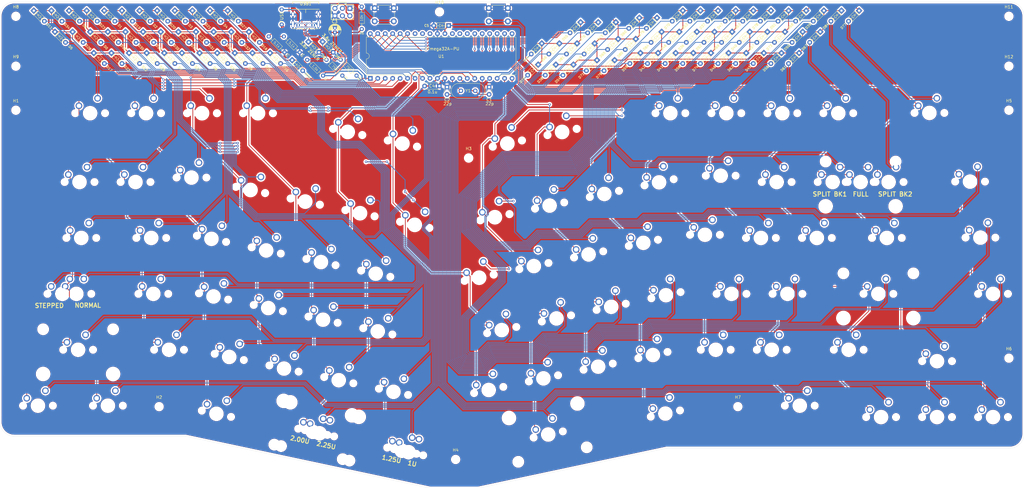
<source format=kicad_pcb>
(kicad_pcb (version 20171130) (host pcbnew "(5.1.6)-1")
  (layers (0 F.Cu signal) (31 B.Cu signal) (34 B.Paste user) (35 F.Paste user) (36 B.SilkS user) (37 F.SilkS user) (38 B.Mask user) (39 F.Mask user) (44 Edge.Cuts user))
  (net 0 "")
  (net 1 GND)
  (net 2 boot)
  (net 3 "Net-(C1-Pad1)")
  (net 4 "Net-(C2-Pad1)")
  (net 5 +5V)
  (net 6 "Net-(D0-Pad2)")
  (net 7 "Net-(D1-Pad2)")
  (net 8 "Net-(D2-Pad2)")
  (net 9 "Net-(D3-Pad2)")
  (net 10 "Net-(D4-Pad2)")
  (net 11 "Net-(D5-Pad2)")
  (net 12 "Net-(D6-Pad2)")
  (net 13 "Net-(D7-Pad2)")
  (net 14 "Net-(D8-Pad2)")
  (net 15 "Net-(D9-Pad2)")
  (net 16 "Net-(D10-Pad2)")
  (net 17 "Net-(D11-Pad2)")
  (net 18 "Net-(D12-Pad2)")
  (net 19 "Net-(D13-Pad2)")
  (net 20 "Net-(D14-Pad2)")
  (net 21 "Net-(D15-Pad2)")
  (net 22 "Net-(D16-Pad2)")
  (net 23 "Net-(D17-Pad2)")
  (net 24 "Net-(D18-Pad2)")
  (net 25 "Net-(D19-Pad2)")
  (net 26 "Net-(D20-Pad2)")
  (net 27 "Net-(D21-Pad2)")
  (net 28 "Net-(D22-Pad2)")
  (net 29 "Net-(D23-Pad2)")
  (net 30 "Net-(D24-Pad2)")
  (net 31 "Net-(D25-Pad2)")
  (net 32 "Net-(D26-Pad2)")
  (net 33 "Net-(D27-Pad2)")
  (net 34 "Net-(D28-Pad2)")
  (net 35 "Net-(D29-Pad2)")
  (net 36 "Net-(D30-Pad2)")
  (net 37 "Net-(D31-Pad2)")
  (net 38 "Net-(D32-Pad2)")
  (net 39 "Net-(D33-Pad2)")
  (net 40 "Net-(D34-Pad2)")
  (net 41 "Net-(D35-Pad2)")
  (net 42 "Net-(D36-Pad2)")
  (net 43 "Net-(D37-Pad2)")
  (net 44 "Net-(D38-Pad2)")
  (net 45 "Net-(D39-Pad2)")
  (net 46 "Net-(D40-Pad2)")
  (net 47 "Net-(D41-Pad2)")
  (net 48 "Net-(D42-Pad2)")
  (net 49 "Net-(D43-Pad2)")
  (net 50 "Net-(D44-Pad2)")
  (net 51 "Net-(D45-Pad2)")
  (net 52 "Net-(D46-Pad2)")
  (net 53 "Net-(D47-Pad2)")
  (net 54 "Net-(D48-Pad2)")
  (net 55 "Net-(D49-Pad2)")
  (net 56 "Net-(D50-Pad2)")
  (net 57 "Net-(D51-Pad2)")
  (net 58 "Net-(D52-Pad2)")
  (net 59 "Net-(D53-Pad2)")
  (net 60 "Net-(D54-Pad2)")
  (net 61 "Net-(D55-Pad2)")
  (net 62 "Net-(D56-Pad2)")
  (net 63 "Net-(D57-Pad2)")
  (net 64 "Net-(D58-Pad2)")
  (net 65 "Net-(D59-Pad2)")
  (net 66 "Net-(D60-Pad2)")
  (net 67 "Net-(D61-Pad2)")
  (net 68 "Net-(D62-Pad2)")
  (net 69 "Net-(D63-Pad2)")
  (net 70 "Net-(D64-Pad2)")
  (net 71 "Net-(D65-Pad2)")
  (net 72 "Net-(D66-Pad2)")
  (net 73 "Net-(D67-Pad2)")
  (net 74 "Net-(D68-Pad2)")
  (net 75 "Net-(D69-Pad2)")
  (net 76 "Net-(D70-Pad2)")
  (net 77 "Net-(D71-Pad2)")
  (net 78 "Net-(D72-Pad2)")
  (net 79 "Net-(D73-Pad2)")
  (net 80 "Net-(D74-Pad2)")
  (net 81 "Net-(D75-Pad2)")
  (net 82 "Net-(D76-Pad2)")
  (net 83 "Net-(D77-Pad2)")
  (net 84 "Net-(D78-Pad2)")
  (net 85 "Net-(D79-Pad2)")
  (net 86 "Net-(D80-Pad2)")
  (net 87 "Net-(D81-Pad2)")
  (net 88 "Net-(D82-Pad1)")
  (net 89 "Net-(D83-Pad1)")
  (net 90 VCC)
  (net 91 MISO)
  (net 92 SCK)
  (net 93 MOSI)
  (net 94 reset)
  (net 95 D+)
  (net 96 D-)
  (net 97 "Net-(R4-Pad2)")
  (net 98 "Net-(R5-Pad2)")
  (net 99 "/Switch Matrix/col12")
  (net 100 "Net-(U1-Pad27)")
  (net 101 "Net-(U1-Pad28)")
  (net 102 "Net-(U1-Pad29)")
  (net 103 "Net-(U1-Pad32)")
  (net 104 "Net-(U1-Pad33)")
  (net 105 "Net-(U1-Pad34)")
  (net 106 "Net-(USB1-PadB8)")
  (net 107 "Net-(USB1-PadA8)")
  (net 108 "Net-(D84-Pad2)")
  (net 109 row1)
  (net 110 row2)
  (net 111 row3)
  (net 112 row4)
  (net 113 row5)
  (net 114 row0)
  (net 115 col1)
  (net 116 col2)
  (net 117 col3)
  (net 118 col4)
  (net 119 col5)
  (net 120 col6)
  (net 121 col7)
  (net 122 col8)
  (net 123 col9)
  (net 124 col10)
  (net 125 col11)
  (net 126 col12)
  (net 127 col13)
  (net 128 col14)
  (net 129 col0)
  (module Type-C:USB_C_GCT_USB4085 (layer F.Cu) (at 129.926796 75.817569 180)
    (fp_text reference USB1 (at 0 1.85) (layer F.SilkS))
    (fp_text value USB_C_Receptacle_USB2.0)
    (pad A5 thru_hole circle (at -1.275 -6.1 180) (size 0.65 0.65) (drill 0.4) (layers *.Cu *.Mask) (net 97 "Net-(R4-Pad2)"))
    (pad A1 thru_hole circle (at -2.975 -6.1 180) (size 0.65 0.65) (drill 0.4) (layers *.Cu *.Mask) (net 1 GND))
    (pad A4 thru_hole circle (at -2.125 -6.1 180) (size 0.65 0.65) (drill 0.4) (layers *.Cu *.Mask) (net 90 VCC))
    (pad A6 thru_hole circle (at -0.425 -6.1 180) (size 0.65 0.65) (drill 0.4) (layers *.Cu *.Mask) (net 88 "Net-(D82-Pad1)"))
    (pad A7 thru_hole circle (at 0.425 -6.1 180) (size 0.65 0.65) (drill 0.4) (layers *.Cu *.Mask) (net 89 "Net-(D83-Pad1)"))
    (pad A8 thru_hole circle (at 1.275 -6.1 180) (size 0.65 0.65) (drill 0.4) (layers *.Cu *.Mask) (net 107 "Net-(USB1-PadA8)"))
    (pad A9 thru_hole circle (at 2.125 -6.1 180) (size 0.65 0.65) (drill 0.4) (layers *.Cu *.Mask) (net 90 VCC))
    (pad A12 thru_hole circle (at 2.975 -6.1 180) (size 0.65 0.65) (drill 0.4) (layers *.Cu *.Mask) (net 1 GND))
    (pad B12 thru_hole circle (at -2.975 -4.775 180) (size 0.65 0.65) (drill 0.4) (layers *.Cu *.Mask) (net 1 GND))
    (pad B9 thru_hole circle (at -2.12 -4.775 180) (size 0.65 0.65) (drill 0.4) (layers *.Cu *.Mask) (net 90 VCC))
    (pad B8 thru_hole circle (at -1.27 -4.775 180) (size 0.65 0.65) (drill 0.4) (layers *.Cu *.Mask) (net 106 "Net-(USB1-PadB8)"))
    (pad B7 thru_hole circle (at -0.42 -4.775 180) (size 0.65 0.65) (drill 0.4) (layers *.Cu *.Mask) (net 89 "Net-(D83-Pad1)"))
    (pad B6 thru_hole circle (at 0.43 -4.775 180) (size 0.65 0.65) (drill 0.4) (layers *.Cu *.Mask) (net 88 "Net-(D82-Pad1)"))
    (pad B5 thru_hole circle (at 1.28 -4.775 180) (size 0.65 0.65) (drill 0.4) (layers *.Cu *.Mask) (net 98 "Net-(R5-Pad2)"))
    (pad B4 thru_hole circle (at 2.13 -4.775 180) (size 0.65 0.65) (drill 0.4) (layers *.Cu *.Mask) (net 90 VCC))
    (pad B1 thru_hole circle (at 2.98 -4.775 180) (size 0.65 0.65) (drill 0.4) (layers *.Cu *.Mask) (net 1 GND))
    (pad S1 thru_hole oval (at -4.325 -5.12 180) (size 0.9 2.4) (drill oval 0.6 2.1) (layers *.Cu *.Mask) (net 1 GND))
    (pad S1 thru_hole oval (at 4.325 -5.12 180) (size 0.9 2.4) (drill oval 0.6 2.1) (layers *.Cu *.Mask) (net 1 GND))
    (pad S1 thru_hole oval (at -4.325 -1.74 180) (size 0.9 1.7) (drill oval 0.6 1.4) (layers *.Cu *.Mask) (net 1 GND))
    (pad S1 thru_hole oval (at 4.325 -1.74 180) (size 0.9 1.7) (drill oval 0.6 1.4) (layers *.Cu *.Mask) (net 1 GND))
  )
  (module MountingHole:MountingHole_2.2mm_M2 (layer F.Cu) (at 369.290356 95.233129)
    (fp_text reference H12 (at 0 -3.2) (layer F.SilkS))
    (fp_text value MountingHole)
    (pad 1 np_thru_hole circle (at 0 0) (size 2.2 2.2) (drill 2.2) (layers *.Cu *.Mask))
  )
  (module MountingHole:MountingHole_2.2mm_M2 (layer F.Cu) (at 369.290357 78.233129)
    (fp_text reference H11 (at 0 -3.2) (layer F.SilkS))
    (fp_text value MountingHole)
    (pad 1 np_thru_hole circle (at 0 0) (size 2.2 2.2) (drill 2.2) (layers *.Cu *.Mask))
  )
  (module MountingHole:MountingHole_2.2mm_M2 (layer F.Cu) (at 175.495216 76.73313)
    (fp_text reference H10 (at 0 -3.2) (layer F.SilkS))
    (fp_text value MountingHole)
    (pad 1 np_thru_hole circle (at 0 0) (size 2.2 2.2) (drill 2.2) (layers *.Cu *.Mask))
  )
  (module MountingHole:MountingHole_2.2mm_M2 (layer F.Cu) (at 31.290355 95.233129)
    (fp_text reference H9 (at 0 -3.2) (layer F.SilkS))
    (fp_text value MountingHole)
    (pad 1 np_thru_hole circle (at 0 0) (size 2.2 2.2) (drill 2.2) (layers *.Cu *.Mask))
  )
  (module MountingHole:MountingHole_2.2mm_M2 (layer F.Cu) (at 31.290357 78.233129)
    (fp_text reference H8 (at 0 -3.2) (layer F.SilkS))
    (fp_text value MountingHole)
    (pad 1 np_thru_hole circle (at 0 0) (size 2.2 2.2) (drill 2.2) (layers *.Cu *.Mask))
  )
  (module MountingHole:MountingHole_2.2mm_M2 (layer F.Cu) (at 277.031717 211.23313)
    (fp_text reference H7 (at 0 -3.2) (layer F.SilkS))
    (fp_text value MountingHole)
    (pad 1 np_thru_hole circle (at 0 0) (size 2.2 2.2) (drill 2.2) (layers *.Cu *.Mask))
  )
  (module MountingHole:MountingHole_2.2mm_M2 (layer F.Cu) (at 369.290355 194.724049)
    (fp_text reference H6 (at 0 -3.2) (layer F.SilkS))
    (fp_text value MountingHole)
    (pad 1 np_thru_hole circle (at 0 0) (size 2.2 2.2) (drill 2.2) (layers *.Cu *.Mask))
  )
  (module MountingHole:MountingHole_2.2mm_M2 (layer F.Cu) (at 369.290358 110.233129)
    (fp_text reference H5 (at 0 -3.2) (layer F.SilkS))
    (fp_text value MountingHole)
    (pad 1 np_thru_hole circle (at 0 0) (size 2.2 2.2) (drill 2.2) (layers *.Cu *.Mask))
  )
  (module MountingHole:MountingHole_2.2mm_M2 (layer F.Cu) (at 180.984155 229.233129)
    (fp_text reference H4 (at 0 -3.2) (layer F.SilkS))
    (fp_text value MountingHole)
    (pad 1 np_thru_hole circle (at 0 0) (size 2.2 2.2) (drill 2.2) (layers *.Cu *.Mask))
  )
  (module MountingHole:MountingHole_2.2mm_M2 (layer F.Cu) (at 185.401216 126.527589)
    (fp_text reference H3 (at 0 -3.2) (layer F.SilkS))
    (fp_text value MountingHole)
    (pad 1 np_thru_hole circle (at 0 0) (size 2.2 2.2) (drill 2.2) (layers *.Cu *.Mask))
  )
  (module MountingHole:MountingHole_2.2mm_M2 (layer F.Cu) (at 80.057255 211.23313)
    (fp_text reference H2 (at 0 -3.2) (layer F.SilkS))
    (fp_text value MountingHole)
    (pad 1 np_thru_hole circle (at 0 0) (size 2.2 2.2) (drill 2.2) (layers *.Cu *.Mask))
  )
  (module MountingHole:MountingHole_2.2mm_M2 (layer F.Cu) (at 31.290356 110.233131)
    (fp_text reference H1 (at 0 -3.2) (layer F.SilkS))
    (fp_text value MountingHole)
    (pad 1 np_thru_hole circle (at 0 0) (size 2.2 2.2) (drill 2.2) (layers *.Cu *.Mask))
  )
  (module cftkb:DIP-40_W15.24mm (layer F.Cu) (at 151.926186 99.390349 90)
    (fp_text reference U1 (at 7.52414 24.164738) (layer F.SilkS))
    (fp_text value ATmega32A-PU (at 10.06135 24.462204) (layer F.SilkS))
    (pad 1 thru_hole rect (at 0 0 90) (size 1.6 1.6) (drill 0.8) (layers *.Cu *.Mask) (net 129 col0))
    (pad 21 thru_hole oval (at 15.24 48.26 90) (size 1.6 1.6) (drill 0.8) (layers *.Cu *.Mask) (net 128 col14))
    (pad 2 thru_hole oval (at 0 2.54 90) (size 1.6 1.6) (drill 0.8) (layers *.Cu *.Mask) (net 115 col1))
    (pad 22 thru_hole oval (at 15.24 45.72 90) (size 1.6 1.6) (drill 0.8) (layers *.Cu *.Mask) (net 127 col13))
    (pad 3 thru_hole oval (at 0 5.08 90) (size 1.6 1.6) (drill 0.8) (layers *.Cu *.Mask) (net 116 col2))
    (pad 23 thru_hole oval (at 15.24 43.18 90) (size 1.6 1.6) (drill 0.8) (layers *.Cu *.Mask) (net 126 col12))
    (pad 4 thru_hole oval (at 0 7.62 90) (size 1.6 1.6) (drill 0.8) (layers *.Cu *.Mask) (net 117 col3))
    (pad 24 thru_hole oval (at 15.24 40.64 90) (size 1.6 1.6) (drill 0.8) (layers *.Cu *.Mask) (net 125 col11))
    (pad 5 thru_hole oval (at 0 10.16 90) (size 1.6 1.6) (drill 0.8) (layers *.Cu *.Mask) (net 118 col4))
    (pad 25 thru_hole oval (at 15.24 38.1 90) (size 1.6 1.6) (drill 0.8) (layers *.Cu *.Mask) (net 124 col10))
    (pad 6 thru_hole oval (at 0 12.7 90) (size 1.6 1.6) (drill 0.8) (layers *.Cu *.Mask) (net 93 MOSI))
    (pad 26 thru_hole oval (at 15.24 35.56 90) (size 1.6 1.6) (drill 0.8) (layers *.Cu *.Mask) (net 123 col9))
    (pad 7 thru_hole oval (at 0 15.24 90) (size 1.6 1.6) (drill 0.8) (layers *.Cu *.Mask) (net 91 MISO))
    (pad 27 thru_hole oval (at 15.24 33.02 90) (size 1.6 1.6) (drill 0.8) (layers *.Cu *.Mask) (net 100 "Net-(U1-Pad27)"))
    (pad 8 thru_hole oval (at 0 17.78 90) (size 1.6 1.6) (drill 0.8) (layers *.Cu *.Mask) (net 92 SCK))
    (pad 28 thru_hole oval (at 15.24 30.48 90) (size 1.6 1.6) (drill 0.8) (layers *.Cu *.Mask) (net 101 "Net-(U1-Pad28)"))
    (pad 9 thru_hole oval (at 0 20.32 90) (size 1.6 1.6) (drill 0.8) (layers *.Cu *.Mask) (net 94 reset))
    (pad 29 thru_hole oval (at 15.24 27.94 90) (size 1.6 1.6) (drill 0.8) (layers *.Cu *.Mask) (net 102 "Net-(U1-Pad29)"))
    (pad 10 thru_hole oval (at 0 22.86 90) (size 1.6 1.6) (drill 0.8) (layers *.Cu *.Mask) (net 5 +5V))
    (pad 30 thru_hole oval (at 15.24 25.4 90) (size 1.6 1.6) (drill 0.8) (layers *.Cu *.Mask) (net 5 +5V))
    (pad 11 thru_hole oval (at 0 25.4 90) (size 1.6 1.6) (drill 0.8) (layers *.Cu *.Mask) (net 1 GND))
    (pad 31 thru_hole oval (at 15.24 22.86 90) (size 1.6 1.6) (drill 0.8) (layers *.Cu *.Mask) (net 1 GND))
    (pad 12 thru_hole oval (at 0 27.94 90) (size 1.6 1.6) (drill 0.8) (layers *.Cu *.Mask) (net 4 "Net-(C2-Pad1)"))
    (pad 32 thru_hole oval (at 15.24 20.32 90) (size 1.6 1.6) (drill 0.8) (layers *.Cu *.Mask) (net 103 "Net-(U1-Pad32)"))
    (pad 13 thru_hole oval (at 0 30.48 90) (size 1.6 1.6) (drill 0.8) (layers *.Cu *.Mask) (net 3 "Net-(C1-Pad1)"))
    (pad 33 thru_hole oval (at 15.24 17.78 90) (size 1.6 1.6) (drill 0.8) (layers *.Cu *.Mask) (net 104 "Net-(U1-Pad33)"))
    (pad 14 thru_hole oval (at 0 33.02 90) (size 1.6 1.6) (drill 0.8) (layers *.Cu *.Mask) (net 120 col6))
    (pad 34 thru_hole oval (at 15.24 15.24 90) (size 1.6 1.6) (drill 0.8) (layers *.Cu *.Mask) (net 105 "Net-(U1-Pad34)"))
    (pad 15 thru_hole oval (at 0 35.56 90) (size 1.6 1.6) (drill 0.8) (layers *.Cu *.Mask) (net 119 col5))
    (pad 35 thru_hole oval (at 15.24 12.7 90) (size 1.6 1.6) (drill 0.8) (layers *.Cu *.Mask) (net 114 row0))
    (pad 16 thru_hole oval (at 0 38.1 90) (size 1.6 1.6) (drill 0.8) (layers *.Cu *.Mask) (net 95 D+))
    (pad 36 thru_hole oval (at 15.24 10.16 90) (size 1.6 1.6) (drill 0.8) (layers *.Cu *.Mask) (net 109 row1))
    (pad 17 thru_hole oval (at 0 40.64 90) (size 1.6 1.6) (drill 0.8) (layers *.Cu *.Mask) (net 96 D-))
    (pad 37 thru_hole oval (at 15.24 7.62 90) (size 1.6 1.6) (drill 0.8) (layers *.Cu *.Mask) (net 110 row2))
    (pad 18 thru_hole oval (at 0 43.18 90) (size 1.6 1.6) (drill 0.8) (layers *.Cu *.Mask) (net 2 boot))
    (pad 38 thru_hole oval (at 15.24 5.08 90) (size 1.6 1.6) (drill 0.8) (layers *.Cu *.Mask) (net 111 row3))
    (pad 19 thru_hole oval (at 0 45.72 90) (size 1.6 1.6) (drill 0.8) (layers *.Cu *.Mask) (net 121 col7))
    (pad 39 thru_hole oval (at 15.24 2.54 90) (size 1.6 1.6) (drill 0.8) (layers *.Cu *.Mask) (net 112 row4))
    (pad 20 thru_hole oval (at 0 48.26 90) (size 1.6 1.6) (drill 0.8) (layers *.Cu *.Mask) (net 122 col8))
    (pad 40 thru_hole oval (at 15.24 0 90) (size 1.6 1.6) (drill 0.8) (layers *.Cu *.Mask) (net 113 row5))
  )
  (module MX_Only:MXOnly-1.25U-NoLED (layer F.Cu) (at 298.113347 210.903969)
    (fp_text reference SW_RCTRL1)
    (fp_text value SW_Push)
    (pad 2 thru_hole circle (at 2.54 -5.08) (size 2.25 2.25) (drill 1.47) (layers *.Cu B.Mask) (net 72 "Net-(D66-Pad2)"))
    (pad "" np_thru_hole circle (at 0 0) (size 3.9878 3.9878) (drill 3.9878) (layers *.Cu *.Mask))
    (pad 1 thru_hole circle (at -3.81 -2.54) (size 2.25 2.25) (drill 1.47) (layers *.Cu B.Mask) (net 125 col11))
    (pad "" np_thru_hole circle (at -5.08 0 48.0996) (size 1.75 1.75) (drill 1.75) (layers *.Cu *.Mask))
    (pad "" np_thru_hole circle (at 5.08 0 48.0996) (size 1.75 1.75) (drill 1.75) (layers *.Cu *.Mask))
  )
  (module cftkb:R_Axial_DIN0204_L3.6mm_D1.6mm_P7.62mm_Horizontal (layer F.Cu) (at 127.890166 90.502888 135)
    (fp_text reference R4 (at -1.464029 0.001111 225) (layer F.SilkS) (effects (font (size 0.8 0.8) (thickness 0.1))))
    (fp_text value 5.1k (at 3.732778 -0.048664 135) (layer F.SilkS) (effects (font (size 0.8 0.8) (thickness 0.1))))
    (pad 1 thru_hole circle (at 0 0 135) (size 1.4 1.4) (drill 0.7) (layers *.Cu *.Mask) (net 1 GND))
    (pad 2 thru_hole oval (at 7.62 0 135) (size 1.4 1.4) (drill 0.7) (layers *.Cu *.Mask) (net 97 "Net-(R4-Pad2)"))
  )
  (module MX_Only:MXOnly-2U-ReversedStabilizers-NoLED (layer F.Cu) (at 132.351644 219.819972 348)
    (fp_text reference SW_LSPC2)
    (fp_text value SW_Push)
    (pad 2 thru_hole circle (at 2.54 -5.08 348) (size 2.25 2.25) (drill 1.47) (layers *.Cu B.Mask) (net 33 "Net-(D27-Pad2)"))
    (pad "" np_thru_hole circle (at 0 0 348) (size 3.9878 3.9878) (drill 3.9878) (layers *.Cu *.Mask))
    (pad 1 thru_hole circle (at -3.81 -2.54 348) (size 2.25 2.25) (drill 1.47) (layers *.Cu B.Mask) (net 118 col4))
    (pad "" np_thru_hole circle (at -5.08 0 36.0996) (size 1.75 1.75) (drill 1.75) (layers *.Cu *.Mask))
    (pad "" np_thru_hole circle (at 5.08 0 36.0996) (size 1.75 1.75) (drill 1.75) (layers *.Cu *.Mask))
    (pad "" np_thru_hole circle (at -11.90625 6.985 348) (size 3.048 3.048) (drill 3.048) (layers *.Cu *.Mask))
    (pad "" np_thru_hole circle (at 11.90625 6.985 348) (size 3.048 3.048) (drill 3.048) (layers *.Cu *.Mask))
    (pad "" np_thru_hole circle (at -11.90625 -8.255 348) (size 3.9878 3.9878) (drill 3.9878) (layers *.Cu *.Mask))
    (pad "" np_thru_hole circle (at 11.90625 -8.255 348) (size 3.9878 3.9878) (drill 3.9878) (layers *.Cu *.Mask))
  )
  (module MX_Only:MXOnly-1.5U-NoLED (layer F.Cu) (at 99.551385 213.66749 348)
    (fp_text reference SW_LALT1)
    (fp_text value SW_Push)
    (pad 2 thru_hole circle (at 2.54 -5.08 348) (size 2.25 2.25) (drill 1.47) (layers *.Cu B.Mask) (net 22 "Net-(D16-Pad2)"))
    (pad "" np_thru_hole circle (at 0 0 348) (size 3.9878 3.9878) (drill 3.9878) (layers *.Cu *.Mask))
    (pad 1 thru_hole circle (at -3.81 -2.54 348) (size 2.25 2.25) (drill 1.47) (layers *.Cu B.Mask) (net 116 col2))
    (pad "" np_thru_hole circle (at -5.08 0 36.0996) (size 1.75 1.75) (drill 1.75) (layers *.Cu *.Mask))
    (pad "" np_thru_hole circle (at 5.08 0 36.0996) (size 1.75 1.75) (drill 1.75) (layers *.Cu *.Mask))
  )
  (module MX_Only:MXOnly-1.25U-NoLED (layer F.Cu) (at 162.648108 226.259687 348)
    (fp_text reference SW_FN2)
    (fp_text value SW_Push)
    (pad 2 thru_hole circle (at 2.54 -5.08 348) (size 2.25 2.25) (drill 1.47) (layers *.Cu B.Mask) (net 39 "Net-(D33-Pad2)"))
    (pad "" np_thru_hole circle (at 0 0 348) (size 3.9878 3.9878) (drill 3.9878) (layers *.Cu *.Mask))
    (pad 1 thru_hole circle (at -3.81 -2.54 348) (size 2.25 2.25) (drill 1.47) (layers *.Cu B.Mask) (net 119 col5))
    (pad "" np_thru_hole circle (at -5.08 0 36.0996) (size 1.75 1.75) (drill 1.75) (layers *.Cu *.Mask))
    (pad "" np_thru_hole circle (at 5.08 0 36.0996) (size 1.75 1.75) (drill 1.75) (layers *.Cu *.Mask))
  )
  (module MX_Only:MXOnly-1.25U-NoLED (layer F.Cu) (at 47.118167 172.805288)
    (fp_text reference SW_CPLKSTPD1)
    (fp_text value SW_Push)
    (pad 2 thru_hole circle (at 2.54 -5.08) (size 2.25 2.25) (drill 1.47) (layers *.Cu B.Mask) (net 129 col0))
    (pad "" np_thru_hole circle (at 0 0) (size 3.9878 3.9878) (drill 3.9878) (layers *.Cu *.Mask))
    (pad 1 thru_hole circle (at -3.81 -2.54) (size 2.25 2.25) (drill 1.47) (layers *.Cu B.Mask) (net 8 "Net-(D2-Pad2)"))
    (pad "" np_thru_hole circle (at -5.08 0 48.0996) (size 1.75 1.75) (drill 1.75) (layers *.Cu *.Mask))
    (pad "" np_thru_hole circle (at 5.08 0 48.0996) (size 1.75 1.75) (drill 1.75) (layers *.Cu *.Mask))
  )
  (module MX_Only:MXOnly-1U-NoLED (layer F.Cu) (at 328.348166 134.705291)
    (fp_text reference SW_BKSP12)
    (fp_text value SW_Push)
    (pad 2 thru_hole circle (at 2.54 -5.08) (size 2.25 2.25) (drill 1.47) (layers *.Cu B.Mask) (net 108 "Net-(D84-Pad2)"))
    (pad "" np_thru_hole circle (at 0 0) (size 3.9878 3.9878) (drill 3.9878) (layers *.Cu *.Mask))
    (pad 1 thru_hole circle (at -3.81 -2.54) (size 2.25 2.25) (drill 1.47) (layers *.Cu B.Mask) (net 128 col14))
    (pad "" np_thru_hole circle (at -5.08 0 48.0996) (size 1.75 1.75) (drill 1.75) (layers *.Cu *.Mask))
    (pad "" np_thru_hole circle (at 5.08 0 48.0996) (size 1.75 1.75) (drill 1.75) (layers *.Cu *.Mask))
  )
  (module MX_Only:MXOnly-1U-NoLED (layer F.Cu) (at 309.298165 134.705289)
    (fp_text reference SW_BKSP11)
    (fp_text value SW_Push)
    (pad 2 thru_hole circle (at 2.54 -5.08) (size 2.25 2.25) (drill 1.47) (layers *.Cu B.Mask) (net 79 "Net-(D73-Pad2)"))
    (pad "" np_thru_hole circle (at 0 0) (size 3.9878 3.9878) (drill 3.9878) (layers *.Cu *.Mask))
    (pad 1 thru_hole circle (at -3.81 -2.54) (size 2.25 2.25) (drill 1.47) (layers *.Cu B.Mask) (net 127 col13))
    (pad "" np_thru_hole circle (at -5.08 0 48.0996) (size 1.75 1.75) (drill 1.75) (layers *.Cu *.Mask))
    (pad "" np_thru_hole circle (at 5.08 0 48.0996) (size 1.75 1.75) (drill 1.75) (layers *.Cu *.Mask))
  )
  (module cftkb:D_DO-35_SOD27_P5.08mm_Horizontal (layer F.Cu) (at 313.202946 75.415291 225)
    (fp_text reference D84 (at 8.77 0 45) (layer F.SilkS) (effects (font (size 0.8 0.8))))
    (fp_text value D)
    (pad 2 thru_hole oval (at 6.35 0 225) (size 1.6 1.6) (drill 0.8) (layers *.Cu *.Mask) (net 108 "Net-(D84-Pad2)"))
    (pad 1 thru_hole rect (at 1.27 0 225) (size 1.6 1.6) (drill 0.8) (layers *.Cu *.Mask) (net 114 row0))
  )
  (module MX_Only:MXOnly-1U-NoLED (layer F.Cu) (at 265.837565 152.674469)
    (fp_text reference SW_P1)
    (fp_text value SW_Push)
    (pad 2 thru_hole circle (at 2.54 -5.08) (size 2.25 2.25) (drill 1.47) (layers *.Cu B.Mask) (net 64 "Net-(D58-Pad2)"))
    (pad "" np_thru_hole circle (at 0 0) (size 3.9878 3.9878) (drill 3.9878) (layers *.Cu *.Mask))
    (pad 1 thru_hole circle (at -3.81 -2.54) (size 2.25 2.25) (drill 1.47) (layers *.Cu B.Mask) (net 124 col10))
    (pad "" np_thru_hole circle (at -5.08 0 48.0996) (size 1.75 1.75) (drill 1.75) (layers *.Cu *.Mask))
    (pad "" np_thru_hole circle (at 5.08 0 48.0996) (size 1.75 1.75) (drill 1.75) (layers *.Cu *.Mask))
  )
  (module MX_Only:MXOnly-1U-NoLED (layer F.Cu) (at 250.231708 134.81199 12)
    (fp_text reference SW_10)
    (fp_text value SW_Push)
    (pad 2 thru_hole circle (at 2.54 -5.08 12) (size 2.25 2.25) (drill 1.47) (layers *.Cu B.Mask) (net 63 "Net-(D57-Pad2)"))
    (pad "" np_thru_hole circle (at 0 0 12) (size 3.9878 3.9878) (drill 3.9878) (layers *.Cu *.Mask))
    (pad 1 thru_hole circle (at -3.81 -2.54 12) (size 2.25 2.25) (drill 1.47) (layers *.Cu B.Mask) (net 124 col10))
    (pad "" np_thru_hole circle (at -5.08 0 60.0996) (size 1.75 1.75) (drill 1.75) (layers *.Cu *.Mask))
    (pad "" np_thru_hole circle (at 5.08 0 60.0996) (size 1.75 1.75) (drill 1.75) (layers *.Cu *.Mask))
  )
  (module MX_Only:MXOnly-2.25U-NoLED (layer F.Cu) (at 324.878166 172.805289)
    (fp_text reference SW_ENT1)
    (fp_text value SW_Push)
    (pad 2 thru_hole circle (at 2.54 -5.08) (size 2.25 2.25) (drill 1.47) (layers *.Cu B.Mask) (net 76 "Net-(D70-Pad2)"))
    (pad "" np_thru_hole circle (at 0 0) (size 3.9878 3.9878) (drill 3.9878) (layers *.Cu *.Mask))
    (pad 1 thru_hole circle (at -3.81 -2.54) (size 2.25 2.25) (drill 1.47) (layers *.Cu B.Mask) (net 126 col12))
    (pad "" np_thru_hole circle (at -5.08 0 48.0996) (size 1.75 1.75) (drill 1.75) (layers *.Cu *.Mask))
    (pad "" np_thru_hole circle (at 5.08 0 48.0996) (size 1.75 1.75) (drill 1.75) (layers *.Cu *.Mask))
    (pad "" np_thru_hole circle (at -11.90625 -6.985) (size 3.048 3.048) (drill 3.048) (layers *.Cu *.Mask))
    (pad "" np_thru_hole circle (at 11.90625 -6.985) (size 3.048 3.048) (drill 3.048) (layers *.Cu *.Mask))
    (pad "" np_thru_hole circle (at -11.90625 8.255) (size 3.9878 3.9878) (drill 3.9878) (layers *.Cu *.Mask))
    (pad "" np_thru_hole circle (at 11.90625 8.255) (size 3.9878 3.9878) (drill 3.9878) (layers *.Cu *.Mask))
  )
  (module cftkb:Crystal_HC49-4H_Vertical (layer F.Cu) (at 187.653826 103.624531 180)
    (fp_text reference Y1 (at 2.44 0.018936) (layer F.SilkS))
    (fp_text value Crystal)
    (pad 1 thru_hole circle (at 0 0 180) (size 1.5 1.5) (drill 0.8) (layers *.Cu *.Mask) (net 3 "Net-(C1-Pad1)"))
    (pad 2 thru_hole circle (at 4.88 0 180) (size 1.5 1.5) (drill 0.8) (layers *.Cu *.Mask) (net 4 "Net-(C2-Pad1)"))
  )
  (module MX_Only:MXOnly-1.5U-NoLED (layer F.Cu) (at 327.758167 153.755289)
    (fp_text reference SW_|1)
    (fp_text value SW_Push)
    (pad 2 thru_hole circle (at 2.54 -5.08) (size 2.25 2.25) (drill 1.47) (layers *.Cu B.Mask) (net 80 "Net-(D74-Pad2)"))
    (pad "" np_thru_hole circle (at 0 0) (size 3.9878 3.9878) (drill 3.9878) (layers *.Cu *.Mask))
    (pad 1 thru_hole circle (at -3.81 -2.54) (size 2.25 2.25) (drill 1.47) (layers *.Cu B.Mask) (net 127 col13))
    (pad "" np_thru_hole circle (at -5.08 0 48.0996) (size 1.75 1.75) (drill 1.75) (layers *.Cu *.Mask))
    (pad "" np_thru_hole circle (at 5.08 0 48.0996) (size 1.75 1.75) (drill 1.75) (layers *.Cu *.Mask))
  )
  (module MX_Only:MXOnly-1U-NoLED (layer F.Cu) (at 83.428166 191.855289)
    (fp_text reference SW_Z1)
    (fp_text value SW_Push)
    (pad 2 thru_hole circle (at 2.54 -5.08) (size 2.25 2.25) (drill 1.47) (layers *.Cu B.Mask) (net 15 "Net-(D9-Pad2)"))
    (pad "" np_thru_hole circle (at 0 0) (size 3.9878 3.9878) (drill 3.9878) (layers *.Cu *.Mask))
    (pad 1 thru_hole circle (at -3.81 -2.54) (size 2.25 2.25) (drill 1.47) (layers *.Cu B.Mask) (net 115 col1))
    (pad "" np_thru_hole circle (at -5.08 0 48.0996) (size 1.75 1.75) (drill 1.75) (layers *.Cu *.Mask))
    (pad "" np_thru_hole circle (at 5.08 0 48.0996) (size 1.75 1.75) (drill 1.75) (layers *.Cu *.Mask))
  )
  (module MX_Only:MXOnly-1U-NoLED (layer F.Cu) (at 188.97057 167.304141 12)
    (fp_text reference SW_Y1)
    (fp_text value SW_Push)
    (pad 2 thru_hole circle (at 2.54 -5.08 12) (size 2.25 2.25) (drill 1.47) (layers *.Cu B.Mask) (net 42 "Net-(D36-Pad2)"))
    (pad "" np_thru_hole circle (at 0 0 12) (size 3.9878 3.9878) (drill 3.9878) (layers *.Cu *.Mask))
    (pad 1 thru_hole circle (at -3.81 -2.54 12) (size 2.25 2.25) (drill 1.47) (layers *.Cu B.Mask) (net 120 col6))
    (pad "" np_thru_hole circle (at -5.08 0 60.0996) (size 1.75 1.75) (drill 1.75) (layers *.Cu *.Mask))
    (pad "" np_thru_hole circle (at 5.08 0 60.0996) (size 1.75 1.75) (drill 1.75) (layers *.Cu *.Mask))
  )
  (module MX_Only:MXOnly-1U-NoLED (layer F.Cu) (at 103.923085 194.301749 348)
    (fp_text reference SW_X1)
    (fp_text value SW_Push)
    (pad 2 thru_hole circle (at 2.54 -5.08 348) (size 2.25 2.25) (drill 1.47) (layers *.Cu B.Mask) (net 21 "Net-(D15-Pad2)"))
    (pad "" np_thru_hole circle (at 0 0 348) (size 3.9878 3.9878) (drill 3.9878) (layers *.Cu *.Mask))
    (pad 1 thru_hole circle (at -3.81 -2.54 348) (size 2.25 2.25) (drill 1.47) (layers *.Cu B.Mask) (net 116 col2))
    (pad "" np_thru_hole circle (at -5.08 0 36.0996) (size 1.75 1.75) (drill 1.75) (layers *.Cu *.Mask))
    (pad "" np_thru_hole circle (at 5.08 0 36.0996) (size 1.75 1.75) (drill 1.75) (layers *.Cu *.Mask))
  )
  (module MX_Only:MXOnly-1.25U-NoLED (layer F.Cu) (at 62.622327 210.90651)
    (fp_text reference SW_WIN1)
    (fp_text value SW_Push)
    (pad 2 thru_hole circle (at 2.54 -5.08) (size 2.25 2.25) (drill 1.47) (layers *.Cu B.Mask) (net 16 "Net-(D10-Pad2)"))
    (pad "" np_thru_hole circle (at 0 0) (size 3.9878 3.9878) (drill 3.9878) (layers *.Cu *.Mask))
    (pad 1 thru_hole circle (at -3.81 -2.54) (size 2.25 2.25) (drill 1.47) (layers *.Cu B.Mask) (net 115 col1))
    (pad "" np_thru_hole circle (at -5.08 0 48.0996) (size 1.75 1.75) (drill 1.75) (layers *.Cu *.Mask))
    (pad "" np_thru_hole circle (at 5.08 0 48.0996) (size 1.75 1.75) (drill 1.75) (layers *.Cu *.Mask))
  )
  (module MX_Only:MXOnly-1U-NoLED (layer F.Cu) (at 97.873086 154.06175 348)
    (fp_text reference SW_W1)
    (fp_text value SW_Push)
    (pad 2 thru_hole circle (at 2.54 -5.08 348) (size 2.25 2.25) (drill 1.47) (layers *.Cu B.Mask) (net 19 "Net-(D13-Pad2)"))
    (pad "" np_thru_hole circle (at 0 0 348) (size 3.9878 3.9878) (drill 3.9878) (layers *.Cu *.Mask))
    (pad 1 thru_hole circle (at -3.81 -2.54 348) (size 2.25 2.25) (drill 1.47) (layers *.Cu B.Mask) (net 116 col2))
    (pad "" np_thru_hole circle (at -5.08 0 36.0996) (size 1.75 1.75) (drill 1.75) (layers *.Cu *.Mask))
    (pad "" np_thru_hole circle (at 5.08 0 36.0996) (size 1.75 1.75) (drill 1.75) (layers *.Cu *.Mask))
  )
  (module MX_Only:MXOnly-1U-NoLED (layer F.Cu) (at 141.19051 202.223185 348)
    (fp_text reference SW_V1)
    (fp_text value SW_Push)
    (pad 2 thru_hole circle (at 2.54 -5.08 348) (size 2.25 2.25) (drill 1.47) (layers *.Cu B.Mask) (net 32 "Net-(D26-Pad2)"))
    (pad "" np_thru_hole circle (at 0 0 348) (size 3.9878 3.9878) (drill 3.9878) (layers *.Cu *.Mask))
    (pad 1 thru_hole circle (at -3.81 -2.54 348) (size 2.25 2.25) (drill 1.47) (layers *.Cu B.Mask) (net 118 col4))
    (pad "" np_thru_hole circle (at -5.08 0 36.0996) (size 1.75 1.75) (drill 1.75) (layers *.Cu *.Mask))
    (pad "" np_thru_hole circle (at 5.08 0 36.0996) (size 1.75 1.75) (drill 1.75) (layers *.Cu *.Mask))
  )
  (module MX_Only:MXOnly-1U-NoLED (layer F.Cu) (at 344.834106 195.740169)
    (fp_text reference SW_UP1)
    (fp_text value SW_Push)
    (pad 2 thru_hole circle (at 2.54 -5.08) (size 2.25 2.25) (drill 1.47) (layers *.Cu B.Mask) (net 81 "Net-(D75-Pad2)"))
    (pad "" np_thru_hole circle (at 0 0) (size 3.9878 3.9878) (drill 3.9878) (layers *.Cu *.Mask))
    (pad 1 thru_hole circle (at -3.81 -2.54) (size 2.25 2.25) (drill 1.47) (layers *.Cu B.Mask) (net 127 col13))
    (pad "" np_thru_hole circle (at -5.08 0 48.0996) (size 1.75 1.75) (drill 1.75) (layers *.Cu *.Mask))
    (pad "" np_thru_hole circle (at 5.08 0 48.0996) (size 1.75 1.75) (drill 1.75) (layers *.Cu *.Mask))
  )
  (module MX_Only:MXOnly-1U-NoLED (layer F.Cu) (at 207.604281 163.343425 12)
    (fp_text reference SW_U1)
    (fp_text value SW_Push)
    (pad 2 thru_hole circle (at 2.54 -5.08 12) (size 2.25 2.25) (drill 1.47) (layers *.Cu B.Mask) (net 47 "Net-(D41-Pad2)"))
    (pad "" np_thru_hole circle (at 0 0 12) (size 3.9878 3.9878) (drill 3.9878) (layers *.Cu *.Mask))
    (pad 1 thru_hole circle (at -3.81 -2.54 12) (size 2.25 2.25) (drill 1.47) (layers *.Cu B.Mask) (net 121 col7))
    (pad "" np_thru_hole circle (at -5.08 0 60.0996) (size 1.75 1.75) (drill 1.75) (layers *.Cu *.Mask))
    (pad "" np_thru_hole circle (at 5.08 0 60.0996) (size 1.75 1.75) (drill 1.75) (layers *.Cu *.Mask))
  )
  (module MX_Only:MXOnly-1.5U-NoLED (layer F.Cu) (at 53.568167 153.75529)
    (fp_text reference SW_TAB1)
    (fp_text value SW_Push)
    (pad 2 thru_hole circle (at 2.54 -5.08) (size 2.25 2.25) (drill 1.47) (layers *.Cu B.Mask) (net 7 "Net-(D1-Pad2)"))
    (pad "" np_thru_hole circle (at 0 0) (size 3.9878 3.9878) (drill 3.9878) (layers *.Cu *.Mask))
    (pad 1 thru_hole circle (at -3.81 -2.54) (size 2.25 2.25) (drill 1.47) (layers *.Cu B.Mask) (net 129 col0))
    (pad "" np_thru_hole circle (at -5.08 0 48.0996) (size 1.75 1.75) (drill 1.75) (layers *.Cu *.Mask))
    (pad "" np_thru_hole circle (at 5.08 0 48.0996) (size 1.75 1.75) (drill 1.75) (layers *.Cu *.Mask))
  )
  (module MX_Only:MXOnly-1U-NoLED (layer F.Cu) (at 153.774221 165.943903 348)
    (fp_text reference SW_T1)
    (fp_text value SW_Push)
    (pad 2 thru_hole circle (at 2.54 -5.08 348) (size 2.25 2.25) (drill 1.47) (layers *.Cu B.Mask) (net 36 "Net-(D30-Pad2)"))
    (pad "" np_thru_hole circle (at 0 0 348) (size 3.9878 3.9878) (drill 3.9878) (layers *.Cu *.Mask))
    (pad 1 thru_hole circle (at -3.81 -2.54 348) (size 2.25 2.25) (drill 1.47) (layers *.Cu B.Mask) (net 119 col5))
    (pad "" np_thru_hole circle (at -5.08 0 36.0996) (size 1.75 1.75) (drill 1.75) (layers *.Cu *.Mask))
    (pad "" np_thru_hole circle (at 5.08 0 36.0996) (size 1.75 1.75) (drill 1.75) (layers *.Cu *.Mask))
  )
  (module MX_Only:MXOnly-1U-NoLED (layer F.Cu) (at 288.568166 191.855289)
    (fp_text reference SW_SLSH1)
    (fp_text value SW_Push)
    (pad 2 thru_hole circle (at 2.54 -5.08) (size 2.25 2.25) (drill 1.47) (layers *.Cu B.Mask) (net 71 "Net-(D65-Pad2)"))
    (pad "" np_thru_hole circle (at 0 0) (size 3.9878 3.9878) (drill 3.9878) (layers *.Cu *.Mask))
    (pad 1 thru_hole circle (at -3.81 -2.54) (size 2.25 2.25) (drill 1.47) (layers *.Cu B.Mask) (net 125 col11))
    (pad "" np_thru_hole circle (at -5.08 0 48.0996) (size 1.75 1.75) (drill 1.75) (layers *.Cu *.Mask))
    (pad "" np_thru_hole circle (at 5.08 0 48.0996) (size 1.75 1.75) (drill 1.75) (layers *.Cu *.Mask))
  )
  (module MX_Only:MXOnly-1U-NoLED (layer F.Cu) (at 274.878165 172.805291)
    (fp_text reference SW_SCLN1)
    (fp_text value SW_Push)
    (pad 2 thru_hole circle (at 2.54 -5.08) (size 2.25 2.25) (drill 1.47) (layers *.Cu B.Mask) (net 65 "Net-(D59-Pad2)"))
    (pad "" np_thru_hole circle (at 0 0) (size 3.9878 3.9878) (drill 3.9878) (layers *.Cu *.Mask))
    (pad 1 thru_hole circle (at -3.81 -2.54) (size 2.25 2.25) (drill 1.47) (layers *.Cu B.Mask) (net 124 col10))
    (pad "" np_thru_hole circle (at -5.08 0 48.0996) (size 1.75 1.75) (drill 1.75) (layers *.Cu *.Mask))
    (pad "" np_thru_hole circle (at 5.08 0 48.0996) (size 1.75 1.75) (drill 1.75) (layers *.Cu *.Mask))
  )
  (module MX_Only:MXOnly-1U-NoLED (layer F.Cu) (at 98.573087 173.691749 348)
    (fp_text reference SW_S1)
    (fp_text value SW_Push)
    (pad 2 thru_hole circle (at 2.54 -5.08 348) (size 2.25 2.25) (drill 1.47) (layers *.Cu B.Mask) (net 20 "Net-(D14-Pad2)"))
    (pad "" np_thru_hole circle (at 0 0 348) (size 3.9878 3.9878) (drill 3.9878) (layers *.Cu *.Mask))
    (pad 1 thru_hole circle (at -3.81 -2.54 348) (size 2.25 2.25) (drill 1.47) (layers *.Cu B.Mask) (net 116 col2))
    (pad "" np_thru_hole circle (at -5.08 0 36.0996) (size 1.75 1.75) (drill 1.75) (layers *.Cu *.Mask))
    (pad "" np_thru_hole circle (at 5.08 0 36.0996) (size 1.75 1.75) (drill 1.75) (layers *.Cu *.Mask))
  )
  (module MX_Only:MXOnly-2.75U-ReversedStabilizers-NoLED (layer F.Cu) (at 212.495026 220.72869 12)
    (fp_text reference SW_RSPC1)
    (fp_text value SW_Push)
    (pad 2 thru_hole circle (at 2.54 -5.08 12) (size 2.25 2.25) (drill 1.47) (layers *.Cu B.Mask) (net 50 "Net-(D44-Pad2)"))
    (pad "" np_thru_hole circle (at 0 0 12) (size 3.9878 3.9878) (drill 3.9878) (layers *.Cu *.Mask))
    (pad 1 thru_hole circle (at -3.81 -2.54 12) (size 2.25 2.25) (drill 1.47) (layers *.Cu B.Mask) (net 121 col7))
    (pad "" np_thru_hole circle (at -5.08 0 60.0996) (size 1.75 1.75) (drill 1.75) (layers *.Cu *.Mask))
    (pad "" np_thru_hole circle (at 5.08 0 60.0996) (size 1.75 1.75) (drill 1.75) (layers *.Cu *.Mask))
    (pad "" np_thru_hole circle (at -11.90625 6.985 12) (size 3.048 3.048) (drill 3.048) (layers *.Cu *.Mask))
    (pad "" np_thru_hole circle (at 11.90625 6.985 12) (size 3.048 3.048) (drill 3.048) (layers *.Cu *.Mask))
    (pad "" np_thru_hole circle (at -11.90625 -8.255 12) (size 3.9878 3.9878) (drill 3.9878) (layers *.Cu *.Mask))
    (pad "" np_thru_hole circle (at 11.90625 -8.255 12) (size 3.9878 3.9878) (drill 3.9878) (layers *.Cu *.Mask))
  )
  (module MX_Only:MXOnly-1.75U-NoLED (layer F.Cu) (at 314.763167 191.855288)
    (fp_text reference SW_RSHFT1)
    (fp_text value SW_Push)
    (pad 2 thru_hole circle (at 2.54 -5.08) (size 2.25 2.25) (drill 1.47) (layers *.Cu B.Mask) (net 77 "Net-(D71-Pad2)"))
    (pad "" np_thru_hole circle (at 0 0) (size 3.9878 3.9878) (drill 3.9878) (layers *.Cu *.Mask))
    (pad 1 thru_hole circle (at -3.81 -2.54) (size 2.25 2.25) (drill 1.47) (layers *.Cu B.Mask) (net 126 col12))
    (pad "" np_thru_hole circle (at -5.08 0 48.0996) (size 1.75 1.75) (drill 1.75) (layers *.Cu *.Mask))
    (pad "" np_thru_hole circle (at 5.08 0 48.0996) (size 1.75 1.75) (drill 1.75) (layers *.Cu *.Mask))
  )
  (module MX_Only:MXOnly-1U-NoLED (layer F.Cu) (at 363.884105 214.79017)
    (fp_text reference SW_RGHT1)
    (fp_text value SW_Push)
    (pad "" np_thru_hole circle (at 5.08 0 48.0996) (size 1.75 1.75) (drill 1.75) (layers *.Cu *.Mask))
    (pad "" np_thru_hole circle (at -5.08 0 48.0996) (size 1.75 1.75) (drill 1.75) (layers *.Cu *.Mask))
    (pad 1 thru_hole circle (at -3.81 -2.54) (size 2.25 2.25) (drill 1.47) (layers *.Cu B.Mask) (net 128 col14))
    (pad "" np_thru_hole circle (at 0 0) (size 3.9878 3.9878) (drill 3.9878) (layers *.Cu *.Mask))
    (pad 2 thru_hole circle (at 2.54 -5.08) (size 2.25 2.25) (drill 1.47) (layers *.Cu B.Mask) (net 87 "Net-(D81-Pad2)"))
  )
  (module MX_Only:MXOnly-1.5U-NoLED (layer F.Cu) (at 252.365407 213.593831 12)
    (fp_text reference SW_RALT1)
    (fp_text value SW_Push)
    (pad 2 thru_hole circle (at 2.54 -5.08 12) (size 2.25 2.25) (drill 1.47) (layers *.Cu B.Mask) (net 61 "Net-(D55-Pad2)"))
    (pad "" np_thru_hole circle (at 0 0 12) (size 3.9878 3.9878) (drill 3.9878) (layers *.Cu *.Mask))
    (pad 1 thru_hole circle (at -3.81 -2.54 12) (size 2.25 2.25) (drill 1.47) (layers *.Cu B.Mask) (net 123 col9))
    (pad "" np_thru_hole circle (at -5.08 0 60.0996) (size 1.75 1.75) (drill 1.75) (layers *.Cu *.Mask))
    (pad "" np_thru_hole circle (at 5.08 0 60.0996) (size 1.75 1.75) (drill 1.75) (layers *.Cu *.Mask))
  )
  (module MX_Only:MXOnly-1U-NoLED (layer F.Cu) (at 135.140507 161.983184 348)
    (fp_text reference SW_R1)
    (fp_text value SW_Push)
    (pad 2 thru_hole circle (at 2.54 -5.08 348) (size 2.25 2.25) (drill 1.47) (layers *.Cu B.Mask) (net 30 "Net-(D24-Pad2)"))
    (pad "" np_thru_hole circle (at 0 0 348) (size 3.9878 3.9878) (drill 3.9878) (layers *.Cu *.Mask))
    (pad 1 thru_hole circle (at -3.81 -2.54 348) (size 2.25 2.25) (drill 1.47) (layers *.Cu B.Mask) (net 118 col4))
    (pad "" np_thru_hole circle (at -5.08 0 36.0996) (size 1.75 1.75) (drill 1.75) (layers *.Cu *.Mask))
    (pad "" np_thru_hole circle (at 5.08 0 36.0996) (size 1.75 1.75) (drill 1.75) (layers *.Cu *.Mask))
  )
  (module MX_Only:MXOnly-1U-NoLED (layer F.Cu) (at 77.378165 153.755288)
    (fp_text reference SW_Q1)
    (fp_text value SW_Push)
    (pad 2 thru_hole circle (at 2.54 -5.08) (size 2.25 2.25) (drill 1.47) (layers *.Cu B.Mask) (net 13 "Net-(D7-Pad2)"))
    (pad "" np_thru_hole circle (at 0 0) (size 3.9878 3.9878) (drill 3.9878) (layers *.Cu *.Mask))
    (pad 1 thru_hole circle (at -3.81 -2.54) (size 2.25 2.25) (drill 1.47) (layers *.Cu B.Mask) (net 115 col1))
    (pad "" np_thru_hole circle (at -5.08 0 48.0996) (size 1.75 1.75) (drill 1.75) (layers *.Cu *.Mask))
    (pad "" np_thru_hole circle (at 5.08 0 48.0996) (size 1.75 1.75) (drill 1.75) (layers *.Cu *.Mask))
  )
  (module MX_Only:MXOnly-1U-NoLED (layer F.Cu) (at 269.518165 191.855289)
    (fp_text reference SW_PRD1)
    (fp_text value SW_Push)
    (pad 2 thru_hole circle (at 2.54 -5.08) (size 2.25 2.25) (drill 1.47) (layers *.Cu B.Mask) (net 66 "Net-(D60-Pad2)"))
    (pad "" np_thru_hole circle (at 0 0) (size 3.9878 3.9878) (drill 3.9878) (layers *.Cu *.Mask))
    (pad 1 thru_hole circle (at -3.81 -2.54) (size 2.25 2.25) (drill 1.47) (layers *.Cu B.Mask) (net 124 col10))
    (pad "" np_thru_hole circle (at -5.08 0 48.0996) (size 1.75 1.75) (drill 1.75) (layers *.Cu *.Mask))
    (pad "" np_thru_hole circle (at 5.08 0 48.0996) (size 1.75 1.75) (drill 1.75) (layers *.Cu *.Mask))
  )
  (module MX_Only:MXOnly-1U-NoLED (layer F.Cu) (at 290.248167 134.70529)
    (fp_text reference SW_PLUS1)
    (fp_text value SW_Push)
    (pad 2 thru_hole circle (at 2.54 -5.08) (size 2.25 2.25) (drill 1.47) (layers *.Cu B.Mask) (net 74 "Net-(D68-Pad2)"))
    (pad "" np_thru_hole circle (at 0 0) (size 3.9878 3.9878) (drill 3.9878) (layers *.Cu *.Mask))
    (pad 1 thru_hole circle (at -3.81 -2.54) (size 2.25 2.25) (drill 1.47) (layers *.Cu B.Mask) (net 126 col12))
    (pad "" np_thru_hole circle (at -5.08 0 48.0996) (size 1.75 1.75) (drill 1.75) (layers *.Cu *.Mask))
    (pad "" np_thru_hole circle (at 5.08 0 48.0996) (size 1.75 1.75) (drill 1.75) (layers *.Cu *.Mask))
  )
  (module MX_Only:MXOnly-1U-NoLED (layer F.Cu) (at 244.871706 155.421989 12)
    (fp_text reference SW_O1)
    (fp_text value SW_Push)
    (pad 2 thru_hole circle (at 2.54 -5.08 12) (size 2.25 2.25) (drill 1.47) (layers *.Cu B.Mask) (net 58 "Net-(D52-Pad2)"))
    (pad "" np_thru_hole circle (at 0 0 12) (size 3.9878 3.9878) (drill 3.9878) (layers *.Cu *.Mask))
    (pad 1 thru_hole circle (at -3.81 -2.54 12) (size 2.25 2.25) (drill 1.47) (layers *.Cu B.Mask) (net 123 col9))
    (pad "" np_thru_hole circle (at -5.08 0 60.0996) (size 1.75 1.75) (drill 1.75) (layers *.Cu *.Mask))
    (pad "" np_thru_hole circle (at 5.08 0 60.0996) (size 1.75 1.75) (drill 1.75) (layers *.Cu *.Mask))
  )
  (module MX_Only:MXOnly-1U-NoLED (layer F.Cu) (at 210.864281 201.603425 12)
    (fp_text reference SW_N1)
    (fp_text value SW_Push)
    (pad 2 thru_hole circle (at 2.54 -5.08 12) (size 2.25 2.25) (drill 1.47) (layers *.Cu B.Mask) (net 49 "Net-(D43-Pad2)"))
    (pad "" np_thru_hole circle (at 0 0 12) (size 3.9878 3.9878) (drill 3.9878) (layers *.Cu *.Mask))
    (pad 1 thru_hole circle (at -3.81 -2.54 12) (size 2.25 2.25) (drill 1.47) (layers *.Cu B.Mask) (net 121 col7))
    (pad "" np_thru_hole circle (at -5.08 0 60.0996) (size 1.75 1.75) (drill 1.75) (layers *.Cu *.Mask))
    (pad "" np_thru_hole circle (at 5.08 0 60.0996) (size 1.75 1.75) (drill 1.75) (layers *.Cu *.Mask))
  )
  (module MX_Only:MXOnly-1U-NoLED (layer F.Cu) (at 363.884105 172.80529)
    (fp_text reference SW_M4)
    (fp_text value SW_Push)
    (pad 2 thru_hole circle (at 2.54 -5.08) (size 2.25 2.25) (drill 1.47) (layers *.Cu B.Mask) (net 86 "Net-(D80-Pad2)"))
    (pad "" np_thru_hole circle (at 0 0) (size 3.9878 3.9878) (drill 3.9878) (layers *.Cu *.Mask))
    (pad 1 thru_hole circle (at -3.81 -2.54) (size 2.25 2.25) (drill 1.47) (layers *.Cu B.Mask) (net 128 col14))
    (pad "" np_thru_hole circle (at -5.08 0 48.0996) (size 1.75 1.75) (drill 1.75) (layers *.Cu *.Mask))
    (pad "" np_thru_hole circle (at 5.08 0 48.0996) (size 1.75 1.75) (drill 1.75) (layers *.Cu *.Mask))
  )
  (module MX_Only:MXOnly-1U-NoLED (layer F.Cu) (at 229.492913 197.614766 12)
    (fp_text reference SW_M5)
    (fp_text value SW_Push)
    (pad 2 thru_hole circle (at 2.54 -5.08 12) (size 2.25 2.25) (drill 1.47) (layers *.Cu B.Mask) (net 55 "Net-(D49-Pad2)"))
    (pad "" np_thru_hole circle (at 0 0 12) (size 3.9878 3.9878) (drill 3.9878) (layers *.Cu *.Mask))
    (pad 1 thru_hole circle (at -3.81 -2.54 12) (size 2.25 2.25) (drill 1.47) (layers *.Cu B.Mask) (net 122 col8))
    (pad "" np_thru_hole circle (at -5.08 0 60.0996) (size 1.75 1.75) (drill 1.75) (layers *.Cu *.Mask))
    (pad "" np_thru_hole circle (at 5.08 0 60.0996) (size 1.75 1.75) (drill 1.75) (layers *.Cu *.Mask))
  )
  (module MX_Only:MXOnly-1U-NoLED (layer F.Cu) (at 359.604206 153.64475)
    (fp_text reference SW_M3)
    (fp_text value SW_Push)
    (pad 2 thru_hole circle (at 2.54 -5.08) (size 2.25 2.25) (drill 1.47) (layers *.Cu B.Mask) (net 85 "Net-(D79-Pad2)"))
    (pad "" np_thru_hole circle (at 0 0) (size 3.9878 3.9878) (drill 3.9878) (layers *.Cu *.Mask))
    (pad 1 thru_hole circle (at -3.81 -2.54) (size 2.25 2.25) (drill 1.47) (layers *.Cu B.Mask) (net 128 col14))
    (pad "" np_thru_hole circle (at -5.08 0 48.0996) (size 1.75 1.75) (drill 1.75) (layers *.Cu *.Mask))
    (pad "" np_thru_hole circle (at 5.08 0 48.0996) (size 1.75 1.75) (drill 1.75) (layers *.Cu *.Mask))
  )
  (module MX_Only:MXOnly-1U-NoLED (layer F.Cu) (at 356.073605 134.564269)
    (fp_text reference SW_M2)
    (fp_text value SW_Push)
    (pad 2 thru_hole circle (at 2.54 -5.08) (size 2.25 2.25) (drill 1.47) (layers *.Cu B.Mask) (net 84 "Net-(D78-Pad2)"))
    (pad "" np_thru_hole circle (at 0 0) (size 3.9878 3.9878) (drill 3.9878) (layers *.Cu *.Mask))
    (pad 1 thru_hole circle (at -3.81 -2.54) (size 2.25 2.25) (drill 1.47) (layers *.Cu B.Mask) (net 128 col14))
    (pad "" np_thru_hole circle (at -5.08 0 48.0996) (size 1.75 1.75) (drill 1.75) (layers *.Cu *.Mask))
    (pad "" np_thru_hole circle (at 5.08 0 48.0996) (size 1.75 1.75) (drill 1.75) (layers *.Cu *.Mask))
  )
  (module MX_Only:MXOnly-1U-NoLED (layer F.Cu) (at 342.238227 111.254689)
    (fp_text reference SW_M1)
    (fp_text value SW_Push)
    (pad 2 thru_hole circle (at 2.54 -5.08) (size 2.25 2.25) (drill 1.47) (layers *.Cu B.Mask) (net 83 "Net-(D77-Pad2)"))
    (pad "" np_thru_hole circle (at 0 0) (size 3.9878 3.9878) (drill 3.9878) (layers *.Cu *.Mask))
    (pad 1 thru_hole circle (at -3.81 -2.54) (size 2.25 2.25) (drill 1.47) (layers *.Cu B.Mask) (net 128 col14))
    (pad "" np_thru_hole circle (at -5.08 0 48.0996) (size 1.75 1.75) (drill 1.75) (layers *.Cu *.Mask))
    (pad "" np_thru_hole circle (at 5.08 0 48.0996) (size 1.75 1.75) (drill 1.75) (layers *.Cu *.Mask))
  )
  (module MX_Only:MXOnly-2.25U-ReversedStabilizers-NoLED (layer F.Cu) (at 134.643088 220.311749 348)
    (fp_text reference SW_LSPC1)
    (fp_text value SW_Push)
    (pad 2 thru_hole circle (at 2.54 -5.08 348) (size 2.25 2.25) (drill 1.47) (layers *.Cu B.Mask) (net 33 "Net-(D27-Pad2)"))
    (pad "" np_thru_hole circle (at 0 0 348) (size 3.9878 3.9878) (drill 3.9878) (layers *.Cu *.Mask))
    (pad 1 thru_hole circle (at -3.81 -2.54 348) (size 2.25 2.25) (drill 1.47) (layers *.Cu B.Mask) (net 118 col4))
    (pad "" np_thru_hole circle (at -5.08 0 36.0996) (size 1.75 1.75) (drill 1.75) (layers *.Cu *.Mask))
    (pad "" np_thru_hole circle (at 5.08 0 36.0996) (size 1.75 1.75) (drill 1.75) (layers *.Cu *.Mask))
    (pad "" np_thru_hole circle (at -11.90625 6.985 348) (size 3.048 3.048) (drill 3.048) (layers *.Cu *.Mask))
    (pad "" np_thru_hole circle (at 11.90625 6.985 348) (size 3.048 3.048) (drill 3.048) (layers *.Cu *.Mask))
    (pad "" np_thru_hole circle (at -11.90625 -8.255 348) (size 3.9878 3.9878) (drill 3.9878) (layers *.Cu *.Mask))
    (pad "" np_thru_hole circle (at 11.90625 -8.255 348) (size 3.9878 3.9878) (drill 3.9878) (layers *.Cu *.Mask))
  )
  (module MX_Only:MXOnly-2.25U-NoLED (layer F.Cu) (at 52.478165 191.855288)
    (fp_text reference SW_LSHFT1)
    (fp_text value SW_Push)
    (pad 2 thru_hole circle (at 2.54 -5.08) (size 2.25 2.25) (drill 1.47) (layers *.Cu B.Mask) (net 9 "Net-(D3-Pad2)"))
    (pad "" np_thru_hole circle (at 0 0) (size 3.9878 3.9878) (drill 3.9878) (layers *.Cu *.Mask))
    (pad 1 thru_hole circle (at -3.81 -2.54) (size 2.25 2.25) (drill 1.47) (layers *.Cu B.Mask) (net 129 col0))
    (pad "" np_thru_hole circle (at -5.08 0 48.0996) (size 1.75 1.75) (drill 1.75) (layers *.Cu *.Mask))
    (pad "" np_thru_hole circle (at 5.08 0 48.0996) (size 1.75 1.75) (drill 1.75) (layers *.Cu *.Mask))
    (pad "" np_thru_hole circle (at -11.90625 -6.985) (size 3.048 3.048) (drill 3.048) (layers *.Cu *.Mask))
    (pad "" np_thru_hole circle (at 11.90625 -6.985) (size 3.048 3.048) (drill 3.048) (layers *.Cu *.Mask))
    (pad "" np_thru_hole circle (at -11.90625 8.255) (size 3.9878 3.9878) (drill 3.9878) (layers *.Cu *.Mask))
    (pad "" np_thru_hole circle (at 11.90625 8.255) (size 3.9878 3.9878) (drill 3.9878) (layers *.Cu *.Mask))
  )
  (module MX_Only:MXOnly-1U-NoLED (layer F.Cu) (at 325.784105 214.790168)
    (fp_text reference SW_LEFT1)
    (fp_text value SW_Push)
    (pad 2 thru_hole circle (at 2.54 -5.08) (size 2.25 2.25) (drill 1.47) (layers *.Cu B.Mask) (net 78 "Net-(D72-Pad2)"))
    (pad "" np_thru_hole circle (at 0 0) (size 3.9878 3.9878) (drill 3.9878) (layers *.Cu *.Mask))
    (pad 1 thru_hole circle (at -3.81 -2.54) (size 2.25 2.25) (drill 1.47) (layers *.Cu B.Mask) (net 126 col12))
    (pad "" np_thru_hole circle (at -5.08 0 48.0996) (size 1.75 1.75) (drill 1.75) (layers *.Cu *.Mask))
    (pad "" np_thru_hole circle (at 5.08 0 48.0996) (size 1.75 1.75) (drill 1.75) (layers *.Cu *.Mask))
  )
  (module MX_Only:MXOnly-1.25U-NoLED (layer F.Cu) (at 38.809826 210.906508)
    (fp_text reference SW_LCTRL1)
    (fp_text value SW_Push)
    (pad 2 thru_hole circle (at 2.54 -5.08) (size 2.25 2.25) (drill 1.47) (layers *.Cu B.Mask) (net 10 "Net-(D4-Pad2)"))
    (pad "" np_thru_hole circle (at 0 0) (size 3.9878 3.9878) (drill 3.9878) (layers *.Cu *.Mask))
    (pad 1 thru_hole circle (at -3.81 -2.54) (size 2.25 2.25) (drill 1.47) (layers *.Cu B.Mask) (net 129 col0))
    (pad "" np_thru_hole circle (at -5.08 0 48.0996) (size 1.75 1.75) (drill 1.75) (layers *.Cu *.Mask))
    (pad "" np_thru_hole circle (at 5.08 0 48.0996) (size 1.75 1.75) (drill 1.75) (layers *.Cu *.Mask))
  )
  (module MX_Only:MXOnly-1U-NoLED (layer F.Cu) (at 252.562065 173.26503 12)
    (fp_text reference SW_L1)
    (fp_text value SW_Push)
    (pad 2 thru_hole circle (at 2.54 -5.08 12) (size 2.25 2.25) (drill 1.47) (layers *.Cu B.Mask) (net 59 "Net-(D53-Pad2)"))
    (pad "" np_thru_hole circle (at 0 0 12) (size 3.9878 3.9878) (drill 3.9878) (layers *.Cu *.Mask))
    (pad 1 thru_hole circle (at -3.81 -2.54 12) (size 2.25 2.25) (drill 1.47) (layers *.Cu B.Mask) (net 123 col9))
    (pad "" np_thru_hole circle (at -5.08 0 60.0996) (size 1.75 1.75) (drill 1.75) (layers *.Cu *.Mask))
    (pad "" np_thru_hole circle (at 5.08 0 60.0996) (size 1.75 1.75) (drill 1.75) (layers *.Cu *.Mask))
  )
  (module MX_Only:MXOnly-1U-NoLED (layer F.Cu) (at 233.928354 177.225747 12)
    (fp_text reference SW_K1)
    (fp_text value SW_Push)
    (pad 2 thru_hole circle (at 2.54 -5.08 12) (size 2.25 2.25) (drill 1.47) (layers *.Cu B.Mask) (net 54 "Net-(D48-Pad2)"))
    (pad "" np_thru_hole circle (at 0 0 12) (size 3.9878 3.9878) (drill 3.9878) (layers *.Cu *.Mask))
    (pad 1 thru_hole circle (at -3.81 -2.54 12) (size 2.25 2.25) (drill 1.47) (layers *.Cu B.Mask) (net 122 col8))
    (pad "" np_thru_hole circle (at -5.08 0 60.0996) (size 1.75 1.75) (drill 1.75) (layers *.Cu *.Mask))
    (pad "" np_thru_hole circle (at 5.08 0 60.0996) (size 1.75 1.75) (drill 1.75) (layers *.Cu *.Mask))
  )
  (module MX_Only:MXOnly-1U-NoLED (layer F.Cu) (at 215.294645 181.186465 12)
    (fp_text reference SW_J1)
    (fp_text value SW_Push)
    (pad 2 thru_hole circle (at 2.54 -5.08 12) (size 2.25 2.25) (drill 1.47) (layers *.Cu B.Mask) (net 48 "Net-(D42-Pad2)"))
    (pad "" np_thru_hole circle (at 0 0 12) (size 3.9878 3.9878) (drill 3.9878) (layers *.Cu *.Mask))
    (pad 1 thru_hole circle (at -3.81 -2.54 12) (size 2.25 2.25) (drill 1.47) (layers *.Cu B.Mask) (net 121 col7))
    (pad "" np_thru_hole circle (at -5.08 0 60.0996) (size 1.75 1.75) (drill 1.75) (layers *.Cu *.Mask))
    (pad "" np_thru_hole circle (at 5.08 0 60.0996) (size 1.75 1.75) (drill 1.75) (layers *.Cu *.Mask))
  )
  (module MX_Only:MXOnly-1U-NoLED (layer F.Cu) (at 226.237995 159.382705 12)
    (fp_text reference SW_I1)
    (fp_text value SW_Push)
    (pad 2 thru_hole circle (at 2.54 -5.08 12) (size 2.25 2.25) (drill 1.47) (layers *.Cu B.Mask) (net 53 "Net-(D47-Pad2)"))
    (pad "" np_thru_hole circle (at 0 0 12) (size 3.9878 3.9878) (drill 3.9878) (layers *.Cu *.Mask))
    (pad 1 thru_hole circle (at -3.81 -2.54 12) (size 2.25 2.25) (drill 1.47) (layers *.Cu B.Mask) (net 122 col8))
    (pad "" np_thru_hole circle (at -5.08 0 60.0996) (size 1.75 1.75) (drill 1.75) (layers *.Cu *.Mask))
    (pad "" np_thru_hole circle (at 5.08 0 60.0996) (size 1.75 1.75) (drill 1.75) (layers *.Cu *.Mask))
  )
  (module MX_Only:MXOnly-1U-NoLED (layer F.Cu) (at 196.660931 185.147182 12)
    (fp_text reference SW_H1)
    (fp_text value SW_Push)
    (pad 2 thru_hole circle (at 2.54 -5.08 12) (size 2.25 2.25) (drill 1.47) (layers *.Cu B.Mask) (net 43 "Net-(D37-Pad2)"))
    (pad "" np_thru_hole circle (at 0 0 12) (size 3.9878 3.9878) (drill 3.9878) (layers *.Cu *.Mask))
    (pad 1 thru_hole circle (at -3.81 -2.54 12) (size 2.25 2.25) (drill 1.47) (layers *.Cu B.Mask) (net 120 col6))
    (pad "" np_thru_hole circle (at -5.08 0 60.0996) (size 1.75 1.75) (drill 1.75) (layers *.Cu *.Mask))
    (pad "" np_thru_hole circle (at 5.08 0 60.0996) (size 1.75 1.75) (drill 1.75) (layers *.Cu *.Mask))
  )
  (module MX_Only:MXOnly-1U-NoLED (layer F.Cu) (at 154.47422 185.573901 348)
    (fp_text reference SW_G1)
    (fp_text value SW_Push)
    (pad 2 thru_hole circle (at 2.54 -5.08 348) (size 2.25 2.25) (drill 1.47) (layers *.Cu B.Mask) (net 37 "Net-(D31-Pad2)"))
    (pad "" np_thru_hole circle (at 0 0 348) (size 3.9878 3.9878) (drill 3.9878) (layers *.Cu *.Mask))
    (pad 1 thru_hole circle (at -3.81 -2.54 348) (size 2.25 2.25) (drill 1.47) (layers *.Cu B.Mask) (net 119 col5))
    (pad "" np_thru_hole circle (at -5.08 0 36.0996) (size 1.75 1.75) (drill 1.75) (layers *.Cu *.Mask))
    (pad "" np_thru_hole circle (at 5.08 0 36.0996) (size 1.75 1.75) (drill 1.75) (layers *.Cu *.Mask))
  )
  (module MX_Only:MXOnly-1U-NoLED (layer F.Cu) (at 164.963086 226.751748 348)
    (fp_text reference SW_FN1)
    (fp_text value SW_Push)
    (pad 2 thru_hole circle (at 2.54 -5.08 348) (size 2.25 2.25) (drill 1.47) (layers *.Cu B.Mask) (net 39 "Net-(D33-Pad2)"))
    (pad "" np_thru_hole circle (at 0 0 348) (size 3.9878 3.9878) (drill 3.9878) (layers *.Cu *.Mask))
    (pad 1 thru_hole circle (at -3.81 -2.54 348) (size 2.25 2.25) (drill 1.47) (layers *.Cu B.Mask) (net 119 col5))
    (pad "" np_thru_hole circle (at -5.08 0 36.0996) (size 1.75 1.75) (drill 1.75) (layers *.Cu *.Mask))
    (pad "" np_thru_hole circle (at 5.08 0 36.0996) (size 1.75 1.75) (drill 1.75) (layers *.Cu *.Mask))
  )
  (module MX_Only:MXOnly-1U-NoLED (layer F.Cu) (at 135.840509 181.613184 348)
    (fp_text reference SW_F13)
    (fp_text value SW_Push)
    (pad 2 thru_hole circle (at 2.54 -5.08 348) (size 2.25 2.25) (drill 1.47) (layers *.Cu B.Mask) (net 31 "Net-(D25-Pad2)"))
    (pad "" np_thru_hole circle (at 0 0 348) (size 3.9878 3.9878) (drill 3.9878) (layers *.Cu *.Mask))
    (pad 1 thru_hole circle (at -3.81 -2.54 348) (size 2.25 2.25) (drill 1.47) (layers *.Cu B.Mask) (net 118 col4))
    (pad "" np_thru_hole circle (at -5.08 0 36.0996) (size 1.75 1.75) (drill 1.75) (layers *.Cu *.Mask))
    (pad "" np_thru_hole circle (at 5.08 0 36.0996) (size 1.75 1.75) (drill 1.75) (layers *.Cu *.Mask))
  )
  (module MX_Only:MXOnly-1U-NoLED (layer F.Cu) (at 311.224826 111.254689)
    (fp_text reference SW_F12)
    (fp_text value SW_Push)
    (pad 2 thru_hole circle (at 2.54 -5.08) (size 2.25 2.25) (drill 1.47) (layers *.Cu B.Mask) (net 73 "Net-(D67-Pad2)"))
    (pad "" np_thru_hole circle (at 0 0) (size 3.9878 3.9878) (drill 3.9878) (layers *.Cu *.Mask))
    (pad 1 thru_hole circle (at -3.81 -2.54) (size 2.25 2.25) (drill 1.47) (layers *.Cu B.Mask) (net 126 col12))
    (pad "" np_thru_hole circle (at -5.08 0 48.0996) (size 1.75 1.75) (drill 1.75) (layers *.Cu *.Mask))
    (pad "" np_thru_hole circle (at 5.08 0 48.0996) (size 1.75 1.75) (drill 1.75) (layers *.Cu *.Mask))
  )
  (module MX_Only:MXOnly-1U-NoLED (layer F.Cu) (at 292.174825 111.254689)
    (fp_text reference SW_F11)
    (fp_text value SW_Push)
    (pad 2 thru_hole circle (at 2.54 -5.08) (size 2.25 2.25) (drill 1.47) (layers *.Cu B.Mask) (net 67 "Net-(D61-Pad2)"))
    (pad "" np_thru_hole circle (at 0 0) (size 3.9878 3.9878) (drill 3.9878) (layers *.Cu *.Mask))
    (pad 1 thru_hole circle (at -3.81 -2.54) (size 2.25 2.25) (drill 1.47) (layers *.Cu B.Mask) (net 125 col11))
    (pad "" np_thru_hole circle (at -5.08 0 48.0996) (size 1.75 1.75) (drill 1.75) (layers *.Cu *.Mask))
    (pad "" np_thru_hole circle (at 5.08 0 48.0996) (size 1.75 1.75) (drill 1.75) (layers *.Cu *.Mask))
  )
  (module MX_Only:MXOnly-1U-NoLED (layer F.Cu) (at 273.124827 111.254689)
    (fp_text reference SW_F10)
    (fp_text value SW_Push)
    (pad 2 thru_hole circle (at 2.54 -5.08) (size 2.25 2.25) (drill 1.47) (layers *.Cu B.Mask) (net 62 "Net-(D56-Pad2)"))
    (pad "" np_thru_hole circle (at 0 0) (size 3.9878 3.9878) (drill 3.9878) (layers *.Cu *.Mask))
    (pad 1 thru_hole circle (at -3.81 -2.54) (size 2.25 2.25) (drill 1.47) (layers *.Cu B.Mask) (net 124 col10))
    (pad "" np_thru_hole circle (at -5.08 0 48.0996) (size 1.75 1.75) (drill 1.75) (layers *.Cu *.Mask))
    (pad "" np_thru_hole circle (at 5.08 0 48.0996) (size 1.75 1.75) (drill 1.75) (layers *.Cu *.Mask))
  )
  (module MX_Only:MXOnly-1U-NoLED (layer F.Cu) (at 254.074827 111.254689)
    (fp_text reference SW_F9)
    (fp_text value SW_Push)
    (pad 2 thru_hole circle (at 2.54 -5.08) (size 2.25 2.25) (drill 1.47) (layers *.Cu B.Mask) (net 56 "Net-(D50-Pad2)"))
    (pad "" np_thru_hole circle (at 0 0) (size 3.9878 3.9878) (drill 3.9878) (layers *.Cu *.Mask))
    (pad 1 thru_hole circle (at -3.81 -2.54) (size 2.25 2.25) (drill 1.47) (layers *.Cu B.Mask) (net 123 col9))
    (pad "" np_thru_hole circle (at -5.08 0 48.0996) (size 1.75 1.75) (drill 1.75) (layers *.Cu *.Mask))
    (pad "" np_thru_hole circle (at 5.08 0 48.0996) (size 1.75 1.75) (drill 1.75) (layers *.Cu *.Mask))
  )
  (module MX_Only:MXOnly-1U-NoLED (layer F.Cu) (at 217.214348 117.64279 12)
    (fp_text reference SW_F8)
    (fp_text value SW_Push)
    (pad 2 thru_hole circle (at 2.54 -5.08 12) (size 2.25 2.25) (drill 1.47) (layers *.Cu B.Mask) (net 51 "Net-(D45-Pad2)"))
    (pad "" np_thru_hole circle (at 0 0 12) (size 3.9878 3.9878) (drill 3.9878) (layers *.Cu *.Mask))
    (pad 1 thru_hole circle (at -3.81 -2.54 12) (size 2.25 2.25) (drill 1.47) (layers *.Cu B.Mask) (net 122 col8))
    (pad "" np_thru_hole circle (at -5.08 0 60.0996) (size 1.75 1.75) (drill 1.75) (layers *.Cu *.Mask))
    (pad "" np_thru_hole circle (at 5.08 0 60.0996) (size 1.75 1.75) (drill 1.75) (layers *.Cu *.Mask))
  )
  (module MX_Only:MXOnly-1U-NoLED (layer F.Cu) (at 198.580906 121.602648 12)
    (fp_text reference SW_F7)
    (fp_text value SW_Push)
    (pad 2 thru_hole circle (at 2.54 -5.08 12) (size 2.25 2.25) (drill 1.47) (layers *.Cu B.Mask) (net 45 "Net-(D39-Pad2)"))
    (pad "" np_thru_hole circle (at 0 0 12) (size 3.9878 3.9878) (drill 3.9878) (layers *.Cu *.Mask))
    (pad 1 thru_hole circle (at -3.81 -2.54 12) (size 2.25 2.25) (drill 1.47) (layers *.Cu B.Mask) (net 121 col7))
    (pad "" np_thru_hole circle (at -5.08 0 60.0996) (size 1.75 1.75) (drill 1.75) (layers *.Cu *.Mask))
    (pad "" np_thru_hole circle (at 5.08 0 60.0996) (size 1.75 1.75) (drill 1.75) (layers *.Cu *.Mask))
  )
  (module MX_Only:MXOnly-1U-NoLED (layer F.Cu) (at 162.863427 121.597571 348)
    (fp_text reference SW_F6)
    (fp_text value SW_Push)
    (pad 2 thru_hole circle (at 2.54 -5.08 348) (size 2.25 2.25) (drill 1.47) (layers *.Cu B.Mask) (net 40 "Net-(D34-Pad2)"))
    (pad "" np_thru_hole circle (at 0 0 348) (size 3.9878 3.9878) (drill 3.9878) (layers *.Cu *.Mask))
    (pad 1 thru_hole circle (at -3.81 -2.54 348) (size 2.25 2.25) (drill 1.47) (layers *.Cu B.Mask) (net 120 col6))
    (pad "" np_thru_hole circle (at -5.08 0 36.0996) (size 1.75 1.75) (drill 1.75) (layers *.Cu *.Mask))
    (pad "" np_thru_hole circle (at 5.08 0 36.0996) (size 1.75 1.75) (drill 1.75) (layers *.Cu *.Mask))
  )
  (module MX_Only:MXOnly-1U-NoLED (layer F.Cu) (at 144.229987 117.635171 348)
    (fp_text reference SW_F5)
    (fp_text value SW_Push)
    (pad 2 thru_hole circle (at 2.54 -5.08 348) (size 2.25 2.25) (drill 1.47) (layers *.Cu B.Mask) (net 34 "Net-(D28-Pad2)"))
    (pad "" np_thru_hole circle (at 0 0 348) (size 3.9878 3.9878) (drill 3.9878) (layers *.Cu *.Mask))
    (pad 1 thru_hole circle (at -3.81 -2.54 348) (size 2.25 2.25) (drill 1.47) (layers *.Cu B.Mask) (net 119 col5))
    (pad "" np_thru_hole circle (at -5.08 0 36.0996) (size 1.75 1.75) (drill 1.75) (layers *.Cu *.Mask))
    (pad "" np_thru_hole circle (at 5.08 0 36.0996) (size 1.75 1.75) (drill 1.75) (layers *.Cu *.Mask))
  )
  (module MX_Only:MXOnly-1U-NoLED (layer F.Cu) (at 113.701725 111.254689)
    (fp_text reference SW_F4)
    (fp_text value SW_Push)
    (pad 2 thru_hole circle (at 2.54 -5.08) (size 2.25 2.25) (drill 1.47) (layers *.Cu B.Mask) (net 28 "Net-(D22-Pad2)"))
    (pad "" np_thru_hole circle (at 0 0) (size 3.9878 3.9878) (drill 3.9878) (layers *.Cu *.Mask))
    (pad 1 thru_hole circle (at -3.81 -2.54) (size 2.25 2.25) (drill 1.47) (layers *.Cu B.Mask) (net 118 col4))
    (pad "" np_thru_hole circle (at -5.08 0 48.0996) (size 1.75 1.75) (drill 1.75) (layers *.Cu *.Mask))
    (pad "" np_thru_hole circle (at 5.08 0 48.0996) (size 1.75 1.75) (drill 1.75) (layers *.Cu *.Mask))
  )
  (module MX_Only:MXOnly-1U-NoLED (layer F.Cu) (at 94.651726 111.254689)
    (fp_text reference SW_F3)
    (fp_text value SW_Push)
    (pad 2 thru_hole circle (at 2.54 -5.08) (size 2.25 2.25) (drill 1.47) (layers *.Cu B.Mask) (net 23 "Net-(D17-Pad2)"))
    (pad "" np_thru_hole circle (at 0 0) (size 3.9878 3.9878) (drill 3.9878) (layers *.Cu *.Mask))
    (pad 1 thru_hole circle (at -3.81 -2.54) (size 2.25 2.25) (drill 1.47) (layers *.Cu B.Mask) (net 117 col3))
    (pad "" np_thru_hole circle (at -5.08 0 48.0996) (size 1.75 1.75) (drill 1.75) (layers *.Cu *.Mask))
    (pad "" np_thru_hole circle (at 5.08 0 48.0996) (size 1.75 1.75) (drill 1.75) (layers *.Cu *.Mask))
  )
  (module MX_Only:MXOnly-1U-NoLED (layer F.Cu) (at 75.622045 111.254691)
    (fp_text reference SW_F2)
    (fp_text value SW_Push)
    (pad 2 thru_hole circle (at 2.54 -5.08) (size 2.25 2.25) (drill 1.47) (layers *.Cu B.Mask) (net 17 "Net-(D11-Pad2)"))
    (pad "" np_thru_hole circle (at 0 0) (size 3.9878 3.9878) (drill 3.9878) (layers *.Cu *.Mask))
    (pad 1 thru_hole circle (at -3.81 -2.54) (size 2.25 2.25) (drill 1.47) (layers *.Cu B.Mask) (net 116 col2))
    (pad "" np_thru_hole circle (at -5.08 0 48.0996) (size 1.75 1.75) (drill 1.75) (layers *.Cu *.Mask))
    (pad "" np_thru_hole circle (at 5.08 0 48.0996) (size 1.75 1.75) (drill 1.75) (layers *.Cu *.Mask))
  )
  (module MX_Only:MXOnly-1U-NoLED (layer F.Cu) (at 56.572047 111.25469)
    (fp_text reference SW_F1)
    (fp_text value SW_Push)
    (pad 2 thru_hole circle (at 2.54 -5.08) (size 2.25 2.25) (drill 1.47) (layers *.Cu B.Mask) (net 11 "Net-(D5-Pad2)"))
    (pad "" np_thru_hole circle (at 0 0) (size 3.9878 3.9878) (drill 3.9878) (layers *.Cu *.Mask))
    (pad 1 thru_hole circle (at -3.81 -2.54) (size 2.25 2.25) (drill 1.47) (layers *.Cu B.Mask) (net 115 col1))
    (pad "" np_thru_hole circle (at -5.08 0 48.0996) (size 1.75 1.75) (drill 1.75) (layers *.Cu *.Mask))
    (pad "" np_thru_hole circle (at 5.08 0 48.0996) (size 1.75 1.75) (drill 1.75) (layers *.Cu *.Mask))
  )
  (module MX_Only:MXOnly-1U-NoLED (layer F.Cu) (at 52.968165 134.705287)
    (fp_text reference SW_ESC1)
    (fp_text value SW_Push)
    (pad 2 thru_hole circle (at 2.54 -5.08) (size 2.25 2.25) (drill 1.47) (layers *.Cu B.Mask) (net 6 "Net-(D0-Pad2)"))
    (pad "" np_thru_hole circle (at 0 0) (size 3.9878 3.9878) (drill 3.9878) (layers *.Cu *.Mask))
    (pad 1 thru_hole circle (at -3.81 -2.54) (size 2.25 2.25) (drill 1.47) (layers *.Cu B.Mask) (net 129 col0))
    (pad "" np_thru_hole circle (at -5.08 0 48.0996) (size 1.75 1.75) (drill 1.75) (layers *.Cu *.Mask))
    (pad "" np_thru_hole circle (at 5.08 0 48.0996) (size 1.75 1.75) (drill 1.75) (layers *.Cu *.Mask))
  )
  (module MX_Only:MXOnly-1U-NoLED (layer F.Cu) (at 116.506796 158.022467 348)
    (fp_text reference SW_E1)
    (fp_text value SW_Push)
    (pad 2 thru_hole circle (at 2.54 -5.08 348) (size 2.25 2.25) (drill 1.47) (layers *.Cu B.Mask) (net 25 "Net-(D19-Pad2)"))
    (pad "" np_thru_hole circle (at 0 0 348) (size 3.9878 3.9878) (drill 3.9878) (layers *.Cu *.Mask))
    (pad 1 thru_hole circle (at -3.81 -2.54 348) (size 2.25 2.25) (drill 1.47) (layers *.Cu B.Mask) (net 117 col3))
    (pad "" np_thru_hole circle (at -5.08 0 36.0996) (size 1.75 1.75) (drill 1.75) (layers *.Cu *.Mask))
    (pad "" np_thru_hole circle (at 5.08 0 36.0996) (size 1.75 1.75) (drill 1.75) (layers *.Cu *.Mask))
  )
  (module MX_Only:MXOnly-1U-NoLED (layer F.Cu) (at 344.834106 214.790169)
    (fp_text reference SW_DOWN1)
    (fp_text value SW_Push)
    (pad 2 thru_hole circle (at 2.54 -5.08) (size 2.25 2.25) (drill 1.47) (layers *.Cu B.Mask) (net 82 "Net-(D76-Pad2)"))
    (pad "" np_thru_hole circle (at 0 0) (size 3.9878 3.9878) (drill 3.9878) (layers *.Cu *.Mask))
    (pad 1 thru_hole circle (at -3.81 -2.54) (size 2.25 2.25) (drill 1.47) (layers *.Cu B.Mask) (net 127 col13))
    (pad "" np_thru_hole circle (at -5.08 0 48.0996) (size 1.75 1.75) (drill 1.75) (layers *.Cu *.Mask))
    (pad "" np_thru_hole circle (at 5.08 0 48.0996) (size 1.75 1.75) (drill 1.75) (layers *.Cu *.Mask))
  )
  (module MX_Only:MXOnly-1U-NoLED (layer F.Cu) (at 271.191886 132.547509)
    (fp_text reference SW_DASH1)
    (fp_text value SW_Push)
    (pad 2 thru_hole circle (at 2.54 -5.08) (size 2.25 2.25) (drill 1.47) (layers *.Cu B.Mask) (net 68 "Net-(D62-Pad2)"))
    (pad "" np_thru_hole circle (at 0 0) (size 3.9878 3.9878) (drill 3.9878) (layers *.Cu *.Mask))
    (pad 1 thru_hole circle (at -3.81 -2.54) (size 2.25 2.25) (drill 1.47) (layers *.Cu B.Mask) (net 125 col11))
    (pad "" np_thru_hole circle (at -5.08 0 48.0996) (size 1.75 1.75) (drill 1.75) (layers *.Cu *.Mask))
    (pad "" np_thru_hole circle (at 5.08 0 48.0996) (size 1.75 1.75) (drill 1.75) (layers *.Cu *.Mask))
  )
  (module MX_Only:MXOnly-1U-NoLED (layer F.Cu) (at 117.206797 177.652468 348)
    (fp_text reference SW_D1)
    (fp_text value SW_Push)
    (pad 2 thru_hole circle (at 2.54 -5.08 348) (size 2.25 2.25) (drill 1.47) (layers *.Cu B.Mask) (net 26 "Net-(D20-Pad2)"))
    (pad "" np_thru_hole circle (at 0 0 348) (size 3.9878 3.9878) (drill 3.9878) (layers *.Cu *.Mask))
    (pad 1 thru_hole circle (at -3.81 -2.54 348) (size 2.25 2.25) (drill 1.47) (layers *.Cu B.Mask) (net 117 col3))
    (pad "" np_thru_hole circle (at -5.08 0 36.0996) (size 1.75 1.75) (drill 1.75) (layers *.Cu *.Mask))
    (pad "" np_thru_hole circle (at 5.08 0 36.0996) (size 1.75 1.75) (drill 1.75) (layers *.Cu *.Mask))
  )
  (module MX_Only:MXOnly-1.75U-NoLED (layer F.Cu) (at 51.880486 172.80529)
    (fp_text reference SW_CPLK1)
    (fp_text value SW_Push)
    (pad 2 thru_hole circle (at 2.54 -5.08) (size 2.25 2.25) (drill 1.47) (layers *.Cu B.Mask) (net 8 "Net-(D2-Pad2)"))
    (pad "" np_thru_hole circle (at 0 0) (size 3.9878 3.9878) (drill 3.9878) (layers *.Cu *.Mask))
    (pad 1 thru_hole circle (at -3.81 -2.54) (size 2.25 2.25) (drill 1.47) (layers *.Cu B.Mask) (net 129 col0))
    (pad "" np_thru_hole circle (at -5.08 0 48.0996) (size 1.75 1.75) (drill 1.75) (layers *.Cu *.Mask))
    (pad "" np_thru_hole circle (at 5.08 0 48.0996) (size 1.75 1.75) (drill 1.75) (layers *.Cu *.Mask))
  )
  (module MX_Only:MXOnly-1U-NoLED (layer F.Cu) (at 248.126625 193.654049 12)
    (fp_text reference SW_COMMA1)
    (fp_text value SW_Push)
    (pad 2 thru_hole circle (at 2.54 -5.08 12) (size 2.25 2.25) (drill 1.47) (layers *.Cu B.Mask) (net 60 "Net-(D54-Pad2)"))
    (pad "" np_thru_hole circle (at 0 0 12) (size 3.9878 3.9878) (drill 3.9878) (layers *.Cu *.Mask))
    (pad 1 thru_hole circle (at -3.81 -2.54 12) (size 2.25 2.25) (drill 1.47) (layers *.Cu B.Mask) (net 123 col9))
    (pad "" np_thru_hole circle (at -5.08 0 60.0996) (size 1.75 1.75) (drill 1.75) (layers *.Cu *.Mask))
    (pad "" np_thru_hole circle (at 5.08 0 60.0996) (size 1.75 1.75) (drill 1.75) (layers *.Cu *.Mask))
  )
  (module MX_Only:MXOnly-1U-NoLED (layer F.Cu) (at 122.556796 198.262465 348)
    (fp_text reference SW_C1)
    (fp_text value SW_Push)
    (pad 2 thru_hole circle (at 2.54 -5.08 348) (size 2.25 2.25) (drill 1.47) (layers *.Cu B.Mask) (net 27 "Net-(D21-Pad2)"))
    (pad "" np_thru_hole circle (at 0 0 348) (size 3.9878 3.9878) (drill 3.9878) (layers *.Cu *.Mask))
    (pad 1 thru_hole circle (at -3.81 -2.54 348) (size 2.25 2.25) (drill 1.47) (layers *.Cu B.Mask) (net 117 col3))
    (pad "" np_thru_hole circle (at -5.08 0 36.0996) (size 1.75 1.75) (drill 1.75) (layers *.Cu *.Mask))
    (pad "" np_thru_hole circle (at 5.08 0 36.0996) (size 1.75 1.75) (drill 1.75) (layers *.Cu *.Mask))
  )
  (module MX_Only:MXOnly-2U-NoLED (layer F.Cu) (at 318.823166 134.70529)
    (fp_text reference SW_BKSP1)
    (fp_text value SW_Push)
    (pad 2 thru_hole circle (at 2.54 -5.08) (size 2.25 2.25) (drill 1.47) (layers *.Cu B.Mask) (net 79 "Net-(D73-Pad2)"))
    (pad "" np_thru_hole circle (at 0 0) (size 3.9878 3.9878) (drill 3.9878) (layers *.Cu *.Mask))
    (pad 1 thru_hole circle (at -3.81 -2.54) (size 2.25 2.25) (drill 1.47) (layers *.Cu B.Mask) (net 127 col13))
    (pad "" np_thru_hole circle (at -5.08 0 48.0996) (size 1.75 1.75) (drill 1.75) (layers *.Cu *.Mask))
    (pad "" np_thru_hole circle (at 5.08 0 48.0996) (size 1.75 1.75) (drill 1.75) (layers *.Cu *.Mask))
    (pad "" np_thru_hole circle (at -11.90625 -6.985) (size 3.048 3.048) (drill 3.048) (layers *.Cu *.Mask))
    (pad "" np_thru_hole circle (at 11.90625 -6.985) (size 3.048 3.048) (drill 3.048) (layers *.Cu *.Mask))
    (pad "" np_thru_hole circle (at -11.90625 8.255) (size 3.9878 3.9878) (drill 3.9878) (layers *.Cu *.Mask))
    (pad "" np_thru_hole circle (at 11.90625 8.255) (size 3.9878 3.9878) (drill 3.9878) (layers *.Cu *.Mask))
  )
  (module MX_Only:MXOnly-1U-NoLED (layer F.Cu) (at 192.23057 205.564142 12)
    (fp_text reference SW_B_RIGHT1)
    (fp_text value SW_Push)
    (pad 2 thru_hole circle (at 2.54 -5.08 12) (size 2.25 2.25) (drill 1.47) (layers *.Cu B.Mask) (net 44 "Net-(D38-Pad2)"))
    (pad "" np_thru_hole circle (at 0 0 12) (size 3.9878 3.9878) (drill 3.9878) (layers *.Cu *.Mask))
    (pad 1 thru_hole circle (at -3.81 -2.54 12) (size 2.25 2.25) (drill 1.47) (layers *.Cu B.Mask) (net 120 col6))
    (pad "" np_thru_hole circle (at -5.08 0 60.0996) (size 1.75 1.75) (drill 1.75) (layers *.Cu *.Mask))
    (pad "" np_thru_hole circle (at 5.08 0 60.0996) (size 1.75 1.75) (drill 1.75) (layers *.Cu *.Mask))
  )
  (module MX_Only:MXOnly-1U-NoLED (layer F.Cu) (at 159.82422 206.183902 348)
    (fp_text reference SW_B_LEFT1)
    (fp_text value SW_Push)
    (pad 2 thru_hole circle (at 2.54 -5.08 348) (size 2.25 2.25) (drill 1.47) (layers *.Cu B.Mask) (net 38 "Net-(D32-Pad2)"))
    (pad "" np_thru_hole circle (at 0 0 348) (size 3.9878 3.9878) (drill 3.9878) (layers *.Cu *.Mask))
    (pad 1 thru_hole circle (at -3.81 -2.54 348) (size 2.25 2.25) (drill 1.47) (layers *.Cu B.Mask) (net 119 col5))
    (pad "" np_thru_hole circle (at -5.08 0 36.0996) (size 1.75 1.75) (drill 1.75) (layers *.Cu *.Mask))
    (pad "" np_thru_hole circle (at 5.08 0 36.0996) (size 1.75 1.75) (drill 1.75) (layers *.Cu *.Mask))
  )
  (module MX_Only:MXOnly-1U-NoLED (layer F.Cu) (at 293.928167 172.805291)
    (fp_text reference SW_APST1)
    (fp_text value SW_Push)
    (pad 2 thru_hole circle (at 2.54 -5.08) (size 2.25 2.25) (drill 1.47) (layers *.Cu B.Mask) (net 70 "Net-(D64-Pad2)"))
    (pad "" np_thru_hole circle (at 0 0) (size 3.9878 3.9878) (drill 3.9878) (layers *.Cu *.Mask))
    (pad 1 thru_hole circle (at -3.81 -2.54) (size 2.25 2.25) (drill 1.47) (layers *.Cu B.Mask) (net 125 col11))
    (pad "" np_thru_hole circle (at -5.08 0 48.0996) (size 1.75 1.75) (drill 1.75) (layers *.Cu *.Mask))
    (pad "" np_thru_hole circle (at 5.08 0 48.0996) (size 1.75 1.75) (drill 1.75) (layers *.Cu *.Mask))
  )
  (module MX_Only:MXOnly-1U-NoLED (layer F.Cu) (at 78.078167 172.805288)
    (fp_text reference SW_A1)
    (fp_text value SW_Push)
    (pad 2 thru_hole circle (at 2.54 -5.08) (size 2.25 2.25) (drill 1.47) (layers *.Cu B.Mask) (net 14 "Net-(D8-Pad2)"))
    (pad "" np_thru_hole circle (at 0 0) (size 3.9878 3.9878) (drill 3.9878) (layers *.Cu *.Mask))
    (pad 1 thru_hole circle (at -3.81 -2.54) (size 2.25 2.25) (drill 1.47) (layers *.Cu B.Mask) (net 115 col1))
    (pad "" np_thru_hole circle (at -5.08 0 48.0996) (size 1.75 1.75) (drill 1.75) (layers *.Cu *.Mask))
    (pad "" np_thru_hole circle (at 5.08 0 48.0996) (size 1.75 1.75) (drill 1.75) (layers *.Cu *.Mask))
  )
  (module MX_Only:MXOnly-1U-NoLED (layer F.Cu) (at 303.938165 153.755289)
    (fp_text reference SW_]1)
    (fp_text value SW_Push)
    (pad 2 thru_hole circle (at 2.54 -5.08) (size 2.25 2.25) (drill 1.47) (layers *.Cu B.Mask) (net 75 "Net-(D69-Pad2)"))
    (pad "" np_thru_hole circle (at 0 0) (size 3.9878 3.9878) (drill 3.9878) (layers *.Cu *.Mask))
    (pad 1 thru_hole circle (at -3.81 -2.54) (size 2.25 2.25) (drill 1.47) (layers *.Cu B.Mask) (net 126 col12))
    (pad "" np_thru_hole circle (at -5.08 0 48.0996) (size 1.75 1.75) (drill 1.75) (layers *.Cu *.Mask))
    (pad "" np_thru_hole circle (at 5.08 0 48.0996) (size 1.75 1.75) (drill 1.75) (layers *.Cu *.Mask))
  )
  (module MX_Only:MXOnly-1U-NoLED (layer F.Cu) (at 284.888167 153.755286)
    (fp_text reference SW_[1)
    (fp_text value SW_Push)
    (pad 2 thru_hole circle (at 2.54 -5.08) (size 2.25 2.25) (drill 1.47) (layers *.Cu B.Mask) (net 69 "Net-(D63-Pad2)"))
    (pad "" np_thru_hole circle (at 0 0) (size 3.9878 3.9878) (drill 3.9878) (layers *.Cu *.Mask))
    (pad 1 thru_hole circle (at -3.81 -2.54) (size 2.25 2.25) (drill 1.47) (layers *.Cu B.Mask) (net 125 col11))
    (pad "" np_thru_hole circle (at -5.08 0 48.0996) (size 1.75 1.75) (drill 1.75) (layers *.Cu *.Mask))
    (pad "" np_thru_hole circle (at 5.08 0 48.0996) (size 1.75 1.75) (drill 1.75) (layers *.Cu *.Mask))
  )
  (module MX_Only:MXOnly-1U-NoLED (layer F.Cu) (at 231.597996 138.772707 12)
    (fp_text reference SW_9)
    (fp_text value SW_Push)
    (pad 2 thru_hole circle (at 2.54 -5.08 12) (size 2.25 2.25) (drill 1.47) (layers *.Cu B.Mask) (net 57 "Net-(D51-Pad2)"))
    (pad "" np_thru_hole circle (at 0 0 12) (size 3.9878 3.9878) (drill 3.9878) (layers *.Cu *.Mask))
    (pad 1 thru_hole circle (at -3.81 -2.54 12) (size 2.25 2.25) (drill 1.47) (layers *.Cu B.Mask) (net 123 col9))
    (pad "" np_thru_hole circle (at -5.08 0 60.0996) (size 1.75 1.75) (drill 1.75) (layers *.Cu *.Mask))
    (pad "" np_thru_hole circle (at 5.08 0 60.0996) (size 1.75 1.75) (drill 1.75) (layers *.Cu *.Mask))
  )
  (module MX_Only:MXOnly-1U-NoLED (layer F.Cu) (at 212.964281 142.733424 12)
    (fp_text reference SW_8)
    (fp_text value SW_Push)
    (pad 2 thru_hole circle (at 2.54 -5.08 12) (size 2.25 2.25) (drill 1.47) (layers *.Cu B.Mask) (net 52 "Net-(D46-Pad2)"))
    (pad "" np_thru_hole circle (at 0 0 12) (size 3.9878 3.9878) (drill 3.9878) (layers *.Cu *.Mask))
    (pad 1 thru_hole circle (at -3.81 -2.54 12) (size 2.25 2.25) (drill 1.47) (layers *.Cu B.Mask) (net 122 col8))
    (pad "" np_thru_hole circle (at -5.08 0 60.0996) (size 1.75 1.75) (drill 1.75) (layers *.Cu *.Mask))
    (pad "" np_thru_hole circle (at 5.08 0 60.0996) (size 1.75 1.75) (drill 1.75) (layers *.Cu *.Mask))
  )
  (module MX_Only:MXOnly-1U-NoLED (layer F.Cu) (at 194.33057 146.694141 12)
    (fp_text reference SW_7)
    (fp_text value SW_Push)
    (pad 2 thru_hole circle (at 2.54 -5.08 12) (size 2.25 2.25) (drill 1.47) (layers *.Cu B.Mask) (net 46 "Net-(D40-Pad2)"))
    (pad "" np_thru_hole circle (at 0 0 12) (size 3.9878 3.9878) (drill 3.9878) (layers *.Cu *.Mask))
    (pad 1 thru_hole circle (at -3.81 -2.54 12) (size 2.25 2.25) (drill 1.47) (layers *.Cu B.Mask) (net 121 col7))
    (pad "" np_thru_hole circle (at -5.08 0 60.0996) (size 1.75 1.75) (drill 1.75) (layers *.Cu *.Mask))
    (pad "" np_thru_hole circle (at 5.08 0 60.0996) (size 1.75 1.75) (drill 1.75) (layers *.Cu *.Mask))
  )
  (module MX_Only:MXOnly-1U-NoLED (layer F.Cu) (at 167.051887 149.291188 348)
    (fp_text reference SW_6)
    (fp_text value SW_Push)
    (pad 2 thru_hole circle (at 2.54 -5.08 348) (size 2.25 2.25) (drill 1.47) (layers *.Cu B.Mask) (net 41 "Net-(D35-Pad2)"))
    (pad "" np_thru_hole circle (at 0 0 348) (size 3.9878 3.9878) (drill 3.9878) (layers *.Cu *.Mask))
    (pad 1 thru_hole circle (at -3.81 -2.54 348) (size 2.25 2.25) (drill 1.47) (layers *.Cu B.Mask) (net 120 col6))
    (pad "" np_thru_hole circle (at -5.08 0 36.0996) (size 1.75 1.75) (drill 1.75) (layers *.Cu *.Mask))
    (pad "" np_thru_hole circle (at 5.08 0 36.0996) (size 1.75 1.75) (drill 1.75) (layers *.Cu *.Mask))
  )
  (module MX_Only:MXOnly-1U-NoLED (layer F.Cu) (at 148.420509 145.333184 348)
    (fp_text reference SW_5)
    (fp_text value SW_Push)
    (pad 2 thru_hole circle (at 2.54 -5.08 348) (size 2.25 2.25) (drill 1.47) (layers *.Cu B.Mask) (net 35 "Net-(D29-Pad2)"))
    (pad "" np_thru_hole circle (at 0 0 348) (size 3.9878 3.9878) (drill 3.9878) (layers *.Cu *.Mask))
    (pad 1 thru_hole circle (at -3.81 -2.54 348) (size 2.25 2.25) (drill 1.47) (layers *.Cu B.Mask) (net 119 col5))
    (pad "" np_thru_hole circle (at -5.08 0 36.0996) (size 1.75 1.75) (drill 1.75) (layers *.Cu *.Mask))
    (pad "" np_thru_hole circle (at 5.08 0 36.0996) (size 1.75 1.75) (drill 1.75) (layers *.Cu *.Mask))
  )
  (module MX_Only:MXOnly-1U-NoLED (layer F.Cu) (at 129.786796 141.372466 348)
    (fp_text reference SW_4)
    (fp_text value SW_Push)
    (pad 2 thru_hole circle (at 2.54 -5.08 348) (size 2.25 2.25) (drill 1.47) (layers *.Cu B.Mask) (net 29 "Net-(D23-Pad2)"))
    (pad "" np_thru_hole circle (at 0 0 348) (size 3.9878 3.9878) (drill 3.9878) (layers *.Cu *.Mask))
    (pad 1 thru_hole circle (at -3.81 -2.54 348) (size 2.25 2.25) (drill 1.47) (layers *.Cu B.Mask) (net 118 col4))
    (pad "" np_thru_hole circle (at -5.08 0 36.0996) (size 1.75 1.75) (drill 1.75) (layers *.Cu *.Mask))
    (pad "" np_thru_hole circle (at 5.08 0 36.0996) (size 1.75 1.75) (drill 1.75) (layers *.Cu *.Mask))
  )
  (module MX_Only:MXOnly-1U-NoLED (layer F.Cu) (at 111.153087 137.411749 348)
    (fp_text reference SW_3)
    (fp_text value SW_Push)
    (pad 2 thru_hole circle (at 2.54 -5.08 348) (size 2.25 2.25) (drill 1.47) (layers *.Cu B.Mask) (net 24 "Net-(D18-Pad2)"))
    (pad "" np_thru_hole circle (at 0 0 348) (size 3.9878 3.9878) (drill 3.9878) (layers *.Cu *.Mask))
    (pad 1 thru_hole circle (at -3.81 -2.54 348) (size 2.25 2.25) (drill 1.47) (layers *.Cu B.Mask) (net 117 col3))
    (pad "" np_thru_hole circle (at -5.08 0 36.0996) (size 1.75 1.75) (drill 1.75) (layers *.Cu *.Mask))
    (pad "" np_thru_hole circle (at 5.08 0 36.0996) (size 1.75 1.75) (drill 1.75) (layers *.Cu *.Mask))
  )
  (module MX_Only:MXOnly-1U-NoLED (layer F.Cu) (at 91.067786 133.18759)
    (fp_text reference SW_2)
    (fp_text value SW_Push)
    (pad 2 thru_hole circle (at 2.54 -5.08) (size 2.25 2.25) (drill 1.47) (layers *.Cu B.Mask) (net 18 "Net-(D12-Pad2)"))
    (pad "" np_thru_hole circle (at 0 0) (size 3.9878 3.9878) (drill 3.9878) (layers *.Cu *.Mask))
    (pad 1 thru_hole circle (at -3.81 -2.54) (size 2.25 2.25) (drill 1.47) (layers *.Cu B.Mask) (net 116 col2))
    (pad "" np_thru_hole circle (at -5.08 0 48.0996) (size 1.75 1.75) (drill 1.75) (layers *.Cu *.Mask))
    (pad "" np_thru_hole circle (at 5.08 0 48.0996) (size 1.75 1.75) (drill 1.75) (layers *.Cu *.Mask))
  )
  (module MX_Only:MXOnly-1U-NoLED (layer F.Cu) (at 72.018165 134.705288)
    (fp_text reference SW_1)
    (fp_text value SW_Push)
    (pad 2 thru_hole circle (at 2.54 -5.08) (size 2.25 2.25) (drill 1.47) (layers *.Cu B.Mask) (net 12 "Net-(D6-Pad2)"))
    (pad "" np_thru_hole circle (at 0 0) (size 3.9878 3.9878) (drill 3.9878) (layers *.Cu *.Mask))
    (pad 1 thru_hole circle (at -3.81 -2.54) (size 2.25 2.25) (drill 1.47) (layers *.Cu B.Mask) (net 115 col1))
    (pad "" np_thru_hole circle (at -5.08 0 48.0996) (size 1.75 1.75) (drill 1.75) (layers *.Cu *.Mask))
    (pad "" np_thru_hole circle (at 5.08 0 48.0996) (size 1.75 1.75) (drill 1.75) (layers *.Cu *.Mask))
  )
  (module cftkb:SW_PUSH_6mm (layer F.Cu) (at 153.420975 75.458471)
    (fp_text reference RESET1)
    (fp_text value RESET)
    (pad 1 thru_hole circle (at 6.5 0 90) (size 2 2) (drill 1.1) (layers *.Cu *.Mask) (net 1 GND))
    (pad 2 thru_hole circle (at 6.5 4.5 90) (size 2 2) (drill 1.1) (layers *.Cu *.Mask) (net 94 reset))
    (pad 1 thru_hole circle (at 0 0 90) (size 2 2) (drill 1.1) (layers *.Cu *.Mask) (net 1 GND))
    (pad 2 thru_hole circle (at 0 4.5 90) (size 2 2) (drill 1.1) (layers *.Cu *.Mask) (net 94 reset))
  )
  (module cftkb:R_Axial_DIN0204_L3.6mm_D1.6mm_P7.62mm_Horizontal (layer F.Cu) (at 149.022966 82.578089 90)
    (fp_text reference R6 (at -1.464029 0.001111 180) (layer F.SilkS) (effects (font (size 0.8 0.8) (thickness 0.1))))
    (fp_text value 10k (at 3.732778 -0.048664 90) (layer F.SilkS) (effects (font (size 0.8 0.8) (thickness 0.1))))
    (pad 1 thru_hole circle (at 0 0 90) (size 1.4 1.4) (drill 0.7) (layers *.Cu *.Mask) (net 5 +5V))
    (pad 2 thru_hole oval (at 7.62 0 90) (size 1.4 1.4) (drill 0.7) (layers *.Cu *.Mask) (net 94 reset))
  )
  (module cftkb:R_Axial_DIN0204_L3.6mm_D1.6mm_P7.62mm_Horizontal (layer F.Cu) (at 122.733966 90.502888 135)
    (fp_text reference R5 (at -1.464029 0.001111 225) (layer F.SilkS) (effects (font (size 0.8 0.8) (thickness 0.1))))
    (fp_text value 5.1k (at 3.732778 -0.048664 135) (layer F.SilkS) (effects (font (size 0.8 0.8) (thickness 0.1))))
    (pad 1 thru_hole circle (at 0 0 135) (size 1.4 1.4) (drill 0.7) (layers *.Cu *.Mask) (net 1 GND))
    (pad 2 thru_hole oval (at 7.62 0 135) (size 1.4 1.4) (drill 0.7) (layers *.Cu *.Mask) (net 98 "Net-(R5-Pad2)"))
  )
  (module cftkb:R_Axial_DIN0204_L3.6mm_D1.6mm_P7.62mm_Horizontal (layer F.Cu) (at 142.418966 98.453089 135)
    (fp_text reference R3 (at -1.464029 0.001111 225) (layer F.SilkS) (effects (font (size 0.8 0.8) (thickness 0.1))))
    (fp_text value 75R (at 3.732778 -0.048664 135) (layer F.SilkS) (effects (font (size 0.8 0.8) (thickness 0.1))))
    (pad 1 thru_hole circle (at 0 0 135) (size 1.4 1.4) (drill 0.7) (layers *.Cu *.Mask) (net 96 D-))
    (pad 2 thru_hole oval (at 7.62 0 135) (size 1.4 1.4) (drill 0.7) (layers *.Cu *.Mask) (net 89 "Net-(D83-Pad1)"))
  )
  (module cftkb:R_Axial_DIN0204_L3.6mm_D1.6mm_P7.62mm_Horizontal (layer F.Cu) (at 147.244966 98.453091 135)
    (fp_text reference R2 (at -1.464029 0.001111 225) (layer F.SilkS) (effects (font (size 0.8 0.8) (thickness 0.1))))
    (fp_text value 75R (at 3.732778 -0.048664 135) (layer F.SilkS) (effects (font (size 0.8 0.8) (thickness 0.1))))
    (pad 1 thru_hole circle (at 0 0 135) (size 1.4 1.4) (drill 0.7) (layers *.Cu *.Mask) (net 95 D+))
    (pad 2 thru_hole oval (at 7.62 0 135) (size 1.4 1.4) (drill 0.7) (layers *.Cu *.Mask) (net 88 "Net-(D82-Pad1)"))
  )
  (module cftkb:R_Axial_DIN0204_L3.6mm_D1.6mm_P7.62mm_Horizontal (layer F.Cu) (at 135.840366 98.45309 135)
    (fp_text reference R1 (at -1.464029 0.001111 225) (layer F.SilkS) (effects (font (size 0.8 0.8) (thickness 0.1))))
    (fp_text value 1.5k (at 3.732778 -0.048664 135) (layer F.SilkS) (effects (font (size 0.8 0.8) (thickness 0.1))))
    (pad 1 thru_hole circle (at 0 0 135) (size 1.4 1.4) (drill 0.7) (layers *.Cu *.Mask) (net 5 +5V))
    (pad 2 thru_hole oval (at 7.62 0 135) (size 1.4 1.4) (drill 0.7) (layers *.Cu *.Mask) (net 89 "Net-(D83-Pad1)"))
  )
  (module cftkb:AVR_ICSP_3x2 (layer F.Cu) (at 142.429127 76.804669 180)
    (fp_text reference J1 hide)
    (fp_text value AVR-ISP-6 hide)
    (pad 1 thru_hole rect (at -2.54 1.27 180) (size 1.7 1.7) (drill 1.016) (layers *.Cu *.Mask) (net 91 MISO))
    (pad 2 thru_hole circle (at -2.54 -1.27 180) (size 1.7 1.7) (drill 1.016) (layers *.Cu *.Mask) (net 5 +5V))
    (pad 3 thru_hole circle (at 0 1.27 180) (size 1.7 1.7) (drill 1.016) (layers *.Cu *.Mask) (net 92 SCK))
    (pad 4 thru_hole circle (at 0 -1.27 180) (size 1.7 1.7) (drill 1.016) (layers *.Cu *.Mask) (net 93 MOSI))
    (pad 5 thru_hole circle (at 2.54 1.27 180) (size 1.7 1.7) (drill 1.016) (layers *.Cu *.Mask) (net 94 reset))
    (pad 6 thru_hole circle (at 2.54 -1.27 180) (size 1.7 1.7) (drill 1.016) (layers *.Cu *.Mask) (net 1 GND))
  )
  (module cftkb:polyfuse_5.1mm (layer F.Cu) (at 121.766226 78.473451 90)
    (fp_text reference F1)
    (fp_text value 500mA)
    (fp_text user FUSE (at 0.02 0.03 90) (layer F.SilkS))
    (pad 2 thru_hole circle (at 2.55 0 90) (size 1.4 1.4) (drill 0.7) (layers *.Cu *.Mask) (net 90 VCC))
    (pad 1 thru_hole circle (at -2.55 0 90) (size 1.4 1.4) (drill 0.7) (layers *.Cu *.Mask) (net 5 +5V))
  )
  (module cftkb:D_DO-35_SOD27_P5.08mm_Horizontal (layer F.Cu) (at 129.972965 86.007089 315)
    (fp_text reference D83 (at 8.77 0 135) (layer F.SilkS) (effects (font (size 0.8 0.8))))
    (fp_text value 3.6v)
    (pad 2 thru_hole oval (at 6.35 0 315) (size 1.6 1.6) (drill 0.8) (layers *.Cu *.Mask) (net 1 GND))
    (pad 1 thru_hole rect (at 1.27 0 315) (size 1.6 1.6) (drill 0.8) (layers *.Cu *.Mask) (net 89 "Net-(D83-Pad1)"))
  )
  (module cftkb:D_DO-35_SOD27_P5.08mm_Horizontal (layer F.Cu) (at 134.798965 86.00709 315)
    (fp_text reference D82 (at 8.77 0 135) (layer F.SilkS) (effects (font (size 0.8 0.8))))
    (fp_text value 3.6v)
    (pad 2 thru_hole oval (at 6.35 0 315) (size 1.6 1.6) (drill 0.8) (layers *.Cu *.Mask) (net 1 GND))
    (pad 1 thru_hole rect (at 1.27 0 315) (size 1.6 1.6) (drill 0.8) (layers *.Cu *.Mask) (net 88 "Net-(D82-Pad1)"))
  )
  (module cftkb:D_DO-35_SOD27_P5.08mm_Horizontal (layer F.Cu) (at 223.194026 86.58939 225)
    (fp_text reference D81 (at 8.77 0 45) (layer F.SilkS) (effects (font (size 0.8 0.8))))
    (fp_text value D)
    (pad 2 thru_hole oval (at 6.35 0 225) (size 1.6 1.6) (drill 0.8) (layers *.Cu *.Mask) (net 87 "Net-(D81-Pad2)"))
    (pad 1 thru_hole rect (at 1.27 0 225) (size 1.6 1.6) (drill 0.8) (layers *.Cu *.Mask) (net 113 row5))
  )
  (module cftkb:D_DO-35_SOD27_P5.08mm_Horizontal (layer F.Cu) (at 243.194027 85.067289 225)
    (fp_text reference D80 (at 8.77 0 45) (layer F.SilkS) (effects (font (size 0.8 0.8))))
    (fp_text value D)
    (pad 2 thru_hole oval (at 6.35 0 225) (size 1.6 1.6) (drill 0.8) (layers *.Cu *.Mask) (net 86 "Net-(D80-Pad2)"))
    (pad 1 thru_hole rect (at 1.27 0 225) (size 1.6 1.6) (drill 0.8) (layers *.Cu *.Mask) (net 112 row4))
  )
  (module cftkb:D_DO-35_SOD27_P5.08mm_Horizontal (layer F.Cu) (at 235.980425 92.28089 225)
    (fp_text reference D79 (at 8.77 0 45) (layer F.SilkS) (effects (font (size 0.8 0.8))))
    (fp_text value D)
    (pad 2 thru_hole oval (at 6.35 0 225) (size 1.6 1.6) (drill 0.8) (layers *.Cu *.Mask) (net 85 "Net-(D79-Pad2)"))
    (pad 1 thru_hole rect (at 1.27 0 225) (size 1.6 1.6) (drill 0.8) (layers *.Cu *.Mask) (net 111 row3))
  )
  (module cftkb:D_DO-35_SOD27_P5.08mm_Horizontal (layer F.Cu) (at 289.202947 75.415288 225)
    (fp_text reference D78 (at 8.77 0 45) (layer F.SilkS) (effects (font (size 0.8 0.8))))
    (fp_text value D)
    (pad 2 thru_hole oval (at 6.35 0 225) (size 1.6 1.6) (drill 0.8) (layers *.Cu *.Mask) (net 84 "Net-(D78-Pad2)"))
    (pad 1 thru_hole rect (at 1.27 0 225) (size 1.6 1.6) (drill 0.8) (layers *.Cu *.Mask) (net 110 row2))
  )
  (module cftkb:D_DO-35_SOD27_P5.08mm_Horizontal (layer F.Cu) (at 319.202946 75.415291 225)
    (fp_text reference D77 (at 8.77 0 45) (layer F.SilkS) (effects (font (size 0.8 0.8))))
    (fp_text value D)
    (pad 2 thru_hole oval (at 6.35 0 225) (size 1.6 1.6) (drill 0.8) (layers *.Cu *.Mask) (net 83 "Net-(D77-Pad2)"))
    (pad 1 thru_hole rect (at 1.27 0 225) (size 1.6 1.6) (drill 0.8) (layers *.Cu *.Mask) (net 109 row1))
  )
  (module cftkb:D_DO-35_SOD27_P5.08mm_Horizontal (layer F.Cu) (at 230.407626 79.375789 225)
    (fp_text reference D76 (at 8.77 0 45) (layer F.SilkS) (effects (font (size 0.8 0.8))))
    (fp_text value D)
    (pad 2 thru_hole oval (at 6.35 0 225) (size 1.6 1.6) (drill 0.8) (layers *.Cu *.Mask) (net 82 "Net-(D76-Pad2)"))
    (pad 1 thru_hole rect (at 1.27 0 225) (size 1.6 1.6) (drill 0.8) (layers *.Cu *.Mask) (net 113 row5))
  )
  (module cftkb:D_DO-35_SOD27_P5.08mm_Horizontal (layer F.Cu) (at 250.407626 77.853689 225)
    (fp_text reference D75 (at 8.77 0 45) (layer F.SilkS) (effects (font (size 0.8 0.8))))
    (fp_text value D)
    (pad 2 thru_hole oval (at 6.35 0 225) (size 1.6 1.6) (drill 0.8) (layers *.Cu *.Mask) (net 81 "Net-(D75-Pad2)"))
    (pad 1 thru_hole rect (at 1.27 0 225) (size 1.6 1.6) (drill 0.8) (layers *.Cu *.Mask) (net 112 row4))
  )
  (module cftkb:D_DO-35_SOD27_P5.08mm_Horizontal (layer F.Cu) (at 268.775747 89.842489 225)
    (fp_text reference D74 (at 8.77 0 45) (layer F.SilkS) (effects (font (size 0.8 0.8))))
    (fp_text value D)
    (pad 2 thru_hole oval (at 6.35 0 225) (size 1.6 1.6) (drill 0.8) (layers *.Cu *.Mask) (net 80 "Net-(D74-Pad2)"))
    (pad 1 thru_hole rect (at 1.27 0 225) (size 1.6 1.6) (drill 0.8) (layers *.Cu *.Mask) (net 110 row2))
  )
  (module cftkb:D_DO-35_SOD27_P5.08mm_Horizontal (layer F.Cu) (at 293.989345 82.62889 225)
    (fp_text reference D73 (at 8.77 0 45) (layer F.SilkS) (effects (font (size 0.8 0.8))))
    (fp_text value D)
    (pad 2 thru_hole oval (at 6.35 0 225) (size 1.6 1.6) (drill 0.8) (layers *.Cu *.Mask) (net 79 "Net-(D73-Pad2)"))
    (pad 1 thru_hole rect (at 1.27 0 225) (size 1.6 1.6) (drill 0.8) (layers *.Cu *.Mask) (net 109 row1))
  )
  (module cftkb:D_DO-35_SOD27_P5.08mm_Horizontal (layer F.Cu) (at 209.980426 93.802989 225)
    (fp_text reference D72 (at 8.77 0 45) (layer F.SilkS) (effects (font (size 0.8 0.8))))
    (fp_text value D)
    (pad 2 thru_hole oval (at 6.35 0 225) (size 1.6 1.6) (drill 0.8) (layers *.Cu *.Mask) (net 78 "Net-(D72-Pad2)"))
    (pad 1 thru_hole rect (at 1.27 0 225) (size 1.6 1.6) (drill 0.8) (layers *.Cu *.Mask) (net 113 row5))
  )
  (module cftkb:D_DO-35_SOD27_P5.08mm_Horizontal (layer F.Cu) (at 229.980427 92.28089 225)
    (fp_text reference D71 (at 8.77 0 45) (layer F.SilkS) (effects (font (size 0.8 0.8))))
    (fp_text value D)
    (pad 2 thru_hole oval (at 6.35 0 225) (size 1.6 1.6) (drill 0.8) (layers *.Cu *.Mask) (net 77 "Net-(D71-Pad2)"))
    (pad 1 thru_hole rect (at 1.27 0 225) (size 1.6 1.6) (drill 0.8) (layers *.Cu *.Mask) (net 112 row4))
  )
  (module cftkb:D_DO-35_SOD27_P5.08mm_Horizontal (layer F.Cu) (at 259.202946 75.415289 225)
    (fp_text reference D70 (at 8.77 0 45) (layer F.SilkS) (effects (font (size 0.8 0.8))))
    (fp_text value D)
    (pad 1 thru_hole rect (at 1.27 0 225) (size 1.6 1.6) (drill 0.8) (layers *.Cu *.Mask) (net 111 row3))
    (pad 2 thru_hole oval (at 6.35 0 225) (size 1.6 1.6) (drill 0.8) (layers *.Cu *.Mask) (net 76 "Net-(D70-Pad2)"))
  )
  (module cftkb:D_DO-35_SOD27_P5.08mm_Horizontal (layer F.Cu) (at 275.989348 82.628891 225)
    (fp_text reference D69 (at 8.77 0 45) (layer F.SilkS) (effects (font (size 0.8 0.8))))
    (fp_text value D)
    (pad 2 thru_hole oval (at 6.35 0 225) (size 1.6 1.6) (drill 0.8) (layers *.Cu *.Mask) (net 75 "Net-(D69-Pad2)"))
    (pad 1 thru_hole rect (at 1.27 0 225) (size 1.6 1.6) (drill 0.8) (layers *.Cu *.Mask) (net 110 row2))
  )
  (module cftkb:D_DO-35_SOD27_P5.08mm_Horizontal (layer F.Cu) (at 301.202945 75.415289 225)
    (fp_text reference D68 (at 8.77 0 45) (layer F.SilkS) (effects (font (size 0.8 0.8))))
    (fp_text value D)
    (pad 2 thru_hole oval (at 6.35 0 225) (size 1.6 1.6) (drill 0.8) (layers *.Cu *.Mask) (net 74 "Net-(D68-Pad2)"))
    (pad 1 thru_hole rect (at 1.27 0 225) (size 1.6 1.6) (drill 0.8) (layers *.Cu *.Mask) (net 109 row1))
  )
  (module cftkb:D_DO-35_SOD27_P5.08mm_Horizontal (layer F.Cu) (at 305.989345 82.628888 225)
    (fp_text reference D67 (at 8.77 0 45) (layer F.SilkS) (effects (font (size 0.8 0.8))))
    (fp_text value D)
    (pad 2 thru_hole oval (at 6.35 0 225) (size 1.6 1.6) (drill 0.8) (layers *.Cu *.Mask) (net 73 "Net-(D67-Pad2)"))
    (pad 1 thru_hole rect (at 1.27 0 225) (size 1.6 1.6) (drill 0.8) (layers *.Cu *.Mask) (net 114 row0))
  )
  (module cftkb:D_DO-35_SOD27_P5.08mm_Horizontal (layer F.Cu) (at 217.194027 86.589388 225)
    (fp_text reference D66 (at 8.77 0 45) (layer F.SilkS) (effects (font (size 0.8 0.8))))
    (fp_text value D)
    (pad 2 thru_hole oval (at 6.35 0 225) (size 1.6 1.6) (drill 0.8) (layers *.Cu *.Mask) (net 72 "Net-(D66-Pad2)"))
    (pad 1 thru_hole rect (at 1.27 0 225) (size 1.6 1.6) (drill 0.8) (layers *.Cu *.Mask) (net 113 row5))
  )
  (module cftkb:D_DO-35_SOD27_P5.08mm_Horizontal (layer F.Cu) (at 237.194025 85.067289 225)
    (fp_text reference D65 (at 8.77 0 45) (layer F.SilkS) (effects (font (size 0.8 0.8))))
    (fp_text value D)
    (pad 2 thru_hole oval (at 6.35 0 225) (size 1.6 1.6) (drill 0.8) (layers *.Cu *.Mask) (net 71 "Net-(D65-Pad2)"))
    (pad 1 thru_hole rect (at 1.27 0 225) (size 1.6 1.6) (drill 0.8) (layers *.Cu *.Mask) (net 112 row4))
  )
  (module cftkb:D_DO-35_SOD27_P5.08mm_Horizontal (layer F.Cu) (at 251.989346 82.628889 225)
    (fp_text reference D64 (at 8.77 0 45) (layer F.SilkS) (effects (font (size 0.8 0.8))))
    (fp_text value D)
    (pad 2 thru_hole oval (at 6.35 0 225) (size 1.6 1.6) (drill 0.8) (layers *.Cu *.Mask) (net 70 "Net-(D64-Pad2)"))
    (pad 1 thru_hole rect (at 1.27 0 225) (size 1.6 1.6) (drill 0.8) (layers *.Cu *.Mask) (net 111 row3))
  )
  (module cftkb:D_DO-35_SOD27_P5.08mm_Horizontal (layer F.Cu) (at 283.202946 75.415289 225)
    (fp_text reference D63 (at 8.77 0 45) (layer F.SilkS) (effects (font (size 0.8 0.8))))
    (fp_text value D)
    (pad 2 thru_hole oval (at 6.35 0 225) (size 1.6 1.6) (drill 0.8) (layers *.Cu *.Mask) (net 69 "Net-(D63-Pad2)"))
    (pad 1 thru_hole rect (at 1.27 0 225) (size 1.6 1.6) (drill 0.8) (layers *.Cu *.Mask) (net 110 row2))
  )
  (module cftkb:D_DO-35_SOD27_P5.08mm_Horizontal (layer F.Cu) (at 280.775747 89.842492 225)
    (fp_text reference D62 (at 8.77 0 45) (layer F.SilkS) (effects (font (size 0.8 0.8))))
    (fp_text value D)
    (pad 2 thru_hole oval (at 6.35 0 225) (size 1.6 1.6) (drill 0.8) (layers *.Cu *.Mask) (net 68 "Net-(D62-Pad2)"))
    (pad 1 thru_hole rect (at 1.27 0 225) (size 1.6 1.6) (drill 0.8) (layers *.Cu *.Mask) (net 109 row1))
  )
  (module cftkb:D_DO-35_SOD27_P5.08mm_Horizontal (layer F.Cu) (at 298.775748 89.842489 225)
    (fp_text reference D61 (at 8.77 0 45) (layer F.SilkS) (effects (font (size 0.8 0.8))))
    (fp_text value D)
    (pad 2 thru_hole oval (at 6.35 0 225) (size 1.6 1.6) (drill 0.8) (layers *.Cu *.Mask) (net 67 "Net-(D61-Pad2)"))
    (pad 1 thru_hole rect (at 1.27 0 225) (size 1.6 1.6) (drill 0.8) (layers *.Cu *.Mask) (net 114 row0))
  )
  (module cftkb:D_DO-35_SOD27_P5.08mm_Horizontal (layer F.Cu) (at 244.407625 77.853689 225)
    (fp_text reference D60 (at 8.77 0 45) (layer F.SilkS) (effects (font (size 0.8 0.8))))
    (fp_text value D)
    (pad 2 thru_hole oval (at 6.35 0 225) (size 1.6 1.6) (drill 0.8) (layers *.Cu *.Mask) (net 66 "Net-(D60-Pad2)"))
    (pad 1 thru_hole rect (at 1.27 0 225) (size 1.6 1.6) (drill 0.8) (layers *.Cu *.Mask) (net 112 row4))
  )
  (module cftkb:D_DO-35_SOD27_P5.08mm_Horizontal (layer F.Cu) (at 244.775746 89.84249 225)
    (fp_text reference D59 (at 8.77 0 45) (layer F.SilkS) (effects (font (size 0.8 0.8))))
    (fp_text value D)
    (pad 2 thru_hole oval (at 6.35 0 225) (size 1.6 1.6) (drill 0.8) (layers *.Cu *.Mask) (net 65 "Net-(D59-Pad2)"))
    (pad 1 thru_hole rect (at 1.27 0 225) (size 1.6 1.6) (drill 0.8) (layers *.Cu *.Mask) (net 111 row3))
  )
  (module cftkb:D_DO-35_SOD27_P5.08mm_Horizontal (layer F.Cu) (at 262.775745 89.842489 225)
    (fp_text reference D58 (at 8.77 0 45) (layer F.SilkS) (effects (font (size 0.8 0.8))))
    (fp_text value D)
    (pad 2 thru_hole oval (at 6.35 0 225) (size 1.6 1.6) (drill 0.8) (layers *.Cu *.Mask) (net 64 "Net-(D58-Pad2)"))
    (pad 1 thru_hole rect (at 1.27 0 225) (size 1.6 1.6) (drill 0.8) (layers *.Cu *.Mask) (net 110 row2))
  )
  (module cftkb:D_DO-35_SOD27_P5.08mm_Horizontal (layer F.Cu) (at 287.989347 82.628888 225)
    (fp_text reference D57 (at 8.77 0 45) (layer F.SilkS) (effects (font (size 0.8 0.8))))
    (fp_text value D)
    (pad 2 thru_hole oval (at 6.35 0 225) (size 1.6 1.6) (drill 0.8) (layers *.Cu *.Mask) (net 63 "Net-(D57-Pad2)"))
    (pad 1 thru_hole rect (at 1.27 0 225) (size 1.6 1.6) (drill 0.8) (layers *.Cu *.Mask) (net 109 row1))
  )
  (module cftkb:D_DO-35_SOD27_P5.08mm_Horizontal (layer F.Cu) (at 292.775746 89.842489 225)
    (fp_text reference D56 (at 8.77 0 45) (layer F.SilkS) (effects (font (size 0.8 0.8))))
    (fp_text value D)
    (pad 2 thru_hole oval (at 6.35 0 225) (size 1.6 1.6) (drill 0.8) (layers *.Cu *.Mask) (net 62 "Net-(D56-Pad2)"))
    (pad 1 thru_hole rect (at 1.27 0 225) (size 1.6 1.6) (drill 0.8) (layers *.Cu *.Mask) (net 114 row0))
  )
  (module cftkb:D_DO-35_SOD27_P5.08mm_Horizontal (layer F.Cu) (at 224.407626 79.375788 225)
    (fp_text reference D55 (at 8.77 0 45) (layer F.SilkS) (effects (font (size 0.8 0.8))))
    (fp_text value D)
    (pad 2 thru_hole oval (at 6.35 0 225) (size 1.6 1.6) (drill 0.8) (layers *.Cu *.Mask) (net 61 "Net-(D55-Pad2)"))
    (pad 1 thru_hole rect (at 1.27 0 225) (size 1.6 1.6) (drill 0.8) (layers *.Cu *.Mask) (net 113 row5))
  )
  (module cftkb:D_DO-35_SOD27_P5.08mm_Horizontal (layer F.Cu) (at 221.980426 93.802991 225)
    (fp_text reference D54 (at 8.77 0 45) (layer F.SilkS) (effects (font (size 0.8 0.8))))
    (fp_text value D)
    (pad 2 thru_hole oval (at 6.35 0 225) (size 1.6 1.6) (drill 0.8) (layers *.Cu *.Mask) (net 60 "Net-(D54-Pad2)"))
    (pad 1 thru_hole rect (at 1.27 0 225) (size 1.6 1.6) (drill 0.8) (layers *.Cu *.Mask) (net 112 row4))
  )
  (module cftkb:D_DO-35_SOD27_P5.08mm_Horizontal (layer F.Cu) (at 265.202947 75.415292 225)
    (fp_text reference D53 (at 8.77 0 45) (layer F.SilkS) (effects (font (size 0.8 0.8))))
    (fp_text value D)
    (pad 2 thru_hole oval (at 6.35 0 225) (size 1.6 1.6) (drill 0.8) (layers *.Cu *.Mask) (net 59 "Net-(D53-Pad2)"))
    (pad 1 thru_hole rect (at 1.27 0 225) (size 1.6 1.6) (drill 0.8) (layers *.Cu *.Mask) (net 111 row3))
  )
  (module cftkb:D_DO-35_SOD27_P5.08mm_Horizontal (layer F.Cu) (at 269.989346 82.62889 225)
    (fp_text reference D52 (at 8.77 0 45) (layer F.SilkS) (effects (font (size 0.8 0.8))))
    (fp_text value D)
    (pad 2 thru_hole oval (at 6.35 0 225) (size 1.6 1.6) (drill 0.8) (layers *.Cu *.Mask) (net 58 "Net-(D52-Pad2)"))
    (pad 1 thru_hole rect (at 1.27 0 225) (size 1.6 1.6) (drill 0.8) (layers *.Cu *.Mask) (net 110 row2))
  )
  (module cftkb:D_DO-35_SOD27_P5.08mm_Horizontal (layer F.Cu) (at 295.202946 75.415289 225)
    (fp_text reference D51 (at 8.77 0 45) (layer F.SilkS) (effects (font (size 0.8 0.8))))
    (fp_text value D)
    (pad 2 thru_hole oval (at 6.35 0 225) (size 1.6 1.6) (drill 0.8) (layers *.Cu *.Mask) (net 57 "Net-(D51-Pad2)"))
    (pad 1 thru_hole rect (at 1.27 0 225) (size 1.6 1.6) (drill 0.8) (layers *.Cu *.Mask) (net 109 row1))
  )
  (module cftkb:D_DO-35_SOD27_P5.08mm_Horizontal (layer F.Cu) (at 299.989345 82.628889 225)
    (fp_text reference D50 (at 8.77 0 45) (layer F.SilkS) (effects (font (size 0.8 0.8))))
    (fp_text value D)
    (pad 2 thru_hole oval (at 6.35 0 225) (size 1.6 1.6) (drill 0.8) (layers *.Cu *.Mask) (net 56 "Net-(D50-Pad2)"))
    (pad 1 thru_hole rect (at 1.27 0 225) (size 1.6 1.6) (drill 0.8) (layers *.Cu *.Mask) (net 114 row0))
  )
  (module cftkb:D_DO-35_SOD27_P5.08mm_Horizontal (layer F.Cu) (at 229.194027 86.589389 225)
    (fp_text reference D49 (at 8.77 0 45) (layer F.SilkS) (effects (font (size 0.8 0.8))))
    (fp_text value D)
    (pad 2 thru_hole oval (at 6.35 0 225) (size 1.6 1.6) (drill 0.8) (layers *.Cu *.Mask) (net 55 "Net-(D49-Pad2)"))
    (pad 1 thru_hole rect (at 1.27 0 225) (size 1.6 1.6) (drill 0.8) (layers *.Cu *.Mask) (net 112 row4))
  )
  (module cftkb:D_DO-35_SOD27_P5.08mm_Horizontal (layer F.Cu) (at 257.989346 82.628889 225)
    (fp_text reference D48 (at 8.77 0 45) (layer F.SilkS) (effects (font (size 0.8 0.8))))
    (fp_text value D)
    (pad 2 thru_hole oval (at 6.35 0 225) (size 1.6 1.6) (drill 0.8) (layers *.Cu *.Mask) (net 54 "Net-(D48-Pad2)"))
    (pad 1 thru_hole rect (at 1.27 0 225) (size 1.6 1.6) (drill 0.8) (layers *.Cu *.Mask) (net 111 row3))
  )
  (module cftkb:D_DO-35_SOD27_P5.08mm_Horizontal (layer F.Cu) (at 277.202948 75.415289 225)
    (fp_text reference D47 (at 8.77 0 45) (layer F.SilkS) (effects (font (size 0.8 0.8))))
    (fp_text value D)
    (pad 2 thru_hole oval (at 6.35 0 225) (size 1.6 1.6) (drill 0.8) (layers *.Cu *.Mask) (net 53 "Net-(D47-Pad2)"))
    (pad 1 thru_hole rect (at 1.27 0 225) (size 1.6 1.6) (drill 0.8) (layers *.Cu *.Mask) (net 110 row2))
  )
  (module cftkb:D_DO-35_SOD27_P5.08mm_Horizontal (layer F.Cu) (at 274.775745 89.842489 225)
    (fp_text reference D46 (at 8.77 0 45) (layer F.SilkS) (effects (font (size 0.8 0.8))))
    (fp_text value D)
    (pad 2 thru_hole oval (at 6.35 0 225) (size 1.6 1.6) (drill 0.8) (layers *.Cu *.Mask) (net 52 "Net-(D46-Pad2)"))
    (pad 1 thru_hole rect (at 1.27 0 225) (size 1.6 1.6) (drill 0.8) (layers *.Cu *.Mask) (net 109 row1))
  )
  (module cftkb:D_DO-35_SOD27_P5.08mm_Horizontal (layer F.Cu) (at 286.775745 89.842491 225)
    (fp_text reference D45 (at 8.77 0 45) (layer F.SilkS) (effects (font (size 0.8 0.8))))
    (fp_text value D)
    (pad 2 thru_hole oval (at 6.35 0 225) (size 1.6 1.6) (drill 0.8) (layers *.Cu *.Mask) (net 51 "Net-(D45-Pad2)"))
    (pad 1 thru_hole rect (at 1.27 0 225) (size 1.6 1.6) (drill 0.8) (layers *.Cu *.Mask) (net 114 row0))
  )
  (module cftkb:D_DO-35_SOD27_P5.08mm_Horizontal (layer F.Cu) (at 211.194025 86.58939 225)
    (fp_text reference D44 (at 8.77 0 45) (layer F.SilkS) (effects (font (size 0.8 0.8))))
    (fp_text value D)
    (pad 2 thru_hole oval (at 6.35 0 225) (size 1.6 1.6) (drill 0.8) (layers *.Cu *.Mask) (net 50 "Net-(D44-Pad2)"))
    (pad 1 thru_hole rect (at 1.27 0 225) (size 1.6 1.6) (drill 0.8) (layers *.Cu *.Mask) (net 113 row5))
  )
  (module cftkb:D_DO-35_SOD27_P5.08mm_Horizontal (layer F.Cu) (at 236.407626 79.375789 225)
    (fp_text reference D43 (at 8.77 0 45) (layer F.SilkS) (effects (font (size 0.8 0.8))))
    (fp_text value D)
    (pad 2 thru_hole oval (at 6.35 0 225) (size 1.6 1.6) (drill 0.8) (layers *.Cu *.Mask) (net 49 "Net-(D43-Pad2)"))
    (pad 1 thru_hole rect (at 1.27 0 225) (size 1.6 1.6) (drill 0.8) (layers *.Cu *.Mask) (net 112 row4))
  )
  (module cftkb:D_DO-35_SOD27_P5.08mm_Horizontal (layer F.Cu) (at 250.775746 89.842489 225)
    (fp_text reference D42 (at 8.77 0 45) (layer F.SilkS) (effects (font (size 0.8 0.8))))
    (fp_text value D)
    (pad 2 thru_hole oval (at 6.35 0 225) (size 1.6 1.6) (drill 0.8) (layers *.Cu *.Mask) (net 48 "Net-(D42-Pad2)"))
    (pad 1 thru_hole rect (at 1.27 0 225) (size 1.6 1.6) (drill 0.8) (layers *.Cu *.Mask) (net 111 row3))
  )
  (module cftkb:D_DO-35_SOD27_P5.08mm_Horizontal (layer F.Cu) (at 256.775746 89.84249 225)
    (fp_text reference D41 (at 8.77 0 45) (layer F.SilkS) (effects (font (size 0.8 0.8))))
    (fp_text value D)
    (pad 2 thru_hole oval (at 6.35 0 225) (size 1.6 1.6) (drill 0.8) (layers *.Cu *.Mask) (net 47 "Net-(D41-Pad2)"))
    (pad 1 thru_hole rect (at 1.27 0 225) (size 1.6 1.6) (drill 0.8) (layers *.Cu *.Mask) (net 110 row2))
  )
  (module cftkb:D_DO-35_SOD27_P5.08mm_Horizontal (layer F.Cu) (at 281.989347 82.62889 225)
    (fp_text reference D40 (at 8.77 0 45) (layer F.SilkS) (effects (font (size 0.8 0.8))))
    (fp_text value D)
    (pad 2 thru_hole oval (at 6.35 0 225) (size 1.6 1.6) (drill 0.8) (layers *.Cu *.Mask) (net 46 "Net-(D40-Pad2)"))
    (pad 1 thru_hole rect (at 1.27 0 225) (size 1.6 1.6) (drill 0.8) (layers *.Cu *.Mask) (net 109 row1))
  )
  (module cftkb:D_DO-35_SOD27_P5.08mm_Horizontal (layer F.Cu) (at 307.202946 75.41529 225)
    (fp_text reference D39 (at 8.77 0 45) (layer F.SilkS) (effects (font (size 0.8 0.8))))
    (fp_text value D)
    (pad 2 thru_hole oval (at 6.35 0 225) (size 1.6 1.6) (drill 0.8) (layers *.Cu *.Mask) (net 45 "Net-(D39-Pad2)"))
    (pad 1 thru_hole rect (at 1.27 0 225) (size 1.6 1.6) (drill 0.8) (layers *.Cu *.Mask) (net 114 row0))
  )
  (module cftkb:D_DO-35_SOD27_P5.08mm_Horizontal (layer F.Cu) (at 215.980424 93.802988 225)
    (fp_text reference D38 (at 8.77 0 45) (layer F.SilkS) (effects (font (size 0.8 0.8))))
    (fp_text value D)
    (pad 2 thru_hole oval (at 6.35 0 225) (size 1.6 1.6) (drill 0.8) (layers *.Cu *.Mask) (net 44 "Net-(D38-Pad2)"))
    (pad 1 thru_hole rect (at 1.27 0 225) (size 1.6 1.6) (drill 0.8) (layers *.Cu *.Mask) (net 112 row4))
  )
  (module cftkb:D_DO-35_SOD27_P5.08mm_Horizontal (layer F.Cu) (at 271.202948 75.41529 225)
    (fp_text reference D37 (at 8.77 0 45) (layer F.SilkS) (effects (font (size 0.8 0.8))))
    (fp_text value D)
    (pad 2 thru_hole oval (at 6.35 0 225) (size 1.6 1.6) (drill 0.8) (layers *.Cu *.Mask) (net 43 "Net-(D37-Pad2)"))
    (pad 1 thru_hole rect (at 1.27 0 225) (size 1.6 1.6) (drill 0.8) (layers *.Cu *.Mask) (net 111 row3))
  )
  (module cftkb:D_DO-35_SOD27_P5.08mm_Horizontal (layer F.Cu) (at 263.989345 82.628888 225)
    (fp_text reference D36 (at 8.77 0 45) (layer F.SilkS) (effects (font (size 0.8 0.8))))
    (fp_text value D)
    (pad 2 thru_hole oval (at 6.35 0 225) (size 1.6 1.6) (drill 0.8) (layers *.Cu *.Mask) (net 42 "Net-(D36-Pad2)"))
    (pad 1 thru_hole rect (at 1.27 0 225) (size 1.6 1.6) (drill 0.8) (layers *.Cu *.Mask) (net 110 row2))
  )
  (module cftkb:D_DO-35_SOD27_P5.08mm_Horizontal (layer F.Cu) (at 67.703765 82.628888 315)
    (fp_text reference D35 (at 8.77 0 135) (layer F.SilkS) (effects (font (size 0.8 0.8))))
    (fp_text value D)
    (pad 2 thru_hole oval (at 6.35 0 315) (size 1.6 1.6) (drill 0.8) (layers *.Cu *.Mask) (net 41 "Net-(D35-Pad2)"))
    (pad 1 thru_hole rect (at 1.27 0 315) (size 1.6 1.6) (drill 0.8) (layers *.Cu *.Mask) (net 109 row1))
  )
  (module cftkb:D_DO-35_SOD27_P5.08mm_Horizontal (layer F.Cu) (at 42.490165 75.415289 315)
    (fp_text reference D34 (at 8.77 0 135) (layer F.SilkS) (effects (font (size 0.8 0.8))))
    (fp_text value D)
    (pad 2 thru_hole oval (at 6.35 0 315) (size 1.6 1.6) (drill 0.8) (layers *.Cu *.Mask) (net 40 "Net-(D34-Pad2)"))
    (pad 1 thru_hole rect (at 1.27 0 315) (size 1.6 1.6) (drill 0.8) (layers *.Cu *.Mask) (net 114 row0))
  )
  (module cftkb:D_DO-35_SOD27_P5.08mm_Horizontal (layer F.Cu) (at 124.435768 92.28089 315)
    (fp_text reference D33 (at 8.77 0 135) (layer F.SilkS) (effects (font (size 0.8 0.8))))
    (fp_text value D)
    (pad 2 thru_hole oval (at 6.35 0 315) (size 1.6 1.6) (drill 0.8) (layers *.Cu *.Mask) (net 39 "Net-(D33-Pad2)"))
    (pad 1 thru_hole rect (at 1.27 0 315) (size 1.6 1.6) (drill 0.8) (layers *.Cu *.Mask) (net 113 row5))
  )
  (module cftkb:D_DO-35_SOD27_P5.08mm_Horizontal (layer F.Cu) (at 103.703766 82.628889 315)
    (fp_text reference D32 (at 8.77 0 135) (layer F.SilkS) (effects (font (size 0.8 0.8))))
    (fp_text value D)
    (pad 2 thru_hole oval (at 6.35 0 315) (size 1.6 1.6) (drill 0.8) (layers *.Cu *.Mask) (net 38 "Net-(D32-Pad2)"))
    (pad 1 thru_hole rect (at 1.27 0 315) (size 1.6 1.6) (drill 0.8) (layers *.Cu *.Mask) (net 112 row4))
  )
  (module cftkb:D_DO-35_SOD27_P5.08mm_Horizontal (layer F.Cu) (at 91.703767 82.628889 315)
    (fp_text reference D31 (at 8.77 0 135) (layer F.SilkS) (effects (font (size 0.8 0.8))))
    (fp_text value D)
    (pad 2 thru_hole oval (at 6.35 0 315) (size 1.6 1.6) (drill 0.8) (layers *.Cu *.Mask) (net 37 "Net-(D31-Pad2)"))
    (pad 1 thru_hole rect (at 1.27 0 315) (size 1.6 1.6) (drill 0.8) (layers *.Cu *.Mask) (net 111 row3))
  )
  (module cftkb:D_DO-35_SOD27_P5.08mm_Horizontal (layer F.Cu) (at 79.703767 82.62889 315)
    (fp_text reference D30 (at 8.77 0 135) (layer F.SilkS) (effects (font (size 0.8 0.8))))
    (fp_text value D)
    (pad 2 thru_hole oval (at 6.35 0 315) (size 1.6 1.6) (drill 0.8) (layers *.Cu *.Mask) (net 36 "Net-(D30-Pad2)"))
    (pad 1 thru_hole rect (at 1.27 0 315) (size 1.6 1.6) (drill 0.8) (layers *.Cu *.Mask) (net 110 row2))
  )
  (module cftkb:D_DO-35_SOD27_P5.08mm_Horizontal (layer F.Cu) (at 74.917365 89.84249 315)
    (fp_text reference D29 (at 8.77 0 135) (layer F.SilkS) (effects (font (size 0.8 0.8))))
    (fp_text value D)
    (pad 2 thru_hole oval (at 6.35 0 315) (size 1.6 1.6) (drill 0.8) (layers *.Cu *.Mask) (net 35 "Net-(D29-Pad2)"))
    (pad 1 thru_hole rect (at 1.27 0 315) (size 1.6 1.6) (drill 0.8) (layers *.Cu *.Mask) (net 109 row1))
  )
  (module cftkb:D_DO-35_SOD27_P5.08mm_Horizontal (layer F.Cu) (at 49.703766 82.628889 315)
    (fp_text reference D28 (at 8.77 0 135) (layer F.SilkS) (effects (font (size 0.8 0.8))))
    (fp_text value D)
    (pad 2 thru_hole oval (at 6.35 0 315) (size 1.6 1.6) (drill 0.8) (layers *.Cu *.Mask) (net 34 "Net-(D28-Pad2)"))
    (pad 1 thru_hole rect (at 1.27 0 315) (size 1.6 1.6) (drill 0.8) (layers *.Cu *.Mask) (net 114 row0))
  )
  (module cftkb:D_DO-35_SOD27_P5.08mm_Horizontal (layer F.Cu) (at 102.490166 75.415289 315)
    (fp_text reference D27 (at 8.77 0 135) (layer F.SilkS) (effects (font (size 0.8 0.8))))
    (fp_text value D)
    (pad 2 thru_hole oval (at 6.35 0 315) (size 1.6 1.6) (drill 0.8) (layers *.Cu *.Mask) (net 33 "Net-(D27-Pad2)"))
    (pad 1 thru_hole rect (at 1.27 0 315) (size 1.6 1.6) (drill 0.8) (layers *.Cu *.Mask) (net 113 row5))
  )
  (module cftkb:D_DO-35_SOD27_P5.08mm_Horizontal (layer F.Cu) (at 110.917366 89.842491 315)
    (fp_text reference D26 (at 8.77 0 135) (layer F.SilkS) (effects (font (size 0.8 0.8))))
    (fp_text value D)
    (pad 2 thru_hole oval (at 6.35 0 315) (size 1.6 1.6) (drill 0.8) (layers *.Cu *.Mask) (net 32 "Net-(D26-Pad2)"))
    (pad 1 thru_hole rect (at 1.27 0 315) (size 1.6 1.6) (drill 0.8) (layers *.Cu *.Mask) (net 112 row4))
  )
  (module cftkb:D_DO-35_SOD27_P5.08mm_Horizontal (layer F.Cu) (at 98.917366 89.84249 315)
    (fp_text reference D25 (at 8.77 0 135) (layer F.SilkS) (effects (font (size 0.8 0.8))))
    (fp_text value D)
    (pad 2 thru_hole oval (at 6.35 0 315) (size 1.6 1.6) (drill 0.8) (layers *.Cu *.Mask) (net 31 "Net-(D25-Pad2)"))
    (pad 1 thru_hole rect (at 1.27 0 315) (size 1.6 1.6) (drill 0.8) (layers *.Cu *.Mask) (net 111 row3))
  )
  (module cftkb:D_DO-35_SOD27_P5.08mm_Horizontal (layer F.Cu) (at 86.917366 89.842488 315)
    (fp_text reference D24 (at 8.77 0 135) (layer F.SilkS) (effects (font (size 0.8 0.8))))
    (fp_text value D)
    (pad 2 thru_hole oval (at 6.35 0 315) (size 1.6 1.6) (drill 0.8) (layers *.Cu *.Mask) (net 30 "Net-(D24-Pad2)"))
    (pad 1 thru_hole rect (at 1.27 0 315) (size 1.6 1.6) (drill 0.8) (layers *.Cu *.Mask) (net 110 row2))
  )
  (module cftkb:D_DO-35_SOD27_P5.08mm_Horizontal (layer F.Cu) (at 54.490166 75.41529 315)
    (fp_text reference D23 (at 8.77 0 135) (layer F.SilkS) (effects (font (size 0.8 0.8))))
    (fp_text value D)
    (pad 2 thru_hole oval (at 6.35 0 315) (size 1.6 1.6) (drill 0.8) (layers *.Cu *.Mask) (net 29 "Net-(D23-Pad2)"))
    (pad 1 thru_hole rect (at 1.27 0 315) (size 1.6 1.6) (drill 0.8) (layers *.Cu *.Mask) (net 109 row1))
  )
  (module cftkb:D_DO-35_SOD27_P5.08mm_Horizontal (layer F.Cu) (at 62.917365 89.84249 315)
    (fp_text reference D22 (at 8.77 0 135) (layer F.SilkS) (effects (font (size 0.8 0.8))))
    (fp_text value D)
    (pad 2 thru_hole oval (at 6.35 0 315) (size 1.6 1.6) (drill 0.8) (layers *.Cu *.Mask) (net 28 "Net-(D22-Pad2)"))
    (pad 1 thru_hole rect (at 1.27 0 315) (size 1.6 1.6) (drill 0.8) (layers *.Cu *.Mask) (net 114 row0))
  )
  (module cftkb:D_DO-35_SOD27_P5.08mm_Horizontal (layer F.Cu) (at 90.490166 75.415288 315)
    (fp_text reference D21 (at 8.77 0 135) (layer F.SilkS) (effects (font (size 0.8 0.8))))
    (fp_text value D)
    (pad 2 thru_hole oval (at 6.35 0 315) (size 1.6 1.6) (drill 0.8) (layers *.Cu *.Mask) (net 27 "Net-(D21-Pad2)"))
    (pad 1 thru_hole rect (at 1.27 0 315) (size 1.6 1.6) (drill 0.8) (layers *.Cu *.Mask) (net 112 row4))
  )
  (module cftkb:D_DO-35_SOD27_P5.08mm_Horizontal (layer F.Cu) (at 78.490165 75.415291 315)
    (fp_text reference D20 (at 8.77 0 135) (layer F.SilkS) (effects (font (size 0.8 0.8))))
    (fp_text value D)
    (pad 2 thru_hole oval (at 6.35 0 315) (size 1.6 1.6) (drill 0.8) (layers *.Cu *.Mask) (net 26 "Net-(D20-Pad2)"))
    (pad 1 thru_hole rect (at 1.27 0 315) (size 1.6 1.6) (drill 0.8) (layers *.Cu *.Mask) (net 111 row3))
  )
  (module cftkb:D_DO-35_SOD27_P5.08mm_Horizontal (layer F.Cu) (at 66.490167 75.41529 315)
    (fp_text reference D19 (at 8.77 0 135) (layer F.SilkS) (effects (font (size 0.8 0.8))))
    (fp_text value D)
    (pad 2 thru_hole oval (at 6.35 0 315) (size 1.6 1.6) (drill 0.8) (layers *.Cu *.Mask) (net 25 "Net-(D19-Pad2)"))
    (pad 1 thru_hole rect (at 1.27 0 315) (size 1.6 1.6) (drill 0.8) (layers *.Cu *.Mask) (net 110 row2))
  )
  (module cftkb:D_DO-35_SOD27_P5.08mm_Horizontal (layer F.Cu) (at 61.703765 82.628888 315)
    (fp_text reference D18 (at 8.77 0 135) (layer F.SilkS) (effects (font (size 0.8 0.8))))
    (fp_text value D)
    (pad 2 thru_hole oval (at 6.35 0 315) (size 1.6 1.6) (drill 0.8) (layers *.Cu *.Mask) (net 24 "Net-(D18-Pad2)"))
    (pad 1 thru_hole rect (at 1.27 0 315) (size 1.6 1.6) (drill 0.8) (layers *.Cu *.Mask) (net 109 row1))
  )
  (module cftkb:D_DO-35_SOD27_P5.08mm_Horizontal (layer F.Cu) (at 56.917368 89.84249 315)
    (fp_text reference D17 (at 8.77 0 135) (layer F.SilkS) (effects (font (size 0.8 0.8))))
    (fp_text value D)
    (pad 2 thru_hole oval (at 6.35 0 315) (size 1.6 1.6) (drill 0.8) (layers *.Cu *.Mask) (net 23 "Net-(D17-Pad2)"))
    (pad 1 thru_hole rect (at 1.27 0 315) (size 1.6 1.6) (drill 0.8) (layers *.Cu *.Mask) (net 114 row0))
  )
  (module cftkb:D_DO-35_SOD27_P5.08mm_Horizontal (layer F.Cu) (at 109.703767 82.628892 315)
    (fp_text reference D16 (at 8.77 0 135) (layer F.SilkS) (effects (font (size 0.8 0.8))))
    (fp_text value D)
    (pad 2 thru_hole oval (at 6.35 0 315) (size 1.6 1.6) (drill 0.8) (layers *.Cu *.Mask) (net 22 "Net-(D16-Pad2)"))
    (pad 1 thru_hole rect (at 1.27 0 315) (size 1.6 1.6) (drill 0.8) (layers *.Cu *.Mask) (net 113 row5))
  )
  (module cftkb:D_DO-35_SOD27_P5.08mm_Horizontal (layer F.Cu) (at 97.703766 82.628889 315)
    (fp_text reference D15 (at 8.77 0 135) (layer F.SilkS) (effects (font (size 0.8 0.8))))
    (fp_text value D)
    (pad 2 thru_hole oval (at 6.35 0 315) (size 1.6 1.6) (drill 0.8) (layers *.Cu *.Mask) (net 21 "Net-(D15-Pad2)"))
    (pad 1 thru_hole rect (at 1.27 0 315) (size 1.6 1.6) (drill 0.8) (layers *.Cu *.Mask) (net 112 row4))
  )
  (module cftkb:D_DO-35_SOD27_P5.08mm_Horizontal (layer F.Cu) (at 85.703768 82.628888 315)
    (fp_text reference D14 (at 8.77 0 135) (layer F.SilkS) (effects (font (size 0.8 0.8))))
    (fp_text value D)
    (pad 2 thru_hole oval (at 6.35 0 315) (size 1.6 1.6) (drill 0.8) (layers *.Cu *.Mask) (net 20 "Net-(D14-Pad2)"))
    (pad 1 thru_hole rect (at 1.27 0 315) (size 1.6 1.6) (drill 0.8) (layers *.Cu *.Mask) (net 111 row3))
  )
  (module cftkb:D_DO-35_SOD27_P5.08mm_Horizontal (layer F.Cu) (at 73.703766 82.62889 315)
    (fp_text reference D13 (at 8.77 0 135) (layer F.SilkS) (effects (font (size 0.8 0.8))))
    (fp_text value D)
    (pad 2 thru_hole oval (at 6.35 0 315) (size 1.6 1.6) (drill 0.8) (layers *.Cu *.Mask) (net 19 "Net-(D13-Pad2)"))
    (pad 1 thru_hole rect (at 1.27 0 315) (size 1.6 1.6) (drill 0.8) (layers *.Cu *.Mask) (net 110 row2))
  )
  (module cftkb:D_DO-35_SOD27_P5.08mm_Horizontal (layer F.Cu) (at 68.917366 89.842491 315)
    (fp_text reference D12 (at 8.77 0 135) (layer F.SilkS) (effects (font (size 0.8 0.8))))
    (fp_text value D)
    (pad 2 thru_hole oval (at 6.35 0 315) (size 1.6 1.6) (drill 0.8) (layers *.Cu *.Mask) (net 18 "Net-(D12-Pad2)"))
    (pad 1 thru_hole rect (at 1.27 0 315) (size 1.6 1.6) (drill 0.8) (layers *.Cu *.Mask) (net 109 row1))
  )
  (module cftkb:D_DO-35_SOD27_P5.08mm_Horizontal (layer F.Cu) (at 36.490166 75.415291 315)
    (fp_text reference D11 (at 8.77 0 135) (layer F.SilkS) (effects (font (size 0.8 0.8))))
    (fp_text value D)
    (pad 2 thru_hole oval (at 6.35 0 315) (size 1.6 1.6) (drill 0.8) (layers *.Cu *.Mask) (net 17 "Net-(D11-Pad2)"))
    (pad 1 thru_hole rect (at 1.27 0 315) (size 1.6 1.6) (drill 0.8) (layers *.Cu *.Mask) (net 114 row0))
  )
  (module cftkb:D_DO-35_SOD27_P5.08mm_Horizontal (layer F.Cu) (at 116.917368 89.842489 315)
    (fp_text reference D10 (at 8.77 0 135) (layer F.SilkS) (effects (font (size 0.8 0.8))))
    (fp_text value D)
    (pad 2 thru_hole oval (at 6.35 0 315) (size 1.6 1.6) (drill 0.8) (layers *.Cu *.Mask) (net 16 "Net-(D10-Pad2)"))
    (pad 1 thru_hole rect (at 1.27 0 315) (size 1.6 1.6) (drill 0.8) (layers *.Cu *.Mask) (net 113 row5))
  )
  (module cftkb:D_DO-35_SOD27_P5.08mm_Horizontal (layer F.Cu) (at 104.917366 89.842491 315)
    (fp_text reference D9 (at 8.77 0 135) (layer F.SilkS) (effects (font (size 0.8 0.8))))
    (fp_text value D)
    (pad 1 thru_hole rect (at 1.27 0 315) (size 1.6 1.6) (drill 0.8) (layers *.Cu *.Mask) (net 112 row4))
    (pad 2 thru_hole oval (at 6.35 0 315) (size 1.6 1.6) (drill 0.8) (layers *.Cu *.Mask) (net 15 "Net-(D9-Pad2)"))
  )
  (module cftkb:D_DO-35_SOD27_P5.08mm_Horizontal (layer F.Cu) (at 92.917365 89.842489 315)
    (fp_text reference D8 (at 8.77 0 135) (layer F.SilkS) (effects (font (size 0.8 0.8))))
    (fp_text value D)
    (pad 1 thru_hole rect (at 1.27 0 315) (size 1.6 1.6) (drill 0.8) (layers *.Cu *.Mask) (net 111 row3))
    (pad 2 thru_hole oval (at 6.35 0 315) (size 1.6 1.6) (drill 0.8) (layers *.Cu *.Mask) (net 14 "Net-(D8-Pad2)"))
  )
  (module cftkb:D_DO-35_SOD27_P5.08mm_Horizontal (layer F.Cu) (at 80.917365 89.842489 315)
    (fp_text reference D7 (at 8.77 0 135) (layer F.SilkS) (effects (font (size 0.8 0.8))))
    (fp_text value D)
    (pad 1 thru_hole rect (at 1.27 0 315) (size 1.6 1.6) (drill 0.8) (layers *.Cu *.Mask) (net 110 row2))
    (pad 2 thru_hole oval (at 6.35 0 315) (size 1.6 1.6) (drill 0.8) (layers *.Cu *.Mask) (net 13 "Net-(D7-Pad2)"))
  )
  (module cftkb:D_DO-35_SOD27_P5.08mm_Horizontal (layer F.Cu) (at 48.490166 75.415288 315)
    (fp_text reference D6 (at 8.77 0 135) (layer F.SilkS) (effects (font (size 0.8 0.8))))
    (fp_text value D)
    (pad 2 thru_hole oval (at 6.35 0 315) (size 1.6 1.6) (drill 0.8) (layers *.Cu *.Mask) (net 12 "Net-(D6-Pad2)"))
    (pad 1 thru_hole rect (at 1.27 0 315) (size 1.6 1.6) (drill 0.8) (layers *.Cu *.Mask) (net 109 row1))
  )
  (module cftkb:D_DO-35_SOD27_P5.08mm_Horizontal (layer F.Cu) (at 43.703767 82.628888 315)
    (fp_text reference D5 (at 8.77 0 135) (layer F.SilkS) (effects (font (size 0.8 0.8))))
    (fp_text value D)
    (pad 2 thru_hole oval (at 6.35 0 315) (size 1.6 1.6) (drill 0.8) (layers *.Cu *.Mask) (net 11 "Net-(D5-Pad2)"))
    (pad 1 thru_hole rect (at 1.27 0 315) (size 1.6 1.6) (drill 0.8) (layers *.Cu *.Mask) (net 114 row0))
  )
  (module cftkb:D_DO-35_SOD27_P5.08mm_Horizontal (layer F.Cu) (at 96.490168 75.415289 315)
    (fp_text reference D4 (at 8.77 0 135) (layer F.SilkS) (effects (font (size 0.8 0.8))))
    (fp_text value D)
    (pad 1 thru_hole rect (at 1.27 0 315) (size 1.6 1.6) (drill 0.8) (layers *.Cu *.Mask) (net 113 row5))
    (pad 2 thru_hole oval (at 6.35 0 315) (size 1.6 1.6) (drill 0.8) (layers *.Cu *.Mask) (net 10 "Net-(D4-Pad2)"))
  )
  (module cftkb:D_DO-35_SOD27_P5.08mm_Horizontal (layer F.Cu) (at 84.490165 75.41529 315)
    (fp_text reference D3 (at 8.77 0 135) (layer F.SilkS) (effects (font (size 0.8 0.8))))
    (fp_text value D)
    (pad 2 thru_hole oval (at 6.35 0 315) (size 1.6 1.6) (drill 0.8) (layers *.Cu *.Mask) (net 9 "Net-(D3-Pad2)"))
    (pad 1 thru_hole rect (at 1.27 0 315) (size 1.6 1.6) (drill 0.8) (layers *.Cu *.Mask) (net 112 row4))
  )
  (module cftkb:D_DO-35_SOD27_P5.08mm_Horizontal (layer F.Cu) (at 72.490167 75.41529 315)
    (fp_text reference D2 (at 8.77 0 135) (layer F.SilkS) (effects (font (size 0.8 0.8))))
    (fp_text value D)
    (pad 2 thru_hole oval (at 6.35 0 315) (size 1.6 1.6) (drill 0.8) (layers *.Cu *.Mask) (net 8 "Net-(D2-Pad2)"))
    (pad 1 thru_hole rect (at 1.27 0 315) (size 1.6 1.6) (drill 0.8) (layers *.Cu *.Mask) (net 111 row3))
  )
  (module cftkb:D_DO-35_SOD27_P5.08mm_Horizontal (layer F.Cu) (at 60.490166 75.415289 315)
    (fp_text reference D1 (at 8.77 0 135) (layer F.SilkS) (effects (font (size 0.8 0.8))))
    (fp_text value D)
    (pad 2 thru_hole oval (at 6.35 0 315) (size 1.6 1.6) (drill 0.8) (layers *.Cu *.Mask) (net 7 "Net-(D1-Pad2)"))
    (pad 1 thru_hole rect (at 1.27 0 315) (size 1.6 1.6) (drill 0.8) (layers *.Cu *.Mask) (net 110 row2))
  )
  (module cftkb:D_DO-35_SOD27_P5.08mm_Horizontal (layer F.Cu) (at 55.703765 82.62889 315)
    (fp_text reference D0 (at 8.77 0 135) (layer F.SilkS) (effects (font (size 0.8 0.8))))
    (fp_text value D)
    (pad 2 thru_hole oval (at 6.35 0 315) (size 1.6 1.6) (drill 0.8) (layers *.Cu *.Mask) (net 6 "Net-(D0-Pad2)"))
    (pad 1 thru_hole rect (at 1.27 0 315) (size 1.6 1.6) (drill 0.8) (layers *.Cu *.Mask) (net 109 row1))
  )
  (module cftkb:D_DO-35_SOD27_P5.08mm_Horizontal (layer F.Cu) (at 179.868726 81.40461 180)
    (fp_text reference C5 (at 8.77 0) (layer F.SilkS) (effects (font (size 0.8 0.8))))
    (fp_text value 0.1u)
    (pad 2 thru_hole oval (at 6.35 0 180) (size 1.6 1.6) (drill 0.8) (layers *.Cu *.Mask) (net 1 GND))
    (pad 1 thru_hole rect (at 1.27 0 180) (size 1.6 1.6) (drill 0.8) (layers *.Cu *.Mask) (net 5 +5V))
  )
  (module cftkb:C_Disc_D4.3mm_W1.9mm_P5.00mm (layer F.Cu) (at 170.422466 101.99385)
    (fp_text reference C4 (at 2.502214 -0.017498) (layer F.SilkS))
    (fp_text value 0.1u (at 2.670909 1.993325) (layer F.SilkS))
    (pad 2 thru_hole circle (at 5 0) (size 1.6 1.6) (drill 0.8) (layers *.Cu *.Mask) (net 1 GND))
    (pad 1 thru_hole circle (at 0 0) (size 1.6 1.6) (drill 0.8) (layers *.Cu *.Mask) (net 5 +5V))
  )
  (module cftkb:CP_Radial_D4.0mm_P1.50mm (layer F.Cu) (at 139.878966 83.72109 90)
    (fp_text reference C3 (at 3.67458 -0.08749) (layer F.SilkS))
    (fp_text value 4.7u)
    (pad 1 thru_hole rect (at 0 0 90) (size 1.2 1.2) (drill 0.6) (layers *.Cu *.Mask) (net 5 +5V))
    (pad 2 thru_hole circle (at 1.5 0 90) (size 1.2 1.2) (drill 0.6) (layers *.Cu *.Mask) (net 1 GND))
  )
  (module cftkb:C_Disc_D3.0mm_W1.6mm_P2.50mm (layer F.Cu) (at 178.037385 104.856428 90)
    (fp_text reference C2 (at -1.819792 0.052494) (layer F.SilkS))
    (fp_text value 22p (at -3.165606 0.186103) (layer F.SilkS))
    (pad 2 thru_hole circle (at 2.5 0 90) (size 1.6 1.6) (drill 0.8) (layers *.Cu *.Mask) (net 1 GND))
    (pad 1 thru_hole circle (at 0 0 90) (size 1.6 1.6) (drill 0.8) (layers *.Cu *.Mask) (net 4 "Net-(C2-Pad1)"))
  )
  (module cftkb:C_Disc_D3.0mm_W1.6mm_P2.50mm (layer F.Cu) (at 192.365527 104.841189 90)
    (fp_text reference C1 (at -1.819792 0.052494) (layer F.SilkS))
    (fp_text value 22p (at -3.165606 0.186103) (layer F.SilkS))
    (pad 2 thru_hole circle (at 2.5 0 90) (size 1.6 1.6) (drill 0.8) (layers *.Cu *.Mask) (net 1 GND))
    (pad 1 thru_hole circle (at 0 0 90) (size 1.6 1.6) (drill 0.8) (layers *.Cu *.Mask) (net 3 "Net-(C1-Pad1)"))
  )
  (module cftkb:SW_PUSH_6mm (layer F.Cu) (at 192.247418 75.458471)
    (fp_text reference BOOT1)
    (fp_text value BOOT)
    (pad 1 thru_hole circle (at 6.5 0 90) (size 2 2) (drill 1.1) (layers *.Cu *.Mask) (net 1 GND))
    (pad 2 thru_hole circle (at 6.5 4.5 90) (size 2 2) (drill 1.1) (layers *.Cu *.Mask) (net 2 boot))
    (pad 1 thru_hole circle (at 0 0 90) (size 2 2) (drill 1.1) (layers *.Cu *.Mask) (net 1 GND))
    (pad 2 thru_hole circle (at 0 4.5 90) (size 2 2) (drill 1.1) (layers *.Cu *.Mask) (net 2 boot))
  )
  (gr_arc (start 369.582702 220.555821) (end 369.57254 225.35388) (angle -90) (layer Edge.Cuts) (width 0.05))
  (gr_arc (start 369.585241 78.1685) (end 374.3833 78.1304) (angle -90) (layer Edge.Cuts) (width 0.05))
  (gr_arc (start 30.71622 216.49944) (end 25.91562 216.501979) (angle -90) (layer Edge.Cuts) (width 0.05))
  (gr_arc (start 30.71622 78.168501) (end 30.713681 73.370442) (angle -89.96966873) (layer Edge.Cuts) (width 0.05))
  (gr_text "3.6v ZENER" (at 138.896356 87.414129 315) (layer F.SilkS) (effects (font (size 1 1) (thickness 0.2))))
  (gr_text "3.6v ZENER" (at 131.276355 90.08113 315) (layer F.SilkS) (effects (font (size 1 1) (thickness 0.2))))
  (gr_text "SPLIT BK2" (at 330.602856 138.849129) (layer F.SilkS) (effects (font (size 1.5 1.5) (thickness 0.3))))
  (gr_text "SPLIT BK1" (at 308.339756 138.849129) (layer F.SilkS) (effects (font (size 1.5 1.5) (thickness 0.3))))
  (gr_text FULL (at 318.832496 138.849129) (layer F.SilkS) (effects (font (size 1.5 1.5) (thickness 0.3))))
  (gr_text NORMAL (at 55.772317 176.740851) (layer F.SilkS) (effects (font (size 1.5 1.5) (thickness 0.3))))
  (gr_text STEPPED (at 42.673535 176.832289) (layer F.SilkS) (effects (font (size 1.5 1.5) (thickness 0.3))))
  (gr_text 1U (at 166.181308 230.668315 -12) (layer F.SilkS) (effects (font (size 1.5 1.5) (thickness 0.3))))
  (gr_text 1.25U (at 159.148855 229.11899 -12) (layer F.SilkS) (effects (font (size 1.5 1.5) (thickness 0.3))))
  (gr_text 2.25U (at 136.916055 224.420579 -12) (layer F.SilkS) (effects (font (size 1.5 1.5) (thickness 0.3))))
  (gr_text 2.00U (at 127.975257 222.533359 -12) (layer F.SilkS) (effects (font (size 1.5 1.5) (thickness 0.3))))
  (gr_line (start 188.578979 238.992509) (end 252.748945 225.35276) (layer Edge.Cuts) (width 0.05))
  (gr_line (start 172.388425 238.992508) (end 188.578979 238.992509) (layer Edge.Cuts) (width 0.05))
  (gr_line (start 89.15206 221.299459) (end 172.388426 238.99232) (layer Edge.Cuts) (width 0.05))
  (gr_line (start 30.718759 221.30004) (end 89.15206 221.299459) (layer Edge.Cuts) (width 0.05))
  (gr_line (start 25.91816 78.1685) (end 25.91562 216.501979) (layer Edge.Cuts) (width 0.05))
  (gr_line (start 369.547141 73.370441) (end 30.71368 73.37044) (layer Edge.Cuts) (width 0.05))
  (gr_line (start 374.380761 220.565983) (end 374.3833 78.1304) (layer Edge.Cuts) (width 0.05))
  (gr_line (start 369.57254 225.35388) (end 252.748945 225.35276) (layer Edge.Cuts) (width 0.05))
  (segment (start 174.786186 82.672069) (end 173.518726 81.404609) (width 0.381) (layer F.Cu) (net 1))
  (segment (start 174.786189 84.150349) (end 174.786186 82.672069) (width 0.381) (layer F.Cu) (net 1))
  (segment (start 198.747417 75.458471) (end 192.247418 75.458471) (width 0.381) (layer B.Cu) (net 1))
  (segment (start 153.420975 75.458471) (end 159.920976 75.458471) (width 0.381) (layer B.Cu) (net 1))
  (segment (start 173.533968 81.389368) (end 173.518726 81.404609) (width 0.381) (layer B.Cu) (net 1))
  (segment (start 177.326187 99.390349) (end 175.649785 101.066751) (width 0.381) (layer F.Cu) (net 1))
  (segment (start 175.422465 101.29407) (end 175.649785 101.066751) (width 0.381) (layer F.Cu) (net 1))
  (segment (start 175.422467 101.993849) (end 175.422465 101.29407) (width 0.381) (layer F.Cu) (net 1))
  (segment (start 138.950266 81.29239) (end 139.878966 82.221088) (width 0.381) (layer B.Cu) (net 1))
  (segment (start 139.889126 82.21093) (end 139.878966 82.221088) (width 0.381) (layer B.Cu) (net 1))
  (segment (start 139.889126 78.074669) (end 139.889126 82.21093) (width 0.381) (layer B.Cu) (net 1))
  (segment (start 134.463094 90.497217) (end 139.289094 90.497217) (width 0.381) (layer F.Cu) (net 1))
  (segment (start 132.901796 81.91757) (end 132.901796 80.59257) (width 0.381) (layer B.Cu) (net 1))
  (segment (start 133.906796 80.59257) (end 134.251795 80.937567) (width 0.381) (layer B.Cu) (net 1))
  (segment (start 132.901796 80.59257) (end 133.906796 80.59257) (width 0.381) (layer B.Cu) (net 1))
  (segment (start 134.606616 81.292389) (end 134.251795 80.937567) (width 0.381) (layer B.Cu) (net 1))
  (segment (start 138.950266 81.29239) (end 134.606616 81.292389) (width 0.381) (layer B.Cu) (net 1))
  (segment (start 134.251795 80.937567) (end 134.251795 77.557569) (width 0.381) (layer B.Cu) (net 1))
  (segment (start 126.946795 81.912568) (end 126.951797 81.91757) (width 0.381) (layer B.Cu) (net 1))
  (segment (start 126.946795 80.592568) (end 126.946795 81.912568) (width 0.381) (layer B.Cu) (net 1))
  (segment (start 125.946796 80.59257) (end 125.601795 80.937569) (width 0.381) (layer B.Cu) (net 1))
  (segment (start 126.946795 80.592568) (end 125.946796 80.59257) (width 0.381) (layer B.Cu) (net 1))
  (segment (start 125.601795 80.937569) (end 125.601796 77.557569) (width 0.381) (layer B.Cu) (net 1))
  (segment (start 192.247418 79.95847) (end 198.747416 79.958468) (width 0.254) (layer B.Cu) (net 2))
  (segment (start 196.592085 97.90445) (end 195.106186 99.390348) (width 0.254) (layer B.Cu) (net 2))
  (segment (start 201.953147 79.958469) (end 204.090166 82.095489) (width 0.254) (layer B.Cu) (net 2))
  (segment (start 198.747416 79.958468) (end 201.953147 79.958469) (width 0.254) (layer B.Cu) (net 2))
  (segment (start 204.090166 82.095489) (end 204.090166 93.051185) (width 0.254) (layer B.Cu) (net 2))
  (segment (start 199.236901 97.904451) (end 196.592085 97.90445) (width 0.254) (layer B.Cu) (net 2))
  (segment (start 204.090166 93.051185) (end 199.236901 97.904451) (width 0.254) (layer B.Cu) (net 2))
  (segment (start 186.640365 103.624528) (end 187.653826 103.624531) (width 0.254) (layer F.Cu) (net 3))
  (segment (start 182.406185 99.390351) (end 186.640365 103.624528) (width 0.254) (layer F.Cu) (net 3))
  (segment (start 187.653826 103.624531) (end 188.888266 104.858969) (width 0.254) (layer F.Cu) (net 3))
  (segment (start 192.347745 104.858971) (end 192.365527 104.841189) (width 0.254) (layer F.Cu) (net 3))
  (segment (start 188.888266 104.858969) (end 192.347745 104.858971) (width 0.254) (layer F.Cu) (net 3))
  (segment (start 179.866186 100.716889) (end 182.773825 103.62453) (width 0.254) (layer F.Cu) (net 4))
  (segment (start 179.866187 99.390348) (end 179.866186 100.716889) (width 0.254) (layer F.Cu) (net 4))
  (segment (start 182.773825 103.62453) (end 181.539387 104.858969) (width 0.254) (layer F.Cu) (net 4))
  (segment (start 178.039925 104.858971) (end 178.037385 104.856428) (width 0.254) (layer F.Cu) (net 4))
  (segment (start 181.539387 104.858969) (end 178.039925 104.858971) (width 0.254) (layer F.Cu) (net 4))
  (segment (start 172.182687 101.993849) (end 170.422466 101.99385) (width 0.381) (layer F.Cu) (net 5))
  (segment (start 174.786185 99.390349) (end 172.182687 101.993849) (width 0.381) (layer F.Cu) (net 5))
  (segment (start 177.326186 82.67715) (end 178.598726 81.40461) (width 0.381) (layer F.Cu) (net 5))
  (segment (start 177.326186 84.150351) (end 177.326186 82.67715) (width 0.381) (layer F.Cu) (net 5))
  (segment (start 143.728624 74.998226) (end 142.672489 73.942089) (width 0.381) (layer F.Cu) (net 5))
  (segment (start 144.969126 78.074669) (end 143.728624 76.834168) (width 0.381) (layer F.Cu) (net 5))
  (segment (start 143.728624 76.834168) (end 143.728624 74.998226) (width 0.381) (layer F.Cu) (net 5))
  (segment (start 142.672489 73.942089) (end 138.100966 73.942088) (width 0.381) (layer F.Cu) (net 5))
  (segment (start 138.100966 73.942088) (end 136.195965 75.84709) (width 0.381) (layer F.Cu) (net 5))
  (segment (start 121.766226 81.176361) (end 121.766225 81.023449) (width 0.381) (layer F.Cu) (net 5))
  (segment (start 124.856407 84.26654) (end 121.766226 81.176361) (width 0.381) (layer F.Cu) (net 5))
  (segment (start 133.219297 84.266539) (end 124.856407 84.26654) (width 0.381) (layer F.Cu) (net 5))
  (segment (start 136.195965 75.84709) (end 136.195965 81.289872) (width 0.381) (layer F.Cu) (net 5))
  (segment (start 121.766225 81.023449) (end 121.766226 81.99135) (width 0.381) (layer F.Cu) (net 5))
  (segment (start 121.766226 81.99135) (end 124.638968 84.864089) (width 0.381) (layer F.Cu) (net 5))
  (segment (start 147.879966 83.72109) (end 149.022966 82.578089) (width 0.381) (layer F.Cu) (net 5))
  (segment (start 139.878966 83.72109) (end 147.879966 83.72109) (width 0.381) (layer F.Cu) (net 5))
  (segment (start 124.638968 84.864089) (end 133.478166 84.86409) (width 0.381) (layer F.Cu) (net 5))
  (segment (start 134.621166 83.721091) (end 139.878966 83.72109) (width 0.381) (layer F.Cu) (net 5))
  (segment (start 133.478166 84.86409) (end 134.621166 83.721091) (width 0.381) (layer F.Cu) (net 5))
  (segment (start 135.840366 98.45309) (end 140.031367 98.453089) (width 0.381) (layer B.Cu) (net 5))
  (segment (start 140.031367 98.453089) (end 141.529965 96.954488) (width 0.381) (layer B.Cu) (net 5))
  (segment (start 141.529965 96.954488) (end 147.625966 96.954489) (width 0.381) (layer B.Cu) (net 5))
  (segment (start 149.124566 98.453088) (end 149.124567 99.600822) (width 0.381) (layer B.Cu) (net 5))
  (segment (start 147.625966 96.954489) (end 149.124566 98.453088) (width 0.381) (layer B.Cu) (net 5))
  (segment (start 149.124567 99.600822) (end 151.517596 101.99385) (width 0.381) (layer B.Cu) (net 5))
  (segment (start 151.522325 101.99385) (end 155.341247 105.812769) (width 0.381) (layer B.Cu) (net 5))
  (segment (start 151.517596 101.99385) (end 151.522325 101.99385) (width 0.381) (layer B.Cu) (net 5))
  (segment (start 166.603546 105.812769) (end 170.422466 101.99385) (width 0.381) (layer B.Cu) (net 5))
  (segment (start 155.341247 105.812769) (end 166.603546 105.812769) (width 0.381) (layer B.Cu) (net 5))
  (segment (start 139.878966 83.72109) (end 139.878967 88.572489) (width 0.381) (layer B.Cu) (net 5))
  (segment (start 139.878967 88.572489) (end 143.358765 92.05229) (width 0.381) (layer B.Cu) (net 5))
  (segment (start 143.358765 92.05229) (end 143.358765 93.80489) (width 0.381) (layer B.Cu) (net 5))
  (segment (start 135.840366 98.45309) (end 136.754765 97.538689) (width 0.381) (layer B.Cu) (net 5))
  (segment (start 139.624965 97.538689) (end 143.358765 93.80489) (width 0.381) (layer B.Cu) (net 5))
  (segment (start 136.754765 97.538689) (end 139.624965 97.538689) (width 0.381) (layer B.Cu) (net 5))
  (segment (start 176.789595 97.386941) (end 174.786185 99.390349) (width 0.381) (layer B.Cu) (net 5))
  (segment (start 178.598726 81.40461) (end 202.667419 81.404609) (width 0.381) (layer B.Cu) (net 5))
  (segment (start 202.667419 81.404609) (end 203.572654 82.309846) (width 0.381) (layer B.Cu) (net 5))
  (segment (start 203.572654 82.309846) (end 203.572655 92.836825) (width 0.381) (layer B.Cu) (net 5))
  (segment (start 199.022542 97.386939) (end 176.789595 97.386941) (width 0.381) (layer B.Cu) (net 5))
  (segment (start 203.572655 92.836825) (end 199.022542 97.386939) (width 0.381) (layer B.Cu) (net 5))
  (segment (start 136.195965 81.289872) (end 133.219297 84.266539) (width 0.381) (layer F.Cu) (net 5))
  (segment (start 76.183098 127.35829) (end 57.775164 127.35829) (width 0.254) (layer B.Cu) (net 6))
  (segment (start 85.178886 118.362502) (end 76.183098 127.35829) (width 0.254) (layer B.Cu) (net 6))
  (segment (start 85.178886 100.995328) (end 85.178886 118.362502) (width 0.254) (layer B.Cu) (net 6))
  (segment (start 57.775164 127.35829) (end 55.508166 129.625289) (width 0.254) (layer B.Cu) (net 6))
  (segment (start 82.286066 98.102508) (end 85.178886 100.995328) (width 0.254) (layer B.Cu) (net 6))
  (segment (start 63.183628 87.119016) (end 72.81779 96.75318) (width 0.254) (layer B.Cu) (net 6))
  (segment (start 72.81779 96.75318) (end 76.86059 96.75318) (width 0.254) (layer B.Cu) (net 6))
  (segment (start 60.193894 87.119017) (end 63.183628 87.119016) (width 0.254) (layer B.Cu) (net 6))
  (segment (start 78.209918 98.102509) (end 82.286066 98.102508) (width 0.254) (layer B.Cu) (net 6))
  (segment (start 76.86059 96.75318) (end 78.209918 98.102509) (width 0.254) (layer B.Cu) (net 6))
  (segment (start 58.138944 146.644509) (end 56.108166 148.675288) (width 0.254) (layer B.Cu) (net 7))
  (segment (start 90.333436 97.643418) (end 94.363537 97.64342) (width 0.254) (layer B.Cu) (net 7))
  (segment (start 84.999727 96.316949) (end 89.006968 96.316948) (width 0.254) (layer B.Cu) (net 7))
  (segment (start 89.006968 96.316948) (end 90.333436 97.643418) (width 0.254) (layer B.Cu) (net 7))
  (segment (start 68.588195 79.905417) (end 84.999727 96.316949) (width 0.254) (layer B.Cu) (net 7))
  (segment (start 94.363537 97.64342) (end 95.763664 99.043548) (width 0.254) (layer B.Cu) (net 7))
  (segment (start 64.980293 79.905417) (end 68.588195 79.905417) (width 0.254) (layer B.Cu) (net 7))
  (segment (start 95.763664 99.043548) (end 99.89537 99.043549) (width 0.254) (layer B.Cu) (net 7))
  (segment (start 102.239417 101.387595) (end 102.239416 138.503713) (width 0.254) (layer B.Cu) (net 7))
  (segment (start 99.89537 99.043549) (end 102.239417 101.387595) (width 0.254) (layer B.Cu) (net 7))
  (segment (start 94.098621 146.644508) (end 58.138944 146.644509) (width 0.254) (layer B.Cu) (net 7))
  (segment (start 102.239416 138.503713) (end 94.098621 146.644508) (width 0.254) (layer B.Cu) (net 7))
  (segment (start 54.420486 167.725291) (end 52.763085 166.067889) (width 0.254) (layer B.Cu) (net 8))
  (segment (start 47.505567 166.067889) (end 43.308167 170.265292) (width 0.254) (layer B.Cu) (net 8))
  (segment (start 52.763085 166.067889) (end 47.505567 166.067889) (width 0.254) (layer B.Cu) (net 8))
  (segment (start 167.594751 168.342835) (end 167.652216 168.28537) (width 0.254) (layer B.Cu) (net 8))
  (segment (start 56.280436 165.865341) (end 54.420486 167.725291) (width 0.254) (layer B.Cu) (net 8))
  (segment (start 166.491545 169.446041) (end 106.848202 169.446041) (width 0.254) (layer B.Cu) (net 8))
  (segment (start 103.094783 165.865339) (end 56.280436 165.865341) (width 0.254) (layer B.Cu) (net 8))
  (segment (start 167.652216 168.28537) (end 166.491545 169.446041) (width 0.254) (layer B.Cu) (net 8))
  (segment (start 106.848202 169.446041) (end 103.267503 165.86534) (width 0.254) (layer B.Cu) (net 8))
  (segment (start 103.267503 165.86534) (end 103.094783 165.865339) (width 0.254) (layer B.Cu) (net 8))
  (segment (start 167.652216 162.990396) (end 167.652216 168.28537) (width 0.254) (layer B.Cu) (net 8))
  (segment (start 167.414684 162.752863) (end 167.652216 162.990396) (width 0.254) (layer B.Cu) (net 8))
  (segment (start 167.414678 162.752863) (end 167.414684 162.752863) (width 0.254) (layer B.Cu) (net 8))
  (segment (start 156.100175 151.438363) (end 167.414678 162.752863) (width 0.254) (layer B.Cu) (net 8))
  (segment (start 156.100176 131.432988) (end 156.100175 151.438363) (width 0.254) (layer B.Cu) (net 8))
  (segment (start 147.752485 123.0853) (end 156.100176 131.432988) (width 0.254) (layer B.Cu) (net 8))
  (segment (start 138.837082 123.085298) (end 147.752485 123.0853) (width 0.254) (layer B.Cu) (net 8))
  (segment (start 134.047837 118.296054) (end 138.837082 123.085298) (width 0.254) (layer B.Cu) (net 8))
  (segment (start 134.047835 110.05629) (end 134.047837 118.296054) (width 0.254) (layer B.Cu) (net 8))
  (segment (start 102.390814 97.6866) (end 106.606336 97.686601) (width 0.254) (layer B.Cu) (net 8))
  (segment (start 96.892005 96.31949) (end 101.023707 96.319489) (width 0.254) (layer B.Cu) (net 8))
  (segment (start 76.980294 79.905419) (end 80.477933 79.905416) (width 0.254) (layer B.Cu) (net 8))
  (segment (start 108.351904 99.43217) (end 112.125471 99.432169) (width 0.254) (layer B.Cu) (net 8))
  (segment (start 80.477933 79.905416) (end 96.892005 96.31949) (width 0.254) (layer B.Cu) (net 8))
  (segment (start 120.286957 107.593659) (end 120.663071 107.593658) (width 0.254) (layer B.Cu) (net 8))
  (segment (start 106.606336 97.686601) (end 108.351904 99.43217) (width 0.254) (layer B.Cu) (net 8))
  (segment (start 101.023707 96.319489) (end 102.390814 97.6866) (width 0.254) (layer B.Cu) (net 8))
  (segment (start 112.125471 99.432169) (end 120.286957 107.593659) (width 0.254) (layer B.Cu) (net 8))
  (segment (start 120.663071 107.593658) (end 131.585206 107.59366) (width 0.254) (layer B.Cu) (net 8))
  (segment (start 131.585206 107.59366) (end 134.047835 110.05629) (width 0.254) (layer B.Cu) (net 8))
  (segment (start 61.262807 180.530648) (end 55.018166 186.775289) (width 0.254) (layer B.Cu) (net 9))
  (segment (start 119.205905 188.37925) (end 111.357308 180.53065) (width 0.254) (layer B.Cu) (net 9))
  (segment (start 170.376275 187.340535) (end 169.337562 188.379248) (width 0.254) (layer B.Cu) (net 9))
  (segment (start 170.376276 161.86206) (end 170.376275 187.340535) (width 0.254) (layer B.Cu) (net 9))
  (segment (start 158.824236 150.31002) (end 170.376276 161.86206) (width 0.254) (layer B.Cu) (net 9))
  (segment (start 113.253807 96.708109) (end 121.415297 104.8696) (width 0.254) (layer B.Cu) (net 9))
  (segment (start 145.95668 104.8696) (end 152.865478 111.778399) (width 0.254) (layer B.Cu) (net 9))
  (segment (start 169.337562 188.379248) (end 119.205905 188.37925) (width 0.254) (layer B.Cu) (net 9))
  (segment (start 121.415297 104.8696) (end 145.95668 104.8696) (width 0.254) (layer B.Cu) (net 9))
  (segment (start 88.980294 79.905417) (end 92.677553 79.905417) (width 0.254) (layer B.Cu) (net 9))
  (segment (start 111.357308 180.53065) (end 61.262807 180.530648) (width 0.254) (layer B.Cu) (net 9))
  (segment (start 92.677553 79.905417) (end 109.480245 96.708109) (width 0.254) (layer B.Cu) (net 9))
  (segment (start 152.865478 111.778399) (end 168.808051 111.7784) (width 0.254) (layer B.Cu) (net 9))
  (segment (start 168.808051 111.7784) (end 170.376277 113.346625) (width 0.254) (layer B.Cu) (net 9))
  (segment (start 170.376277 113.346625) (end 170.376275 133.591039) (width 0.254) (layer B.Cu) (net 9))
  (segment (start 170.376275 133.591039) (end 158.824237 145.143081) (width 0.254) (layer B.Cu) (net 9))
  (segment (start 109.480245 96.708109) (end 113.253807 96.708109) (width 0.254) (layer B.Cu) (net 9))
  (segment (start 158.824237 145.143081) (end 158.824236 150.31002) (width 0.254) (layer B.Cu) (net 9))
  (segment (start 44.288605 202.887729) (end 41.349826 205.82651) (width 0.254) (layer B.Cu) (net 10))
  (segment (start 137.158626 210.213089) (end 129.833266 202.88773) (width 0.254) (layer B.Cu) (net 10))
  (segment (start 166.213687 210.212765) (end 166.213687 210.213089) (width 0.254) (layer B.Cu) (net 10))
  (segment (start 166.213687 210.213089) (end 137.158626 210.213089) (width 0.254) (layer B.Cu) (net 10))
  (segment (start 173.097086 153.210411) (end 173.100335 153.213658) (width 0.254) (layer B.Cu) (net 10))
  (segment (start 173.097085 153.195169) (end 173.097086 153.210411) (width 0.254) (layer B.Cu) (net 10))
  (segment (start 129.833266 202.88773) (end 44.288605 202.887729) (width 0.254) (layer B.Cu) (net 10))
  (segment (start 173.100335 153.213658) (end 173.100336 203.326118) (width 0.254) (layer B.Cu) (net 10))
  (segment (start 173.100336 203.326118) (end 166.213687 210.212765) (width 0.254) (layer B.Cu) (net 10))
  (segment (start 173.100336 153.195169) (end 173.100335 153.213658) (width 0.254) (layer B.Cu) (net 10))
  (segment (start 170.565601 150.660434) (end 173.100336 153.195169) (width 0.254) (layer B.Cu) (net 10))
  (segment (start 170.5656 150.023693) (end 170.565601 150.660434) (width 0.254) (layer B.Cu) (net 10))
  (segment (start 173.100336 147.488961) (end 170.5656 150.023693) (width 0.254) (layer B.Cu) (net 10))
  (segment (start 169.979471 109.054338) (end 173.100336 112.175202) (width 0.254) (layer B.Cu) (net 10))
  (segment (start 147.085017 102.145539) (end 153.993818 109.054342) (width 0.254) (layer B.Cu) (net 10))
  (segment (start 104.435213 79.905417) (end 126.675336 102.145538) (width 0.254) (layer B.Cu) (net 10))
  (segment (start 153.993818 109.054342) (end 169.979471 109.054338) (width 0.254) (layer B.Cu) (net 10))
  (segment (start 100.980295 79.905418) (end 104.435213 79.905417) (width 0.254) (layer B.Cu) (net 10))
  (segment (start 173.100336 112.175202) (end 173.100336 147.488961) (width 0.254) (layer B.Cu) (net 10))
  (segment (start 126.675336 102.145538) (end 147.085017 102.145539) (width 0.254) (layer B.Cu) (net 10))
  (segment (start 59.112046 106.174691) (end 59.112045 95.120055) (width 0.254) (layer B.Cu) (net 11))
  (segment (start 51.111008 87.119018) (end 48.193894 87.119017) (width 0.254) (layer B.Cu) (net 11))
  (segment (start 59.112045 95.120055) (end 51.111008 87.119018) (width 0.254) (layer B.Cu) (net 11))
  (segment (start 85.632896 118.550558) (end 74.558165 129.625288) (width 0.254) (layer B.Cu) (net 12))
  (segment (start 85.632895 100.807272) (end 85.632896 118.550558) (width 0.254) (layer B.Cu) (net 12))
  (segment (start 82.474125 97.648498) (end 85.632895 100.807272) (width 0.254) (layer B.Cu) (net 12))
  (segment (start 56.612094 79.905417) (end 73.005845 96.299169) (width 0.254) (layer B.Cu) (net 12))
  (segment (start 52.980296 79.905417) (end 56.612094 79.905417) (width 0.254) (layer B.Cu) (net 12))
  (segment (start 73.005845 96.299169) (end 77.048648 96.299169) (width 0.254) (layer B.Cu) (net 12))
  (segment (start 77.048648 96.299169) (end 78.397976 97.648499) (width 0.254) (layer B.Cu) (net 12))
  (segment (start 78.397976 97.648499) (end 82.474125 97.648498) (width 0.254) (layer B.Cu) (net 12))
  (segment (start 87.664703 94.332616) (end 85.407494 94.332616) (width 0.254) (layer B.Cu) (net 13))
  (segment (start 94.551593 97.189409) (end 90.521493 97.189409) (width 0.254) (layer B.Cu) (net 13))
  (segment (start 95.95172 98.589539) (end 94.551593 97.189409) (width 0.254) (layer B.Cu) (net 13))
  (segment (start 79.918167 148.675288) (end 92.709907 148.675288) (width 0.254) (layer B.Cu) (net 13))
  (segment (start 102.693425 101.199539) (end 100.083426 98.589539) (width 0.254) (layer B.Cu) (net 13))
  (segment (start 90.521493 97.189409) (end 87.664703 94.332616) (width 0.254) (layer B.Cu) (net 13))
  (segment (start 92.709907 148.675288) (end 102.693425 138.69177) (width 0.254) (layer B.Cu) (net 13))
  (segment (start 102.693425 138.69177) (end 102.693425 101.199539) (width 0.254) (layer B.Cu) (net 13))
  (segment (start 100.083426 98.589539) (end 95.95172 98.589539) (width 0.254) (layer B.Cu) (net 13))
  (segment (start 82.024106 166.31935) (end 80.618168 167.725288) (width 0.254) (layer B.Cu) (net 14))
  (segment (start 103.079446 166.319349) (end 82.024106 166.31935) (width 0.254) (layer B.Cu) (net 14))
  (segment (start 106.660148 169.900051) (end 103.079446 166.319349) (width 0.254) (layer B.Cu) (net 14))
  (segment (start 168.106225 168.473426) (end 166.679602 169.90005) (width 0.254) (layer B.Cu) (net 14))
  (segment (start 167.602741 162.298856) (end 168.106226 162.80234) (width 0.254) (layer B.Cu) (net 14))
  (segment (start 167.602736 162.298854) (end 167.602741 162.298856) (width 0.254) (layer B.Cu) (net 14))
  (segment (start 156.554186 151.250304) (end 167.602736 162.298854) (width 0.254) (layer B.Cu) (net 14))
  (segment (start 147.940542 122.631289) (end 156.554186 131.244933) (width 0.254) (layer B.Cu) (net 14))
  (segment (start 166.679602 169.90005) (end 106.660148 169.900051) (width 0.254) (layer B.Cu) (net 14))
  (segment (start 139.025138 122.631288) (end 147.940542 122.631289) (width 0.254) (layer B.Cu) (net 14))
  (segment (start 108.539961 98.978162) (end 112.313525 98.978159) (width 0.254) (layer B.Cu) (net 14))
  (segment (start 112.313525 98.978159) (end 120.209062 106.873697) (width 0.254) (layer B.Cu) (net 14))
  (segment (start 99.678902 94.332619) (end 102.578871 97.23259) (width 0.254) (layer B.Cu) (net 14))
  (segment (start 102.578871 97.23259) (end 106.794393 97.23259) (width 0.254) (layer B.Cu) (net 14))
  (segment (start 97.407493 94.332617) (end 99.678902 94.332619) (width 0.254) (layer B.Cu) (net 14))
  (segment (start 134.501846 109.868233) (end 134.501845 118.107997) (width 0.254) (layer B.Cu) (net 14))
  (segment (start 120.209062 106.873697) (end 120.475016 107.139649) (width 0.254) (layer B.Cu) (net 14))
  (segment (start 106.794393 97.23259) (end 108.539961 98.978162) (width 0.254) (layer B.Cu) (net 14))
  (segment (start 120.475016 107.139649) (end 131.773261 107.139649) (width 0.254) (layer B.Cu) (net 14))
  (segment (start 156.554186 131.244933) (end 156.554186 151.250304) (width 0.254) (layer B.Cu) (net 14))
  (segment (start 131.773261 107.139649) (end 134.501846 109.868233) (width 0.254) (layer B.Cu) (net 14))
  (segment (start 168.106226 162.80234) (end 168.106225 168.473426) (width 0.254) (layer B.Cu) (net 14))
  (segment (start 134.501845 118.107997) (end 139.025138 122.631288) (width 0.254) (layer B.Cu) (net 14))
  (segment (start 91.758795 180.98466) (end 85.968166 186.775288) (width 0.254) (layer B.Cu) (net 15))
  (segment (start 111.16925 180.984659) (end 91.758795 180.98466) (width 0.254) (layer B.Cu) (net 15))
  (segment (start 170.830287 187.528592) (end 169.525619 188.833259) (width 0.254) (layer B.Cu) (net 15))
  (segment (start 170.830287 161.674004) (end 170.830287 187.528592) (width 0.254) (layer B.Cu) (net 15))
  (segment (start 169.525619 188.833259) (end 119.017849 188.833258) (width 0.254) (layer B.Cu) (net 15))
  (segment (start 159.278247 150.121962) (end 170.830287 161.674004) (width 0.254) (layer B.Cu) (net 15))
  (segment (start 159.278245 145.707247) (end 159.278247 150.121962) (width 0.254) (layer B.Cu) (net 15))
  (segment (start 109.407495 94.332619) (end 111.520384 94.332616) (width 0.254) (layer B.Cu) (net 15))
  (segment (start 111.520384 94.332616) (end 121.603354 104.41559) (width 0.254) (layer B.Cu) (net 15))
  (segment (start 121.603354 104.41559) (end 146.144737 104.415588) (width 0.254) (layer B.Cu) (net 15))
  (segment (start 169.039195 111.324389) (end 169.048325 111.333523) (width 0.254) (layer B.Cu) (net 15))
  (segment (start 146.144737 104.415588) (end 153.053537 111.324388) (width 0.254) (layer B.Cu) (net 15))
  (segment (start 169.048325 111.333523) (end 169.048325 111.376608) (width 0.254) (layer B.Cu) (net 15))
  (segment (start 169.048325 111.376608) (end 170.830287 113.158569) (width 0.254) (layer B.Cu) (net 15))
  (segment (start 153.053537 111.324388) (end 169.039195 111.324389) (width 0.254) (layer B.Cu) (net 15))
  (segment (start 170.830287 113.158569) (end 170.830286 133.779098) (width 0.254) (layer B.Cu) (net 15))
  (segment (start 119.017849 188.833258) (end 118.588963 188.404372) (width 0.254) (layer B.Cu) (net 15))
  (segment (start 170.830286 133.779098) (end 159.278249 145.331134) (width 0.254) (layer B.Cu) (net 15))
  (segment (start 118.588963 188.404372) (end 111.16925 180.984659) (width 0.254) (layer B.Cu) (net 15))
  (segment (start 159.278249 145.331134) (end 159.278245 145.707247) (width 0.254) (layer B.Cu) (net 15))
  (segment (start 129.645212 203.341739) (end 67.647096 203.34174) (width 0.254) (layer B.Cu) (net 16))
  (segment (start 136.970569 210.667102) (end 129.645212 203.341739) (width 0.254) (layer B.Cu) (net 16))
  (segment (start 67.647096 203.34174) (end 65.162326 205.826509) (width 0.254) (layer B.Cu) (net 16))
  (segment (start 121.407495 94.332616) (end 123.262804 94.332617) (width 0.254) (layer B.Cu) (net 16))
  (segment (start 170.167529 108.60033) (end 173.554345 111.987147) (width 0.254) (layer B.Cu) (net 16))
  (segment (start 167.82758 209.241261) (end 166.401743 210.6671) (width 0.254) (layer B.Cu) (net 16))
  (segment (start 130.621714 101.691528) (end 147.273074 101.691529) (width 0.254) (layer B.Cu) (net 16))
  (segment (start 154.181874 108.600329) (end 170.167529 108.60033) (width 0.254) (layer B.Cu) (net 16))
  (segment (start 173.554345 203.514171) (end 167.827578 209.240939) (width 0.254) (layer B.Cu) (net 16))
  (segment (start 167.827578 209.240939) (end 167.82758 209.241261) (width 0.254) (layer B.Cu) (net 16))
  (segment (start 123.262804 94.332617) (end 130.621714 101.691528) (width 0.254) (layer B.Cu) (net 16))
  (segment (start 147.273074 101.691529) (end 154.181874 108.600329) (width 0.254) (layer B.Cu) (net 16))
  (segment (start 173.554345 111.987147) (end 173.554345 203.514171) (width 0.254) (layer B.Cu) (net 16))
  (segment (start 166.401743 210.6671) (end 136.970569 210.667102) (width 0.254) (layer B.Cu) (net 16))
  (segment (start 71.345598 98.491319) (end 71.345599 98.491323) (width 0.254) (layer B.Cu) (net 17))
  (segment (start 44.539474 79.905417) (end 40.980295 79.905417) (width 0.254) (layer B.Cu) (net 17))
  (segment (start 66.289794 97.656121) (end 64.912528 96.27885) (width 0.254) (layer B.Cu) (net 17))
  (segment (start 70.510397 97.656119) (end 66.289794 97.656121) (width 0.254) (layer B.Cu) (net 17))
  (segment (start 78.162045 101.264967) (end 75.920309 99.023231) (width 0.254) (layer B.Cu) (net 17))
  (segment (start 60.912905 96.278849) (end 44.539474 79.905417) (width 0.254) (layer B.Cu) (net 17))
  (segment (start 71.345599 98.491318) (end 70.510397 97.656119) (width 0.254) (layer B.Cu) (net 17))
  (segment (start 71.345598 98.491323) (end 71.345599 98.491318) (width 0.254) (layer B.Cu) (net 17))
  (segment (start 64.912528 96.27885) (end 60.912905 96.278849) (width 0.254) (layer B.Cu) (net 17))
  (segment (start 75.920309 99.023231) (end 71.877504 99.023229) (width 0.254) (layer B.Cu) (net 17))
  (segment (start 78.162046 106.174688) (end 78.162045 101.264967) (width 0.254) (layer B.Cu) (net 17))
  (segment (start 71.877504 99.023229) (end 71.345598 98.491323) (width 0.254) (layer B.Cu) (net 17))
  (segment (start 93.607785 121.326115) (end 93.607786 128.107589) (width 0.254) (layer B.Cu) (net 18))
  (segment (start 86.086907 113.805237) (end 93.607785 121.326115) (width 0.254) (layer B.Cu) (net 18))
  (segment (start 75.724162 94.332617) (end 78.586031 97.194489) (width 0.254) (layer B.Cu) (net 18))
  (segment (start 78.586031 97.194489) (end 82.662181 97.19449) (width 0.254) (layer B.Cu) (net 18))
  (segment (start 82.662181 97.19449) (end 86.086908 100.619215) (width 0.254) (layer B.Cu) (net 18))
  (segment (start 73.407494 94.332618) (end 75.724162 94.332617) (width 0.254) (layer B.Cu) (net 18))
  (segment (start 86.086908 100.619215) (end 86.086907 113.805237) (width 0.254) (layer B.Cu) (net 18))
  (segment (start 103.147436 147.887191) (end 101.413772 149.620855) (width 0.254) (layer B.Cu) (net 19))
  (segment (start 103.147435 101.011485) (end 103.147436 147.887191) (width 0.254) (layer B.Cu) (net 19))
  (segment (start 100.271482 98.13553) (end 103.147435 101.011485) (width 0.254) (layer B.Cu) (net 19))
  (segment (start 81.093169 87.119018) (end 90.70955 96.735398) (width 0.254) (layer B.Cu) (net 19))
  (segment (start 90.70955 96.735398) (end 94.73965 96.735399) (width 0.254) (layer B.Cu) (net 19))
  (segment (start 78.193893 87.119018) (end 81.093169 87.119018) (width 0.254) (layer B.Cu) (net 19))
  (segment (start 94.73965 96.735399) (end 96.139778 98.13553) (width 0.254) (layer B.Cu) (net 19))
  (segment (start 96.139778 98.13553) (end 100.271482 98.13553) (width 0.254) (layer B.Cu) (net 19))
  (segment (start 103.216976 170.354061) (end 102.113772 169.250857) (width 0.254) (layer B.Cu) (net 20))
  (segment (start 166.867657 170.35406) (end 103.216976 170.354061) (width 0.254) (layer B.Cu) (net 20))
  (segment (start 168.560235 168.661481) (end 166.867657 170.35406) (width 0.254) (layer B.Cu) (net 20))
  (segment (start 157.27415 151.328201) (end 157.291333 151.345382) (width 0.254) (layer B.Cu) (net 20))
  (segment (start 168.560236 162.614284) (end 168.560235 168.661481) (width 0.254) (layer B.Cu) (net 20))
  (segment (start 157.008196 131.056876) (end 157.008196 151.062249) (width 0.254) (layer B.Cu) (net 20))
  (segment (start 157.008196 151.062249) (end 157.27415 151.328201) (width 0.254) (layer B.Cu) (net 20))
  (segment (start 148.128598 122.17728) (end 157.008196 131.056876) (width 0.254) (layer B.Cu) (net 20))
  (segment (start 102.766929 96.778581) (end 106.982449 96.778581) (width 0.254) (layer B.Cu) (net 20))
  (segment (start 157.291333 151.345382) (end 168.560236 162.614284) (width 0.254) (layer B.Cu) (net 20))
  (segment (start 106.982449 96.778581) (end 108.728018 98.524151) (width 0.254) (layer B.Cu) (net 20))
  (segment (start 90.193893 87.119017) (end 93.107369 87.119017) (width 0.254) (layer B.Cu) (net 20))
  (segment (start 112.501584 98.524149) (end 120.663073 106.685639) (width 0.254) (layer B.Cu) (net 20))
  (segment (start 131.961317 106.685641) (end 134.955856 109.680178) (width 0.254) (layer B.Cu) (net 20))
  (segment (start 120.663073 106.685639) (end 131.961317 106.685641) (width 0.254) (layer B.Cu) (net 20))
  (segment (start 93.107369 87.119017) (end 102.766929 96.778581) (width 0.254) (layer B.Cu) (net 20))
  (segment (start 134.955856 109.680178) (end 134.955857 117.91994) (width 0.254) (layer B.Cu) (net 20))
  (segment (start 108.728018 98.524151) (end 112.501584 98.524149) (width 0.254) (layer B.Cu) (net 20))
  (segment (start 134.955857 117.91994) (end 139.213195 122.17728) (width 0.254) (layer B.Cu) (net 20))
  (segment (start 139.213195 122.17728) (end 148.128598 122.17728) (width 0.254) (layer B.Cu) (net 20))
  (segment (start 104.948847 87.119018) (end 102.193894 87.119017) (width 0.254) (layer B.Cu) (net 21))
  (segment (start 121.525456 103.695625) (end 104.948847 87.119018) (width 0.254) (layer B.Cu) (net 21))
  (segment (start 146.332794 103.961579) (end 121.791409 103.96158) (width 0.254) (layer B.Cu) (net 21))
  (segment (start 153.241592 110.870379) (end 146.332794 103.961579) (width 0.254) (layer B.Cu) (net 21))
  (segment (start 171.284297 161.485946) (end 159.732256 149.933909) (width 0.254) (layer B.Cu) (net 21))
  (segment (start 159.732256 149.933909) (end 159.732255 145.519192) (width 0.254) (layer B.Cu) (net 21))
  (segment (start 169.713673 189.287269) (end 171.284295 187.716646) (width 0.254) (layer B.Cu) (net 21))
  (segment (start 121.791409 103.96158) (end 121.525456 103.695625) (width 0.254) (layer B.Cu) (net 21))
  (segment (start 171.284295 187.716646) (end 171.284297 161.485946) (width 0.254) (layer B.Cu) (net 21))
  (segment (start 159.732255 145.519192) (end 159.998209 145.253241) (width 0.254) (layer B.Cu) (net 21))
  (segment (start 108.037357 189.287268) (end 169.713673 189.287269) (width 0.254) (layer B.Cu) (net 21))
  (segment (start 159.998209 145.253241) (end 171.284295 133.967154) (width 0.254) (layer B.Cu) (net 21))
  (segment (start 107.463771 189.860855) (end 108.037357 189.287268) (width 0.254) (layer B.Cu) (net 21))
  (segment (start 171.284295 133.967154) (end 171.284295 112.927426) (width 0.254) (layer B.Cu) (net 21))
  (segment (start 171.284295 112.927426) (end 169.227248 110.870379) (width 0.254) (layer B.Cu) (net 21))
  (segment (start 169.227248 110.870379) (end 153.241592 110.870379) (width 0.254) (layer B.Cu) (net 21))
  (segment (start 108.522919 203.795749) (end 103.092071 209.226596) (width 0.254) (layer B.Cu) (net 22))
  (segment (start 136.782512 211.121109) (end 129.457153 203.795749) (width 0.254) (layer B.Cu) (net 22))
  (segment (start 154.369929 108.146319) (end 170.355583 108.146321) (width 0.254) (layer B.Cu) (net 22))
  (segment (start 130.80977 101.237522) (end 147.46113 101.23752) (width 0.254) (layer B.Cu) (net 22))
  (segment (start 174.008356 203.702228) (end 168.983376 208.727206) (width 0.254) (layer B.Cu) (net 22))
  (segment (start 168.983375 208.727531) (end 166.589801 211.121108) (width 0.254) (layer B.Cu) (net 22))
  (segment (start 147.46113 101.23752) (end 154.369929 108.146319) (width 0.254) (layer B.Cu) (net 22))
  (segment (start 129.457153 203.795749) (end 108.522919 203.795749) (width 0.254) (layer B.Cu) (net 22))
  (segment (start 166.589801 211.121108) (end 136.782512 211.121109) (width 0.254) (layer B.Cu) (net 22))
  (segment (start 114.193894 87.119019) (end 116.691268 87.119017) (width 0.254) (layer B.Cu) (net 22))
  (segment (start 170.355583 108.146321) (end 174.008355 111.799092) (width 0.254) (layer B.Cu) (net 22))
  (segment (start 116.691268 87.119017) (end 130.80977 101.237522) (width 0.254) (layer B.Cu) (net 22))
  (segment (start 168.983376 208.727206) (end 168.983375 208.727531) (width 0.254) (layer B.Cu) (net 22))
  (segment (start 174.008355 111.799092) (end 174.008356 203.702228) (width 0.254) (layer B.Cu) (net 22))
  (segment (start 81.712968 103.025088) (end 81.712968 103.025088) (width 0.254) (layer F.Cu) (net 23))
  (via (at 81.580966 102.886179) (size 0.8) (drill 0.4) (layers F.Cu B.Cu) (net 23))
  (segment (start 93.903216 102.88618) (end 97.191725 106.174688) (width 0.254) (layer F.Cu) (net 23))
  (segment (start 81.580966 102.886179) (end 93.903216 102.88618) (width 0.254) (layer F.Cu) (net 23))
  (segment (start 61.407493 94.332618) (end 63.608362 94.33262) (width 0.254) (layer B.Cu) (net 23))
  (segment (start 63.608362 94.33262) (end 66.477852 97.202108) (width 0.254) (layer B.Cu) (net 23))
  (segment (start 66.477852 97.202108) (end 70.698455 97.202108) (width 0.254) (layer B.Cu) (net 23))
  (segment (start 71.799609 98.303267) (end 72.065561 98.569219) (width 0.254) (layer B.Cu) (net 23))
  (segment (start 70.698455 97.202108) (end 71.799607 98.303264) (width 0.254) (layer B.Cu) (net 23))
  (segment (start 71.799607 98.303264) (end 71.799609 98.303267) (width 0.254) (layer B.Cu) (net 23))
  (segment (start 72.065561 98.569219) (end 76.108368 98.56922) (width 0.254) (layer B.Cu) (net 23))
  (segment (start 80.425325 102.886179) (end 81.580966 102.886179) (width 0.254) (layer B.Cu) (net 23))
  (segment (start 76.108368 98.56922) (end 80.425325 102.886179) (width 0.254) (layer B.Cu) (net 23))
  (via (at 106.787846 124.420091) (size 0.8) (drill 0.4) (layers F.Cu B.Cu) (net 24))
  (segment (start 100.936266 124.42009) (end 100.936266 124.42009) (width 0.254) (layer F.Cu) (net 24))
  (via (at 100.854406 124.420089) (size 0.8) (drill 0.4) (layers F.Cu B.Cu) (net 24))
  (segment (start 100.854406 124.420089) (end 106.787846 124.420091) (width 0.254) (layer F.Cu) (net 24))
  (segment (start 96.081967 122.78212) (end 98.65075 122.782121) (width 0.254) (layer B.Cu) (net 24))
  (segment (start 100.28872 124.42009) (end 100.854406 124.420089) (width 0.254) (layer B.Cu) (net 24))
  (segment (start 86.540917 113.61718) (end 95.705853 122.782117) (width 0.254) (layer B.Cu) (net 24))
  (segment (start 86.540915 100.431158) (end 86.540917 113.61718) (width 0.254) (layer B.Cu) (net 24))
  (segment (start 66.193895 87.119017) (end 69.152627 87.119017) (width 0.254) (layer B.Cu) (net 24))
  (segment (start 98.65075 122.782121) (end 100.28872 124.42009) (width 0.254) (layer B.Cu) (net 24))
  (segment (start 95.705853 122.782117) (end 96.081967 122.78212) (width 0.254) (layer B.Cu) (net 24))
  (segment (start 69.152627 87.119017) (end 78.774089 96.740478) (width 0.254) (layer B.Cu) (net 24))
  (segment (start 82.854992 96.740481) (end 82.854993 96.745237) (width 0.254) (layer B.Cu) (net 24))
  (segment (start 78.774089 96.740478) (end 82.854992 96.740481) (width 0.254) (layer B.Cu) (net 24))
  (segment (start 82.854993 96.745237) (end 86.540915 100.431158) (width 0.254) (layer B.Cu) (net 24))
  (segment (start 106.325506 124.882429) (end 106.787846 124.420091) (width 0.254) (layer B.Cu) (net 24))
  (segment (start 106.325506 128.921437) (end 106.325506 124.882429) (width 0.254) (layer B.Cu) (net 24))
  (segment (start 114.693771 132.970856) (end 110.374923 132.970855) (width 0.254) (layer B.Cu) (net 24))
  (segment (start 110.374923 132.970855) (end 106.325506 128.921437) (width 0.254) (layer B.Cu) (net 24))
  (segment (start 114.239419 147.773508) (end 120.047485 153.581572) (width 0.254) (layer B.Cu) (net 25))
  (segment (start 100.459538 97.681521) (end 103.601448 100.823429) (width 0.254) (layer B.Cu) (net 25))
  (segment (start 112.677911 147.773508) (end 114.239419 147.773508) (width 0.254) (layer B.Cu) (net 25))
  (segment (start 103.601448 100.823429) (end 103.601446 138.697046) (width 0.254) (layer B.Cu) (net 25))
  (segment (start 74.521635 79.90542) (end 90.897606 96.281389) (width 0.254) (layer B.Cu) (net 25))
  (segment (start 70.980294 79.905417) (end 74.521635 79.90542) (width 0.254) (layer B.Cu) (net 25))
  (segment (start 94.927705 96.281389) (end 96.327834 97.681518) (width 0.254) (layer B.Cu) (net 25))
  (segment (start 103.601446 138.697046) (end 112.677911 147.773508) (width 0.254) (layer B.Cu) (net 25))
  (segment (start 96.327834 97.681518) (end 100.459538 97.681521) (width 0.254) (layer B.Cu) (net 25))
  (segment (start 90.897606 96.281389) (end 94.927705 96.281389) (width 0.254) (layer B.Cu) (net 25))
  (segment (start 164.652212 173.211574) (end 120.747483 173.211572) (width 0.254) (layer B.Cu) (net 26))
  (segment (start 169.014247 168.849538) (end 164.652212 173.211574) (width 0.254) (layer B.Cu) (net 26))
  (segment (start 169.014246 162.426228) (end 169.014247 168.849538) (width 0.254) (layer B.Cu) (net 26))
  (segment (start 168.218137 161.63012) (end 169.014246 162.426228) (width 0.254) (layer B.Cu) (net 26))
  (segment (start 157.462207 150.87419) (end 168.218134 161.630119) (width 0.254) (layer B.Cu) (net 26))
  (segment (start 148.316653 121.723268) (end 157.462208 130.868821) (width 0.254) (layer B.Cu) (net 26))
  (segment (start 139.777365 121.723269) (end 148.316653 121.723268) (width 0.254) (layer B.Cu) (net 26))
  (segment (start 108.916076 98.07014) (end 112.689639 98.070141) (width 0.254) (layer B.Cu) (net 26))
  (segment (start 168.218134 161.630119) (end 168.218137 161.63012) (width 0.254) (layer B.Cu) (net 26))
  (segment (start 157.462208 130.868821) (end 157.462207 150.87419) (width 0.254) (layer B.Cu) (net 26))
  (segment (start 139.40125 121.723268) (end 139.777365 121.723269) (width 0.254) (layer B.Cu) (net 26))
  (segment (start 107.170506 96.324569) (end 108.916076 98.07014) (width 0.254) (layer B.Cu) (net 26))
  (segment (start 132.149373 106.231628) (end 135.409866 109.492122) (width 0.254) (layer B.Cu) (net 26))
  (segment (start 82.980296 79.905416) (end 86.535835 79.905416) (width 0.254) (layer B.Cu) (net 26))
  (segment (start 112.689639 98.070141) (end 120.85113 106.231628) (width 0.254) (layer B.Cu) (net 26))
  (segment (start 102.954985 96.324569) (end 107.170506 96.324569) (width 0.254) (layer B.Cu) (net 26))
  (segment (start 86.535835 79.905416) (end 102.954985 96.324569) (width 0.254) (layer B.Cu) (net 26))
  (segment (start 135.409866 109.492122) (end 135.409865 117.731884) (width 0.254) (layer B.Cu) (net 26))
  (segment (start 120.85113 106.231628) (end 132.149373 106.231628) (width 0.254) (layer B.Cu) (net 26))
  (segment (start 135.409865 117.731884) (end 139.40125 121.723268) (width 0.254) (layer B.Cu) (net 26))
  (segment (start 171.738307 161.297889) (end 171.738307 187.904705) (width 0.254) (layer B.Cu) (net 27))
  (segment (start 169.415305 110.416371) (end 171.738305 112.739371) (width 0.254) (layer B.Cu) (net 27))
  (segment (start 130.177777 189.741278) (end 126.097482 193.821573) (width 0.254) (layer B.Cu) (net 27))
  (segment (start 121.979465 103.507568) (end 146.520851 103.507569) (width 0.254) (layer B.Cu) (net 27))
  (segment (start 153.429647 110.416366) (end 153.80576 110.416369) (width 0.254) (layer B.Cu) (net 27))
  (segment (start 146.520851 103.507569) (end 153.429647 110.416366) (width 0.254) (layer B.Cu) (net 27))
  (segment (start 94.980295 79.905416) (end 98.377315 79.905416) (width 0.254) (layer B.Cu) (net 27))
  (segment (start 98.377315 79.905416) (end 121.979465 103.507568) (width 0.254) (layer B.Cu) (net 27))
  (segment (start 171.738307 187.904705) (end 169.90173 189.74128) (width 0.254) (layer B.Cu) (net 27))
  (segment (start 153.80576 110.416369) (end 169.415305 110.416371) (width 0.254) (layer B.Cu) (net 27))
  (segment (start 169.90173 189.74128) (end 130.177777 189.741278) (width 0.254) (layer B.Cu) (net 27))
  (segment (start 171.738305 134.155208) (end 160.186266 145.707248) (width 0.254) (layer B.Cu) (net 27))
  (segment (start 160.186267 149.745848) (end 171.738307 161.297889) (width 0.254) (layer B.Cu) (net 27))
  (segment (start 171.738305 112.739371) (end 171.738305 134.155208) (width 0.254) (layer B.Cu) (net 27))
  (segment (start 160.186266 145.707248) (end 160.186267 149.745848) (width 0.254) (layer B.Cu) (net 27))
  (segment (start 116.241727 106.174689) (end 116.241725 104.190493) (width 0.254) (layer B.Cu) (net 28))
  (segment (start 116.241725 104.190493) (end 111.937414 99.886179) (width 0.254) (layer B.Cu) (net 28))
  (via (at 105.580966 99.886178) (size 0.8) (drill 0.4) (layers F.Cu B.Cu) (net 28))
  (segment (start 111.937414 99.886179) (end 105.580966 99.886178) (width 0.254) (layer B.Cu) (net 28))
  (segment (start 81.622057 99.886179) (end 81.622057 99.886179) (width 0.254) (layer F.Cu) (net 28))
  (via (at 81.580966 99.886181) (size 0.8) (drill 0.4) (layers F.Cu B.Cu) (net 28))
  (segment (start 105.580966 99.886178) (end 81.580966 99.886181) (width 0.254) (layer F.Cu) (net 28))
  (segment (start 67.407496 94.33262) (end 69.755161 94.332618) (width 0.254) (layer B.Cu) (net 28))
  (segment (start 69.755161 94.332618) (end 72.629731 97.207189) (width 0.254) (layer B.Cu) (net 28))
  (segment (start 76.672535 97.20719) (end 78.021861 98.556518) (width 0.254) (layer B.Cu) (net 28))
  (segment (start 72.629731 97.207189) (end 76.672535 97.20719) (width 0.254) (layer B.Cu) (net 28))
  (segment (start 80.251306 98.55652) (end 81.580966 99.886181) (width 0.254) (layer B.Cu) (net 28))
  (segment (start 78.021861 98.556518) (end 80.251306 98.55652) (width 0.254) (layer B.Cu) (net 28))
  (via (at 106.787845 123.420089) (size 0.8) (drill 0.4) (layers F.Cu B.Cu) (net 29))
  (segment (start 100.634765 123.420088) (end 100.634765 123.420088) (width 0.254) (layer F.Cu) (net 29))
  (via (at 100.854406 123.420092) (size 0.8) (drill 0.4) (layers F.Cu B.Cu) (net 29))
  (segment (start 100.854406 123.420092) (end 106.787845 123.420089) (width 0.254) (layer F.Cu) (net 29))
  (segment (start 99.196741 122.328108) (end 100.288721 123.420088) (width 0.254) (layer B.Cu) (net 29))
  (segment (start 86.994926 113.429123) (end 95.893911 122.32811) (width 0.254) (layer B.Cu) (net 29))
  (segment (start 62.581094 79.905419) (end 78.962146 96.286469) (width 0.254) (layer B.Cu) (net 29))
  (segment (start 58.980293 79.905417) (end 62.581094 79.905419) (width 0.254) (layer B.Cu) (net 29))
  (segment (start 100.288721 123.420088) (end 100.854406 123.420092) (width 0.254) (layer B.Cu) (net 29))
  (segment (start 95.893911 122.32811) (end 99.196741 122.328108) (width 0.254) (layer B.Cu) (net 29))
  (segment (start 78.962146 96.286469) (end 83.043049 96.286471) (width 0.254) (layer B.Cu) (net 29))
  (segment (start 86.994926 100.238348) (end 86.994926 113.429123) (width 0.254) (layer B.Cu) (net 29))
  (segment (start 83.043049 96.286471) (end 86.994926 100.238348) (width 0.254) (layer B.Cu) (net 29))
  (segment (start 106.098167 123.420089) (end 106.787845 123.420089) (width 0.254) (layer B.Cu) (net 29))
  (segment (start 108.186737 140.072001) (end 108.186736 136.822425) (width 0.254) (layer B.Cu) (net 29))
  (segment (start 113.618194 145.503458) (end 108.186737 140.072001) (width 0.254) (layer B.Cu) (net 29))
  (segment (start 129.538625 145.503459) (end 113.618194 145.503458) (width 0.254) (layer B.Cu) (net 29))
  (segment (start 133.327482 136.931572) (end 133.327484 141.714601) (width 0.254) (layer B.Cu) (net 29))
  (segment (start 133.327484 141.714601) (end 129.538625 145.503459) (width 0.254) (layer B.Cu) (net 29))
  (segment (start 108.186736 136.822425) (end 110.023156 134.986005) (width 0.254) (layer B.Cu) (net 29))
  (segment (start 110.023156 134.986005) (end 110.023155 133.261152) (width 0.254) (layer B.Cu) (net 29))
  (segment (start 109.757201 132.995199) (end 105.871495 129.109494) (width 0.254) (layer B.Cu) (net 29))
  (segment (start 110.023155 133.261152) (end 109.757201 132.995199) (width 0.254) (layer B.Cu) (net 29))
  (segment (start 105.871495 129.109494) (end 105.871495 123.646759) (width 0.254) (layer B.Cu) (net 29))
  (segment (start 105.871495 123.646759) (end 106.098167 123.420089) (width 0.254) (layer B.Cu) (net 29))
  (segment (start 112.86597 147.3195) (end 128.458405 147.319498) (width 0.254) (layer B.Cu) (net 30))
  (segment (start 104.055458 138.508986) (end 112.86597 147.3195) (width 0.254) (layer B.Cu) (net 30))
  (segment (start 93.621001 94.332616) (end 96.515892 97.227509) (width 0.254) (layer B.Cu) (net 30))
  (segment (start 128.458405 147.319498) (end 138.681197 157.542292) (width 0.254) (layer B.Cu) (net 30))
  (segment (start 96.515892 97.227509) (end 100.647595 97.22751) (width 0.254) (layer B.Cu) (net 30))
  (segment (start 104.055457 100.635373) (end 104.055458 138.508986) (width 0.254) (layer B.Cu) (net 30))
  (segment (start 91.407493 94.332618) (end 93.621001 94.332616) (width 0.254) (layer B.Cu) (net 30))
  (segment (start 100.647595 97.22751) (end 104.055457 100.635373) (width 0.254) (layer B.Cu) (net 30))
  (segment (start 161.333559 177.172289) (end 139.381195 177.17229) (width 0.254) (layer B.Cu) (net 31))
  (segment (start 169.468257 169.037594) (end 161.333559 177.172289) (width 0.254) (layer B.Cu) (net 31))
  (segment (start 169.468256 162.238172) (end 169.468257 169.037594) (width 0.254) (layer B.Cu) (net 31))
  (segment (start 157.916216 130.680767) (end 157.916216 150.686136) (width 0.254) (layer B.Cu) (net 31))
  (segment (start 112.877694 97.61613) (end 121.039183 105.777616) (width 0.254) (layer B.Cu) (net 31))
  (segment (start 139.589308 121.269259) (end 148.504709 121.26926) (width 0.254) (layer B.Cu) (net 31))
  (segment (start 109.104132 97.61613) (end 112.877694 97.61613) (width 0.254) (layer B.Cu) (net 31))
  (segment (start 121.415296 105.77762) (end 132.337429 105.777619) (width 0.254) (layer B.Cu) (net 31))
  (segment (start 121.039183 105.777616) (end 121.415296 105.77762) (width 0.254) (layer B.Cu) (net 31))
  (segment (start 103.407493 94.332618) (end 105.820622 94.332616) (width 0.254) (layer B.Cu) (net 31))
  (segment (start 132.337429 105.777619) (end 135.863877 109.304065) (width 0.254) (layer B.Cu) (net 31))
  (segment (start 105.820622 94.332616) (end 109.104132 97.61613) (width 0.254) (layer B.Cu) (net 31))
  (segment (start 157.916216 150.686136) (end 169.468256 162.238172) (width 0.254) (layer B.Cu) (net 31))
  (segment (start 135.863877 109.304065) (end 135.863876 117.543826) (width 0.254) (layer B.Cu) (net 31))
  (segment (start 135.863876 117.543826) (end 139.589308 121.269259) (width 0.254) (layer B.Cu) (net 31))
  (segment (start 148.504709 121.26926) (end 157.916216 130.680767) (width 0.254) (layer B.Cu) (net 31))
  (segment (start 172.192316 188.092758) (end 170.089785 190.195289) (width 0.254) (layer B.Cu) (net 32))
  (segment (start 146.708904 103.053559) (end 153.617704 109.962359) (width 0.254) (layer B.Cu) (net 32))
  (segment (start 169.657581 149.647582) (end 169.657582 151.036547) (width 0.254) (layer B.Cu) (net 32))
  (segment (start 126.299226 103.053561) (end 146.708904 103.053559) (width 0.254) (layer B.Cu) (net 32))
  (segment (start 115.407494 94.332618) (end 117.578282 94.332616) (width 0.254) (layer B.Cu) (net 32))
  (segment (start 170.089785 190.195289) (end 152.318195 190.195289) (width 0.254) (layer B.Cu) (net 32))
  (segment (start 153.617704 109.962359) (end 169.60336 109.962359) (width 0.254) (layer B.Cu) (net 32))
  (segment (start 117.578282 94.332616) (end 126.299226 103.053561) (width 0.254) (layer B.Cu) (net 32))
  (segment (start 169.657582 151.036547) (end 172.192317 153.571282) (width 0.254) (layer B.Cu) (net 32))
  (segment (start 169.60336 109.962359) (end 172.192315 112.551315) (width 0.254) (layer B.Cu) (net 32))
  (segment (start 172.192315 112.551315) (end 172.192317 147.112846) (width 0.254) (layer B.Cu) (net 32))
  (segment (start 172.192317 147.112846) (end 169.657581 149.647582) (width 0.254) (layer B.Cu) (net 32))
  (segment (start 152.318195 190.195289) (end 144.731194 197.782291) (width 0.254) (layer B.Cu) (net 32))
  (segment (start 172.192317 153.571282) (end 172.192316 188.092758) (width 0.254) (layer B.Cu) (net 32))
  (segment (start 136.384105 215.870856) (end 135.892331 215.379078) (width 0.254) (layer B.Cu) (net 33))
  (segment (start 138.183772 215.870855) (end 136.384105 215.870856) (width 0.254) (layer F.Cu) (net 33))
  (segment (start 139.696292 211.575118) (end 135.892331 215.379078) (width 0.254) (layer B.Cu) (net 33))
  (segment (start 166.777858 211.575118) (end 139.696292 211.575118) (width 0.254) (layer B.Cu) (net 33))
  (segment (start 154.557987 107.692309) (end 170.54364 107.692308) (width 0.254) (layer B.Cu) (net 33))
  (segment (start 169.437385 208.915591) (end 166.777857 211.575116) (width 0.254) (layer B.Cu) (net 33))
  (segment (start 147.649188 100.78351) (end 154.557987 107.692309) (width 0.254) (layer B.Cu) (net 33))
  (segment (start 130.997826 100.783511) (end 147.649188 100.78351) (width 0.254) (layer B.Cu) (net 33))
  (segment (start 174.462367 203.890283) (end 169.437385 208.915265) (width 0.254) (layer B.Cu) (net 33))
  (segment (start 110.119733 79.905418) (end 130.997826 100.783511) (width 0.254) (layer B.Cu) (net 33))
  (segment (start 170.54364 107.692308) (end 174.462367 111.611035) (width 0.254) (layer B.Cu) (net 33))
  (segment (start 169.437385 208.915265) (end 169.437385 208.915591) (width 0.254) (layer B.Cu) (net 33))
  (segment (start 166.777857 211.575116) (end 166.777858 211.575118) (width 0.254) (layer B.Cu) (net 33))
  (segment (start 106.980293 79.905417) (end 110.119733 79.905418) (width 0.254) (layer B.Cu) (net 33))
  (segment (start 174.462367 111.611035) (end 174.462367 203.890283) (width 0.254) (layer B.Cu) (net 33))
  (via (at 137.580966 110.42009) (size 0.8) (drill 0.4) (layers F.Cu B.Cu) (net 34))
  (segment (start 144.996485 110.420089) (end 147.770672 113.194276) (width 0.254) (layer B.Cu) (net 34))
  (segment (start 137.580966 110.42009) (end 144.996485 110.420089) (width 0.254) (layer B.Cu) (net 34))
  (via (at 131.580966 110.420088) (size 0.8) (drill 0.4) (layers F.Cu B.Cu) (net 34))
  (segment (start 137.580966 110.42009) (end 131.580966 110.420088) (width 0.254) (layer F.Cu) (net 34))
  (segment (start 131.015281 110.420089) (end 130.469291 109.874099) (width 0.254) (layer B.Cu) (net 34))
  (segment (start 131.580966 110.420088) (end 131.015281 110.420089) (width 0.254) (layer B.Cu) (net 34))
  (segment (start 116.365368 109.8741) (end 116.099416 109.608145) (width 0.254) (layer B.Cu) (net 34))
  (segment (start 130.469291 109.874099) (end 116.365368 109.8741) (width 0.254) (layer B.Cu) (net 34))
  (segment (start 116.099416 109.608145) (end 114.085917 107.594649) (width 0.254) (layer B.Cu) (net 34))
  (via (at 105.580964 101.88618) (size 0.8) (drill 0.4) (layers F.Cu B.Cu) (net 34))
  (segment (start 114.085917 107.594649) (end 114.085914 103.318814) (width 0.254) (layer B.Cu) (net 34))
  (segment (start 112.65328 101.886179) (end 105.580964 101.88618) (width 0.254) (layer B.Cu) (net 34))
  (segment (start 114.085914 103.318814) (end 112.65328 101.886179) (width 0.254) (layer B.Cu) (net 34))
  (via (at 81.580967 101.886181) (size 0.8) (drill 0.4) (layers F.Cu B.Cu) (net 34))
  (segment (start 105.580964 101.88618) (end 81.580967 101.886181) (width 0.254) (layer F.Cu) (net 34))
  (segment (start 54.193895 87.119017) (end 57.036829 87.119019) (width 0.254) (layer B.Cu) (net 34))
  (segment (start 57.036829 87.119019) (end 66.665909 96.748099) (width 0.254) (layer B.Cu) (net 34))
  (segment (start 66.665909 96.748099) (end 70.88651 96.7481) (width 0.254) (layer B.Cu) (net 34))
  (segment (start 70.88651 96.7481) (end 72.253617 98.115211) (width 0.254) (layer B.Cu) (net 34))
  (segment (start 72.253617 98.115211) (end 76.296422 98.115209) (width 0.254) (layer B.Cu) (net 34))
  (segment (start 80.067391 101.88618) (end 76.296422 98.115209) (width 0.254) (layer B.Cu) (net 34))
  (segment (start 81.580967 101.886181) (end 80.067391 101.88618) (width 0.254) (layer B.Cu) (net 34))
  (via (at 106.787846 122.42009) (size 0.8) (drill 0.4) (layers F.Cu B.Cu) (net 35))
  (via (at 100.854405 122.420088) (size 0.8) (drill 0.4) (layers F.Cu B.Cu) (net 35))
  (segment (start 100.854405 122.420088) (end 106.787846 122.42009) (width 0.254) (layer F.Cu) (net 35))
  (segment (start 100.288722 122.420089) (end 100.854405 122.420088) (width 0.254) (layer B.Cu) (net 35))
  (segment (start 99.742732 121.874099) (end 100.288722 122.420089) (width 0.254) (layer B.Cu) (net 35))
  (segment (start 81.731261 94.332617) (end 87.448936 100.050293) (width 0.254) (layer B.Cu) (net 35))
  (segment (start 79.407494 94.332617) (end 81.731261 94.332617) (width 0.254) (layer B.Cu) (net 35))
  (segment (start 87.448936 100.050293) (end 87.448937 113.241067) (width 0.254) (layer B.Cu) (net 35))
  (segment (start 87.448937 113.241067) (end 96.08197 121.874101) (width 0.254) (layer B.Cu) (net 35))
  (segment (start 96.08197 121.874101) (end 99.742732 121.874099) (width 0.254) (layer B.Cu) (net 35))
  (segment (start 105.417485 122.83331) (end 105.830707 122.420088) (width 0.254) (layer B.Cu) (net 35))
  (segment (start 105.417486 129.297549) (end 105.417485 122.83331) (width 0.254) (layer B.Cu) (net 35))
  (segment (start 155.192157 141.508161) (end 155.192157 151.260715) (width 0.254) (layer B.Cu) (net 35))
  (segment (start 155.192157 151.260715) (end 153.335789 153.11708) (width 0.254) (layer B.Cu) (net 35))
  (segment (start 109.569146 133.449209) (end 105.417486 129.297549) (width 0.254) (layer B.Cu) (net 35))
  (segment (start 151.961196 140.892289) (end 154.576286 140.89229) (width 0.254) (layer B.Cu) (net 35))
  (segment (start 153.335789 153.11708) (end 150.213112 153.117079) (width 0.254) (layer B.Cu) (net 35))
  (segment (start 154.576286 140.89229) (end 155.192157 141.508161) (width 0.254) (layer B.Cu) (net 35))
  (segment (start 150.213112 153.117079) (end 143.053503 145.957469) (width 0.254) (layer B.Cu) (net 35))
  (segment (start 143.053503 145.957469) (end 113.430139 145.957469) (width 0.254) (layer B.Cu) (net 35))
  (segment (start 113.430139 145.957469) (end 107.732727 140.260057) (width 0.254) (layer B.Cu) (net 35))
  (segment (start 105.830707 122.420088) (end 106.787846 122.42009) (width 0.254) (layer B.Cu) (net 35))
  (segment (start 107.732727 140.260057) (end 107.732726 136.634369) (width 0.254) (layer B.Cu) (net 35))
  (segment (start 107.732726 136.634369) (end 109.569145 134.79795) (width 0.254) (layer B.Cu) (net 35))
  (segment (start 109.569145 134.79795) (end 109.569146 133.449209) (width 0.254) (layer B.Cu) (net 35))
  (segment (start 87.049468 87.119017) (end 84.193893 87.119016) (width 0.254) (layer B.Cu) (net 36))
  (segment (start 142.677388 146.86549) (end 113.054026 146.865489) (width 0.254) (layer B.Cu) (net 36))
  (segment (start 104.509468 138.320931) (end 104.509467 100.447317) (width 0.254) (layer B.Cu) (net 36))
  (segment (start 157.314908 161.503008) (end 142.677388 146.86549) (width 0.254) (layer B.Cu) (net 36))
  (segment (start 96.703949 96.773498) (end 87.049468 87.119017) (width 0.254) (layer B.Cu) (net 36))
  (segment (start 113.054026 146.865489) (end 104.509468 138.320931) (width 0.254) (layer B.Cu) (net 36))
  (segment (start 100.835651 96.7735) (end 96.703949 96.773498) (width 0.254) (layer B.Cu) (net 36))
  (segment (start 104.509467 100.447317) (end 100.835651 96.7735) (width 0.254) (layer B.Cu) (net 36))
  (segment (start 169.922268 162.050116) (end 169.922266 169.22565) (width 0.254) (layer B.Cu) (net 37))
  (segment (start 121.227241 105.323611) (end 132.525487 105.323608) (width 0.254) (layer B.Cu) (net 37))
  (segment (start 158.370226 150.498077) (end 169.922268 162.050116) (width 0.254) (layer B.Cu) (net 37))
  (segment (start 139.777366 120.815248) (end 148.692766 120.815248) (width 0.254) (layer B.Cu) (net 37))
  (segment (start 113.065751 97.162119) (end 121.227241 105.323611) (width 0.254) (layer B.Cu) (net 37))
  (segment (start 109.292188 97.16212) (end 113.065751 97.162119) (width 0.254) (layer B.Cu) (net 37))
  (segment (start 96.193894 87.119017) (end 99.249089 87.119016) (width 0.254) (layer B.Cu) (net 37))
  (segment (start 99.249089 87.119016) (end 109.292188 97.16212) (width 0.254) (layer B.Cu) (net 37))
  (segment (start 169.922266 169.22565) (end 158.014909 181.133008) (width 0.254) (layer B.Cu) (net 37))
  (segment (start 148.692766 120.815248) (end 158.370226 130.492709) (width 0.254) (layer B.Cu) (net 37))
  (segment (start 132.525487 105.323608) (end 136.317887 109.116008) (width 0.254) (layer B.Cu) (net 37))
  (segment (start 136.317886 117.35577) (end 139.777366 120.815248) (width 0.254) (layer B.Cu) (net 37))
  (segment (start 136.317887 109.116008) (end 136.317886 117.35577) (width 0.254) (layer B.Cu) (net 37))
  (segment (start 158.370226 130.492709) (end 158.370226 150.498077) (width 0.254) (layer B.Cu) (net 37))
  (segment (start 172.646327 192.461591) (end 172.646325 153.696354) (width 0.254) (layer B.Cu) (net 38))
  (segment (start 163.364907 201.743007) (end 172.646327 192.461591) (width 0.254) (layer B.Cu) (net 38))
  (segment (start 172.646326 153.401718) (end 172.643078 153.398465) (width 0.254) (layer B.Cu) (net 38))
  (segment (start 172.646325 153.696354) (end 172.646326 153.401718) (width 0.254) (layer B.Cu) (net 38))
  (segment (start 172.643078 153.398465) (end 172.643075 153.383225) (width 0.254) (layer B.Cu) (net 38))
  (segment (start 170.111592 149.835636) (end 170.111592 150.848494) (width 0.254) (layer B.Cu) (net 38))
  (segment (start 172.646328 147.300901) (end 170.111592 149.835636) (width 0.254) (layer B.Cu) (net 38))
  (segment (start 172.646329 112.36326) (end 172.646328 147.300901) (width 0.254) (layer B.Cu) (net 38))
  (segment (start 170.111592 150.848494) (end 172.646325 153.383227) (width 0.254) (layer B.Cu) (net 38))
  (segment (start 169.791418 109.508348) (end 172.646329 112.36326) (width 0.254) (layer B.Cu) (net 38))
  (segment (start 111.006748 87.119019) (end 126.48728 102.599549) (width 0.254) (layer B.Cu) (net 38))
  (segment (start 146.896963 102.59955) (end 153.80576 109.508349) (width 0.254) (layer B.Cu) (net 38))
  (segment (start 126.48728 102.599549) (end 146.896963 102.59955) (width 0.254) (layer B.Cu) (net 38))
  (segment (start 108.193894 87.119018) (end 111.006748 87.119019) (width 0.254) (layer B.Cu) (net 38))
  (segment (start 153.80576 109.508349) (end 169.791418 109.508348) (width 0.254) (layer B.Cu) (net 38))
  (segment (start 168.011706 221.818791) (end 168.503771 222.310855) (width 0.254) (layer F.Cu) (net 39))
  (segment (start 166.188791 221.818791) (end 168.011706 221.818791) (width 0.254) (layer F.Cu) (net 39))
  (segment (start 174.916375 204.078339) (end 174.916377 111.422981) (width 0.254) (layer B.Cu) (net 39))
  (segment (start 169.891393 209.103647) (end 169.891394 209.103323) (width 0.254) (layer B.Cu) (net 39))
  (segment (start 166.188791 221.818791) (end 166.188793 212.806247) (width 0.254) (layer B.Cu) (net 39))
  (segment (start 169.891394 209.103323) (end 174.916375 204.078339) (width 0.254) (layer B.Cu) (net 39))
  (segment (start 166.188793 212.806247) (end 169.891393 209.103647) (width 0.254) (layer B.Cu) (net 39))
  (segment (start 170.731697 107.238298) (end 154.746044 107.238299) (width 0.254) (layer B.Cu) (net 39))
  (segment (start 154.746044 107.238299) (end 154.746041 107.2383) (width 0.254) (layer B.Cu) (net 39))
  (segment (start 147.837243 100.329499) (end 132.484376 100.329498) (width 0.254) (layer B.Cu) (net 39))
  (segment (start 132.484376 100.329498) (end 128.925897 96.771019) (width 0.254) (layer B.Cu) (net 39))
  (segment (start 174.916377 111.422981) (end 170.731697 107.238298) (width 0.254) (layer B.Cu) (net 39))
  (segment (start 154.746041 107.2383) (end 154.214135 106.706391) (width 0.254) (layer B.Cu) (net 39))
  (segment (start 154.214135 106.706391) (end 147.837243 100.329499) (width 0.254) (layer B.Cu) (net 39))
  (via (at 137.580966 109.420089) (size 0.8) (drill 0.4) (layers F.Cu B.Cu) (net 40))
  (segment (start 152.677423 112.232409) (end 165.510108 112.232409) (width 0.254) (layer B.Cu) (net 40))
  (segment (start 165.510108 112.232409) (end 166.404112 113.126415) (width 0.254) (layer B.Cu) (net 40))
  (segment (start 137.580966 109.420089) (end 149.865104 109.420088) (width 0.254) (layer B.Cu) (net 40))
  (segment (start 166.404112 113.126415) (end 166.40411 117.156675) (width 0.254) (layer B.Cu) (net 40))
  (segment (start 149.865104 109.420088) (end 152.677423 112.232409) (width 0.254) (layer B.Cu) (net 40))
  (via (at 131.580966 109.420089) (size 0.8) (drill 0.4) (layers F.Cu B.Cu) (net 40))
  (segment (start 137.580966 109.420089) (end 131.580966 109.420089) (width 0.254) (layer F.Cu) (net 40))
  (segment (start 131.580966 109.420089) (end 116.553426 109.420089) (width 0.254) (layer B.Cu) (net 40))
  (segment (start 116.553426 109.420089) (end 114.539926 107.406589) (width 0.254) (layer B.Cu) (net 40))
  (via (at 105.573727 100.88618) (size 0.8) (drill 0.4) (layers F.Cu B.Cu) (net 40))
  (segment (start 114.539926 107.406589) (end 114.539926 103.130759) (width 0.254) (layer B.Cu) (net 40))
  (segment (start 112.295346 100.886178) (end 105.573727 100.88618) (width 0.254) (layer B.Cu) (net 40))
  (segment (start 114.539926 103.130759) (end 112.295346 100.886178) (width 0.254) (layer B.Cu) (net 40))
  (segment (start 81.733055 100.886179) (end 81.733055 100.886179) (width 0.254) (layer F.Cu) (net 40))
  (via (at 81.580966 100.886178) (size 0.8) (drill 0.4) (layers F.Cu B.Cu) (net 40))
  (segment (start 105.573727 100.88618) (end 81.580966 100.886178) (width 0.254) (layer F.Cu) (net 40))
  (segment (start 46.980294 79.905417) (end 50.465294 79.905418) (width 0.254) (layer B.Cu) (net 40))
  (segment (start 50.465294 79.905418) (end 66.853966 96.294088) (width 0.254) (layer B.Cu) (net 40))
  (segment (start 66.853966 96.294088) (end 71.074566 96.29409) (width 0.254) (layer B.Cu) (net 40))
  (segment (start 79.709458 100.88618) (end 81.580966 100.886178) (width 0.254) (layer B.Cu) (net 40))
  (segment (start 72.441675 97.661198) (end 76.484479 97.661198) (width 0.254) (layer B.Cu) (net 40))
  (segment (start 76.484479 97.661198) (end 79.709458 100.88618) (width 0.254) (layer B.Cu) (net 40))
  (segment (start 71.074566 96.29409) (end 72.441675 97.661198) (width 0.254) (layer B.Cu) (net 40))
  (segment (start 170.592573 144.850294) (end 166.513406 140.771131) (width 0.254) (layer B.Cu) (net 41))
  (segment (start 166.513406 140.771131) (end 166.513406 140.771131) (width 0.254) (layer B.Cu) (net 41))
  (via (at 166.513406 140.771131) (size 0.8) (drill 0.4) (layers F.Cu B.Cu) (net 41))
  (segment (start 166.513406 140.771131) (end 163.775285 138.03301) (width 0.254) (layer F.Cu) (net 41))
  (segment (start 163.775285 138.03301) (end 163.775285 138.03301) (width 0.254) (layer F.Cu) (net 41))
  (via (at 163.775285 138.03301) (size 0.8) (drill 0.4) (layers F.Cu B.Cu) (net 41))
  (segment (start 163.775285 138.03301) (end 163.775285 133.997849) (width 0.254) (layer B.Cu) (net 41))
  (segment (start 163.775285 133.997849) (end 157.592927 127.815489) (width 0.254) (layer B.Cu) (net 41))
  (segment (start 157.592927 127.815489) (end 157.592927 127.815489) (width 0.254) (layer B.Cu) (net 41))
  (via (at 157.592927 127.815489) (size 0.8) (drill 0.4) (layers F.Cu B.Cu) (net 41))
  (segment (start 157.592927 127.815489) (end 150.478386 127.815489) (width 0.254) (layer F.Cu) (net 41))
  (segment (start 150.478386 127.815489) (end 150.478386 127.815489) (width 0.254) (layer F.Cu) (net 41))
  (via (at 150.478386 127.815489) (size 0.8) (drill 0.4) (layers F.Cu B.Cu) (net 41))
  (via (at 106.787845 121.420088) (size 0.8) (drill 0.4) (layers F.Cu B.Cu) (net 41))
  (segment (start 100.854407 121.32833) (end 100.854407 121.32833) (width 0.254) (layer F.Cu) (net 41))
  (via (at 100.854407 121.420089) (size 0.8) (drill 0.4) (layers F.Cu B.Cu) (net 41))
  (segment (start 100.854407 121.420089) (end 106.787845 121.420088) (width 0.254) (layer F.Cu) (net 41))
  (segment (start 96.270026 121.420091) (end 100.854407 121.420089) (width 0.254) (layer B.Cu) (net 41))
  (segment (start 87.902946 113.053009) (end 96.270026 121.420091) (width 0.254) (layer B.Cu) (net 41))
  (segment (start 87.902946 99.862235) (end 87.902946 113.053009) (width 0.254) (layer B.Cu) (net 41))
  (segment (start 72.193893 87.119018) (end 75.159728 87.119017) (width 0.254) (layer B.Cu) (net 41))
  (segment (start 75.159728 87.119017) (end 87.902946 99.862235) (width 0.254) (layer B.Cu) (net 41))
  (segment (start 104.963477 121.984298) (end 105.527687 121.420089) (width 0.254) (layer B.Cu) (net 41))
  (segment (start 104.963475 138.132873) (end 104.963477 121.984298) (width 0.254) (layer B.Cu) (net 41))
  (segment (start 142.865444 146.41148) (end 113.242081 146.41148) (width 0.254) (layer B.Cu) (net 41))
  (segment (start 113.242081 146.41148) (end 104.963475 138.132873) (width 0.254) (layer B.Cu) (net 41))
  (segment (start 150.025053 153.571089) (end 142.865444 146.41148) (width 0.254) (layer B.Cu) (net 41))
  (segment (start 151.840611 127.81549) (end 155.646165 131.621047) (width 0.254) (layer B.Cu) (net 41))
  (segment (start 105.527687 121.420089) (end 106.787845 121.420088) (width 0.254) (layer B.Cu) (net 41))
  (segment (start 150.478386 127.815489) (end 151.840611 127.81549) (width 0.254) (layer B.Cu) (net 41))
  (segment (start 155.646165 131.621047) (end 155.646166 151.448768) (width 0.254) (layer B.Cu) (net 41))
  (segment (start 155.646166 151.448768) (end 153.523845 153.57109) (width 0.254) (layer B.Cu) (net 41))
  (segment (start 153.523845 153.57109) (end 150.025053 153.571089) (width 0.254) (layer B.Cu) (net 41))
  (segment (start 190.398875 161.807057) (end 192.919808 164.327989) (width 0.254) (layer F.Cu) (net 42))
  (segment (start 192.919808 164.327989) (end 199.106687 164.32799) (width 0.254) (layer F.Cu) (net 42))
  (segment (start 199.106687 164.32799) (end 199.106687 164.32799) (width 0.254) (layer F.Cu) (net 42))
  (via (at 199.106687 164.32799) (size 0.8) (drill 0.4) (layers F.Cu B.Cu) (net 42))
  (segment (start 199.106686 163.858873) (end 199.106687 164.32799) (width 0.254) (layer B.Cu) (net 42))
  (segment (start 185.815156 150.567343) (end 199.106686 163.858873) (width 0.254) (layer B.Cu) (net 42))
  (segment (start 220.799056 127.98809) (end 198.294871 127.988089) (width 0.254) (layer B.Cu) (net 42))
  (segment (start 236.959032 98.22443) (end 228.232744 106.950718) (width 0.254) (layer B.Cu) (net 42))
  (segment (start 247.041663 96.740478) (end 243.113163 96.740479) (width 0.254) (layer B.Cu) (net 42))
  (segment (start 243.113163 96.740479) (end 241.629213 98.224429) (width 0.254) (layer B.Cu) (net 42))
  (segment (start 241.629213 98.224429) (end 236.959032 98.22443) (width 0.254) (layer B.Cu) (net 42))
  (segment (start 256.663123 87.119017) (end 247.041663 96.740478) (width 0.254) (layer B.Cu) (net 42))
  (segment (start 259.49922 87.119019) (end 256.663123 87.119017) (width 0.254) (layer B.Cu) (net 42))
  (segment (start 198.294871 127.988089) (end 185.815155 140.467804) (width 0.254) (layer B.Cu) (net 42))
  (segment (start 228.232744 106.950718) (end 228.232746 120.554403) (width 0.254) (layer B.Cu) (net 42))
  (segment (start 228.232746 120.554403) (end 220.799056 127.98809) (width 0.254) (layer B.Cu) (net 42))
  (segment (start 185.815155 140.467804) (end 185.815156 150.567343) (width 0.254) (layer B.Cu) (net 42))
  (segment (start 198.089235 181.778879) (end 198.089233 179.650097) (width 0.254) (layer B.Cu) (net 43))
  (segment (start 199.604526 183.29417) (end 198.089235 181.778879) (width 0.254) (layer B.Cu) (net 43))
  (segment (start 199.604527 187.370868) (end 199.604526 183.29417) (width 0.254) (layer B.Cu) (net 43))
  (segment (start 220.610999 127.534078) (end 198.106815 127.534079) (width 0.254) (layer B.Cu) (net 43))
  (segment (start 227.778734 120.366346) (end 220.610999 127.534078) (width 0.254) (layer B.Cu) (net 43))
  (segment (start 227.778736 102.727475) (end 227.778734 120.366346) (width 0.254) (layer B.Cu) (net 43))
  (segment (start 241.441159 97.770419) (end 236.770976 97.770419) (width 0.254) (layer B.Cu) (net 43))
  (segment (start 236.770976 97.770419) (end 232.226328 102.315069) (width 0.254) (layer B.Cu) (net 43))
  (segment (start 246.853606 96.28647) (end 242.925105 96.286471) (width 0.254) (layer B.Cu) (net 43))
  (segment (start 263.234658 79.905417) (end 246.853606 96.28647) (width 0.254) (layer B.Cu) (net 43))
  (segment (start 185.361145 150.755397) (end 197.848673 163.242926) (width 0.254) (layer B.Cu) (net 43))
  (segment (start 266.712817 79.905417) (end 263.234658 79.905417) (width 0.254) (layer B.Cu) (net 43))
  (segment (start 228.191141 102.315069) (end 227.778736 102.727475) (width 0.254) (layer B.Cu) (net 43))
  (segment (start 242.925105 96.286471) (end 241.441159 97.770419) (width 0.254) (layer B.Cu) (net 43))
  (segment (start 197.848673 168.803954) (end 185.361147 181.291481) (width 0.254) (layer B.Cu) (net 43))
  (segment (start 232.226328 102.315069) (end 228.191141 102.315069) (width 0.254) (layer B.Cu) (net 43))
  (segment (start 198.106815 127.534079) (end 185.361147 140.279747) (width 0.254) (layer B.Cu) (net 43))
  (segment (start 192.281958 189.296189) (end 197.679206 189.296188) (width 0.254) (layer B.Cu) (net 43))
  (segment (start 185.361147 140.279747) (end 185.361145 150.755397) (width 0.254) (layer B.Cu) (net 43))
  (segment (start 197.848673 163.242926) (end 197.848673 168.803954) (width 0.254) (layer B.Cu) (net 43))
  (segment (start 185.361147 181.291481) (end 185.361146 192.45181) (width 0.254) (layer B.Cu) (net 43))
  (segment (start 185.361146 192.45181) (end 185.712232 192.802897) (width 0.254) (layer B.Cu) (net 43))
  (segment (start 185.712232 192.802897) (end 188.399141 192.802896) (width 0.254) (layer B.Cu) (net 43))
  (segment (start 188.399141 192.802896) (end 191.905843 189.296192) (width 0.254) (layer B.Cu) (net 43))
  (segment (start 191.905843 189.296192) (end 192.281958 189.296189) (width 0.254) (layer B.Cu) (net 43))
  (segment (start 197.679206 189.296188) (end 199.604527 187.370868) (width 0.254) (layer B.Cu) (net 43))
  (segment (start 178.096985 196.034809) (end 182.129235 200.067056) (width 0.254) (layer B.Cu) (net 44))
  (segment (start 180.695452 109.96236) (end 178.096987 112.560824) (width 0.254) (layer B.Cu) (net 44))
  (segment (start 182.129235 200.067056) (end 193.658874 200.067058) (width 0.254) (layer B.Cu) (net 44))
  (segment (start 209.433498 98.293118) (end 197.764257 109.96236) (width 0.254) (layer B.Cu) (net 44))
  (segment (start 211.490298 98.293119) (end 209.433498 98.293118) (width 0.254) (layer B.Cu) (net 44))
  (segment (start 197.764257 109.96236) (end 180.695452 109.96236) (width 0.254) (layer B.Cu) (net 44))
  (segment (start 178.096987 112.560824) (end 178.096985 196.034809) (width 0.254) (layer B.Cu) (net 44))
  (segment (start 200.00921 116.105566) (end 205.952284 110.162491) (width 0.254) (layer F.Cu) (net 45))
  (segment (start 205.952284 110.162491) (end 237.031427 110.162489) (width 0.254) (layer F.Cu) (net 45))
  (segment (start 237.031427 110.162489) (end 237.031427 110.162489) (width 0.254) (layer F.Cu) (net 45))
  (via (at 237.580966 110.162491) (size 0.8) (drill 0.4) (layers F.Cu B.Cu) (net 45))
  (segment (start 237.031427 110.162489) (end 237.580966 110.162491) (width 0.254) (layer F.Cu) (net 45))
  (segment (start 237.580968 108.51762) (end 237.580966 110.162491) (width 0.254) (layer B.Cu) (net 45))
  (segment (start 244.826177 105.942599) (end 240.155986 105.942598) (width 0.254) (layer B.Cu) (net 45))
  (segment (start 246.310127 104.458651) (end 244.826177 105.942599) (width 0.254) (layer B.Cu) (net 45))
  (segment (start 250.238625 104.458648) (end 246.310127 104.458651) (width 0.254) (layer B.Cu) (net 45))
  (segment (start 251.643833 103.053438) (end 250.238625 104.458648) (width 0.254) (layer B.Cu) (net 45))
  (segment (start 240.155986 105.942598) (end 237.580968 108.51762) (width 0.254) (layer B.Cu) (net 45))
  (segment (start 256.944528 101.737128) (end 255.628219 103.053439) (width 0.254) (layer B.Cu) (net 45))
  (segment (start 277.422795 97.60786) (end 273.296177 97.60786) (width 0.254) (layer B.Cu) (net 45))
  (segment (start 267.830386 98.992749) (end 266.460738 100.362399) (width 0.254) (layer B.Cu) (net 45))
  (segment (start 282.774286 96.29155) (end 278.739105 96.29155) (width 0.254) (layer B.Cu) (net 45))
  (segment (start 299.160417 79.905417) (end 282.774286 96.29155) (width 0.254) (layer B.Cu) (net 45))
  (segment (start 302.712818 79.905418) (end 299.160417 79.905417) (width 0.254) (layer B.Cu) (net 45))
  (segment (start 273.296177 97.60786) (end 271.911289 98.992751) (width 0.254) (layer B.Cu) (net 45))
  (segment (start 278.739105 96.29155) (end 277.422795 97.60786) (width 0.254) (layer B.Cu) (net 45))
  (segment (start 266.460738 100.362399) (end 262.344278 100.362397) (width 0.254) (layer B.Cu) (net 45))
  (segment (start 255.628219 103.053439) (end 251.643833 103.053438) (width 0.254) (layer B.Cu) (net 45))
  (segment (start 271.911289 98.992751) (end 267.830386 98.992749) (width 0.254) (layer B.Cu) (net 45))
  (segment (start 262.344278 100.362397) (end 260.969549 101.737128) (width 0.254) (layer B.Cu) (net 45))
  (segment (start 260.969549 101.737128) (end 256.944528 101.737128) (width 0.254) (layer B.Cu) (net 45))
  (segment (start 195.758874 141.197057) (end 200.619679 141.197058) (width 0.254) (layer F.Cu) (net 46))
  (segment (start 200.619679 141.197058) (end 200.619679 141.197058) (width 0.254) (layer F.Cu) (net 46))
  (via (at 200.619679 141.197058) (size 0.8) (drill 0.4) (layers F.Cu B.Cu) (net 46))
  (segment (start 200.619679 141.197058) (end 199.084118 141.197058) (width 0.254) (layer B.Cu) (net 46))
  (segment (start 199.084118 141.197058) (end 195.974216 138.087155) (width 0.254) (layer B.Cu) (net 46))
  (segment (start 195.974216 138.087155) (end 195.974215 136.087338) (width 0.254) (layer B.Cu) (net 46))
  (segment (start 195.974215 136.087338) (end 199.987375 132.074181) (width 0.254) (layer B.Cu) (net 46))
  (segment (start 199.987375 132.074181) (end 222.491569 132.074179) (width 0.254) (layer B.Cu) (net 46))
  (segment (start 222.491569 132.074179) (end 232.318832 122.246914) (width 0.254) (layer B.Cu) (net 46))
  (segment (start 232.318832 122.246914) (end 232.318832 108.643224) (width 0.254) (layer B.Cu) (net 46))
  (segment (start 232.318832 108.643224) (end 238.651538 102.31052) (width 0.254) (layer B.Cu) (net 46))
  (segment (start 243.321726 102.310519) (end 244.697578 100.934668) (width 0.254) (layer B.Cu) (net 46))
  (segment (start 238.651538 102.31052) (end 243.321726 102.310519) (width 0.254) (layer B.Cu) (net 46))
  (segment (start 244.697578 100.934668) (end 244.805677 100.826567) (width 0.254) (layer B.Cu) (net 46))
  (segment (start 244.805677 100.826567) (end 248.734175 100.826569) (width 0.254) (layer B.Cu) (net 46))
  (segment (start 248.734175 100.826569) (end 250.139383 99.421359) (width 0.254) (layer B.Cu) (net 46))
  (segment (start 250.139383 99.421359) (end 254.123765 99.421357) (width 0.254) (layer B.Cu) (net 46))
  (segment (start 254.123765 99.421357) (end 255.440073 98.105052) (width 0.254) (layer B.Cu) (net 46))
  (segment (start 277.499219 87.119017) (end 274.567585 87.119018) (width 0.254) (layer B.Cu) (net 46))
  (segment (start 274.567585 87.119018) (end 264.956282 96.730319) (width 0.254) (layer B.Cu) (net 46))
  (segment (start 264.956282 96.730319) (end 260.839823 96.730321) (width 0.254) (layer B.Cu) (net 46))
  (segment (start 260.839823 96.730321) (end 259.465094 98.105051) (width 0.254) (layer B.Cu) (net 46))
  (segment (start 259.465094 98.105051) (end 255.440073 98.105052) (width 0.254) (layer B.Cu) (net 46))
  (segment (start 193.73622 157.846339) (end 209.032585 157.846337) (width 0.254) (layer B.Cu) (net 47))
  (segment (start 186.269168 150.379286) (end 193.73622 157.846339) (width 0.254) (layer B.Cu) (net 47))
  (segment (start 241.817273 98.678439) (end 237.14709 98.678441) (width 0.254) (layer B.Cu) (net 47))
  (segment (start 220.987114 128.442098) (end 198.482927 128.442101) (width 0.254) (layer B.Cu) (net 47))
  (segment (start 243.301218 97.194489) (end 241.817273 98.678439) (width 0.254) (layer B.Cu) (net 47))
  (segment (start 247.22972 97.194489) (end 243.301218 97.194489) (width 0.254) (layer B.Cu) (net 47))
  (segment (start 237.14709 98.678441) (end 228.686754 107.138775) (width 0.254) (layer B.Cu) (net 47))
  (segment (start 252.285619 94.332616) (end 250.091591 94.332618) (width 0.254) (layer B.Cu) (net 47))
  (segment (start 198.482927 128.442101) (end 186.269168 140.655859) (width 0.254) (layer B.Cu) (net 47))
  (segment (start 228.686754 107.138775) (end 228.686754 120.742459) (width 0.254) (layer B.Cu) (net 47))
  (segment (start 228.686754 120.742459) (end 220.987114 128.442098) (width 0.254) (layer B.Cu) (net 47))
  (segment (start 186.269168 140.655859) (end 186.269168 150.379286) (width 0.254) (layer B.Cu) (net 47))
  (segment (start 250.091591 94.332618) (end 247.22972 97.194489) (width 0.254) (layer B.Cu) (net 47))
  (segment (start 216.722945 178.05043) (end 216.722945 175.689378) (width 0.254) (layer B.Cu) (net 48))
  (segment (start 218.118585 183.61421) (end 218.118586 179.44607) (width 0.254) (layer B.Cu) (net 48))
  (segment (start 184.907136 140.091692) (end 184.907136 150.943454) (width 0.254) (layer B.Cu) (net 48))
  (segment (start 185.279783 193.256907) (end 188.587199 193.256906) (width 0.254) (layer B.Cu) (net 48))
  (segment (start 220.422942 127.080071) (end 197.918759 127.080069) (width 0.254) (layer B.Cu) (net 48))
  (segment (start 227.324725 120.178289) (end 220.422942 127.080071) (width 0.254) (layer B.Cu) (net 48))
  (segment (start 218.118586 179.44607) (end 216.722945 178.05043) (width 0.254) (layer B.Cu) (net 48))
  (segment (start 228.003085 101.861058) (end 227.324725 102.539421) (width 0.254) (layer B.Cu) (net 48))
  (segment (start 197.918759 127.080069) (end 184.907136 140.091692) (width 0.254) (layer B.Cu) (net 48))
  (segment (start 244.236891 94.332619) (end 241.253099 97.316409) (width 0.254) (layer B.Cu) (net 48))
  (segment (start 241.253099 97.316409) (end 236.58292 97.316409) (width 0.254) (layer B.Cu) (net 48))
  (segment (start 210.651236 186.215552) (end 215.517246 186.215549) (width 0.254) (layer B.Cu) (net 48))
  (segment (start 227.324725 102.539421) (end 227.324725 120.178289) (width 0.254) (layer B.Cu) (net 48))
  (segment (start 232.038271 101.86106) (end 228.003085 101.861058) (width 0.254) (layer B.Cu) (net 48))
  (segment (start 246.285617 94.332617) (end 244.236891 94.332619) (width 0.254) (layer B.Cu) (net 48))
  (segment (start 197.394663 163.430981) (end 197.394662 168.615897) (width 0.254) (layer B.Cu) (net 48))
  (segment (start 236.58292 97.316409) (end 232.038271 101.86106) (width 0.254) (layer B.Cu) (net 48))
  (segment (start 184.907136 150.943454) (end 197.394663 163.430981) (width 0.254) (layer B.Cu) (net 48))
  (segment (start 197.394662 168.615897) (end 184.907136 181.103426) (width 0.254) (layer B.Cu) (net 48))
  (segment (start 192.0939 189.7502) (end 192.470015 189.750198) (width 0.254) (layer B.Cu) (net 48))
  (segment (start 184.907136 181.103426) (end 184.907136 192.884259) (width 0.254) (layer B.Cu) (net 48))
  (segment (start 184.907136 192.884259) (end 185.279783 193.256907) (width 0.254) (layer B.Cu) (net 48))
  (segment (start 188.587199 193.256906) (end 192.0939 189.7502) (width 0.254) (layer B.Cu) (net 48))
  (segment (start 192.470015 189.750198) (end 207.116589 189.750199) (width 0.254) (layer B.Cu) (net 48))
  (segment (start 207.116589 189.750199) (end 210.651236 186.215552) (width 0.254) (layer B.Cu) (net 48))
  (segment (start 215.517246 186.215549) (end 218.118585 183.61421) (width 0.254) (layer B.Cu) (net 48))
  (segment (start 194.726695 196.106338) (end 212.292585 196.106338) (width 0.254) (layer B.Cu) (net 49))
  (segment (start 191.219985 199.613046) (end 194.726695 196.106338) (width 0.254) (layer B.Cu) (net 49))
  (segment (start 178.550995 112.748882) (end 178.550995 195.846754) (width 0.254) (layer B.Cu) (net 49))
  (segment (start 182.317289 199.613047) (end 191.219985 199.613046) (width 0.254) (layer B.Cu) (net 49))
  (segment (start 228.428398 83.865918) (end 210.760205 101.53411) (width 0.254) (layer B.Cu) (net 49))
  (segment (start 178.550995 195.846754) (end 182.317289 199.613047) (width 0.254) (layer B.Cu) (net 49))
  (segment (start 231.917498 83.865917) (end 228.428398 83.865918) (width 0.254) (layer B.Cu) (net 49))
  (segment (start 210.760205 101.53411) (end 206.834574 101.534109) (width 0.254) (layer B.Cu) (net 49))
  (segment (start 180.883508 110.416369) (end 178.550995 112.748882) (width 0.254) (layer B.Cu) (net 49))
  (segment (start 206.834574 101.534109) (end 197.952314 110.416368) (width 0.254) (layer B.Cu) (net 49))
  (segment (start 197.952314 110.416368) (end 180.883508 110.416369) (width 0.254) (layer B.Cu) (net 49))
  (segment (start 213.92333 215.231604) (end 210.926656 212.23493) (width 0.254) (layer B.Cu) (net 50))
  (segment (start 183.549185 212.23493) (end 175.372926 204.05867) (width 0.254) (layer B.Cu) (net 50))
  (segment (start 210.926656 212.23493) (end 183.549185 212.23493) (width 0.254) (layer B.Cu) (net 50))
  (segment (start 175.372927 202.288292) (end 175.370385 202.285748) (width 0.254) (layer B.Cu) (net 50))
  (segment (start 175.372926 204.05867) (end 175.372927 202.288292) (width 0.254) (layer B.Cu) (net 50))
  (segment (start 202.754126 95.029291) (end 206.703897 91.079517) (width 0.254) (layer B.Cu) (net 50))
  (segment (start 202.754128 101.120091) (end 202.754126 95.029291) (width 0.254) (layer B.Cu) (net 50))
  (segment (start 196.635915 107.238299) (end 202.754128 101.120091) (width 0.254) (layer B.Cu) (net 50))
  (segment (start 175.372926 131.437532) (end 175.370386 131.43499) (width 0.254) (layer B.Cu) (net 50))
  (segment (start 175.372927 202.288292) (end 175.372926 131.437532) (width 0.254) (layer B.Cu) (net 50))
  (segment (start 179.567115 107.238299) (end 196.635915 107.238299) (width 0.254) (layer B.Cu) (net 50))
  (segment (start 175.370386 131.43499) (end 175.370387 111.435031) (width 0.254) (layer B.Cu) (net 50))
  (segment (start 175.370387 111.435031) (end 179.567115 107.238299) (width 0.254) (layer B.Cu) (net 50))
  (via (at 237.580967 112.145703) (size 0.8) (drill 0.4) (layers F.Cu B.Cu) (net 51))
  (segment (start 237.580967 112.145703) (end 218.64265 112.145702) (width 0.254) (layer F.Cu) (net 51))
  (segment (start 235.496903 110.980006) (end 236.6626 112.145705) (width 0.254) (layer B.Cu) (net 51))
  (segment (start 239.967934 105.488589) (end 235.496902 109.959616) (width 0.254) (layer B.Cu) (net 51))
  (segment (start 244.638122 105.48859) (end 239.967934 105.488589) (width 0.254) (layer B.Cu) (net 51))
  (segment (start 246.122071 104.004638) (end 244.638122 105.48859) (width 0.254) (layer B.Cu) (net 51))
  (segment (start 236.6626 112.145705) (end 237.580967 112.145703) (width 0.254) (layer B.Cu) (net 51))
  (segment (start 251.455776 102.599429) (end 250.050568 104.004638) (width 0.254) (layer B.Cu) (net 51))
  (segment (start 271.723231 98.538739) (end 267.642331 98.538739) (width 0.254) (layer B.Cu) (net 51))
  (segment (start 267.642331 98.538739) (end 266.272683 99.908388) (width 0.254) (layer B.Cu) (net 51))
  (segment (start 262.156223 99.908388) (end 260.781494 101.283119) (width 0.254) (layer B.Cu) (net 51))
  (segment (start 250.050568 104.004638) (end 246.122071 104.004638) (width 0.254) (layer B.Cu) (net 51))
  (segment (start 277.234738 97.15385) (end 273.10812 97.153849) (width 0.254) (layer B.Cu) (net 51))
  (segment (start 255.44016 102.599428) (end 251.455776 102.599429) (width 0.254) (layer B.Cu) (net 51))
  (segment (start 282.285617 94.332618) (end 280.055972 94.332616) (width 0.254) (layer B.Cu) (net 51))
  (segment (start 235.496902 109.959616) (end 235.496903 110.980006) (width 0.254) (layer B.Cu) (net 51))
  (segment (start 280.055972 94.332616) (end 277.234738 97.15385) (width 0.254) (layer B.Cu) (net 51))
  (segment (start 273.10812 97.153849) (end 271.723231 98.538739) (width 0.254) (layer B.Cu) (net 51))
  (segment (start 266.272683 99.908388) (end 262.156223 99.908388) (width 0.254) (layer B.Cu) (net 51))
  (segment (start 260.781494 101.283119) (end 256.756471 101.283119) (width 0.254) (layer B.Cu) (net 51))
  (segment (start 256.756471 101.283119) (end 255.44016 102.599428) (width 0.254) (layer B.Cu) (net 51))
  (segment (start 232.772841 108.83128) (end 232.772842 122.434973) (width 0.254) (layer B.Cu) (net 52))
  (segment (start 217.971477 137.236338) (end 214.392587 137.236338) (width 0.254) (layer B.Cu) (net 52))
  (segment (start 238.839595 102.764529) (end 232.772841 108.83128) (width 0.254) (layer B.Cu) (net 52))
  (segment (start 265.14434 97.184328) (end 261.02788 97.18433) (width 0.254) (layer B.Cu) (net 52))
  (segment (start 261.02788 97.18433) (end 259.65315 98.559059) (width 0.254) (layer B.Cu) (net 52))
  (segment (start 232.772842 122.434973) (end 217.971477 137.236338) (width 0.254) (layer B.Cu) (net 52))
  (segment (start 270.285618 94.332617) (end 267.996051 94.332619) (width 0.254) (layer B.Cu) (net 52))
  (segment (start 244.993734 101.28058) (end 243.509784 102.764529) (width 0.254) (layer B.Cu) (net 52))
  (segment (start 267.996051 94.332619) (end 265.14434 97.184328) (width 0.254) (layer B.Cu) (net 52))
  (segment (start 254.311821 99.875368) (end 250.32744 99.875369) (width 0.254) (layer B.Cu) (net 52))
  (segment (start 255.62813 98.559058) (end 254.311821 99.875368) (width 0.254) (layer B.Cu) (net 52))
  (segment (start 259.65315 98.559059) (end 255.62813 98.559058) (width 0.254) (layer B.Cu) (net 52))
  (segment (start 250.32744 99.875369) (end 248.922231 101.280577) (width 0.254) (layer B.Cu) (net 52))
  (segment (start 248.922231 101.280577) (end 244.993734 101.28058) (width 0.254) (layer B.Cu) (net 52))
  (segment (start 243.509784 102.764529) (end 238.839595 102.764529) (width 0.254) (layer B.Cu) (net 52))
  (segment (start 206.261865 157.392328) (end 209.768574 153.885621) (width 0.254) (layer B.Cu) (net 53))
  (segment (start 193.924274 157.392328) (end 206.261865 157.392328) (width 0.254) (layer B.Cu) (net 53))
  (segment (start 186.723176 150.191231) (end 193.924274 157.392328) (width 0.254) (layer B.Cu) (net 53))
  (segment (start 198.670982 128.896109) (end 186.723174 140.843916) (width 0.254) (layer B.Cu) (net 53))
  (segment (start 221.175171 128.896112) (end 198.670982 128.896109) (width 0.254) (layer B.Cu) (net 53))
  (segment (start 228.874809 121.196471) (end 221.175171 128.896112) (width 0.254) (layer B.Cu) (net 53))
  (segment (start 228.874812 121.196468) (end 228.874809 121.196471) (width 0.254) (layer B.Cu) (net 53))
  (segment (start 272.712817 79.905418) (end 269.145238 79.905416) (width 0.254) (layer B.Cu) (net 53))
  (segment (start 242.005328 99.132449) (end 237.335146 99.132449) (width 0.254) (layer B.Cu) (net 53))
  (segment (start 247.417776 97.6485) (end 243.489274 97.648499) (width 0.254) (layer B.Cu) (net 53))
  (segment (start 248.822986 96.243289) (end 247.417776 97.6485) (width 0.254) (layer B.Cu) (net 53))
  (segment (start 186.723174 140.843916) (end 186.723176 150.191231) (width 0.254) (layer B.Cu) (net 53))
  (segment (start 229.140767 120.930518) (end 228.874812 121.196468) (width 0.254) (layer B.Cu) (net 53))
  (segment (start 252.807365 96.243288) (end 248.822986 96.243289) (width 0.254) (layer B.Cu) (net 53))
  (segment (start 269.145238 79.905416) (end 252.807365 96.243288) (width 0.254) (layer B.Cu) (net 53))
  (segment (start 237.335146 99.132449) (end 229.140764 107.326831) (width 0.254) (layer B.Cu) (net 53))
  (segment (start 229.140764 107.326831) (end 229.140767 120.930518) (width 0.254) (layer B.Cu) (net 53))
  (segment (start 209.768574 153.885621) (end 227.666298 153.88562) (width 0.254) (layer B.Cu) (net 53))
  (segment (start 243.489274 97.648499) (end 242.271282 98.866495) (width 0.254) (layer B.Cu) (net 53))
  (segment (start 242.271282 98.866495) (end 242.005328 99.132449) (width 0.254) (layer B.Cu) (net 53))
  (segment (start 236.879027 176.011992) (end 235.35666 174.489621) (width 0.254) (layer B.Cu) (net 54))
  (segment (start 234.950403 183.162853) (end 236.879026 181.234229) (width 0.254) (layer B.Cu) (net 54))
  (segment (start 229.272174 183.162853) (end 234.950403 183.162853) (width 0.254) (layer B.Cu) (net 54))
  (segment (start 225.765466 186.66956) (end 229.272174 183.162853) (width 0.254) (layer B.Cu) (net 54))
  (segment (start 226.870714 119.99023) (end 220.23489 126.626059) (width 0.254) (layer B.Cu) (net 54))
  (segment (start 197.730702 126.62606) (end 184.453128 139.903635) (width 0.254) (layer B.Cu) (net 54))
  (segment (start 226.870714 102.351363) (end 226.870714 119.99023) (width 0.254) (layer B.Cu) (net 54))
  (segment (start 184.453128 139.903635) (end 184.453126 151.13151) (width 0.254) (layer B.Cu) (net 54))
  (segment (start 236.879026 181.234229) (end 236.879027 176.011992) (width 0.254) (layer B.Cu) (net 54))
  (segment (start 227.815029 101.407052) (end 226.870714 102.351363) (width 0.254) (layer B.Cu) (net 54))
  (segment (start 196.940654 163.619037) (end 196.940653 166.185869) (width 0.254) (layer B.Cu) (net 54))
  (segment (start 250.808424 87.119019) (end 241.065044 96.862399) (width 0.254) (layer B.Cu) (net 54))
  (segment (start 235.35666 174.489621) (end 235.356657 171.728661) (width 0.254) (layer B.Cu) (net 54))
  (segment (start 236.394862 96.8624) (end 231.850215 101.407049) (width 0.254) (layer B.Cu) (net 54))
  (segment (start 253.499218 87.119016) (end 250.808424 87.119019) (width 0.254) (layer B.Cu) (net 54))
  (segment (start 220.23489 126.626059) (end 197.730702 126.62606) (width 0.254) (layer B.Cu) (net 54))
  (segment (start 196.940655 168.427842) (end 184.453126 180.915368) (width 0.254) (layer B.Cu) (net 54))
  (segment (start 184.762016 193.710916) (end 188.775253 193.710917) (width 0.254) (layer B.Cu) (net 54))
  (segment (start 231.850215 101.407049) (end 227.815029 101.407052) (width 0.254) (layer B.Cu) (net 54))
  (segment (start 196.940653 166.185869) (end 196.940654 166.18587) (width 0.254) (layer B.Cu) (net 54))
  (segment (start 184.453126 151.13151) (end 196.940654 163.619037) (width 0.254) (layer B.Cu) (net 54))
  (segment (start 207.304645 190.204208) (end 210.839292 186.66956) (width 0.254) (layer B.Cu) (net 54))
  (segment (start 196.940654 166.18587) (end 196.940655 168.427842) (width 0.254) (layer B.Cu) (net 54))
  (segment (start 184.453126 180.915368) (end 184.453126 193.402025) (width 0.254) (layer B.Cu) (net 54))
  (segment (start 184.453126 193.402025) (end 184.762016 193.710916) (width 0.254) (layer B.Cu) (net 54))
  (segment (start 188.775253 193.710917) (end 192.281959 190.204208) (width 0.254) (layer B.Cu) (net 54))
  (segment (start 241.065044 96.862399) (end 236.394862 96.8624) (width 0.254) (layer B.Cu) (net 54))
  (segment (start 192.281959 190.204208) (end 207.304645 190.204208) (width 0.254) (layer B.Cu) (net 54))
  (segment (start 210.839292 186.66956) (end 225.765466 186.66956) (width 0.254) (layer B.Cu) (net 54))
  (segment (start 209.561327 195.652328) (end 213.095974 192.11768) (width 0.254) (layer B.Cu) (net 55))
  (segment (start 207.022628 101.98812) (end 198.140367 110.870378) (width 0.254) (layer B.Cu) (net 55))
  (segment (start 198.140367 110.870378) (end 181.071565 110.870379) (width 0.254) (layer B.Cu) (net 55))
  (segment (start 210.948263 101.988121) (end 207.022628 101.98812) (width 0.254) (layer B.Cu) (net 55))
  (segment (start 179.005006 195.658697) (end 182.505345 199.159036) (width 0.254) (layer B.Cu) (net 55))
  (segment (start 224.703897 91.079517) (end 221.856865 91.079517) (width 0.254) (layer B.Cu) (net 55))
  (segment (start 221.856865 91.079517) (end 210.948263 101.988121) (width 0.254) (layer B.Cu) (net 55))
  (segment (start 213.095974 192.11768) (end 230.921217 192.117681) (width 0.254) (layer B.Cu) (net 55))
  (segment (start 181.071565 110.870379) (end 179.005006 112.936937) (width 0.254) (layer B.Cu) (net 55))
  (segment (start 179.005006 112.936937) (end 179.005006 195.658697) (width 0.254) (layer B.Cu) (net 55))
  (segment (start 191.03193 199.159037) (end 194.538637 195.652328) (width 0.254) (layer B.Cu) (net 55))
  (segment (start 182.505345 199.159036) (end 191.03193 199.159037) (width 0.254) (layer B.Cu) (net 55))
  (segment (start 194.538637 195.652328) (end 209.561327 195.652328) (width 0.254) (layer B.Cu) (net 55))
  (segment (start 257.132582 102.191139) (end 256.614826 102.708897) (width 0.254) (layer B.Cu) (net 56))
  (segment (start 278.927161 96.745561) (end 277.610853 98.061869) (width 0.254) (layer B.Cu) (net 56))
  (segment (start 272.099341 99.446759) (end 268.018442 99.44676) (width 0.254) (layer B.Cu) (net 56))
  (segment (start 282.962344 96.74556) (end 278.927161 96.745561) (width 0.254) (layer B.Cu) (net 56))
  (segment (start 277.610853 98.061869) (end 273.484232 98.061868) (width 0.254) (layer B.Cu) (net 56))
  (segment (start 292.588884 87.119019) (end 282.962344 96.74556) (width 0.254) (layer B.Cu) (net 56))
  (segment (start 295.499218 87.119016) (end 292.588884 87.119019) (width 0.254) (layer B.Cu) (net 56))
  (segment (start 273.484232 98.061868) (end 272.099341 99.446759) (width 0.254) (layer B.Cu) (net 56))
  (segment (start 256.614826 102.708897) (end 256.614827 106.174689) (width 0.254) (layer B.Cu) (net 56))
  (segment (start 266.648795 100.816409) (end 262.532334 100.816409) (width 0.254) (layer B.Cu) (net 56))
  (segment (start 268.018442 99.44676) (end 266.648795 100.816409) (width 0.254) (layer B.Cu) (net 56))
  (segment (start 262.532334 100.816409) (end 261.157604 102.191139) (width 0.254) (layer B.Cu) (net 56))
  (segment (start 261.157604 102.191139) (end 257.132582 102.191139) (width 0.254) (layer B.Cu) (net 56))
  (segment (start 233.226853 133.075065) (end 233.026298 133.27562) (width 0.254) (layer B.Cu) (net 57))
  (segment (start 233.226853 109.019335) (end 233.226853 133.075065) (width 0.254) (layer B.Cu) (net 57))
  (segment (start 239.027649 103.218539) (end 233.226853 109.019335) (width 0.254) (layer B.Cu) (net 57))
  (segment (start 243.69784 103.218538) (end 239.027649 103.218539) (width 0.254) (layer B.Cu) (net 57))
  (segment (start 245.18179 101.734588) (end 243.69784 103.218538) (width 0.254) (layer B.Cu) (net 57))
  (segment (start 265.332396 97.638339) (end 261.215937 97.63834) (width 0.254) (layer B.Cu) (net 57))
  (segment (start 270.782946 96.268691) (end 266.702046 96.26869) (width 0.254) (layer B.Cu) (net 57))
  (segment (start 266.702046 96.26869) (end 265.332396 97.638339) (width 0.254) (layer B.Cu) (net 57))
  (segment (start 287.146219 79.905417) (end 270.782946 96.268691) (width 0.254) (layer B.Cu) (net 57))
  (segment (start 249.110286 101.734588) (end 245.18179 101.734588) (width 0.254) (layer B.Cu) (net 57))
  (segment (start 290.712819 79.905416) (end 287.146219 79.905417) (width 0.254) (layer B.Cu) (net 57))
  (segment (start 261.215937 97.63834) (end 259.841209 99.01307) (width 0.254) (layer B.Cu) (net 57))
  (segment (start 250.515496 100.329379) (end 249.110286 101.734588) (width 0.254) (layer B.Cu) (net 57))
  (segment (start 259.841209 99.01307) (end 255.816186 99.013068) (width 0.254) (layer B.Cu) (net 57))
  (segment (start 255.816186 99.013068) (end 254.499877 100.329379) (width 0.254) (layer B.Cu) (net 57))
  (segment (start 254.499877 100.329379) (end 250.515496 100.329379) (width 0.254) (layer B.Cu) (net 57))
  (segment (start 223.983446 153.431611) (end 227.490154 149.924903) (width 0.254) (layer B.Cu) (net 58))
  (segment (start 209.580517 153.431609) (end 223.983446 153.431611) (width 0.254) (layer B.Cu) (net 58))
  (segment (start 194.112331 156.938318) (end 206.073811 156.938319) (width 0.254) (layer B.Cu) (net 58))
  (segment (start 187.177186 150.003174) (end 194.112331 156.938318) (width 0.254) (layer B.Cu) (net 58))
  (segment (start 198.859039 129.35012) (end 187.177186 141.031973) (width 0.254) (layer B.Cu) (net 58))
  (segment (start 221.363227 129.350119) (end 198.859039 129.35012) (width 0.254) (layer B.Cu) (net 58))
  (segment (start 229.062866 121.650479) (end 221.363227 129.350119) (width 0.254) (layer B.Cu) (net 58))
  (segment (start 252.995423 96.697302) (end 249.011043 96.697301) (width 0.254) (layer B.Cu) (net 58))
  (segment (start 249.011043 96.697301) (end 247.605835 98.102508) (width 0.254) (layer B.Cu) (net 58))
  (segment (start 262.573703 87.119017) (end 252.995423 96.697302) (width 0.254) (layer B.Cu) (net 58))
  (segment (start 247.605835 98.102508) (end 243.677332 98.10251) (width 0.254) (layer B.Cu) (net 58))
  (segment (start 265.499218 87.119017) (end 262.573703 87.119017) (width 0.254) (layer B.Cu) (net 58))
  (segment (start 243.677332 98.10251) (end 242.619113 99.160727) (width 0.254) (layer B.Cu) (net 58))
  (segment (start 242.619113 99.160727) (end 242.193385 99.58646) (width 0.254) (layer B.Cu) (net 58))
  (segment (start 206.073811 156.938319) (end 209.580517 153.431609) (width 0.254) (layer B.Cu) (net 58))
  (segment (start 187.177186 141.031973) (end 187.177186 150.003174) (width 0.254) (layer B.Cu) (net 58))
  (segment (start 242.193385 99.58646) (end 237.523203 99.586458) (width 0.254) (layer B.Cu) (net 58))
  (segment (start 227.490154 149.924903) (end 246.300011 149.924903) (width 0.254) (layer B.Cu) (net 58))
  (segment (start 229.594775 107.514888) (end 229.594776 121.118572) (width 0.254) (layer B.Cu) (net 58))
  (segment (start 237.523203 99.586458) (end 229.594775 107.514888) (width 0.254) (layer B.Cu) (net 58))
  (segment (start 229.062868 121.650479) (end 229.062866 121.650479) (width 0.254) (layer B.Cu) (net 58))
  (segment (start 229.594776 121.118572) (end 229.062868 121.650479) (width 0.254) (layer B.Cu) (net 58))
  (segment (start 255.115368 168.892942) (end 253.99037 167.767943) (width 0.254) (layer B.Cu) (net 59))
  (segment (start 255.115369 179.385966) (end 255.115368 168.892942) (width 0.254) (layer B.Cu) (net 59))
  (segment (start 252.956455 181.544878) (end 255.115369 179.385966) (width 0.254) (layer B.Cu) (net 59))
  (segment (start 246.710494 181.544883) (end 247.086607 181.544879) (width 0.254) (layer B.Cu) (net 59))
  (segment (start 244.924508 183.33087) (end 246.710494 181.544883) (width 0.254) (layer B.Cu) (net 59))
  (segment (start 244.924506 183.330873) (end 244.924508 183.33087) (width 0.254) (layer B.Cu) (net 59))
  (segment (start 244.638519 183.616863) (end 244.924506 183.330873) (width 0.254) (layer B.Cu) (net 59))
  (segment (start 229.460232 183.616862) (end 244.638519 183.616863) (width 0.254) (layer B.Cu) (net 59))
  (segment (start 225.953523 187.123572) (end 229.460232 183.616862) (width 0.254) (layer B.Cu) (net 59))
  (segment (start 211.380885 187.123572) (end 225.953523 187.123572) (width 0.254) (layer B.Cu) (net 59))
  (segment (start 211.380882 187.123571) (end 211.380885 187.123572) (width 0.254) (layer B.Cu) (net 59))
  (segment (start 211.027346 187.123572) (end 211.380882 187.123571) (width 0.254) (layer B.Cu) (net 59))
  (segment (start 197.542647 126.17205) (end 183.999114 139.71558) (width 0.254) (layer B.Cu) (net 59))
  (segment (start 183.999114 139.71558) (end 183.999116 151.319569) (width 0.254) (layer B.Cu) (net 59))
  (segment (start 226.416705 119.802176) (end 220.046832 126.17205) (width 0.254) (layer B.Cu) (net 59))
  (segment (start 183.999116 151.319569) (end 196.486643 163.807094) (width 0.254) (layer B.Cu) (net 59))
  (segment (start 226.416705 102.163307) (end 226.416705 119.802176) (width 0.254) (layer B.Cu) (net 59))
  (segment (start 188.96331 194.164925) (end 192.470014 190.65822) (width 0.254) (layer B.Cu) (net 59))
  (segment (start 257.379959 79.905417) (end 240.876986 96.408391) (width 0.254) (layer B.Cu) (net 59))
  (segment (start 207.732527 190.418403) (end 207.732525 190.418394) (width 0.254) (layer B.Cu) (net 59))
  (segment (start 260.712817 79.905419) (end 257.379959 79.905417) (width 0.254) (layer B.Cu) (net 59))
  (segment (start 240.876986 96.408391) (end 236.206805 96.408389) (width 0.254) (layer B.Cu) (net 59))
  (segment (start 207.492709 190.658217) (end 207.732527 190.418403) (width 0.254) (layer B.Cu) (net 59))
  (segment (start 231.662156 100.95304) (end 227.626972 100.953041) (width 0.254) (layer B.Cu) (net 59))
  (segment (start 247.086607 181.544879) (end 252.956455 181.544878) (width 0.254) (layer B.Cu) (net 59))
  (segment (start 220.046832 126.17205) (end 197.542647 126.17205) (width 0.254) (layer B.Cu) (net 59))
  (segment (start 196.486644 168.239783) (end 183.999118 180.727312) (width 0.254) (layer B.Cu) (net 59))
  (segment (start 227.626972 100.953041) (end 226.416705 102.163307) (width 0.254) (layer B.Cu) (net 59))
  (segment (start 236.206805 96.408389) (end 231.662156 100.95304) (width 0.254) (layer B.Cu) (net 59))
  (segment (start 196.486643 163.807094) (end 196.486644 168.239783) (width 0.254) (layer B.Cu) (net 59))
  (segment (start 183.999118 180.727312) (end 183.999116 193.590083) (width 0.254) (layer B.Cu) (net 59))
  (segment (start 183.999116 193.590083) (end 184.573961 194.164926) (width 0.254) (layer B.Cu) (net 59))
  (segment (start 192.846127 190.658219) (end 207.492709 190.658217) (width 0.254) (layer B.Cu) (net 59))
  (segment (start 184.573961 194.164926) (end 188.96331 194.164925) (width 0.254) (layer B.Cu) (net 59))
  (segment (start 192.470014 190.65822) (end 192.846127 190.658219) (width 0.254) (layer B.Cu) (net 59))
  (segment (start 207.732525 190.418394) (end 211.027346 187.123572) (width 0.254) (layer B.Cu) (net 59))
  (segment (start 227.834086 191.663672) (end 231.340794 188.156962) (width 0.254) (layer B.Cu) (net 60))
  (segment (start 231.340794 188.156962) (end 249.554929 188.156962) (width 0.254) (layer B.Cu) (net 60))
  (segment (start 212.907917 191.663672) (end 227.834086 191.663672) (width 0.254) (layer B.Cu) (net 60))
  (segment (start 209.373268 195.198318) (end 212.907917 191.663672) (width 0.254) (layer B.Cu) (net 60))
  (segment (start 194.726693 195.198317) (end 209.373268 195.198318) (width 0.254) (layer B.Cu) (net 60))
  (segment (start 207.210687 102.44213) (end 198.328428 111.324388) (width 0.254) (layer B.Cu) (net 60))
  (segment (start 182.693402 198.705025) (end 190.843874 198.705029) (width 0.254) (layer B.Cu) (net 60))
  (segment (start 198.328428 111.324388) (end 181.259621 111.324391) (width 0.254) (layer B.Cu) (net 60))
  (segment (start 211.13632 102.44213) (end 207.210687 102.44213) (width 0.254) (layer B.Cu) (net 60))
  (segment (start 217.490297 98.293118) (end 215.28533 98.293117) (width 0.254) (layer B.Cu) (net 60))
  (segment (start 181.259621 111.324391) (end 179.459015 113.124993) (width 0.254) (layer B.Cu) (net 60))
  (segment (start 215.28533 98.293117) (end 211.13632 102.44213) (width 0.254) (layer B.Cu) (net 60))
  (segment (start 190.843874 198.705029) (end 194.350579 195.198321) (width 0.254) (layer B.Cu) (net 60))
  (segment (start 179.459015 113.124993) (end 179.459016 195.470643) (width 0.254) (layer B.Cu) (net 60))
  (segment (start 194.350579 195.198321) (end 194.726693 195.198317) (width 0.254) (layer B.Cu) (net 60))
  (segment (start 179.459016 195.470643) (end 182.693402 198.705025) (width 0.254) (layer B.Cu) (net 60))
  (segment (start 175.826936 203.870612) (end 175.826935 202.468628) (width 0.254) (layer B.Cu) (net 61))
  (segment (start 253.793709 208.096743) (end 253.118597 207.421629) (width 0.254) (layer B.Cu) (net 61))
  (segment (start 253.118597 207.421629) (end 215.669917 207.421628) (width 0.254) (layer B.Cu) (net 61))
  (segment (start 215.669917 207.421628) (end 211.310626 211.780917) (width 0.254) (layer B.Cu) (net 61))
  (segment (start 183.737241 211.780918) (end 175.826936 203.870612) (width 0.254) (layer B.Cu) (net 61))
  (segment (start 211.310626 211.780917) (end 183.737241 211.780918) (width 0.254) (layer B.Cu) (net 61))
  (segment (start 175.826935 131.154938) (end 175.824396 131.152401) (width 0.254) (layer B.Cu) (net 61))
  (segment (start 175.826935 202.468628) (end 175.826935 131.154938) (width 0.254) (layer B.Cu) (net 61))
  (segment (start 219.917497 83.865918) (end 216.139879 83.86592) (width 0.254) (layer B.Cu) (net 61))
  (segment (start 175.826935 111.620544) (end 175.826935 131.154938) (width 0.254) (layer B.Cu) (net 61))
  (segment (start 179.755173 107.69231) (end 175.826935 111.620544) (width 0.254) (layer B.Cu) (net 61))
  (segment (start 203.208137 96.797659) (end 203.208136 101.308148) (width 0.254) (layer B.Cu) (net 61))
  (segment (start 216.139879 83.86592) (end 203.208137 96.797659) (width 0.254) (layer B.Cu) (net 61))
  (segment (start 203.208136 101.308148) (end 196.823974 107.692309) (width 0.254) (layer B.Cu) (net 61))
  (segment (start 196.823974 107.692309) (end 179.755173 107.69231) (width 0.254) (layer B.Cu) (net 61))
  (segment (start 288.285617 94.332617) (end 286.017351 94.332618) (width 0.254) (layer B.Cu) (net 62))
  (segment (start 275.664828 104.685141) (end 275.664827 106.174688) (width 0.254) (layer B.Cu) (net 62))
  (segment (start 286.017351 94.332618) (end 275.664828 104.685141) (width 0.254) (layer B.Cu) (net 62))
  (segment (start 233.680863 122.428151) (end 240.567618 129.314905) (width 0.254) (layer B.Cu) (net 63))
  (segment (start 243.885898 103.672548) (end 239.215706 103.672549) (width 0.254) (layer B.Cu) (net 63))
  (segment (start 244.15185 103.406595) (end 243.885898 103.672548) (width 0.254) (layer B.Cu) (net 63))
  (segment (start 265.520454 98.092348) (end 261.403993 98.092348) (width 0.254) (layer B.Cu) (net 63))
  (segment (start 233.680863 109.207392) (end 233.680863 122.428151) (width 0.254) (layer B.Cu) (net 63))
  (segment (start 254.687932 100.783389) (end 250.703553 100.783388) (width 0.254) (layer B.Cu) (net 63))
  (segment (start 270.971002 96.722698) (end 266.890103 96.722699) (width 0.254) (layer B.Cu) (net 63))
  (segment (start 266.890103 96.722699) (end 265.520454 98.092348) (width 0.254) (layer B.Cu) (net 63))
  (segment (start 261.403993 98.092348) (end 260.029264 99.467079) (width 0.254) (layer B.Cu) (net 63))
  (segment (start 239.215706 103.672549) (end 233.680863 109.207392) (width 0.254) (layer B.Cu) (net 63))
  (segment (start 283.499217 87.119018) (end 280.574684 87.119016) (width 0.254) (layer B.Cu) (net 63))
  (segment (start 240.567618 129.314905) (end 251.660009 129.314903) (width 0.254) (layer B.Cu) (net 63))
  (segment (start 280.574684 87.119016) (end 270.971002 96.722698) (width 0.254) (layer B.Cu) (net 63))
  (segment (start 260.029264 99.467079) (end 256.004241 99.467079) (width 0.254) (layer B.Cu) (net 63))
  (segment (start 249.298342 102.188599) (end 245.369847 102.188597) (width 0.254) (layer B.Cu) (net 63))
  (segment (start 245.369847 102.188597) (end 244.15185 103.406595) (width 0.254) (layer B.Cu) (net 63))
  (segment (start 256.004241 99.467079) (end 254.687932 100.783389) (width 0.254) (layer B.Cu) (net 63))
  (segment (start 250.703553 100.783388) (end 249.298342 102.188599) (width 0.254) (layer B.Cu) (net 63))
  (segment (start 245.544869 147.594472) (end 268.377565 147.594468) (width 0.254) (layer B.Cu) (net 64))
  (segment (start 243.668445 149.470894) (end 245.544869 147.594472) (width 0.254) (layer B.Cu) (net 64))
  (segment (start 227.302097 149.470893) (end 243.668445 149.470894) (width 0.254) (layer B.Cu) (net 64))
  (segment (start 223.79539 152.977599) (end 227.302097 149.470893) (width 0.254) (layer B.Cu) (net 64))
  (segment (start 230.048785 107.702941) (end 230.048785 121.306629) (width 0.254) (layer B.Cu) (net 64))
  (segment (start 187.631197 141.220027) (end 187.631195 149.815117) (width 0.254) (layer B.Cu) (net 64))
  (segment (start 237.711257 100.040468) (end 230.048785 107.702941) (width 0.254) (layer B.Cu) (net 64))
  (segment (start 243.865388 98.556519) (end 242.871213 99.550695) (width 0.254) (layer B.Cu) (net 64))
  (segment (start 256.002171 94.332618) (end 253.18348 97.151309) (width 0.254) (layer B.Cu) (net 64))
  (segment (start 209.392458 152.977602) (end 209.768573 152.977601) (width 0.254) (layer B.Cu) (net 64))
  (segment (start 258.285617 94.332617) (end 256.002171 94.332618) (width 0.254) (layer B.Cu) (net 64))
  (segment (start 230.048785 121.306629) (end 229.250927 122.104488) (width 0.254) (layer B.Cu) (net 64))
  (segment (start 222.324825 129.030585) (end 222.324826 129.030588) (width 0.254) (layer B.Cu) (net 64))
  (segment (start 242.871213 99.550695) (end 242.381442 100.040469) (width 0.254) (layer B.Cu) (net 64))
  (segment (start 253.18348 97.151309) (end 249.1991 97.151309) (width 0.254) (layer B.Cu) (net 64))
  (segment (start 247.793891 98.55652) (end 243.865388 98.556519) (width 0.254) (layer B.Cu) (net 64))
  (segment (start 209.768573 152.977601) (end 223.79539 152.977599) (width 0.254) (layer B.Cu) (net 64))
  (segment (start 249.1991 97.151309) (end 247.793891 98.55652) (width 0.254) (layer B.Cu) (net 64))
  (segment (start 229.250922 122.104489) (end 222.324825 129.030585) (width 0.254) (layer B.Cu) (net 64))
  (segment (start 242.381442 100.040469) (end 237.711257 100.040468) (width 0.254) (layer B.Cu) (net 64))
  (segment (start 229.250927 122.104488) (end 229.250922 122.104489) (width 0.254) (layer B.Cu) (net 64))
  (segment (start 222.324826 129.030588) (end 221.551284 129.80413) (width 0.254) (layer B.Cu) (net 64))
  (segment (start 221.551284 129.80413) (end 199.047095 129.804128) (width 0.254) (layer B.Cu) (net 64))
  (segment (start 199.047095 129.804128) (end 187.631197 141.220027) (width 0.254) (layer B.Cu) (net 64))
  (segment (start 187.631195 149.815117) (end 194.300386 156.484308) (width 0.254) (layer B.Cu) (net 64))
  (segment (start 194.300386 156.484308) (end 205.885754 156.484309) (width 0.254) (layer B.Cu) (net 64))
  (segment (start 205.885754 156.484309) (end 209.392458 152.977602) (width 0.254) (layer B.Cu) (net 64))
  (segment (start 277.418165 179.755331) (end 277.418165 167.725289) (width 0.254) (layer B.Cu) (net 65))
  (segment (start 246.898552 181.998889) (end 275.174605 181.99889) (width 0.254) (layer B.Cu) (net 65))
  (segment (start 245.378516 183.51893) (end 245.378517 183.518928) (width 0.254) (layer B.Cu) (net 65))
  (segment (start 244.826573 184.070873) (end 245.378516 183.51893) (width 0.254) (layer B.Cu) (net 65))
  (segment (start 229.648282 184.070873) (end 244.826573 184.070873) (width 0.254) (layer B.Cu) (net 65))
  (segment (start 228.796746 184.92241) (end 229.648282 184.070873) (width 0.254) (layer B.Cu) (net 65))
  (segment (start 228.796746 184.922413) (end 228.796746 184.92241) (width 0.254) (layer B.Cu) (net 65))
  (segment (start 196.032636 163.995151) (end 196.032634 168.051728) (width 0.254) (layer B.Cu) (net 65))
  (segment (start 245.378517 183.518928) (end 246.898552 181.998889) (width 0.254) (layer B.Cu) (net 65))
  (segment (start 183.545105 193.778137) (end 184.385906 194.618938) (width 0.254) (layer B.Cu) (net 65))
  (segment (start 275.174605 181.99889) (end 277.418165 179.755331) (width 0.254) (layer B.Cu) (net 65))
  (segment (start 183.545106 151.507623) (end 196.032636 163.995151) (width 0.254) (layer B.Cu) (net 65))
  (segment (start 183.545106 139.527525) (end 183.545106 151.507623) (width 0.254) (layer B.Cu) (net 65))
  (segment (start 219.858777 125.718039) (end 197.35459 125.718039) (width 0.254) (layer B.Cu) (net 65))
  (segment (start 225.962696 119.614119) (end 219.858777 125.718039) (width 0.254) (layer B.Cu) (net 65))
  (segment (start 237.64051 94.332616) (end 231.4741 100.499028) (width 0.254) (layer B.Cu) (net 65))
  (segment (start 183.545107 180.539256) (end 183.545105 193.778137) (width 0.254) (layer B.Cu) (net 65))
  (segment (start 184.385906 194.618938) (end 189.151365 194.618935) (width 0.254) (layer B.Cu) (net 65))
  (segment (start 227.438916 100.499029) (end 225.962694 101.975253) (width 0.254) (layer B.Cu) (net 65))
  (segment (start 209.241286 189.551709) (end 209.241286 189.551702) (width 0.254) (layer B.Cu) (net 65))
  (segment (start 197.35459 125.718039) (end 183.545106 139.527525) (width 0.254) (layer B.Cu) (net 65))
  (segment (start 240.285617 94.332619) (end 237.64051 94.332616) (width 0.254) (layer B.Cu) (net 65))
  (segment (start 225.962694 101.975253) (end 225.962696 119.614119) (width 0.254) (layer B.Cu) (net 65))
  (segment (start 231.4741 100.499028) (end 227.438916 100.499029) (width 0.254) (layer B.Cu) (net 65))
  (segment (start 196.032634 168.051728) (end 183.545107 180.539256) (width 0.254) (layer B.Cu) (net 65))
  (segment (start 189.151365 194.618935) (end 192.658071 191.112228) (width 0.254) (layer B.Cu) (net 65))
  (segment (start 207.680765 191.112227) (end 209.241286 189.551709) (width 0.254) (layer B.Cu) (net 65))
  (segment (start 192.658071 191.112228) (end 207.680765 191.112227) (width 0.254) (layer B.Cu) (net 65))
  (segment (start 209.241286 189.551702) (end 211.215405 187.577583) (width 0.254) (layer B.Cu) (net 65))
  (segment (start 211.215405 187.577583) (end 211.570466 187.57758) (width 0.254) (layer B.Cu) (net 65))
  (segment (start 211.570466 187.57758) (end 226.14158 187.57758) (width 0.254) (layer B.Cu) (net 65))
  (segment (start 226.14158 187.57758) (end 228.796746 184.922413) (width 0.254) (layer B.Cu) (net 65))
  (segment (start 248.403005 185.63097) (end 270.913845 185.63097) (width 0.254) (layer B.Cu) (net 66))
  (segment (start 246.331022 187.702952) (end 248.403005 185.63097) (width 0.254) (layer B.Cu) (net 66))
  (segment (start 231.152736 187.702954) (end 246.331022 187.702952) (width 0.254) (layer B.Cu) (net 66))
  (segment (start 209.185214 194.744309) (end 212.71986 191.209661) (width 0.254) (layer B.Cu) (net 66))
  (segment (start 270.913845 185.63097) (end 272.058167 186.775289) (width 0.254) (layer B.Cu) (net 66))
  (segment (start 207.398741 102.896138) (end 198.516481 111.778398) (width 0.254) (layer B.Cu) (net 66))
  (segment (start 198.516481 111.778398) (end 181.447675 111.7784) (width 0.254) (layer B.Cu) (net 66))
  (segment (start 215.410355 102.896139) (end 207.398741 102.896138) (width 0.254) (layer B.Cu) (net 66))
  (segment (start 235.962679 82.343816) (end 215.410355 102.896139) (width 0.254) (layer B.Cu) (net 66))
  (segment (start 181.447675 111.7784) (end 179.913027 113.313049) (width 0.254) (layer B.Cu) (net 66))
  (segment (start 239.917498 82.343817) (end 235.962679 82.343816) (width 0.254) (layer B.Cu) (net 66))
  (segment (start 194.162525 194.744308) (end 209.185214 194.744309) (width 0.254) (layer B.Cu) (net 66))
  (segment (start 179.913027 113.313049) (end 179.913026 195.282584) (width 0.254) (layer B.Cu) (net 66))
  (segment (start 212.71986 191.209661) (end 227.646032 191.209661) (width 0.254) (layer B.Cu) (net 66))
  (segment (start 179.913026 195.282584) (end 182.881457 198.251017) (width 0.254) (layer B.Cu) (net 66))
  (segment (start 227.646032 191.209661) (end 231.152736 187.702954) (width 0.254) (layer B.Cu) (net 66))
  (segment (start 182.881457 198.251017) (end 190.655818 198.251016) (width 0.254) (layer B.Cu) (net 66))
  (segment (start 190.655818 198.251016) (end 194.162525 194.744308) (width 0.254) (layer B.Cu) (net 66))
  (segment (start 294.285619 105.745484) (end 294.714825 106.174689) (width 0.254) (layer B.Cu) (net 67))
  (segment (start 294.285618 94.332616) (end 294.285619 105.745484) (width 0.254) (layer B.Cu) (net 67))
  (segment (start 250.51775 127.46751) (end 273.731888 127.467509) (width 0.254) (layer B.Cu) (net 68))
  (segment (start 240.755673 128.860892) (end 249.124367 128.860892) (width 0.254) (layer B.Cu) (net 68))
  (segment (start 234.134872 122.240094) (end 240.755673 128.860892) (width 0.254) (layer B.Cu) (net 68))
  (segment (start 234.134874 109.395447) (end 234.134872 122.240094) (width 0.254) (layer B.Cu) (net 68))
  (segment (start 239.403762 104.12656) (end 234.134874 109.395447) (width 0.254) (layer B.Cu) (net 68))
  (segment (start 244.073952 104.12656) (end 239.403762 104.12656) (width 0.254) (layer B.Cu) (net 68))
  (segment (start 276.285618 94.332619) (end 274.00315 94.332616) (width 0.254) (layer B.Cu) (net 68))
  (segment (start 265.708511 98.54636) (end 261.592054 98.546357) (width 0.254) (layer B.Cu) (net 68))
  (segment (start 271.159061 97.176709) (end 267.07816 97.176711) (width 0.254) (layer B.Cu) (net 68))
  (segment (start 261.592054 98.546357) (end 260.217321 99.92109) (width 0.254) (layer B.Cu) (net 68))
  (segment (start 249.124367 128.860892) (end 250.51775 127.46751) (width 0.254) (layer B.Cu) (net 68))
  (segment (start 245.557904 102.64261) (end 244.073952 104.12656) (width 0.254) (layer B.Cu) (net 68))
  (segment (start 260.217321 99.92109) (end 256.192297 99.921092) (width 0.254) (layer B.Cu) (net 68))
  (segment (start 267.07816 97.176711) (end 265.708511 98.54636) (width 0.254) (layer B.Cu) (net 68))
  (segment (start 256.192297 99.921092) (end 254.87599 101.237401) (width 0.254) (layer B.Cu) (net 68))
  (segment (start 254.87599 101.237401) (end 250.891608 101.237398) (width 0.254) (layer B.Cu) (net 68))
  (segment (start 274.00315 94.332616) (end 271.159061 97.176709) (width 0.254) (layer B.Cu) (net 68))
  (segment (start 250.891608 101.237398) (end 249.486402 102.642609) (width 0.254) (layer B.Cu) (net 68))
  (segment (start 249.486402 102.642609) (end 245.557904 102.64261) (width 0.254) (layer B.Cu) (net 68))
  (segment (start 267.496186 145.516748) (end 284.269628 145.516751) (width 0.254) (layer B.Cu) (net 69))
  (segment (start 243.480389 149.016881) (end 245.356813 147.140458) (width 0.254) (layer B.Cu) (net 69))
  (segment (start 227.490155 149.016883) (end 243.480389 149.016881) (width 0.254) (layer B.Cu) (net 69))
  (segment (start 227.11404 149.016883) (end 227.490155 149.016883) (width 0.254) (layer B.Cu) (net 69))
  (segment (start 242.569499 100.49448) (end 237.899315 100.494479) (width 0.254) (layer B.Cu) (net 69))
  (segment (start 284.269628 145.516751) (end 287.428165 148.675287) (width 0.254) (layer B.Cu) (net 69))
  (segment (start 244.053445 99.010531) (end 244.053446 99.010533) (width 0.254) (layer B.Cu) (net 69))
  (segment (start 247.981948 99.010528) (end 244.053445 99.010531) (width 0.254) (layer B.Cu) (net 69))
  (segment (start 237.899315 100.494479) (end 230.502795 107.890999) (width 0.254) (layer B.Cu) (net 69))
  (segment (start 245.356813 147.140458) (end 265.872475 147.14046) (width 0.254) (layer B.Cu) (net 69))
  (segment (start 188.085209 141.408084) (end 188.085205 149.627063) (width 0.254) (layer B.Cu) (net 69))
  (segment (start 223.607333 152.523589) (end 227.11404 149.016883) (width 0.254) (layer B.Cu) (net 69))
  (segment (start 242.948406 100.115568) (end 242.569499 100.49448) (width 0.254) (layer B.Cu) (net 69))
  (segment (start 278.712818 79.905417) (end 275.096458 79.905417) (width 0.254) (layer B.Cu) (net 69))
  (segment (start 275.096458 79.905417) (end 258.712866 96.28901) (width 0.254) (layer B.Cu) (net 69))
  (segment (start 209.204406 152.523591) (end 223.607333 152.523589) (width 0.254) (layer B.Cu) (net 69))
  (segment (start 244.053446 99.010533) (end 242.948406 100.115568) (width 0.254) (layer B.Cu) (net 69))
  (segment (start 205.697697 156.030297) (end 209.204406 152.523591) (width 0.254) (layer B.Cu) (net 69))
  (segment (start 258.712866 96.28901) (end 254.687846 96.289009) (width 0.254) (layer B.Cu) (net 69))
  (segment (start 253.371537 97.605321) (end 249.387157 97.605319) (width 0.254) (layer B.Cu) (net 69))
  (segment (start 254.687846 96.289009) (end 253.371537 97.605321) (width 0.254) (layer B.Cu) (net 69))
  (segment (start 230.502795 107.890999) (end 230.502795 121.494686) (width 0.254) (layer B.Cu) (net 69))
  (segment (start 249.387157 97.605319) (end 247.981948 99.010528) (width 0.254) (layer B.Cu) (net 69))
  (segment (start 230.502795 121.494686) (end 224.087591 127.909892) (width 0.254) (layer B.Cu) (net 69))
  (segment (start 265.872475 147.14046) (end 267.496186 145.516748) (width 0.254) (layer B.Cu) (net 69))
  (segment (start 221.739341 130.25814) (end 199.235151 130.258139) (width 0.254) (layer B.Cu) (net 69))
  (segment (start 224.087591 127.909892) (end 224.087585 127.909891) (width 0.254) (layer B.Cu) (net 69))
  (segment (start 224.087585 127.909891) (end 224.087587 127.909897) (width 0.254) (layer B.Cu) (net 69))
  (segment (start 224.087587 127.909897) (end 221.739341 130.25814) (width 0.254) (layer B.Cu) (net 69))
  (segment (start 199.235151 130.258139) (end 188.085209 141.408084) (width 0.254) (layer B.Cu) (net 69))
  (segment (start 188.085205 149.627063) (end 194.488441 156.0303) (width 0.254) (layer B.Cu) (net 69))
  (segment (start 194.488441 156.0303) (end 205.697697 156.030297) (width 0.254) (layer B.Cu) (net 69))
  (segment (start 296.468166 179.899459) (end 296.468166 167.72529) (width 0.254) (layer B.Cu) (net 70))
  (segment (start 293.914727 182.4529) (end 296.468166 179.899459) (width 0.254) (layer B.Cu) (net 70))
  (segment (start 247.086608 182.452899) (end 293.914727 182.4529) (width 0.254) (layer B.Cu) (net 70))
  (segment (start 245.832528 183.706982) (end 247.086608 182.452899) (width 0.254) (layer B.Cu) (net 70))
  (segment (start 245.014632 184.524882) (end 245.832527 183.706986) (width 0.254) (layer B.Cu) (net 70))
  (segment (start 229.836341 184.524882) (end 245.014632 184.524882) (width 0.254) (layer B.Cu) (net 70))
  (segment (start 229.259027 185.102196) (end 229.836341 184.524882) (width 0.254) (layer B.Cu) (net 70))
  (segment (start 229.259026 185.1022) (end 229.259027 185.102196) (width 0.254) (layer B.Cu) (net 70))
  (segment (start 226.329634 188.03159) (end 229.259026 185.1022) (width 0.254) (layer B.Cu) (net 70))
  (segment (start 183.091096 151.69568) (end 195.578626 164.18321) (width 0.254) (layer B.Cu) (net 70))
  (segment (start 207.868821 191.566239) (end 209.664877 189.770183) (width 0.254) (layer B.Cu) (net 70))
  (segment (start 183.091095 139.33947) (end 183.091096 151.69568) (width 0.254) (layer B.Cu) (net 70))
  (segment (start 245.832527 183.706986) (end 245.832528 183.706982) (width 0.254) (layer B.Cu) (net 70))
  (segment (start 195.578625 167.863669) (end 183.091095 180.351199) (width 0.254) (layer B.Cu) (net 70))
  (segment (start 219.670718 125.264029) (end 197.166535 125.26403) (width 0.254) (layer B.Cu) (net 70))
  (segment (start 225.508685 119.426066) (end 219.670718 125.264029) (width 0.254) (layer B.Cu) (net 70))
  (segment (start 244.212045 87.119016) (end 231.286042 100.045019) (width 0.254) (layer B.Cu) (net 70))
  (segment (start 247.499219 87.119016) (end 244.212045 87.119016) (width 0.254) (layer B.Cu) (net 70))
  (segment (start 192.846129 191.566239) (end 207.868821 191.566239) (width 0.254) (layer B.Cu) (net 70))
  (segment (start 195.578626 164.18321) (end 195.578625 167.863669) (width 0.254) (layer B.Cu) (net 70))
  (segment (start 231.286042 100.045019) (end 227.250861 100.045019) (width 0.254) (layer B.Cu) (net 70))
  (segment (start 225.508686 101.787195) (end 225.508685 119.426066) (width 0.254) (layer B.Cu) (net 70))
  (segment (start 227.250861 100.045019) (end 225.508686 101.787195) (width 0.254) (layer B.Cu) (net 70))
  (segment (start 197.166535 125.26403) (end 183.091095 139.33947) (width 0.254) (layer B.Cu) (net 70))
  (segment (start 183.091095 180.351199) (end 183.091097 193.966194) (width 0.254) (layer B.Cu) (net 70))
  (segment (start 184.197848 195.072947) (end 189.339426 195.072948) (width 0.254) (layer B.Cu) (net 70))
  (segment (start 189.339426 195.072948) (end 189.502946 194.909426) (width 0.254) (layer B.Cu) (net 70))
  (segment (start 189.502947 194.90942) (end 192.846129 191.566239) (width 0.254) (layer B.Cu) (net 70))
  (segment (start 189.502946 194.909426) (end 189.502947 194.90942) (width 0.254) (layer B.Cu) (net 70))
  (segment (start 183.091097 193.966194) (end 184.197848 195.072947) (width 0.254) (layer B.Cu) (net 70))
  (segment (start 209.664877 189.770183) (end 209.664876 189.770174) (width 0.254) (layer B.Cu) (net 70))
  (segment (start 209.664876 189.770174) (end 211.403461 188.03159) (width 0.254) (layer B.Cu) (net 70))
  (segment (start 211.403461 188.03159) (end 226.329634 188.03159) (width 0.254) (layer B.Cu) (net 70))
  (segment (start 230.964683 187.248943) (end 246.142968 187.248943) (width 0.254) (layer B.Cu) (net 71))
  (segment (start 227.457973 190.755649) (end 230.964683 187.248943) (width 0.254) (layer B.Cu) (net 71))
  (segment (start 212.531803 190.755651) (end 227.457973 190.755649) (width 0.254) (layer B.Cu) (net 71))
  (segment (start 248.21495 185.176959) (end 289.509835 185.176959) (width 0.254) (layer B.Cu) (net 71))
  (segment (start 208.997158 194.290298) (end 212.531803 190.755651) (width 0.254) (layer B.Cu) (net 71))
  (segment (start 181.635732 112.23241) (end 180.367036 113.501106) (width 0.254) (layer B.Cu) (net 71))
  (segment (start 246.142968 187.248943) (end 248.21495 185.176959) (width 0.254) (layer B.Cu) (net 71))
  (segment (start 207.586797 103.350148) (end 198.704538 112.232409) (width 0.254) (layer B.Cu) (net 71))
  (segment (start 232.703897 89.557417) (end 229.391146 89.557416) (width 0.254) (layer B.Cu) (net 71))
  (segment (start 215.598415 103.350149) (end 207.586797 103.350148) (width 0.254) (layer B.Cu) (net 71))
  (segment (start 289.509835 185.176959) (end 291.108166 186.775291) (width 0.254) (layer B.Cu) (net 71))
  (segment (start 180.367036 113.501106) (end 180.367036 195.094531) (width 0.254) (layer B.Cu) (net 71))
  (segment (start 229.391146 89.557416) (end 215.598415 103.350149) (width 0.254) (layer B.Cu) (net 71))
  (segment (start 180.367036 195.094531) (end 183.069513 197.797009) (width 0.254) (layer B.Cu) (net 71))
  (segment (start 183.069513 197.797009) (end 190.467761 197.797005) (width 0.254) (layer B.Cu) (net 71))
  (segment (start 193.974469 194.2903) (end 208.997158 194.290298) (width 0.254) (layer B.Cu) (net 71))
  (segment (start 198.704538 112.232409) (end 181.635732 112.23241) (width 0.254) (layer B.Cu) (net 71))
  (segment (start 190.467761 197.797005) (end 193.974469 194.2903) (width 0.254) (layer B.Cu) (net 71))
  (segment (start 253.318555 205.823969) (end 300.653346 205.82397) (width 0.254) (layer B.Cu) (net 72))
  (segment (start 252.174908 206.967621) (end 253.318555 205.823969) (width 0.254) (layer B.Cu) (net 72))
  (segment (start 197.012029 108.146319) (end 179.943228 108.146318) (width 0.254) (layer B.Cu) (net 72))
  (segment (start 203.662149 101.496205) (end 197.012029 108.146319) (width 0.254) (layer B.Cu) (net 72))
  (segment (start 203.662145 96.985715) (end 203.662149 101.496205) (width 0.254) (layer B.Cu) (net 72))
  (segment (start 211.122568 211.32691) (end 215.481859 206.967619) (width 0.254) (layer B.Cu) (net 72))
  (segment (start 209.568343 91.079518) (end 203.662145 96.985715) (width 0.254) (layer B.Cu) (net 72))
  (segment (start 212.7039 91.079516) (end 209.568343 91.079518) (width 0.254) (layer B.Cu) (net 72))
  (segment (start 179.943228 108.146318) (end 176.280947 111.808601) (width 0.254) (layer B.Cu) (net 72))
  (segment (start 176.280946 203.682559) (end 183.925297 211.32691) (width 0.254) (layer B.Cu) (net 72))
  (segment (start 176.280947 111.808601) (end 176.280946 203.682559) (width 0.254) (layer B.Cu) (net 72))
  (segment (start 183.925297 211.32691) (end 211.122568 211.32691) (width 0.254) (layer B.Cu) (net 72))
  (segment (start 215.481859 206.967619) (end 252.174908 206.967621) (width 0.254) (layer B.Cu) (net 72))
  (segment (start 301.499217 93.90908) (end 313.764826 106.17469) (width 0.254) (layer B.Cu) (net 73))
  (segment (start 301.499218 87.119018) (end 301.499217 93.90908) (width 0.254) (layer B.Cu) (net 73))
  (segment (start 288.560285 125.397411) (end 292.788165 129.625291) (width 0.254) (layer B.Cu) (net 74))
  (segment (start 272.977507 125.39741) (end 288.560285 125.397411) (width 0.254) (layer B.Cu) (net 74))
  (segment (start 260.40538 100.3751) (end 256.380354 100.375098) (width 0.254) (layer B.Cu) (net 74))
  (segment (start 255.064046 101.691409) (end 251.079663 101.691408) (width 0.254) (layer B.Cu) (net 74))
  (segment (start 261.780108 99.000367) (end 260.40538 100.3751) (width 0.254) (layer B.Cu) (net 74))
  (segment (start 265.896568 99.000367) (end 261.780108 99.000367) (width 0.254) (layer B.Cu) (net 74))
  (segment (start 267.266217 97.630718) (end 265.896568 99.000367) (width 0.254) (layer B.Cu) (net 74))
  (segment (start 256.380354 100.375098) (end 256.380354 100.375101) (width 0.254) (layer B.Cu) (net 74))
  (segment (start 293.199039 79.905419) (end 276.858626 96.245831) (width 0.254) (layer B.Cu) (net 74))
  (segment (start 276.858626 96.245831) (end 272.732007 96.245829) (width 0.254) (layer B.Cu) (net 74))
  (segment (start 272.732007 96.245829) (end 271.347117 97.630719) (width 0.254) (layer B.Cu) (net 74))
  (segment (start 251.079663 101.691408) (end 249.674455 103.096617) (width 0.254) (layer B.Cu) (net 74))
  (segment (start 244.262008 104.580567) (end 239.591821 104.580569) (width 0.254) (layer B.Cu) (net 74))
  (segment (start 296.712818 79.905418) (end 293.199039 79.905419) (width 0.254) (layer B.Cu) (net 74))
  (segment (start 256.380354 100.375101) (end 255.064046 101.691409) (width 0.254) (layer B.Cu) (net 74))
  (segment (start 249.674455 103.096617) (end 245.745959 103.096617) (width 0.254) (layer B.Cu) (net 74))
  (segment (start 245.745959 103.096617) (end 244.262008 104.580567) (width 0.254) (layer B.Cu) (net 74))
  (segment (start 239.591821 104.580569) (end 234.588882 109.583503) (width 0.254) (layer B.Cu) (net 74))
  (segment (start 271.347117 97.630719) (end 267.266217 97.630718) (width 0.254) (layer B.Cu) (net 74))
  (segment (start 234.588882 109.583503) (end 234.588883 122.052038) (width 0.254) (layer B.Cu) (net 74))
  (segment (start 234.588883 122.052038) (end 240.943731 128.406884) (width 0.254) (layer B.Cu) (net 74))
  (segment (start 240.943731 128.406884) (end 248.93631 128.406883) (width 0.254) (layer B.Cu) (net 74))
  (segment (start 248.93631 128.406883) (end 250.329694 127.013499) (width 0.254) (layer B.Cu) (net 74))
  (segment (start 250.329694 127.013499) (end 271.361415 127.013498) (width 0.254) (layer B.Cu) (net 74))
  (segment (start 271.361415 127.013498) (end 272.977507 125.39741) (width 0.254) (layer B.Cu) (net 74))
  (segment (start 302.865617 145.062739) (end 306.478166 148.67529) (width 0.254) (layer B.Cu) (net 75))
  (segment (start 265.684421 146.68645) (end 267.308128 145.062739) (width 0.254) (layer B.Cu) (net 75))
  (segment (start 245.168754 146.686451) (end 265.684421 146.68645) (width 0.254) (layer B.Cu) (net 75))
  (segment (start 243.292333 148.562871) (end 245.168754 146.686451) (width 0.254) (layer B.Cu) (net 75))
  (segment (start 226.925987 148.562872) (end 243.292333 148.562871) (width 0.254) (layer B.Cu) (net 75))
  (segment (start 223.41928 152.06958) (end 226.925987 148.562872) (width 0.254) (layer B.Cu) (net 75))
  (segment (start 209.01635 152.069579) (end 223.41928 152.06958) (width 0.254) (layer B.Cu) (net 75))
  (segment (start 267.308128 145.062739) (end 302.865617 145.062739) (width 0.254) (layer B.Cu) (net 75))
  (segment (start 238.08737 100.948489) (end 230.956805 108.079054) (width 0.254) (layer B.Cu) (net 75))
  (segment (start 243.10688 100.599161) (end 242.757556 100.948489) (width 0.254) (layer B.Cu) (net 75))
  (segment (start 248.170005 99.464541) (end 244.241502 99.464539) (width 0.254) (layer B.Cu) (net 75))
  (segment (start 194.676497 155.57629) (end 205.509643 155.576289) (width 0.254) (layer B.Cu) (net 75))
  (segment (start 242.757556 100.948489) (end 238.08737 100.948489) (width 0.254) (layer B.Cu) (net 75))
  (segment (start 249.575215 98.05933) (end 248.170005 99.464541) (width 0.254) (layer B.Cu) (net 75))
  (segment (start 268.524924 87.119016) (end 258.900922 96.74302) (width 0.254) (layer B.Cu) (net 75))
  (segment (start 230.956804 121.682744) (end 221.927399 130.712149) (width 0.254) (layer B.Cu) (net 75))
  (segment (start 258.900922 96.74302) (end 254.875903 96.743022) (width 0.254) (layer B.Cu) (net 75))
  (segment (start 253.559593 98.059329) (end 249.575215 98.05933) (width 0.254) (layer B.Cu) (net 75))
  (segment (start 190.866926 151.766716) (end 194.676497 155.57629) (width 0.254) (layer B.Cu) (net 75))
  (segment (start 244.241502 99.464539) (end 243.10688 100.599161) (width 0.254) (layer B.Cu) (net 75))
  (segment (start 271.499218 87.119019) (end 268.524924 87.119016) (width 0.254) (layer B.Cu) (net 75))
  (segment (start 254.875903 96.743022) (end 253.559593 98.059329) (width 0.254) (layer B.Cu) (net 75))
  (segment (start 230.956805 108.079054) (end 230.956804 121.682744) (width 0.254) (layer B.Cu) (net 75))
  (segment (start 221.927399 130.712149) (end 199.423207 130.71215) (width 0.254) (layer B.Cu) (net 75))
  (segment (start 199.423207 130.71215) (end 190.092225 140.043131) (width 0.254) (layer B.Cu) (net 75))
  (segment (start 191.682266 144.282308) (end 191.682267 145.643749) (width 0.254) (layer B.Cu) (net 75))
  (segment (start 190.092225 140.043131) (end 190.092226 142.692269) (width 0.254) (layer B.Cu) (net 75))
  (segment (start 191.682267 145.643749) (end 190.866926 146.45909) (width 0.254) (layer B.Cu) (net 75))
  (segment (start 190.092226 142.692269) (end 191.682266 144.282308) (width 0.254) (layer B.Cu) (net 75))
  (segment (start 190.866926 146.45909) (end 190.866926 151.766716) (width 0.254) (layer B.Cu) (net 75))
  (segment (start 205.509643 155.576289) (end 209.01635 152.069579) (width 0.254) (layer B.Cu) (net 75))
  (segment (start 250.783577 79.905417) (end 254.712818 79.905417) (width 0.254) (layer B.Cu) (net 76))
  (segment (start 227.062805 99.591011) (end 231.097985 99.591008) (width 0.254) (layer B.Cu) (net 76))
  (segment (start 225.054675 101.599138) (end 227.062805 99.591011) (width 0.254) (layer B.Cu) (net 76))
  (segment (start 225.054676 119.238006) (end 225.054675 101.599138) (width 0.254) (layer B.Cu) (net 76))
  (segment (start 219.748616 124.544068) (end 225.054676 119.238006) (width 0.254) (layer B.Cu) (net 76))
  (segment (start 196.978479 124.810018) (end 219.482664 124.810021) (width 0.254) (layer B.Cu) (net 76))
  (segment (start 182.637088 139.151411) (end 196.978479 124.810018) (width 0.254) (layer B.Cu) (net 76))
  (segment (start 182.637087 194.154248) (end 182.637088 139.151411) (width 0.254) (layer B.Cu) (net 76))
  (segment (start 184.009793 195.526956) (end 182.637087 194.154248) (width 0.254) (layer B.Cu) (net 76))
  (segment (start 230.024396 184.978892) (end 229.758444 185.244848) (width 0.254) (layer B.Cu) (net 76))
  (segment (start 247.008714 183.172865) (end 245.202686 184.978891) (width 0.254) (layer B.Cu) (net 76))
  (segment (start 305.20422 182.906911) (end 247.274666 182.906909) (width 0.254) (layer B.Cu) (net 76))
  (segment (start 327.418166 167.725288) (end 327.418166 175.490448) (width 0.254) (layer B.Cu) (net 76))
  (segment (start 211.591518 188.4856) (end 210.118886 189.958233) (width 0.254) (layer B.Cu) (net 76))
  (segment (start 219.482664 124.810021) (end 219.748616 124.544068) (width 0.254) (layer B.Cu) (net 76))
  (segment (start 208.056877 192.02025) (end 193.034183 192.020248) (width 0.254) (layer B.Cu) (net 76))
  (segment (start 310.328108 177.783018) (end 310.062157 178.048973) (width 0.254) (layer B.Cu) (net 76))
  (segment (start 247.274666 182.906909) (end 247.008714 183.172865) (width 0.254) (layer B.Cu) (net 76))
  (segment (start 327.418166 175.490448) (end 325.125596 177.783019) (width 0.254) (layer B.Cu) (net 76))
  (segment (start 310.062157 178.048973) (end 305.20422 182.906911) (width 0.254) (layer B.Cu) (net 76))
  (segment (start 226.716487 188.286804) (end 226.716486 188.286808) (width 0.254) (layer B.Cu) (net 76))
  (segment (start 210.118888 189.958238) (end 208.056877 192.02025) (width 0.254) (layer B.Cu) (net 76))
  (segment (start 226.716486 188.286808) (end 226.517696 188.485599) (width 0.254) (layer B.Cu) (net 76))
  (segment (start 231.097985 99.591008) (end 250.783577 79.905417) (width 0.254) (layer B.Cu) (net 76))
  (segment (start 226.517696 188.485599) (end 211.591518 188.4856) (width 0.254) (layer B.Cu) (net 76))
  (segment (start 192.768231 192.286203) (end 190.613576 194.440857) (width 0.254) (layer B.Cu) (net 76))
  (segment (start 325.125596 177.783019) (end 310.328108 177.783018) (width 0.254) (layer B.Cu) (net 76))
  (segment (start 210.118886 189.958233) (end 210.118888 189.958238) (width 0.254) (layer B.Cu) (net 76))
  (segment (start 193.034183 192.020248) (end 192.768231 192.286203) (width 0.254) (layer B.Cu) (net 76))
  (segment (start 190.613576 194.440857) (end 190.613576 194.440861) (width 0.254) (layer B.Cu) (net 76))
  (segment (start 229.758444 185.244848) (end 226.716487 188.286804) (width 0.254) (layer B.Cu) (net 76))
  (segment (start 190.613576 194.440861) (end 189.527483 195.526956) (width 0.254) (layer B.Cu) (net 76))
  (segment (start 245.202686 184.978891) (end 230.024396 184.978892) (width 0.254) (layer B.Cu) (net 76))
  (segment (start 189.527483 195.526956) (end 184.009793 195.526956) (width 0.254) (layer B.Cu) (net 76))
  (segment (start 315.250826 184.72295) (end 317.303165 186.775289) (width 0.254) (layer B.Cu) (net 77))
  (segment (start 248.026893 184.722948) (end 315.250826 184.72295) (width 0.254) (layer B.Cu) (net 77))
  (segment (start 245.95491 186.794932) (end 248.026893 184.722948) (width 0.254) (layer B.Cu) (net 77))
  (segment (start 230.776625 186.794932) (end 245.95491 186.794932) (width 0.254) (layer B.Cu) (net 77))
  (segment (start 227.269918 190.30164) (end 230.776625 186.794932) (width 0.254) (layer B.Cu) (net 77))
  (segment (start 215.78647 103.804158) (end 207.774855 103.804157) (width 0.254) (layer B.Cu) (net 77))
  (segment (start 208.8091 193.836288) (end 211.944815 190.700574) (width 0.254) (layer B.Cu) (net 77))
  (segment (start 225.490297 96.771017) (end 222.819611 96.771017) (width 0.254) (layer B.Cu) (net 77))
  (segment (start 198.892593 112.68642) (end 181.823788 112.686419) (width 0.254) (layer B.Cu) (net 77))
  (segment (start 212.343745 190.301641) (end 227.269918 190.30164) (width 0.254) (layer B.Cu) (net 77))
  (segment (start 207.774855 103.804157) (end 198.892593 112.68642) (width 0.254) (layer B.Cu) (net 77))
  (segment (start 222.819611 96.771017) (end 215.78647 103.804158) (width 0.254) (layer B.Cu) (net 77))
  (segment (start 190.279707 197.342996) (end 193.786411 193.836288) (width 0.254) (layer B.Cu) (net 77))
  (segment (start 180.821047 113.689161) (end 180.821047 194.906473) (width 0.254) (layer B.Cu) (net 77))
  (segment (start 211.944815 190.700574) (end 212.343745 190.301641) (width 0.254) (layer B.Cu) (net 77))
  (segment (start 181.823788 112.686419) (end 180.821047 113.689161) (width 0.254) (layer B.Cu) (net 77))
  (segment (start 180.821047 194.906473) (end 183.257571 197.342996) (width 0.254) (layer B.Cu) (net 77))
  (segment (start 193.786411 193.836288) (end 208.8091 193.836288) (width 0.254) (layer B.Cu) (net 77))
  (segment (start 183.257571 197.342996) (end 190.279707 197.342996) (width 0.254) (layer B.Cu) (net 77))
  (segment (start 204.116155 101.684262) (end 204.116156 99.667258) (width 0.254) (layer B.Cu) (net 78))
  (segment (start 197.200086 108.600331) (end 204.116155 101.684262) (width 0.254) (layer B.Cu) (net 78))
  (segment (start 180.131284 108.600329) (end 197.200086 108.600331) (width 0.254) (layer B.Cu) (net 78))
  (segment (start 204.116156 99.667258) (end 205.490298 98.293118) (width 0.254) (layer B.Cu) (net 78))
  (segment (start 299.650045 204.005328) (end 298.285416 205.369959) (width 0.254) (layer B.Cu) (net 78))
  (segment (start 328.324105 209.71017) (end 322.619265 204.00533) (width 0.254) (layer B.Cu) (net 78))
  (segment (start 322.619265 204.00533) (end 299.650045 204.005328) (width 0.254) (layer B.Cu) (net 78))
  (segment (start 253.130499 205.36996) (end 251.986849 206.51361) (width 0.254) (layer B.Cu) (net 78))
  (segment (start 298.285416 205.369959) (end 253.130499 205.36996) (width 0.254) (layer B.Cu) (net 78))
  (segment (start 251.986849 206.51361) (end 215.293802 206.513608) (width 0.254) (layer B.Cu) (net 78))
  (segment (start 215.293802 206.513608) (end 210.934513 210.872899) (width 0.254) (layer B.Cu) (net 78))
  (segment (start 210.934513 210.872899) (end 184.113354 210.8729) (width 0.254) (layer B.Cu) (net 78))
  (segment (start 184.113354 210.8729) (end 176.734955 203.494501) (width 0.254) (layer B.Cu) (net 78))
  (segment (start 176.734955 203.494501) (end 176.734955 111.996657) (width 0.254) (layer B.Cu) (net 78))
  (segment (start 176.734955 111.996657) (end 180.131284 108.600329) (width 0.254) (layer B.Cu) (net 78))
  (segment (start 311.838165 129.62529) (end 321.363167 129.625289) (width 0.25) (layer F.Cu) (net 79))
  (segment (start 261.968167 99.454379) (end 260.593436 100.829109) (width 0.254) (layer B.Cu) (net 79))
  (segment (start 245.934016 103.550627) (end 244.450062 105.034579) (width 0.254) (layer B.Cu) (net 79))
  (segment (start 266.084624 99.454379) (end 261.968167 99.454379) (width 0.254) (layer B.Cu) (net 79))
  (segment (start 267.454272 98.084728) (end 266.084624 99.454379) (width 0.254) (layer B.Cu) (net 79))
  (segment (start 255.252105 102.14542) (end 251.26772 102.145419) (width 0.254) (layer B.Cu) (net 79))
  (segment (start 260.593436 100.829109) (end 256.568412 100.829111) (width 0.254) (layer B.Cu) (net 79))
  (segment (start 286.627505 87.119016) (end 277.046684 96.69984) (width 0.254) (layer B.Cu) (net 79))
  (segment (start 272.789448 124.943399) (end 307.156276 124.943399) (width 0.254) (layer B.Cu) (net 79))
  (segment (start 307.156276 124.943399) (end 311.838165 129.62529) (width 0.254) (layer B.Cu) (net 79))
  (segment (start 289.499217 87.119016) (end 286.627505 87.119016) (width 0.254) (layer B.Cu) (net 79))
  (segment (start 256.568412 100.829111) (end 255.252105 102.14542) (width 0.254) (layer B.Cu) (net 79))
  (segment (start 277.046684 96.69984) (end 272.920063 96.699838) (width 0.254) (layer B.Cu) (net 79))
  (segment (start 239.779874 105.034578) (end 235.042893 109.771559) (width 0.254) (layer B.Cu) (net 79))
  (segment (start 272.920063 96.699838) (end 271.535176 98.08473) (width 0.254) (layer B.Cu) (net 79))
  (segment (start 249.862512 103.550627) (end 245.934016 103.550627) (width 0.254) (layer B.Cu) (net 79))
  (segment (start 271.535176 98.08473) (end 267.454272 98.084728) (width 0.254) (layer B.Cu) (net 79))
  (segment (start 251.26772 102.145419) (end 249.862512 103.550627) (width 0.254) (layer B.Cu) (net 79))
  (segment (start 248.748254 127.952873) (end 250.141637 126.559488) (width 0.254) (layer B.Cu) (net 79))
  (segment (start 244.450062 105.034579) (end 239.779874 105.034578) (width 0.254) (layer B.Cu) (net 79))
  (segment (start 250.141637 126.559488) (end 271.173362 126.559488) (width 0.254) (layer B.Cu) (net 79))
  (segment (start 235.042893 109.771559) (end 235.042892 121.863981) (width 0.254) (layer B.Cu) (net 79))
  (segment (start 271.173362 126.559488) (end 272.789448 124.943399) (width 0.254) (layer B.Cu) (net 79))
  (segment (start 235.042892 121.863981) (end 241.131785 127.952873) (width 0.254) (layer B.Cu) (net 79))
  (segment (start 241.131785 127.952873) (end 248.748254 127.952873) (width 0.254) (layer B.Cu) (net 79))
  (segment (start 303.053672 144.60873) (end 304.84244 146.397495) (width 0.254) (layer B.Cu) (net 80))
  (segment (start 267.120075 144.608731) (end 303.053672 144.60873) (width 0.254) (layer B.Cu) (net 80))
  (segment (start 265.496364 146.232438) (end 267.120075 144.608731) (width 0.254) (layer B.Cu) (net 80))
  (segment (start 244.980697 146.232438) (end 265.496364 146.232438) (width 0.254) (layer B.Cu) (net 80))
  (segment (start 243.104279 148.108861) (end 244.980697 146.232438) (width 0.254) (layer B.Cu) (net 80))
  (segment (start 226.737929 148.108863) (end 243.104279 148.108861) (width 0.254) (layer B.Cu) (net 80))
  (segment (start 223.231222 151.615569) (end 226.737929 148.108863) (width 0.254) (layer B.Cu) (net 80))
  (segment (start 208.828291 151.615571) (end 223.231222 151.615569) (width 0.254) (layer B.Cu) (net 80))
  (segment (start 205.321586 155.12228) (end 208.828291 151.615571) (width 0.254) (layer B.Cu) (net 80))
  (segment (start 243.215325 101.13279) (end 242.945614 101.402501) (width 0.254) (layer B.Cu) (net 80))
  (segment (start 304.84244 146.397495) (end 328.020372 146.397497) (width 0.254) (layer B.Cu) (net 80))
  (segment (start 253.747652 98.513339) (end 249.763272 98.513338) (width 0.254) (layer B.Cu) (net 80))
  (segment (start 264.285619 94.332619) (end 261.953392 94.332617) (width 0.254) (layer B.Cu) (net 80))
  (segment (start 242.945614 101.402501) (end 238.275428 101.4025) (width 0.254) (layer B.Cu) (net 80))
  (segment (start 259.088981 97.19703) (end 255.063959 97.197029) (width 0.254) (layer B.Cu) (net 80))
  (segment (start 238.275428 101.4025) (end 231.410815 108.267111) (width 0.254) (layer B.Cu) (net 80))
  (segment (start 243.215322 101.132786) (end 243.215325 101.13279) (width 0.254) (layer B.Cu) (net 80))
  (segment (start 244.42956 99.918549) (end 243.215322 101.132786) (width 0.254) (layer B.Cu) (net 80))
  (segment (start 190.546236 140.231186) (end 190.546235 142.504213) (width 0.254) (layer B.Cu) (net 80))
  (segment (start 255.063959 97.197029) (end 253.747652 98.513339) (width 0.254) (layer B.Cu) (net 80))
  (segment (start 248.358061 99.918547) (end 244.42956 99.918549) (width 0.254) (layer B.Cu) (net 80))
  (segment (start 261.953392 94.332617) (end 259.088981 97.19703) (width 0.254) (layer B.Cu) (net 80))
  (segment (start 231.410815 108.267111) (end 231.410815 121.870801) (width 0.254) (layer B.Cu) (net 80))
  (segment (start 249.763272 98.513338) (end 248.358061 99.918547) (width 0.254) (layer B.Cu) (net 80))
  (segment (start 231.410815 121.870801) (end 222.115456 131.166161) (width 0.254) (layer B.Cu) (net 80))
  (segment (start 190.546235 142.504213) (end 192.136276 144.094254) (width 0.254) (layer B.Cu) (net 80))
  (segment (start 222.115456 131.166161) (end 199.611263 131.16616) (width 0.254) (layer B.Cu) (net 80))
  (segment (start 192.136276 144.094254) (end 192.136276 145.831807) (width 0.254) (layer B.Cu) (net 80))
  (segment (start 199.611263 131.16616) (end 190.546236 140.231186) (width 0.254) (layer B.Cu) (net 80))
  (segment (start 192.136276 145.831807) (end 191.320935 146.647145) (width 0.254) (layer B.Cu) (net 80))
  (segment (start 328.020372 146.397497) (end 330.298165 148.675289) (width 0.254) (layer B.Cu) (net 80))
  (segment (start 191.320935 146.647145) (end 191.320935 151.57866) (width 0.254) (layer B.Cu) (net 80))
  (segment (start 191.320935 151.57866) (end 194.864554 155.122278) (width 0.254) (layer B.Cu) (net 80))
  (segment (start 194.864554 155.122278) (end 205.321586 155.12228) (width 0.254) (layer B.Cu) (net 80))
  (segment (start 247.838836 184.26894) (end 340.982875 184.268939) (width 0.254) (layer B.Cu) (net 81))
  (segment (start 230.588569 186.340922) (end 245.766855 186.340922) (width 0.254) (layer B.Cu) (net 81))
  (segment (start 212.155689 189.84763) (end 227.081861 189.847631) (width 0.254) (layer B.Cu) (net 81))
  (segment (start 211.486646 190.516678) (end 211.486647 190.516673) (width 0.254) (layer B.Cu) (net 81))
  (segment (start 340.982875 184.268939) (end 347.374106 190.66017) (width 0.254) (layer B.Cu) (net 81))
  (segment (start 193.598355 193.38228) (end 208.621045 193.382279) (width 0.254) (layer B.Cu) (net 81))
  (segment (start 191.979445 195.001188) (end 193.598355 193.38228) (width 0.254) (layer B.Cu) (net 81))
  (segment (start 199.080652 113.140429) (end 182.011844 113.14043) (width 0.254) (layer B.Cu) (net 81))
  (segment (start 207.96291 104.258168) (end 199.080652 113.140429) (width 0.254) (layer B.Cu) (net 81))
  (segment (start 245.766855 186.340922) (end 247.838836 184.26894) (width 0.254) (layer B.Cu) (net 81))
  (segment (start 220.469446 104.258167) (end 207.96291 104.258168) (width 0.254) (layer B.Cu) (net 81))
  (segment (start 242.383798 82.343817) (end 220.469446 104.258167) (width 0.254) (layer B.Cu) (net 81))
  (segment (start 182.011844 113.14043) (end 181.275056 113.877219) (width 0.254) (layer B.Cu) (net 81))
  (segment (start 211.486647 190.516673) (end 212.155689 189.84763) (width 0.254) (layer B.Cu) (net 81))
  (segment (start 183.445625 196.888985) (end 190.09165 196.888989) (width 0.254) (layer B.Cu) (net 81))
  (segment (start 190.09165 196.888989) (end 191.979447 195.001191) (width 0.254) (layer B.Cu) (net 81))
  (segment (start 245.917498 82.343816) (end 242.383798 82.343817) (width 0.254) (layer B.Cu) (net 81))
  (segment (start 181.275056 113.877219) (end 181.275055 194.718418) (width 0.254) (layer B.Cu) (net 81))
  (segment (start 208.621045 193.382279) (end 211.486646 190.516678) (width 0.254) (layer B.Cu) (net 81))
  (segment (start 181.275055 194.718418) (end 183.445625 196.888985) (width 0.254) (layer B.Cu) (net 81))
  (segment (start 227.081861 189.847631) (end 230.588569 186.340922) (width 0.254) (layer B.Cu) (net 81))
  (segment (start 191.979447 195.001191) (end 191.979445 195.001188) (width 0.254) (layer B.Cu) (net 81))
  (segment (start 341.215256 203.551319) (end 347.374106 209.71017) (width 0.254) (layer B.Cu) (net 82))
  (segment (start 299.443656 203.551319) (end 341.215256 203.551319) (width 0.254) (layer B.Cu) (net 82))
  (segment (start 298.079027 204.915949) (end 299.443656 203.551319) (width 0.254) (layer B.Cu) (net 82))
  (segment (start 252.938146 204.915948) (end 298.079027 204.915949) (width 0.254) (layer B.Cu) (net 82))
  (segment (start 251.794497 206.0596) (end 252.938146 204.915948) (width 0.254) (layer B.Cu) (net 82))
  (segment (start 197.388143 109.054338) (end 180.319341 109.054339) (width 0.254) (layer B.Cu) (net 82))
  (segment (start 222.576564 83.865916) (end 197.388143 109.054338) (width 0.254) (layer B.Cu) (net 82))
  (segment (start 184.30141 210.418889) (end 210.742366 210.418891) (width 0.254) (layer B.Cu) (net 82))
  (segment (start 180.319341 109.054339) (end 177.188965 112.184712) (width 0.254) (layer B.Cu) (net 82))
  (segment (start 177.188965 112.184712) (end 177.188968 203.306445) (width 0.254) (layer B.Cu) (net 82))
  (segment (start 210.742366 210.418891) (end 214.835702 206.325553) (width 0.254) (layer B.Cu) (net 82))
  (segment (start 177.188968 203.306445) (end 184.30141 210.418889) (width 0.254) (layer B.Cu) (net 82))
  (segment (start 225.917498 83.865917) (end 222.576564 83.865916) (width 0.254) (layer B.Cu) (net 82))
  (segment (start 214.835702 206.325553) (end 214.839791 206.325553) (width 0.254) (layer B.Cu) (net 82))
  (segment (start 214.839791 206.325553) (end 215.105746 206.059598) (width 0.254) (layer B.Cu) (net 82))
  (segment (start 215.105746 206.059598) (end 251.794497 206.0596) (width 0.254) (layer B.Cu) (net 82))
  (segment (start 344.778227 106.174689) (end 335.227826 106.174689) (width 0.254) (layer B.Cu) (net 83))
  (segment (start 314.712818 85.659681) (end 314.712818 79.905418) (width 0.254) (layer B.Cu) (net 83))
  (segment (start 335.227826 106.174689) (end 314.712818 85.659681) (width 0.254) (layer B.Cu) (net 83))
  (segment (start 265.308308 145.778429) (end 266.932016 144.154718) (width 0.254) (layer B.Cu) (net 84))
  (segment (start 244.792641 145.778429) (end 265.308308 145.778429) (width 0.254) (layer B.Cu) (net 84))
  (segment (start 305.030496 145.943486) (end 350.81833 145.943486) (width 0.254) (layer B.Cu) (net 84))
  (segment (start 243.864026 146.707045) (end 244.792641 145.778429) (width 0.254) (layer B.Cu) (net 84))
  (segment (start 243.864026 146.70705) (end 243.864026 146.707045) (width 0.254) (layer B.Cu) (net 84))
  (segment (start 358.613606 138.14821) (end 358.613606 129.484271) (width 0.254) (layer B.Cu) (net 84))
  (segment (start 242.916222 147.654854) (end 243.864026 146.70705) (width 0.254) (layer B.Cu) (net 84))
  (segment (start 208.640235 151.161559) (end 223.043166 151.16156) (width 0.254) (layer B.Cu) (net 84))
  (segment (start 208.374281 151.427514) (end 208.640235 151.161559) (width 0.254) (layer B.Cu) (net 84))
  (segment (start 244.617616 100.372563) (end 243.13367 101.856508) (width 0.254) (layer B.Cu) (net 84))
  (segment (start 248.546118 100.372557) (end 244.617616 100.372558) (width 0.254) (layer B.Cu) (net 84))
  (segment (start 253.935708 98.967347) (end 249.951329 98.967348) (width 0.254) (layer B.Cu) (net 84))
  (segment (start 255.252017 97.651042) (end 253.935708 98.967347) (width 0.254) (layer B.Cu) (net 84))
  (segment (start 350.81833 145.943486) (end 358.613606 138.14821) (width 0.254) (layer B.Cu) (net 84))
  (segment (start 281.139118 79.905417) (end 264.768226 96.27631) (width 0.254) (layer B.Cu) (net 84))
  (segment (start 249.951329 98.967348) (end 248.546118 100.372557) (width 0.254) (layer B.Cu) (net 84))
  (segment (start 223.043166 151.16156) (end 226.549872 147.654852) (width 0.254) (layer B.Cu) (net 84))
  (segment (start 264.768226 96.27631) (end 260.651767 96.27631) (width 0.254) (layer B.Cu) (net 84))
  (segment (start 226.549872 147.654852) (end 242.916222 147.654854) (width 0.254) (layer B.Cu) (net 84))
  (segment (start 260.651767 96.27631) (end 259.277037 97.65104) (width 0.254) (layer B.Cu) (net 84))
  (segment (start 238.463482 101.85651) (end 231.864824 108.455166) (width 0.254) (layer B.Cu) (net 84))
  (segment (start 259.277037 97.65104) (end 255.252017 97.651042) (width 0.254) (layer B.Cu) (net 84))
  (segment (start 243.13367 101.856508) (end 238.463482 101.85651) (width 0.254) (layer B.Cu) (net 84))
  (segment (start 231.864824 108.455166) (end 231.864825 122.058858) (width 0.254) (layer B.Cu) (net 84))
  (segment (start 201.021846 151.732129) (end 203.957985 154.668269) (width 0.254) (layer B.Cu) (net 84))
  (segment (start 222.303512 131.620169) (end 199.799319 131.62017) (width 0.254) (layer B.Cu) (net 84))
  (segment (start 203.957985 154.668269) (end 205.133531 154.668268) (width 0.254) (layer B.Cu) (net 84))
  (segment (start 284.712818 79.905416) (end 281.139118 79.905417) (width 0.254) (layer B.Cu) (net 84))
  (segment (start 231.864825 122.058858) (end 222.303512 131.620169) (width 0.254) (layer B.Cu) (net 84))
  (segment (start 199.799319 131.62017) (end 195.520205 135.899283) (width 0.254) (layer B.Cu) (net 84))
  (segment (start 303.24173 144.154719) (end 305.030496 145.943486) (width 0.254) (layer B.Cu) (net 84))
  (segment (start 195.520205 135.899283) (end 195.520206 138.275209) (width 0.254) (layer B.Cu) (net 84))
  (segment (start 195.520206 138.275209) (end 201.021847 143.776852) (width 0.254) (layer B.Cu) (net 84))
  (segment (start 244.617616 100.372558) (end 244.617616 100.372563) (width 0.254) (layer B.Cu) (net 84))
  (segment (start 201.021847 143.776852) (end 201.021846 151.732129) (width 0.254) (layer B.Cu) (net 84))
  (segment (start 266.932016 144.154718) (end 303.24173 144.154719) (width 0.254) (layer B.Cu) (net 84))
  (segment (start 205.133531 154.668268) (end 208.374281 151.427514) (width 0.254) (layer B.Cu) (net 84))
  (segment (start 362.144205 159.611209) (end 362.144205 148.564749) (width 0.254) (layer B.Cu) (net 85))
  (segment (start 305.392276 183.360918) (end 310.516167 178.237029) (width 0.254) (layer B.Cu) (net 85))
  (segment (start 191.067587 194.628918) (end 191.067586 194.628912) (width 0.254) (layer B.Cu) (net 85))
  (segment (start 182.183076 194.342307) (end 183.821738 195.980966) (width 0.254) (layer B.Cu) (net 85))
  (segment (start 224.600666 101.411082) (end 224.600668 119.04995) (width 0.254) (layer B.Cu) (net 85))
  (segment (start 229.24073 96.771018) (end 224.600666 101.411082) (width 0.254) (layer B.Cu) (net 85))
  (segment (start 219.294607 124.356009) (end 196.777916 124.356009) (width 0.254) (layer B.Cu) (net 85))
  (segment (start 231.490298 96.771017) (end 229.24073 96.771018) (width 0.254) (layer B.Cu) (net 85))
  (segment (start 196.777916 124.356009) (end 182.183076 138.950848) (width 0.254) (layer B.Cu) (net 85))
  (segment (start 224.600668 119.04995) (end 219.294607 124.356009) (width 0.254) (layer B.Cu) (net 85))
  (segment (start 343.518387 178.237031) (end 362.144205 159.611209) (width 0.254) (layer B.Cu) (net 85))
  (segment (start 226.705749 188.93961) (end 227.570577 188.074783) (width 0.254) (layer B.Cu) (net 85))
  (segment (start 189.715537 195.980966) (end 191.067587 194.628918) (width 0.254) (layer B.Cu) (net 85))
  (segment (start 310.516167 178.237029) (end 343.518387 178.237031) (width 0.254) (layer B.Cu) (net 85))
  (segment (start 183.821738 195.980966) (end 189.715537 195.980966) (width 0.254) (layer B.Cu) (net 85))
  (segment (start 191.067586 194.628912) (end 193.222241 192.474259) (width 0.254) (layer B.Cu) (net 85))
  (segment (start 182.183076 138.950848) (end 182.183076 194.342307) (width 0.254) (layer B.Cu) (net 85))
  (segment (start 193.222241 192.474259) (end 208.244934 192.474258) (width 0.254) (layer B.Cu) (net 85))
  (segment (start 208.244934 192.474258) (end 210.572897 190.146295) (width 0.254) (layer B.Cu) (net 85))
  (segment (start 210.572897 190.146295) (end 210.572895 190.146288) (width 0.254) (layer B.Cu) (net 85))
  (segment (start 210.572895 190.146288) (end 211.779575 188.939611) (width 0.254) (layer B.Cu) (net 85))
  (segment (start 211.779575 188.939611) (end 226.705749 188.93961) (width 0.254) (layer B.Cu) (net 85))
  (segment (start 227.570577 188.07478) (end 230.212456 185.432903) (width 0.254) (layer B.Cu) (net 85))
  (segment (start 227.570577 188.074783) (end 227.570577 188.07478) (width 0.254) (layer B.Cu) (net 85))
  (segment (start 245.390743 185.432903) (end 247.462723 183.360921) (width 0.254) (layer B.Cu) (net 85))
  (segment (start 230.212456 185.432903) (end 245.390743 185.432903) (width 0.254) (layer B.Cu) (net 85))
  (segment (start 247.462723 183.360921) (end 305.392276 183.360918) (width 0.254) (layer B.Cu) (net 85))
  (segment (start 366.424107 175.417628) (end 366.424106 167.725288) (width 0.254) (layer B.Cu) (net 86))
  (segment (start 189.903594 196.434976) (end 191.525436 194.813135) (width 0.254) (layer B.Cu) (net 86))
  (segment (start 182.199901 113.594438) (end 181.729068 114.065272) (width 0.254) (layer B.Cu) (net 86))
  (segment (start 211.026905 190.334347) (end 211.967631 189.393621) (width 0.254) (layer B.Cu) (net 86))
  (segment (start 181.729066 194.53036) (end 183.63368 196.434976) (width 0.254) (layer B.Cu) (net 86))
  (segment (start 228.024586 188.262838) (end 230.400511 185.886912) (width 0.254) (layer B.Cu) (net 86))
  (segment (start 183.63368 196.434976) (end 189.903594 196.434976) (width 0.254) (layer B.Cu) (net 86))
  (segment (start 181.729068 114.065272) (end 181.729066 194.53036) (width 0.254) (layer B.Cu) (net 86))
  (segment (start 191.525438 194.81313) (end 193.410298 192.928269) (width 0.254) (layer B.Cu) (net 86))
  (segment (start 235.812264 89.557418) (end 220.657503 104.712179) (width 0.254) (layer B.Cu) (net 86))
  (segment (start 191.525436 194.813135) (end 191.525438 194.81313) (width 0.254) (layer B.Cu) (net 86))
  (segment (start 208.150967 104.712178) (end 199.268706 113.594439) (width 0.254) (layer B.Cu) (net 86))
  (segment (start 230.400511 185.886912) (end 245.578798 185.886912) (width 0.254) (layer B.Cu) (net 86))
  (segment (start 220.657503 104.712179) (end 208.150967 104.712178) (width 0.254) (layer B.Cu) (net 86))
  (segment (start 238.703899 89.557417) (end 235.812264 89.557418) (width 0.254) (layer B.Cu) (net 86))
  (segment (start 247.650779 183.81493) (end 358.026806 183.814929) (width 0.254) (layer B.Cu) (net 86))
  (segment (start 199.268706 113.594439) (end 182.199901 113.594438) (width 0.254) (layer B.Cu) (net 86))
  (segment (start 193.410298 192.928269) (end 208.432989 192.928268) (width 0.254) (layer B.Cu) (net 86))
  (segment (start 208.432989 192.928268) (end 211.026905 190.334352) (width 0.254) (layer B.Cu) (net 86))
  (segment (start 358.026806 183.814929) (end 366.424107 175.417628) (width 0.254) (layer B.Cu) (net 86))
  (segment (start 211.026905 190.334352) (end 211.026905 190.334347) (width 0.254) (layer B.Cu) (net 86))
  (segment (start 211.967631 189.393621) (end 226.893807 189.393621) (width 0.254) (layer B.Cu) (net 86))
  (segment (start 226.893807 189.393621) (end 228.024586 188.262839) (width 0.254) (layer B.Cu) (net 86))
  (segment (start 228.024586 188.262839) (end 228.024586 188.262838) (width 0.254) (layer B.Cu) (net 86))
  (segment (start 245.578798 185.886912) (end 247.650779 183.81493) (width 0.254) (layer B.Cu) (net 86))
  (segment (start 299.255598 203.09731) (end 359.811245 203.09731) (width 0.254) (layer B.Cu) (net 87))
  (segment (start 297.890973 204.461939) (end 299.255598 203.09731) (width 0.254) (layer B.Cu) (net 87))
  (segment (start 177.642976 112.37277) (end 177.642977 203.118388) (width 0.254) (layer B.Cu) (net 87))
  (segment (start 180.507396 109.508351) (end 177.642976 112.37277) (width 0.254) (layer B.Cu) (net 87))
  (segment (start 218.703897 91.079517) (end 216.005031 91.079517) (width 0.254) (layer B.Cu) (net 87))
  (segment (start 216.005031 91.079517) (end 197.5762 109.508351) (width 0.254) (layer B.Cu) (net 87))
  (segment (start 177.642977 203.118388) (end 184.489465 209.964879) (width 0.254) (layer B.Cu) (net 87))
  (segment (start 359.811245 203.09731) (end 366.424107 209.710171) (width 0.254) (layer B.Cu) (net 87))
  (segment (start 184.489465 209.964879) (end 210.55431 209.96488) (width 0.254) (layer B.Cu) (net 87))
  (segment (start 214.913599 205.60559) (end 251.606439 205.605589) (width 0.254) (layer B.Cu) (net 87))
  (segment (start 210.55431 209.96488) (end 214.913599 205.60559) (width 0.254) (layer B.Cu) (net 87))
  (segment (start 251.606439 205.605589) (end 252.750089 204.46194) (width 0.254) (layer B.Cu) (net 87))
  (segment (start 197.5762 109.508351) (end 180.507396 109.508351) (width 0.254) (layer B.Cu) (net 87))
  (segment (start 252.750089 204.46194) (end 297.890973 204.461939) (width 0.254) (layer B.Cu) (net 87))
  (segment (start 131.496965 85.34669) (end 134.138566 85.346689) (width 0.254) (layer B.Cu) (net 88))
  (segment (start 130.15679 84.006512) (end 131.496965 85.34669) (width 0.254) (layer B.Cu) (net 88))
  (segment (start 134.138566 85.346689) (end 135.696993 86.905116) (width 0.254) (layer B.Cu) (net 88))
  (segment (start 130.156788 82.470468) (end 130.15679 84.006512) (width 0.254) (layer B.Cu) (net 88))
  (segment (start 135.696993 86.905116) (end 135.696992 88.980853) (width 0.254) (layer B.Cu) (net 88))
  (segment (start 139.781078 93.064935) (end 141.856812 93.064934) (width 0.254) (layer B.Cu) (net 88))
  (segment (start 135.696992 88.980853) (end 139.781078 93.064935) (width 0.254) (layer B.Cu) (net 88))
  (segment (start 129.496796 80.947608) (end 130.351798 81.802607) (width 0.254) (layer F.Cu) (net 88))
  (segment (start 130.351798 81.802607) (end 130.351797 81.917569) (width 0.254) (layer F.Cu) (net 88))
  (segment (start 129.496795 80.59257) (end 129.496796 80.947608) (width 0.254) (layer F.Cu) (net 88))
  (segment (start 130.351795 82.275458) (end 130.156788 82.470468) (width 0.254) (layer B.Cu) (net 88))
  (segment (start 130.351797 81.917569) (end 130.351795 82.275458) (width 0.254) (layer B.Cu) (net 88))
  (segment (start 129.702776 84.194566) (end 129.968731 84.46052) (width 0.254) (layer B.Cu) (net 89))
  (segment (start 129.702776 82.485701) (end 129.702776 84.194566) (width 0.254) (layer B.Cu) (net 89))
  (segment (start 130.870992 85.362781) (end 130.870993 86.905116) (width 0.254) (layer B.Cu) (net 89))
  (segment (start 129.968731 84.46052) (end 130.870992 85.362781) (width 0.254) (layer B.Cu) (net 89))
  (segment (start 130.870993 86.905116) (end 132.979192 86.905115) (width 0.254) (layer B.Cu) (net 89))
  (segment (start 137.030813 90.956736) (end 137.030811 93.064937) (width 0.254) (layer B.Cu) (net 89))
  (segment (start 132.979192 86.905115) (end 137.030813 90.956736) (width 0.254) (layer B.Cu) (net 89))
  (segment (start 137.030811 93.064937) (end 130.452214 93.064935) (width 0.254) (layer B.Cu) (net 89))
  (segment (start 129.501796 81.802606) (end 129.501794 81.917569) (width 0.254) (layer B.Cu) (net 89))
  (segment (start 130.346796 80.957607) (end 129.501796 81.802606) (width 0.254) (layer B.Cu) (net 89))
  (segment (start 130.346795 80.592569) (end 130.346796 80.957607) (width 0.254) (layer B.Cu) (net 89))
  (segment (start 129.501795 82.28472) (end 129.702776 82.485701) (width 0.254) (layer B.Cu) (net 89))
  (segment (start 129.501794 81.917569) (end 129.501795 82.28472) (width 0.254) (layer B.Cu) (net 89))
  (segment (start 126.437445 75.923449) (end 121.766227 75.923449) (width 0.381) (layer B.Cu) (net 90))
  (segment (start 127.801797 80.59757) (end 127.796796 80.592569) (width 0.381) (layer B.Cu) (net 90))
  (segment (start 127.801795 81.91757) (end 127.801797 80.59757) (width 0.381) (layer B.Cu) (net 90))
  (segment (start 132.051796 80.597569) (end 132.046797 80.592569) (width 0.381) (layer B.Cu) (net 90))
  (segment (start 132.051796 81.917569) (end 132.051796 80.597569) (width 0.381) (layer B.Cu) (net 90))
  (segment (start 127.796797 77.282799) (end 127.796796 80.592569) (width 0.381) (layer B.Cu) (net 90))
  (segment (start 126.437445 75.923449) (end 127.796797 77.282799) (width 0.381) (layer B.Cu) (net 90))
  (segment (start 132.046796 80.13295) (end 131.263446 79.3496) (width 0.381) (layer B.Cu) (net 90))
  (segment (start 132.046796 80.592569) (end 132.046796 80.13295) (width 0.381) (layer B.Cu) (net 90))
  (segment (start 128.580146 79.3496) (end 127.796796 80.13295) (width 0.381) (layer B.Cu) (net 90))
  (segment (start 127.796796 80.13295) (end 127.796796 80.592569) (width 0.381) (layer B.Cu) (net 90))
  (segment (start 131.263446 79.3496) (end 128.580146 79.3496) (width 0.381) (layer B.Cu) (net 90))
  (segment (start 165.101816 97.325979) (end 167.166187 99.390351) (width 0.254) (layer B.Cu) (net 91))
  (segment (start 146.424545 75.53467) (end 146.762366 75.87249) (width 0.254) (layer B.Cu) (net 91))
  (segment (start 144.969125 75.534669) (end 146.424545 75.53467) (width 0.254) (layer B.Cu) (net 91))
  (segment (start 146.762366 75.87249) (end 146.762365 93.096784) (width 0.254) (layer B.Cu) (net 91))
  (segment (start 146.762365 93.096784) (end 150.991564 97.325979) (width 0.254) (layer B.Cu) (net 91))
  (segment (start 150.991564 97.325979) (end 165.101816 97.325979) (width 0.254) (layer B.Cu) (net 91))
  (segment (start 167.187807 96.871968) (end 169.706186 99.390349) (width 0.254) (layer B.Cu) (net 92))
  (segment (start 151.179617 96.87197) (end 167.187807 96.871968) (width 0.254) (layer B.Cu) (net 92))
  (segment (start 147.216376 92.908728) (end 151.179617 96.87197) (width 0.254) (layer B.Cu) (net 92))
  (segment (start 143.606126 74.357669) (end 146.080727 74.357667) (width 0.254) (layer B.Cu) (net 92))
  (segment (start 146.080727 74.357667) (end 147.211357 75.488299) (width 0.254) (layer B.Cu) (net 92))
  (segment (start 142.429127 75.53467) (end 143.606126 74.357669) (width 0.254) (layer B.Cu) (net 92))
  (segment (start 147.216375 75.488301) (end 147.216376 92.908728) (width 0.254) (layer B.Cu) (net 92))
  (segment (start 147.211357 75.488299) (end 147.216375 75.488301) (width 0.254) (layer B.Cu) (net 92))
  (segment (start 150.803505 97.77999) (end 163.015829 97.779989) (width 0.254) (layer B.Cu) (net 93))
  (segment (start 146.308355 93.28484) (end 150.803505 97.77999) (width 0.254) (layer B.Cu) (net 93))
  (segment (start 142.429126 78.07467) (end 146.308356 81.953898) (width 0.254) (layer B.Cu) (net 93))
  (segment (start 163.015829 97.779989) (end 164.626188 99.390349) (width 0.254) (layer B.Cu) (net 93))
  (segment (start 146.308356 81.953898) (end 146.308355 93.28484) (width 0.254) (layer B.Cu) (net 93))
  (segment (start 159.920976 79.95847) (end 153.420974 79.95847) (width 0.254) (layer B.Cu) (net 94))
  (segment (start 149.022966 75.56046) (end 149.022967 74.958091) (width 0.254) (layer B.Cu) (net 94))
  (segment (start 153.420974 79.95847) (end 149.022966 75.56046) (width 0.254) (layer B.Cu) (net 94))
  (segment (start 149.022967 74.958091) (end 147.879967 73.815089) (width 0.254) (layer B.Cu) (net 94))
  (segment (start 141.608706 73.81509) (end 139.889127 75.534669) (width 0.254) (layer B.Cu) (net 94))
  (segment (start 147.879967 73.815089) (end 141.608706 73.81509) (width 0.254) (layer B.Cu) (net 94))
  (segment (start 172.246186 99.081577) (end 172.246185 99.390349) (width 0.254) (layer B.Cu) (net 94))
  (segment (start 151.367676 96.417959) (end 169.273796 96.417958) (width 0.254) (layer B.Cu) (net 94))
  (segment (start 147.670385 92.72067) (end 151.367676 96.417959) (width 0.254) (layer B.Cu) (net 94))
  (segment (start 149.022967 74.958091) (end 147.670386 76.310668) (width 0.254) (layer B.Cu) (net 94))
  (segment (start 169.273796 96.417958) (end 172.246185 99.390349) (width 0.254) (layer B.Cu) (net 94))
  (segment (start 147.670386 76.310668) (end 147.670385 92.72067) (width 0.254) (layer B.Cu) (net 94))
  (segment (start 188.48431 106.330279) (end 155.122157 106.330279) (width 0.254) (layer B.Cu) (net 95))
  (segment (start 190.026187 99.39035) (end 190.026186 104.788403) (width 0.254) (layer B.Cu) (net 95))
  (segment (start 155.122157 106.330279) (end 147.244966 98.453091) (width 0.254) (layer B.Cu) (net 95))
  (segment (start 190.026186 104.788403) (end 188.48431 106.330279) (width 0.254) (layer B.Cu) (net 95))
  (segment (start 143.841367 99.87549) (end 142.418966 98.453089) (width 0.254) (layer B.Cu) (net 96))
  (segment (start 148.0253 99.875489) (end 143.841367 99.87549) (width 0.254) (layer B.Cu) (net 96))
  (segment (start 190.170966 105.285691) (end 188.672366 106.784289) (width 0.254) (layer B.Cu) (net 96))
  (segment (start 188.672366 106.784289) (end 154.934099 106.78429) (width 0.254) (layer B.Cu) (net 96))
  (segment (start 154.668144 106.518336) (end 148.0253 99.875489) (width 0.254) (layer B.Cu) (net 96))
  (segment (start 154.934099 106.78429) (end 154.668144 106.518336) (width 0.254) (layer B.Cu) (net 96))
  (segment (start 190.480197 104.976461) (end 190.214244 105.242414) (width 0.254) (layer B.Cu) (net 96))
  (segment (start 192.566185 99.390349) (end 190.480197 101.476341) (width 0.254) (layer B.Cu) (net 96))
  (segment (start 190.480197 101.476341) (end 190.480197 104.976461) (width 0.254) (layer B.Cu) (net 96))
  (segment (start 125.070766 83.749028) (end 130.187764 83.74903) (width 0.254) (layer F.Cu) (net 97))
  (segment (start 119.381166 74.85649) (end 119.812966 74.424688) (width 0.254) (layer F.Cu) (net 97))
  (segment (start 124.265586 82.943851) (end 125.070766 83.749028) (width 0.254) (layer F.Cu) (net 97))
  (segment (start 119.812966 74.424688) (end 123.602647 74.424691) (width 0.254) (layer F.Cu) (net 97))
  (segment (start 130.187764 83.74903) (end 131.204784 82.732008) (width 0.254) (layer F.Cu) (net 97))
  (segment (start 119.381166 83.543289) (end 119.381166 74.85649) (width 0.254) (layer F.Cu) (net 97))
  (segment (start 123.602647 74.424691) (end 124.265585 75.08763) (width 0.254) (layer F.Cu) (net 97))
  (segment (start 124.265585 75.08763) (end 124.265586 82.943851) (width 0.254) (layer F.Cu) (net 97))
  (segment (start 120.952612 85.114735) (end 119.381166 83.543289) (width 0.254) (layer F.Cu) (net 97))
  (segment (start 122.502011 85.114735) (end 120.952612 85.114735) (width 0.254) (layer F.Cu) (net 97))
  (segment (start 131.201796 82.729018) (end 131.204784 82.732008) (width 0.254) (layer F.Cu) (net 97))
  (segment (start 131.201795 81.917568) (end 131.201796 82.729018) (width 0.254) (layer F.Cu) (net 97))
  (segment (start 118.927155 83.533392) (end 117.345811 85.114736) (width 0.254) (layer F.Cu) (net 98))
  (segment (start 118.927155 74.668433) (end 118.927155 83.533392) (width 0.254) (layer F.Cu) (net 98))
  (segment (start 126.008676 73.97068) (end 119.624909 73.97068) (width 0.254) (layer F.Cu) (net 98))
  (segment (start 119.624909 73.97068) (end 118.927155 74.668433) (width 0.254) (layer F.Cu) (net 98))
  (segment (start 128.646796 76.608799) (end 126.008676 73.97068) (width 0.254) (layer F.Cu) (net 98))
  (segment (start 128.646795 80.592569) (end 128.646796 76.608799) (width 0.254) (layer F.Cu) (net 98))
  (segment (start 310.039966 170.265288) (end 309.966306 170.265291) (width 0.25) (layer B.Cu) (net 99))
  (segment (start 308.712818 79.90542) (end 308.712817 87.87404) (width 0.254) (layer B.Cu) (net 108))
  (segment (start 308.712817 87.87404) (end 327.965967 107.127188) (width 0.254) (layer B.Cu) (net 108))
  (segment (start 329.297178 129.62529) (end 330.888166 129.625288) (width 0.254) (layer B.Cu) (net 108))
  (segment (start 327.965967 128.294081) (end 329.297178 129.62529) (width 0.254) (layer B.Cu) (net 108))
  (segment (start 327.965967 107.127188) (end 327.965967 128.294081) (width 0.254) (layer B.Cu) (net 108))
  (segment (start 49.388193 76.313314) (end 55.388191 76.313315) (width 0.254) (layer F.Cu) (net 109))
  (segment (start 55.388192 82.313315) (end 56.601792 83.526915) (width 0.254) (layer F.Cu) (net 109))
  (segment (start 55.388191 76.313315) (end 55.388192 82.313315) (width 0.254) (layer F.Cu) (net 109))
  (segment (start 56.601792 83.526915) (end 62.601792 83.526916) (width 0.254) (layer F.Cu) (net 109))
  (segment (start 62.601792 83.526916) (end 68.601794 83.526915) (width 0.254) (layer F.Cu) (net 109))
  (segment (start 68.601792 89.526915) (end 69.815392 90.740516) (width 0.254) (layer F.Cu) (net 109))
  (segment (start 68.601794 83.526915) (end 68.601792 89.526915) (width 0.254) (layer F.Cu) (net 109))
  (segment (start 69.815392 90.740516) (end 75.815392 90.740515) (width 0.254) (layer F.Cu) (net 109))
  (segment (start 318.304921 76.313316) (end 316.390893 74.39929) (width 0.254) (layer F.Cu) (net 109))
  (segment (start 302.218946 74.399291) (end 300.30492 76.313315) (width 0.254) (layer F.Cu) (net 109))
  (segment (start 316.390893 74.39929) (end 302.218946 74.399291) (width 0.254) (layer F.Cu) (net 109))
  (segment (start 300.30492 76.313315) (end 294.30492 76.313314) (width 0.254) (layer F.Cu) (net 109))
  (segment (start 294.30492 82.313315) (end 293.091319 83.526914) (width 0.254) (layer F.Cu) (net 109))
  (segment (start 294.30492 76.313314) (end 294.30492 82.313315) (width 0.254) (layer F.Cu) (net 109))
  (segment (start 293.091319 83.526914) (end 287.09132 83.526914) (width 0.254) (layer F.Cu) (net 109))
  (segment (start 287.09132 83.526914) (end 281.091322 83.526914) (width 0.254) (layer F.Cu) (net 109))
  (segment (start 281.09132 89.526916) (end 279.877721 90.740516) (width 0.254) (layer F.Cu) (net 109))
  (segment (start 281.091322 83.526914) (end 281.09132 89.526916) (width 0.254) (layer F.Cu) (net 109))
  (segment (start 279.877721 90.740516) (end 273.877721 90.740516) (width 0.254) (layer F.Cu) (net 109))
  (via (at 170.880966 85.420089) (size 0.8) (drill 0.4) (layers F.Cu B.Cu) (net 109))
  (segment (start 171.132252 85.671376) (end 170.880966 85.420089) (width 0.254) (layer F.Cu) (net 109))
  (segment (start 288.035276 74.013859) (end 257.54553 74.013859) (width 0.254) (layer F.Cu) (net 109))
  (segment (start 256.459888 75.099504) (end 256.459889 75.108503) (width 0.254) (layer F.Cu) (net 109))
  (segment (start 214.831538 84.137061) (end 209.444196 84.137058) (width 0.254) (layer F.Cu) (net 109))
  (segment (start 257.54553 74.013859) (end 256.459888 75.099504) (width 0.254) (layer F.Cu) (net 109))
  (segment (start 294.30492 76.313314) (end 290.334733 76.313316) (width 0.254) (layer F.Cu) (net 109))
  (segment (start 290.334733 76.313316) (end 288.035276 74.013859) (width 0.254) (layer F.Cu) (net 109))
  (segment (start 256.459889 75.108503) (end 256.163094 75.405294) (width 0.254) (layer F.Cu) (net 109))
  (segment (start 256.163094 75.405294) (end 223.563302 75.405295) (width 0.254) (layer F.Cu) (net 109))
  (segment (start 223.563302 75.405295) (end 214.831538 84.137061) (width 0.254) (layer F.Cu) (net 109))
  (segment (start 209.444196 84.137058) (end 207.909879 85.671375) (width 0.254) (layer F.Cu) (net 109))
  (segment (start 207.909879 85.671375) (end 171.132252 85.671376) (width 0.254) (layer F.Cu) (net 109))
  (segment (start 156.671556 89.564978) (end 162.086185 84.15035) (width 0.254) (layer F.Cu) (net 109))
  (segment (start 92.215907 96.861221) (end 127.061731 96.861223) (width 0.254) (layer F.Cu) (net 109))
  (segment (start 84.915405 96.58823) (end 91.942914 96.588227) (width 0.254) (layer F.Cu) (net 109))
  (segment (start 79.067692 90.740515) (end 84.915405 96.58823) (width 0.254) (layer F.Cu) (net 109))
  (segment (start 91.942914 96.588227) (end 92.215907 96.861221) (width 0.254) (layer F.Cu) (net 109))
  (segment (start 129.576918 99.376409) (end 133.217786 99.376411) (width 0.254) (layer F.Cu) (net 109))
  (segment (start 133.217786 99.376411) (end 135.350146 97.244049) (width 0.254) (layer F.Cu) (net 109))
  (segment (start 135.350146 97.244049) (end 140.338151 97.24405) (width 0.254) (layer F.Cu) (net 109))
  (segment (start 127.061731 96.861223) (end 129.576918 99.376409) (width 0.254) (layer F.Cu) (net 109))
  (segment (start 140.338151 97.24405) (end 148.017222 89.56498) (width 0.254) (layer F.Cu) (net 109))
  (segment (start 75.815392 90.740515) (end 79.067692 90.740515) (width 0.254) (layer F.Cu) (net 109))
  (segment (start 148.017222 89.56498) (end 156.671556 89.564978) (width 0.254) (layer F.Cu) (net 109))
  (segment (start 163.355925 85.42009) (end 162.086185 84.15035) (width 0.254) (layer B.Cu) (net 109))
  (segment (start 170.880966 85.420089) (end 163.355925 85.42009) (width 0.254) (layer B.Cu) (net 109))
  (segment (start 61.388192 76.313314) (end 67.388192 76.313318) (width 0.254) (layer F.Cu) (net 110))
  (segment (start 67.388192 76.313318) (end 67.388192 78.271074) (width 0.254) (layer F.Cu) (net 110))
  (segment (start 72.644032 83.526918) (end 74.601791 83.526917) (width 0.254) (layer F.Cu) (net 110))
  (segment (start 67.388192 78.271074) (end 72.644032 83.526918) (width 0.254) (layer F.Cu) (net 110))
  (segment (start 74.601791 83.526917) (end 80.601791 83.526915) (width 0.254) (layer F.Cu) (net 110))
  (segment (start 80.601793 89.526916) (end 81.815392 90.740514) (width 0.254) (layer F.Cu) (net 110))
  (segment (start 80.601791 83.526915) (end 80.601793 89.526916) (width 0.254) (layer F.Cu) (net 110))
  (segment (start 81.815392 90.740514) (end 87.815391 90.740516) (width 0.254) (layer F.Cu) (net 110))
  (segment (start 288.30492 76.313314) (end 282.304919 76.313316) (width 0.254) (layer F.Cu) (net 110))
  (segment (start 282.304919 76.313316) (end 276.304922 76.313315) (width 0.254) (layer F.Cu) (net 110))
  (segment (start 276.30492 82.313315) (end 275.09132 83.526918) (width 0.254) (layer F.Cu) (net 110))
  (segment (start 276.304922 76.313315) (end 276.30492 82.313315) (width 0.254) (layer F.Cu) (net 110))
  (segment (start 275.09132 83.526918) (end 269.09132 83.526915) (width 0.254) (layer F.Cu) (net 110))
  (segment (start 269.09132 83.526915) (end 263.091322 83.526916) (width 0.254) (layer F.Cu) (net 110))
  (segment (start 267.877722 90.740516) (end 261.877719 90.740515) (width 0.254) (layer F.Cu) (net 110))
  (segment (start 261.877719 90.740515) (end 255.877721 90.740514) (width 0.254) (layer F.Cu) (net 110))
  (segment (start 269.09132 89.526916) (end 267.877722 90.740516) (width 0.254) (layer F.Cu) (net 110))
  (segment (start 269.09132 83.526915) (end 269.09132 89.526916) (width 0.254) (layer F.Cu) (net 110))
  (via (at 170.880966 86.420091) (size 0.8) (drill 0.4) (layers F.Cu B.Cu) (net 110))
  (segment (start 171.175669 86.125386) (end 170.880966 86.420091) (width 0.254) (layer F.Cu) (net 110))
  (segment (start 270.478146 74.46787) (end 257.742586 74.467868) (width 0.254) (layer F.Cu) (net 110))
  (segment (start 215.019595 84.59107) (end 210.008366 84.59107) (width 0.254) (layer F.Cu) (net 110))
  (segment (start 209.632251 84.591072) (end 208.097937 86.125385) (width 0.254) (layer F.Cu) (net 110))
  (segment (start 276.304922 76.313315) (end 272.323591 76.313314) (width 0.254) (layer F.Cu) (net 110))
  (segment (start 222.258786 77.351879) (end 215.019595 84.59107) (width 0.254) (layer F.Cu) (net 110))
  (segment (start 272.323591 76.313314) (end 270.478146 74.46787) (width 0.254) (layer F.Cu) (net 110))
  (segment (start 256.351149 75.859307) (end 223.751356 75.859304) (width 0.254) (layer F.Cu) (net 110))
  (segment (start 257.742586 74.467868) (end 256.351149 75.859307) (width 0.254) (layer F.Cu) (net 110))
  (segment (start 223.751356 75.859304) (end 222.258786 77.351879) (width 0.254) (layer F.Cu) (net 110))
  (segment (start 210.008366 84.59107) (end 209.632251 84.591072) (width 0.254) (layer F.Cu) (net 110))
  (segment (start 208.097937 86.125385) (end 171.175669 86.125386) (width 0.254) (layer F.Cu) (net 110))
  (segment (start 154.585566 89.11097) (end 159.546185 84.150349) (width 0.254) (layer F.Cu) (net 110))
  (segment (start 147.829162 89.110969) (end 154.585566 89.11097) (width 0.254) (layer F.Cu) (net 110))
  (segment (start 130.763556 96.790038) (end 140.150097 96.79004) (width 0.254) (layer F.Cu) (net 110))
  (segment (start 129.490366 95.516848) (end 130.763556 96.790038) (width 0.254) (layer F.Cu) (net 110))
  (segment (start 91.048872 90.740515) (end 96.715566 96.407211) (width 0.254) (layer F.Cu) (net 110))
  (segment (start 127.940964 95.516848) (end 129.490366 95.516848) (width 0.254) (layer F.Cu) (net 110))
  (segment (start 87.815391 90.740516) (end 91.048872 90.740515) (width 0.254) (layer F.Cu) (net 110))
  (segment (start 140.150097 96.79004) (end 147.829162 89.110969) (width 0.254) (layer F.Cu) (net 110))
  (segment (start 127.050603 96.407209) (end 127.940964 95.516848) (width 0.254) (layer F.Cu) (net 110))
  (segment (start 96.715566 96.407211) (end 127.050603 96.407209) (width 0.254) (layer F.Cu) (net 110))
  (segment (start 161.815925 86.420089) (end 159.546185 84.150349) (width 0.254) (layer B.Cu) (net 110))
  (segment (start 170.880966 86.420091) (end 161.815925 86.420089) (width 0.254) (layer B.Cu) (net 110))
  (segment (start 73.388193 76.313316) (end 79.388193 76.313314) (width 0.254) (layer F.Cu) (net 111))
  (segment (start 79.388193 76.313314) (end 79.388191 78.668355) (width 0.254) (layer F.Cu) (net 111))
  (segment (start 84.246753 83.526915) (end 86.601791 83.526915) (width 0.254) (layer F.Cu) (net 111))
  (segment (start 79.388191 78.668355) (end 84.246753 83.526915) (width 0.254) (layer F.Cu) (net 111))
  (segment (start 86.601791 83.526915) (end 92.601793 83.526915) (width 0.254) (layer F.Cu) (net 111))
  (segment (start 92.601792 89.526916) (end 93.815391 90.740515) (width 0.254) (layer F.Cu) (net 111))
  (segment (start 92.601793 83.526915) (end 92.601792 89.526916) (width 0.254) (layer F.Cu) (net 111))
  (segment (start 93.815391 90.740515) (end 99.815392 90.740516) (width 0.254) (layer F.Cu) (net 111))
  (segment (start 270.304919 76.313316) (end 264.304919 76.313317) (width 0.254) (layer F.Cu) (net 111))
  (segment (start 264.304919 76.313317) (end 258.30492 76.313315) (width 0.254) (layer F.Cu) (net 111))
  (segment (start 258.30492 82.313316) (end 257.09132 83.526915) (width 0.254) (layer F.Cu) (net 111))
  (segment (start 258.30492 76.313315) (end 258.30492 82.313316) (width 0.254) (layer F.Cu) (net 111))
  (segment (start 257.09132 83.526915) (end 251.09132 83.526914) (width 0.254) (layer F.Cu) (net 111))
  (segment (start 251.091319 89.526915) (end 249.87772 90.740515) (width 0.254) (layer F.Cu) (net 111))
  (segment (start 251.09132 83.526914) (end 251.091319 89.526915) (width 0.254) (layer F.Cu) (net 111))
  (segment (start 249.87772 90.740515) (end 243.877721 90.740517) (width 0.254) (layer F.Cu) (net 111))
  (segment (start 243.877721 90.740517) (end 241.02798 90.740514) (width 0.254) (layer F.Cu) (net 111))
  (segment (start 238.589581 93.178914) (end 235.082399 93.178915) (width 0.254) (layer F.Cu) (net 111))
  (segment (start 241.02798 90.740514) (end 238.589581 93.178914) (width 0.254) (layer F.Cu) (net 111))
  (via (at 170.880965 87.42009) (size 0.8) (drill 0.4) (layers F.Cu B.Cu) (net 111))
  (segment (start 223.939417 76.313314) (end 258.30492 76.313315) (width 0.254) (layer F.Cu) (net 111))
  (segment (start 215.207649 85.045079) (end 223.939417 76.313314) (width 0.254) (layer F.Cu) (net 111))
  (segment (start 171.346266 87.420088) (end 172.18696 86.579394) (width 0.254) (layer F.Cu) (net 111))
  (segment (start 172.18696 86.579394) (end 208.285993 86.579395) (width 0.254) (layer F.Cu) (net 111))
  (segment (start 170.880965 87.42009) (end 171.346266 87.420088) (width 0.254) (layer F.Cu) (net 111))
  (segment (start 208.285993 86.579395) (end 209.820308 85.04508) (width 0.254) (layer F.Cu) (net 111))
  (segment (start 209.820308 85.04508) (end 215.207649 85.045079) (width 0.254) (layer F.Cu) (net 111))
  (segment (start 152.499576 88.656959) (end 157.006186 84.150349) (width 0.254) (layer F.Cu) (net 111))
  (segment (start 127.75291 95.062839) (end 129.678422 95.06284) (width 0.254) (layer F.Cu) (net 111))
  (segment (start 99.815392 90.740516) (end 103.184993 90.740516) (width 0.254) (layer F.Cu) (net 111))
  (segment (start 147.641108 88.65696) (end 152.499576 88.656959) (width 0.254) (layer F.Cu) (net 111))
  (segment (start 126.86255 95.953199) (end 127.75291 95.062839) (width 0.254) (layer F.Cu) (net 111))
  (segment (start 108.397676 95.9532) (end 126.86255 95.953199) (width 0.254) (layer F.Cu) (net 111))
  (segment (start 129.944375 95.328793) (end 130.951612 96.33603) (width 0.254) (layer F.Cu) (net 111))
  (segment (start 129.678422 95.06284) (end 129.944375 95.328793) (width 0.254) (layer F.Cu) (net 111))
  (segment (start 103.184993 90.740516) (end 108.397676 95.9532) (width 0.254) (layer F.Cu) (net 111))
  (segment (start 141.363853 92.037935) (end 144.260133 92.037934) (width 0.254) (layer F.Cu) (net 111))
  (segment (start 130.951612 96.33603) (end 137.065756 96.336029) (width 0.254) (layer F.Cu) (net 111))
  (segment (start 137.065756 96.336029) (end 141.363853 92.037935) (width 0.254) (layer F.Cu) (net 111))
  (segment (start 144.260133 92.037934) (end 147.641108 88.65696) (width 0.254) (layer F.Cu) (net 111))
  (segment (start 160.275927 87.420089) (end 157.006186 84.150349) (width 0.254) (layer B.Cu) (net 111))
  (segment (start 170.880965 87.42009) (end 160.275927 87.420089) (width 0.254) (layer B.Cu) (net 111))
  (segment (start 85.388192 76.313315) (end 91.388193 76.313314) (width 0.254) (layer F.Cu) (net 112))
  (segment (start 91.388193 76.313314) (end 91.388191 78.781154) (width 0.254) (layer F.Cu) (net 112))
  (segment (start 96.133953 83.526918) (end 98.601793 83.526916) (width 0.254) (layer F.Cu) (net 112))
  (segment (start 91.388191 78.781154) (end 96.133953 83.526918) (width 0.254) (layer F.Cu) (net 112))
  (segment (start 98.601793 83.526916) (end 104.601791 83.526916) (width 0.254) (layer F.Cu) (net 112))
  (segment (start 104.601792 89.526917) (end 105.815392 90.740517) (width 0.254) (layer F.Cu) (net 112))
  (segment (start 104.601791 83.526916) (end 104.601792 89.526917) (width 0.254) (layer F.Cu) (net 112))
  (segment (start 105.815392 90.740517) (end 111.815392 90.740516) (width 0.254) (layer F.Cu) (net 112))
  (segment (start 249.509599 78.751716) (end 243.5096 78.751715) (width 0.254) (layer F.Cu) (net 112))
  (segment (start 243.509601 84.751716) (end 242.296 85.965315) (width 0.254) (layer F.Cu) (net 112))
  (segment (start 243.5096 78.751715) (end 243.509601 84.751716) (width 0.254) (layer F.Cu) (net 112))
  (segment (start 242.296 85.965315) (end 236.295999 85.965315) (width 0.254) (layer F.Cu) (net 112))
  (segment (start 236.296 81.060217) (end 235.5096 80.273815) (width 0.254) (layer F.Cu) (net 112))
  (segment (start 236.295999 85.965315) (end 236.296 81.060217) (width 0.254) (layer F.Cu) (net 112))
  (segment (start 229.818102 85.965314) (end 228.295999 87.487416) (width 0.254) (layer F.Cu) (net 112))
  (segment (start 236.295999 85.965315) (end 229.818102 85.965314) (width 0.254) (layer F.Cu) (net 112))
  (segment (start 229.0824 88.273815) (end 228.295999 87.487416) (width 0.254) (layer F.Cu) (net 112))
  (segment (start 229.0824 93.178916) (end 229.0824 88.273815) (width 0.254) (layer F.Cu) (net 112))
  (segment (start 222.604499 93.178915) (end 221.082399 94.701016) (width 0.254) (layer F.Cu) (net 112))
  (segment (start 229.0824 93.178916) (end 222.604499 93.178915) (width 0.254) (layer F.Cu) (net 112))
  (segment (start 221.082399 94.701016) (end 215.0824 94.701017) (width 0.254) (layer F.Cu) (net 112))
  (segment (start 111.815392 90.740516) (end 112.381076 91.3062) (width 0.254) (layer F.Cu) (net 112))
  (via (at 170.880966 88.420088) (size 0.8) (drill 0.4) (layers F.Cu B.Cu) (net 112))
  (segment (start 171.397825 88.420089) (end 170.880966 88.420088) (width 0.254) (layer F.Cu) (net 112))
  (segment (start 172.784509 87.033406) (end 171.397825 88.420089) (width 0.254) (layer F.Cu) (net 112))
  (segment (start 233.490794 78.255009) (end 222.639789 78.255009) (width 0.254) (layer F.Cu) (net 112))
  (segment (start 208.47405 87.033405) (end 172.784509 87.033406) (width 0.254) (layer F.Cu) (net 112))
  (segment (start 235.5096 80.273815) (end 233.490794 78.255009) (width 0.254) (layer F.Cu) (net 112))
  (segment (start 222.639789 78.255009) (end 215.395706 85.499089) (width 0.254) (layer F.Cu) (net 112))
  (segment (start 215.395706 85.499089) (end 210.008366 85.499088) (width 0.254) (layer F.Cu) (net 112))
  (segment (start 210.008366 85.499088) (end 208.47405 87.033405) (width 0.254) (layer F.Cu) (net 112))
  (segment (start 150.413585 88.20295) (end 154.466187 84.150351) (width 0.254) (layer F.Cu) (net 112))
  (segment (start 147.453049 88.20295) (end 150.413585 88.20295) (width 0.254) (layer F.Cu) (net 112))
  (segment (start 127.564851 94.608828) (end 129.490368 94.608829) (width 0.254) (layer F.Cu) (net 112))
  (segment (start 126.674492 95.49919) (end 127.564851 94.608828) (width 0.254) (layer F.Cu) (net 112))
  (segment (start 111.815392 90.740516) (end 114.732385 90.740516) (width 0.254) (layer F.Cu) (net 112))
  (segment (start 114.732385 90.740516) (end 119.491062 95.499192) (width 0.254) (layer F.Cu) (net 112))
  (segment (start 129.490368 94.608829) (end 129.866481 94.608831) (width 0.254) (layer F.Cu) (net 112))
  (segment (start 129.866481 94.608831) (end 131.139667 95.88202) (width 0.254) (layer F.Cu) (net 112))
  (segment (start 141.175794 91.583924) (end 144.072076 91.583923) (width 0.254) (layer F.Cu) (net 112))
  (segment (start 119.491062 95.499192) (end 126.674492 95.49919) (width 0.254) (layer F.Cu) (net 112))
  (segment (start 131.139667 95.88202) (end 136.877701 95.882019) (width 0.254) (layer F.Cu) (net 112))
  (segment (start 136.877701 95.882019) (end 141.175794 91.583924) (width 0.254) (layer F.Cu) (net 112))
  (segment (start 144.072076 91.583923) (end 147.453049 88.20295) (width 0.254) (layer F.Cu) (net 112))
  (segment (start 158.735926 88.420089) (end 154.466187 84.150351) (width 0.254) (layer B.Cu) (net 112))
  (segment (start 170.880966 88.420088) (end 158.735926 88.420089) (width 0.254) (layer B.Cu) (net 112))
  (segment (start 97.388191 76.313315) (end 103.38819 76.313315) (width 0.254) (layer F.Cu) (net 113))
  (segment (start 103.38819 76.313315) (end 103.388193 78.871094) (width 0.254) (layer F.Cu) (net 113))
  (segment (start 108.044011 83.526915) (end 110.601791 83.526917) (width 0.254) (layer F.Cu) (net 113))
  (segment (start 103.388193 78.871094) (end 108.044011 83.526915) (width 0.254) (layer F.Cu) (net 113))
  (segment (start 110.601791 83.526917) (end 110.601793 85.967856) (width 0.254) (layer F.Cu) (net 113))
  (segment (start 115.374452 90.740515) (end 117.815394 90.740514) (width 0.254) (layer F.Cu) (net 113))
  (segment (start 110.601793 85.967856) (end 115.374452 90.740515) (width 0.254) (layer F.Cu) (net 113))
  (segment (start 117.815394 90.740514) (end 120.398572 90.740515) (width 0.254) (layer F.Cu) (net 113))
  (segment (start 122.836972 93.178915) (end 125.333795 93.178916) (width 0.254) (layer F.Cu) (net 113))
  (segment (start 120.398572 90.740515) (end 122.836972 93.178915) (width 0.254) (layer F.Cu) (net 113))
  (segment (start 229.509599 80.273815) (end 223.509599 80.273816) (width 0.254) (layer F.Cu) (net 113))
  (segment (start 223.509601 86.273816) (end 222.295999 87.487415) (width 0.254) (layer F.Cu) (net 113))
  (segment (start 223.509599 80.273816) (end 223.509601 86.273816) (width 0.254) (layer F.Cu) (net 113))
  (segment (start 222.295999 87.487415) (end 216.295999 87.487416) (width 0.254) (layer F.Cu) (net 113))
  (segment (start 216.295999 87.487416) (end 210.296 87.487415) (width 0.254) (layer F.Cu) (net 113))
  (segment (start 210.296 93.487414) (end 209.0824 94.701016) (width 0.254) (layer F.Cu) (net 113))
  (segment (start 210.296 87.487415) (end 210.296 93.487414) (width 0.254) (layer F.Cu) (net 113))
  (via (at 170.880965 89.42009) (size 0.8) (drill 0.4) (layers F.Cu B.Cu) (net 113))
  (segment (start 200.107939 87.487416) (end 210.296 87.487415) (width 0.254) (layer F.Cu) (net 113))
  (segment (start 173.379324 87.487415) (end 200.107939 87.487416) (width 0.254) (layer F.Cu) (net 113))
  (segment (start 171.446651 89.420089) (end 173.379324 87.487415) (width 0.254) (layer F.Cu) (net 113))
  (segment (start 170.880965 89.42009) (end 171.446651 89.420089) (width 0.254) (layer F.Cu) (net 113))
  (segment (start 147.264992 87.748938) (end 149.198815 87.74894) (width 0.254) (layer F.Cu) (net 113))
  (segment (start 151.926186 85.021569) (end 151.926187 84.150349) (width 0.254) (layer F.Cu) (net 113))
  (segment (start 143.884018 91.129913) (end 147.264992 87.748938) (width 0.254) (layer F.Cu) (net 113))
  (segment (start 129.078629 93.178915) (end 131.327725 95.428008) (width 0.254) (layer F.Cu) (net 113))
  (segment (start 125.333795 93.178916) (end 129.078629 93.178915) (width 0.254) (layer F.Cu) (net 113))
  (segment (start 131.327725 95.428008) (end 136.689643 95.428008) (width 0.254) (layer F.Cu) (net 113))
  (segment (start 149.198815 87.74894) (end 151.926186 85.021569) (width 0.254) (layer F.Cu) (net 113))
  (segment (start 140.987738 91.129915) (end 143.884018 91.129913) (width 0.254) (layer F.Cu) (net 113))
  (segment (start 136.689643 95.428008) (end 140.987738 91.129915) (width 0.254) (layer F.Cu) (net 113))
  (segment (start 157.195926 89.42009) (end 151.926187 84.150349) (width 0.254) (layer B.Cu) (net 113))
  (segment (start 170.880965 89.42009) (end 157.195926 89.42009) (width 0.254) (layer B.Cu) (net 113))
  (segment (start 37.388193 76.313315) (end 43.388192 76.313315) (width 0.254) (layer F.Cu) (net 114))
  (segment (start 43.388192 82.313315) (end 44.601791 83.526914) (width 0.254) (layer F.Cu) (net 114))
  (segment (start 43.388192 76.313315) (end 43.388192 82.313315) (width 0.254) (layer F.Cu) (net 114))
  (segment (start 44.601791 83.526914) (end 50.601792 83.526914) (width 0.254) (layer F.Cu) (net 114))
  (segment (start 50.601792 83.526914) (end 50.601791 86.064255) (width 0.254) (layer F.Cu) (net 114))
  (segment (start 55.278051 90.740518) (end 57.815391 90.740516) (width 0.254) (layer F.Cu) (net 114))
  (segment (start 50.601791 86.064255) (end 55.278051 90.740518) (width 0.254) (layer F.Cu) (net 114))
  (segment (start 57.815391 90.740516) (end 63.815392 90.740517) (width 0.254) (layer F.Cu) (net 114))
  (segment (start 312.30492 76.313315) (end 306.30492 76.313316) (width 0.254) (layer F.Cu) (net 114))
  (segment (start 306.30492 82.313315) (end 305.09132 83.526916) (width 0.254) (layer F.Cu) (net 114))
  (segment (start 306.30492 76.313316) (end 306.30492 82.313315) (width 0.254) (layer F.Cu) (net 114))
  (segment (start 305.09132 83.526916) (end 299.091319 83.526915) (width 0.254) (layer F.Cu) (net 114))
  (segment (start 299.091318 89.526915) (end 297.877721 90.740514) (width 0.254) (layer F.Cu) (net 114))
  (segment (start 299.091319 83.526915) (end 299.091318 89.526915) (width 0.254) (layer F.Cu) (net 114))
  (segment (start 297.877721 90.740514) (end 291.877719 90.740515) (width 0.254) (layer F.Cu) (net 114))
  (segment (start 291.877719 90.740515) (end 285.877719 90.740516) (width 0.254) (layer F.Cu) (net 114))
  (segment (start 158.757546 90.018989) (end 164.626186 84.150349) (width 0.254) (layer F.Cu) (net 114))
  (segment (start 148.205277 90.01899) (end 158.757546 90.018989) (width 0.254) (layer F.Cu) (net 114))
  (segment (start 138.393849 99.83042) (end 148.205277 90.01899) (width 0.254) (layer F.Cu) (net 114))
  (segment (start 129.388862 99.83042) (end 138.393849 99.83042) (width 0.254) (layer F.Cu) (net 114))
  (segment (start 126.873672 97.315231) (end 129.388862 99.83042) (width 0.254) (layer F.Cu) (net 114))
  (segment (start 66.756311 90.740515) (end 73.058035 97.042239) (width 0.254) (layer F.Cu) (net 114))
  (segment (start 92.027847 97.315228) (end 126.873672 97.315231) (width 0.254) (layer F.Cu) (net 114))
  (segment (start 63.815392 90.740517) (end 66.756311 90.740515) (width 0.254) (layer F.Cu) (net 114))
  (segment (start 73.058035 97.042239) (end 91.754858 97.042239) (width 0.254) (layer F.Cu) (net 114))
  (segment (start 91.754858 97.042239) (end 92.027847 97.315228) (width 0.254) (layer F.Cu) (net 114))
  (segment (start 164.626185 85.281718) (end 164.626186 84.150349) (width 0.254) (layer F.Cu) (net 114))
  (segment (start 169.764556 90.420089) (end 164.626185 85.281718) (width 0.254) (layer F.Cu) (net 114))
  (segment (start 171.457766 90.420089) (end 169.764556 90.420089) (width 0.254) (layer F.Cu) (net 114))
  (segment (start 173.93643 87.941425) (end 171.457766 90.420089) (width 0.254) (layer F.Cu) (net 114))
  (segment (start 239.565792 92.844769) (end 237.178191 95.232369) (width 0.254) (layer F.Cu) (net 114))
  (segment (start 280.610205 92.844769) (end 239.565792 92.844769) (width 0.254) (layer F.Cu) (net 114))
  (segment (start 282.714459 90.740514) (end 280.610205 92.844769) (width 0.254) (layer F.Cu) (net 114))
  (segment (start 203.431162 87.941426) (end 173.93643 87.941425) (width 0.254) (layer F.Cu) (net 114))
  (segment (start 237.178191 95.232369) (end 223.216366 95.232368) (width 0.254) (layer F.Cu) (net 114))
  (segment (start 285.877719 90.740516) (end 282.714459 90.740514) (width 0.254) (layer F.Cu) (net 114))
  (segment (start 223.216366 95.232368) (end 221.788886 96.65985) (width 0.254) (layer F.Cu) (net 114))
  (segment (start 221.788886 96.65985) (end 208.900925 96.659849) (width 0.254) (layer F.Cu) (net 114))
  (segment (start 208.900925 96.659849) (end 204.791206 92.550129) (width 0.254) (layer F.Cu) (net 114))
  (segment (start 204.791206 92.550129) (end 204.791206 89.30147) (width 0.254) (layer F.Cu) (net 114))
  (segment (start 204.791206 89.30147) (end 203.431162 87.941426) (width 0.254) (layer F.Cu) (net 114))
  (segment (start 52.762048 116.719167) (end 68.208165 132.165287) (width 0.25) (layer F.Cu) (net 115))
  (segment (start 52.762046 108.714689) (end 52.762048 116.719167) (width 0.25) (layer F.Cu) (net 115))
  (segment (start 68.208165 132.165287) (end 68.208166 133.665488) (width 0.25) (layer F.Cu) (net 115))
  (segment (start 68.208166 133.665488) (end 69.007886 134.465209) (width 0.25) (layer F.Cu) (net 115))
  (segment (start 69.007887 146.65501) (end 73.568165 151.215288) (width 0.25) (layer F.Cu) (net 115))
  (segment (start 69.007886 134.465209) (end 69.007887 146.65501) (width 0.25) (layer F.Cu) (net 115))
  (segment (start 74.268168 151.915288) (end 73.568165 151.215288) (width 0.25) (layer F.Cu) (net 115))
  (segment (start 74.268166 170.265289) (end 74.268168 151.915288) (width 0.25) (layer F.Cu) (net 115))
  (segment (start 74.268166 170.265289) (end 74.268165 171.361189) (width 0.25) (layer F.Cu) (net 115))
  (segment (start 74.268165 171.361189) (end 74.900685 171.993709) (width 0.25) (layer F.Cu) (net 115))
  (segment (start 74.900686 184.597808) (end 79.618166 189.315287) (width 0.25) (layer F.Cu) (net 115))
  (segment (start 74.900685 171.993709) (end 74.900686 184.597808) (width 0.25) (layer F.Cu) (net 115))
  (segment (start 79.618166 189.315287) (end 65.298167 189.315288) (width 0.25) (layer F.Cu) (net 115))
  (segment (start 58.812326 195.801129) (end 58.812328 208.36651) (width 0.25) (layer F.Cu) (net 115))
  (segment (start 65.298167 189.315288) (end 58.812326 195.801129) (width 0.25) (layer F.Cu) (net 115))
  (segment (start 153.118095 100.738439) (end 154.466185 99.390348) (width 0.254) (layer F.Cu) (net 115))
  (segment (start 129.012748 100.738439) (end 153.118095 100.738439) (width 0.254) (layer F.Cu) (net 115))
  (segment (start 126.49756 98.223251) (end 129.012748 100.738439) (width 0.254) (layer F.Cu) (net 115))
  (segment (start 52.762046 108.714689) (end 52.762046 101.450289) (width 0.254) (layer F.Cu) (net 115))
  (segment (start 56.262076 97.950257) (end 91.378746 97.950258) (width 0.254) (layer F.Cu) (net 115))
  (segment (start 91.378746 97.950258) (end 91.651733 98.223249) (width 0.254) (layer F.Cu) (net 115))
  (segment (start 52.762046 101.450289) (end 56.262076 97.950257) (width 0.254) (layer F.Cu) (net 115))
  (segment (start 91.651733 98.223249) (end 126.49756 98.223251) (width 0.254) (layer F.Cu) (net 115))
  (segment (start 96.352738 210.390851) (end 96.352739 200.140236) (width 0.25) (layer F.Cu) (net 116))
  (segment (start 100.724438 195.768537) (end 100.724437 191.025112) (width 0.25) (layer F.Cu) (net 116))
  (segment (start 96.352739 200.140236) (end 100.724438 195.768537) (width 0.25) (layer F.Cu) (net 116))
  (segment (start 100.724437 191.025112) (end 95.464527 185.7652) (width 0.25) (layer F.Cu) (net 116))
  (segment (start 95.464528 170.505197) (end 95.374439 170.415112) (width 0.25) (layer B.Cu) (net 116))
  (segment (start 95.464527 185.7652) (end 95.464528 170.505197) (width 0.25) (layer F.Cu) (net 116))
  (segment (start 95.374439 170.415112) (end 95.37444 169.340762) (width 0.25) (layer F.Cu) (net 116))
  (segment (start 95.37444 169.340762) (end 94.633947 168.60027) (width 0.25) (layer F.Cu) (net 116))
  (segment (start 94.633946 150.825605) (end 94.674438 150.785113) (width 0.25) (layer B.Cu) (net 116))
  (segment (start 94.633947 168.60027) (end 94.633946 150.825605) (width 0.25) (layer F.Cu) (net 116))
  (segment (start 94.674438 150.785113) (end 88.065506 144.176177) (width 0.25) (layer F.Cu) (net 116))
  (segment (start 88.065505 131.455309) (end 87.257787 130.647591) (width 0.25) (layer F.Cu) (net 116))
  (segment (start 88.065506 144.176177) (end 88.065505 131.455309) (width 0.25) (layer F.Cu) (net 116))
  (segment (start 87.257787 130.647591) (end 72.535945 115.92575) (width 0.25) (layer F.Cu) (net 116))
  (segment (start 72.535946 109.438589) (end 71.812045 108.714689) (width 0.25) (layer F.Cu) (net 116))
  (segment (start 72.535945 115.92575) (end 72.535946 109.438589) (width 0.25) (layer F.Cu) (net 116))
  (segment (start 155.204087 101.192448) (end 157.006187 99.390351) (width 0.254) (layer F.Cu) (net 116))
  (segment (start 128.824694 101.192449) (end 155.204087 101.192448) (width 0.254) (layer F.Cu) (net 116))
  (segment (start 126.309503 98.677259) (end 128.824694 101.192449) (width 0.254) (layer F.Cu) (net 116))
  (segment (start 71.812046 100.76703) (end 74.174806 98.404268) (width 0.254) (layer F.Cu) (net 116))
  (segment (start 71.812045 108.714689) (end 71.812046 100.76703) (width 0.254) (layer F.Cu) (net 116))
  (segment (start 91.190686 98.404269) (end 91.463679 98.67726) (width 0.254) (layer F.Cu) (net 116))
  (segment (start 91.463679 98.67726) (end 126.309503 98.677259) (width 0.254) (layer F.Cu) (net 116))
  (segment (start 74.174806 98.404268) (end 91.190686 98.404269) (width 0.254) (layer F.Cu) (net 116))
  (segment (start 119.35815 194.98583) (end 114.054785 189.682464) (width 0.25) (layer F.Cu) (net 117))
  (segment (start 114.054785 174.422464) (end 114.008152 174.375828) (width 0.25) (layer B.Cu) (net 117))
  (segment (start 114.054785 189.682464) (end 114.054785 174.422464) (width 0.25) (layer F.Cu) (net 117))
  (segment (start 114.008152 174.375828) (end 114.008149 173.895253) (width 0.25) (layer F.Cu) (net 117))
  (segment (start 113.30815 173.195253) (end 113.30815 154.745827) (width 0.25) (layer F.Cu) (net 117))
  (segment (start 114.008149 173.895253) (end 113.30815 173.195253) (width 0.25) (layer F.Cu) (net 117))
  (segment (start 113.30815 154.745827) (end 107.956247 149.393924) (width 0.25) (layer F.Cu) (net 117))
  (segment (start 107.956246 134.13692) (end 107.95444 134.135112) (width 0.25) (layer B.Cu) (net 117))
  (segment (start 107.956247 149.393924) (end 107.956246 134.13692) (width 0.25) (layer F.Cu) (net 117))
  (segment (start 107.95444 134.135112) (end 91.512287 117.692958) (width 0.25) (layer F.Cu) (net 117))
  (segment (start 91.512285 109.38525) (end 90.841726 108.71469) (width 0.25) (layer F.Cu) (net 117))
  (segment (start 91.512287 117.692958) (end 91.512285 109.38525) (width 0.25) (layer F.Cu) (net 117))
  (segment (start 90.841726 108.71469) (end 90.841725 99.13127) (width 0.254) (layer B.Cu) (net 117))
  (segment (start 90.841725 99.13127) (end 90.841725 99.13127) (width 0.254) (layer B.Cu) (net 117))
  (via (at 90.841725 99.13127) (size 0.8) (drill 0.4) (layers F.Cu B.Cu) (net 117))
  (segment (start 157.290078 101.64646) (end 159.546187 99.390351) (width 0.254) (layer F.Cu) (net 117))
  (segment (start 128.636634 101.64646) (end 157.290078 101.64646) (width 0.254) (layer F.Cu) (net 117))
  (segment (start 90.841725 99.13127) (end 126.121446 99.131271) (width 0.254) (layer F.Cu) (net 117))
  (segment (start 126.121446 99.131271) (end 128.636634 101.64646) (width 0.254) (layer F.Cu) (net 117))
  (segment (start 130.952663 216.543336) (end 131.444438 217.035111) (width 0.25) (layer F.Cu) (net 118))
  (segment (start 129.152998 216.543334) (end 130.952663 216.543336) (width 0.25) (layer F.Cu) (net 118))
  (segment (start 137.991861 207.70447) (end 129.152998 216.543334) (width 0.25) (layer F.Cu) (net 118))
  (segment (start 137.991861 198.946546) (end 137.991861 207.70447) (width 0.25) (layer F.Cu) (net 118))
  (segment (start 137.991861 198.946546) (end 132.733947 193.68863) (width 0.25) (layer F.Cu) (net 118))
  (segment (start 132.733945 178.428629) (end 132.641863 178.336546) (width 0.25) (layer F.Cu) (net 118))
  (segment (start 132.733947 193.68863) (end 132.733945 178.428629) (width 0.25) (layer F.Cu) (net 118))
  (segment (start 132.641863 178.336546) (end 132.641864 178.327826) (width 0.25) (layer F.Cu) (net 118))
  (segment (start 131.941862 177.627824) (end 131.941862 158.706545) (width 0.25) (layer F.Cu) (net 118))
  (segment (start 132.641864 178.327826) (end 131.941862 177.627824) (width 0.25) (layer F.Cu) (net 118))
  (segment (start 131.941862 158.706545) (end 126.589687 153.35437) (width 0.25) (layer F.Cu) (net 118))
  (segment (start 126.588149 141.095615) (end 126.588149 138.095828) (width 0.25) (layer F.Cu) (net 118))
  (segment (start 126.589687 153.35437) (end 126.589686 141.097148) (width 0.25) (layer F.Cu) (net 118))
  (segment (start 126.588149 138.095828) (end 110.592766 122.100444) (width 0.25) (layer F.Cu) (net 118))
  (segment (start 110.592767 109.415729) (end 109.891725 108.71469) (width 0.25) (layer F.Cu) (net 118))
  (segment (start 110.592766 122.100444) (end 110.592767 109.415729) (width 0.25) (layer F.Cu) (net 118))
  (segment (start 159.376066 102.10047) (end 162.086185 99.390348) (width 0.254) (layer F.Cu) (net 118))
  (segment (start 109.891724 101.219148) (end 111.525597 99.58528) (width 0.254) (layer F.Cu) (net 118))
  (segment (start 111.525597 99.58528) (end 125.933389 99.585282) (width 0.254) (layer F.Cu) (net 118))
  (segment (start 109.891725 108.71469) (end 109.891724 101.219148) (width 0.254) (layer F.Cu) (net 118))
  (segment (start 125.933389 99.585282) (end 128.448579 102.100469) (width 0.254) (layer F.Cu) (net 118))
  (segment (start 128.448579 102.100469) (end 159.376066 102.10047) (width 0.254) (layer F.Cu) (net 118))
  (segment (start 159.941523 223.475112) (end 159.44946 222.983048) (width 0.25) (layer B.Cu) (net 119))
  (segment (start 161.764439 223.475112) (end 159.941523 223.475112) (width 0.25) (layer B.Cu) (net 119))
  (segment (start 159.44946 222.983048) (end 156.869982 220.403569) (width 0.25) (layer F.Cu) (net 119))
  (segment (start 156.869981 203.151672) (end 156.625575 202.907263) (width 0.25) (layer F.Cu) (net 119))
  (segment (start 156.869982 220.403569) (end 156.869981 203.151672) (width 0.25) (layer F.Cu) (net 119))
  (segment (start 156.625575 202.907263) (end 151.291185 197.572877) (width 0.25) (layer F.Cu) (net 119))
  (segment (start 151.291188 182.312875) (end 151.275575 182.297267) (width 0.25) (layer B.Cu) (net 119))
  (segment (start 151.291185 197.572877) (end 151.291188 182.312875) (width 0.25) (layer F.Cu) (net 119))
  (segment (start 151.275575 182.297267) (end 151.275573 182.254938) (width 0.25) (layer B.Cu) (net 119))
  (segment (start 150.575575 181.554937) (end 150.575574 162.667265) (width 0.25) (layer F.Cu) (net 119))
  (segment (start 151.275573 182.254938) (end 150.575575 181.554937) (width 0.25) (layer F.Cu) (net 119))
  (segment (start 150.575574 162.667265) (end 145.390766 157.482455) (width 0.25) (layer F.Cu) (net 119))
  (segment (start 145.390767 142.22545) (end 145.221862 142.056546) (width 0.25) (layer F.Cu) (net 119))
  (segment (start 145.390766 157.482455) (end 145.390767 142.22545) (width 0.25) (layer F.Cu) (net 119))
  (segment (start 145.221862 142.056546) (end 141.093085 137.927769) (width 0.25) (layer F.Cu) (net 119))
  (segment (start 141.093087 114.420277) (end 141.03134 114.358531) (width 0.25) (layer B.Cu) (net 119))
  (segment (start 141.093085 137.927769) (end 141.093087 114.420277) (width 0.25) (layer F.Cu) (net 119))
  (segment (start 187.486186 99.390348) (end 185.332916 97.237079) (width 0.254) (layer F.Cu) (net 119))
  (segment (start 185.332916 97.237079) (end 167.104575 97.237079) (width 0.254) (layer F.Cu) (net 119))
  (segment (start 167.104575 97.237079) (end 165.896185 98.445469) (width 0.254) (layer F.Cu) (net 119))
  (segment (start 165.896185 98.445469) (end 165.896186 100.734009) (width 0.254) (layer F.Cu) (net 119))
  (segment (start 165.896186 100.734009) (end 157.199225 109.43097) (width 0.254) (layer F.Cu) (net 119))
  (segment (start 145.958901 109.430972) (end 141.03134 114.358531) (width 0.254) (layer F.Cu) (net 119))
  (segment (start 157.199225 109.43097) (end 145.958901 109.430972) (width 0.254) (layer F.Cu) (net 119))
  (segment (start 159.66478 141.826092) (end 163.85324 146.014552) (width 0.25) (layer F.Cu) (net 120))
  (segment (start 159.664778 118.320931) (end 159.66478 141.826092) (width 0.25) (layer F.Cu) (net 120))
  (segment (start 184.715733 165.611792) (end 172.742588 165.611791) (width 0.25) (layer F.Cu) (net 120))
  (segment (start 163.853238 156.722443) (end 163.85324 146.014552) (width 0.25) (layer F.Cu) (net 120))
  (segment (start 172.742588 165.611791) (end 163.853238 156.722443) (width 0.25) (layer F.Cu) (net 120))
  (segment (start 192.406092 183.454832) (end 185.924087 176.972825) (width 0.25) (layer F.Cu) (net 120))
  (segment (start 185.924088 166.820146) (end 184.715733 165.611792) (width 0.25) (layer F.Cu) (net 120))
  (segment (start 185.924087 176.972825) (end 185.924088 166.820146) (width 0.25) (layer F.Cu) (net 120))
  (segment (start 187.975731 203.871791) (end 187.975732 185.982162) (width 0.25) (layer F.Cu) (net 120))
  (segment (start 190.503064 183.454832) (end 192.406092 183.454832) (width 0.25) (layer F.Cu) (net 120))
  (segment (start 187.975732 185.982162) (end 190.503064 183.454832) (width 0.25) (layer F.Cu) (net 120))
  (segment (start 183.246926 97.69109) (end 168.987369 97.691089) (width 0.254) (layer F.Cu) (net 120))
  (segment (start 168.987369 97.691089) (end 168.461586 98.21687) (width 0.254) (layer F.Cu) (net 120))
  (segment (start 168.461586 98.21687) (end 168.461587 103.017469) (width 0.254) (layer F.Cu) (net 120))
  (segment (start 184.946186 99.390349) (end 183.246926 97.69109) (width 0.254) (layer F.Cu) (net 120))
  (segment (start 159.664781 111.814276) (end 168.461587 103.017469) (width 0.254) (layer F.Cu) (net 120))
  (segment (start 159.664778 118.320931) (end 159.664781 111.814276) (width 0.254) (layer F.Cu) (net 120))
  (segment (start 208.240188 219.036339) (end 208.240187 219.021474) (width 0.25) (layer B.Cu) (net 121))
  (segment (start 208.240187 219.021474) (end 207.831586 218.612872) (width 0.25) (layer F.Cu) (net 121))
  (segment (start 207.831587 201.133216) (end 206.609444 199.911072) (width 0.25) (layer F.Cu) (net 121))
  (segment (start 207.831586 218.612872) (end 207.831587 201.133216) (width 0.25) (layer F.Cu) (net 121))
  (segment (start 206.609444 199.911072) (end 206.609443 182.425891) (width 0.25) (layer F.Cu) (net 121))
  (segment (start 209.541221 179.494113) (end 211.039803 179.494112) (width 0.25) (layer F.Cu) (net 121))
  (segment (start 206.609443 182.425891) (end 209.541221 179.494113) (width 0.25) (layer F.Cu) (net 121))
  (segment (start 211.039803 179.494112) (end 204.547366 173.001675) (width 0.25) (layer F.Cu) (net 121))
  (segment (start 204.547365 162.848994) (end 203.349445 161.651073) (width 0.25) (layer F.Cu) (net 121))
  (segment (start 204.547366 173.001675) (end 204.547365 162.848994) (width 0.25) (layer F.Cu) (net 121))
  (segment (start 203.349445 161.651073) (end 191.369847 149.671477) (width 0.25) (layer F.Cu) (net 121))
  (segment (start 191.369845 146.295905) (end 190.075731 145.001791) (width 0.25) (layer F.Cu) (net 121))
  (segment (start 191.369847 149.671477) (end 191.369845 146.295905) (width 0.25) (layer F.Cu) (net 121))
  (segment (start 190.075731 145.001791) (end 190.075731 122.119522) (width 0.25) (layer F.Cu) (net 121))
  (segment (start 192.284957 119.910298) (end 194.326068 119.9103) (width 0.25) (layer F.Cu) (net 121))
  (segment (start 190.075731 122.119522) (end 192.284957 119.910298) (width 0.25) (layer F.Cu) (net 121))
  (segment (start 197.646189 99.390348) (end 197.646186 111.55949) (width 0.254) (layer F.Cu) (net 121))
  (segment (start 194.326068 114.879607) (end 194.326068 119.9103) (width 0.254) (layer F.Cu) (net 121))
  (segment (start 197.646186 111.55949) (end 194.326068 114.879607) (width 0.254) (layer F.Cu) (net 121))
  (segment (start 225.238075 195.922415) (end 225.238074 178.252399) (width 0.25) (layer F.Cu) (net 122))
  (segment (start 227.957081 175.533395) (end 229.673518 175.533397) (width 0.25) (layer F.Cu) (net 122))
  (segment (start 225.238074 178.252399) (end 227.957081 175.533395) (width 0.25) (layer F.Cu) (net 122))
  (segment (start 229.673518 175.533397) (end 223.165565 169.025445) (width 0.25) (layer F.Cu) (net 122))
  (segment (start 223.165565 158.872766) (end 221.983156 157.690356) (width 0.25) (layer F.Cu) (net 122))
  (segment (start 223.165565 169.025445) (end 223.165565 158.872766) (width 0.25) (layer F.Cu) (net 122))
  (segment (start 221.983156 157.690356) (end 209.985505 145.692704) (width 0.25) (layer F.Cu) (net 122))
  (segment (start 209.985506 142.317135) (end 208.709443 141.041075) (width 0.25) (layer F.Cu) (net 122))
  (segment (start 209.985505 145.692704) (end 209.985506 142.317135) (width 0.25) (layer F.Cu) (net 122))
  (segment (start 208.709443 141.041075) (end 208.709445 118.37021) (width 0.25) (layer F.Cu) (net 122))
  (segment (start 211.129216 115.950437) (end 212.959509 115.950437) (width 0.25) (layer F.Cu) (net 122))
  (segment (start 208.709445 118.37021) (end 211.129216 115.950437) (width 0.25) (layer F.Cu) (net 122))
  (segment (start 212.959509 115.950437) (end 212.959507 108.29085) (width 0.254) (layer B.Cu) (net 122))
  (segment (start 212.959507 108.29085) (end 212.959507 108.29085) (width 0.254) (layer B.Cu) (net 122))
  (via (at 212.959507 108.29085) (size 0.8) (drill 0.4) (layers F.Cu B.Cu) (net 122))
  (segment (start 212.959507 108.29085) (end 205.492583 108.290848) (width 0.254) (layer F.Cu) (net 122))
  (segment (start 200.186185 102.984449) (end 200.186186 99.39035) (width 0.254) (layer F.Cu) (net 122))
  (segment (start 205.492583 108.290848) (end 200.186185 102.984449) (width 0.254) (layer F.Cu) (net 122))
  (via (at 187.486187 89.420088) (size 0.8) (drill 0.4) (layers F.Cu B.Cu) (net 123))
  (segment (start 187.486187 84.15035) (end 187.486187 89.420088) (width 0.254) (layer B.Cu) (net 123))
  (segment (start 248.11057 211.901479) (end 244.984166 208.775076) (width 0.25) (layer F.Cu) (net 123))
  (segment (start 244.984166 193.074075) (end 243.871788 191.961698) (width 0.25) (layer F.Cu) (net 123))
  (segment (start 244.984166 208.775076) (end 244.984166 193.074075) (width 0.25) (layer F.Cu) (net 123))
  (segment (start 243.871788 191.961698) (end 243.871789 174.259246) (width 0.25) (layer F.Cu) (net 123))
  (segment (start 246.558357 171.572678) (end 248.307227 171.572679) (width 0.25) (layer F.Cu) (net 123))
  (segment (start 243.871789 174.259246) (end 246.558357 171.572678) (width 0.25) (layer F.Cu) (net 123))
  (segment (start 248.307227 171.572679) (end 241.760906 165.026356) (width 0.25) (layer F.Cu) (net 123))
  (segment (start 241.760907 154.873676) (end 240.616868 153.729636) (width 0.25) (layer F.Cu) (net 123))
  (segment (start 241.760906 165.026356) (end 241.760907 154.873676) (width 0.25) (layer F.Cu) (net 123))
  (segment (start 240.616868 153.729636) (end 228.608787 141.721555) (width 0.25) (layer F.Cu) (net 123))
  (segment (start 228.608786 138.345987) (end 227.343156 137.080354) (width 0.25) (layer F.Cu) (net 123))
  (segment (start 228.608787 141.721555) (end 228.608786 138.345987) (width 0.25) (layer F.Cu) (net 123))
  (segment (start 227.343156 137.080354) (end 227.343155 126.805278) (width 0.25) (layer F.Cu) (net 123))
  (segment (start 245.433746 108.714689) (end 250.264828 108.71469) (width 0.25) (layer F.Cu) (net 123))
  (segment (start 227.343155 126.805278) (end 245.433746 108.714689) (width 0.25) (layer F.Cu) (net 123))
  (segment (start 187.486187 91.625568) (end 187.486187 89.420088) (width 0.254) (layer F.Cu) (net 123))
  (segment (start 190.127788 94.267168) (end 187.486187 91.625568) (width 0.254) (layer F.Cu) (net 123))
  (segment (start 245.941747 104.391609) (end 205.414612 104.391609) (width 0.254) (layer F.Cu) (net 123))
  (segment (start 205.414612 104.391609) (end 201.537466 100.514464) (width 0.254) (layer F.Cu) (net 123))
  (segment (start 201.537466 100.514464) (end 201.537466 97.04085) (width 0.254) (layer F.Cu) (net 123))
  (segment (start 198.763787 94.267169) (end 190.127788 94.267168) (width 0.254) (layer F.Cu) (net 123))
  (segment (start 250.264828 108.71469) (end 245.941747 104.391609) (width 0.254) (layer F.Cu) (net 123))
  (segment (start 201.537466 97.04085) (end 198.763787 94.267169) (width 0.254) (layer F.Cu) (net 123))
  (via (at 190.026185 89.420091) (size 0.8) (drill 0.4) (layers F.Cu B.Cu) (net 124))
  (segment (start 190.026185 84.150349) (end 190.026185 89.420091) (width 0.254) (layer B.Cu) (net 124))
  (segment (start 245.976867 133.11964) (end 245.976867 128.555067) (width 0.25) (layer F.Cu) (net 124))
  (segment (start 265.817246 108.714688) (end 269.314826 108.714689) (width 0.25) (layer F.Cu) (net 124))
  (segment (start 245.976867 128.555067) (end 265.817246 108.714688) (width 0.25) (layer F.Cu) (net 124))
  (segment (start 265.708167 189.31529) (end 265.708166 173.288968) (width 0.25) (layer F.Cu) (net 124))
  (segment (start 268.731845 170.265289) (end 271.068165 170.265288) (width 0.25) (layer F.Cu) (net 124))
  (segment (start 265.708166 173.288968) (end 268.731845 170.265289) (width 0.25) (layer F.Cu) (net 124))
  (segment (start 271.068165 170.265288) (end 262.687966 161.885091) (width 0.25) (layer F.Cu) (net 124))
  (segment (start 262.687967 150.794869) (end 262.027564 150.134469) (width 0.25) (layer F.Cu) (net 124))
  (segment (start 262.687966 161.885091) (end 262.687967 150.794869) (width 0.25) (layer F.Cu) (net 124))
  (segment (start 262.027564 150.134469) (end 253.470307 141.577209) (width 0.25) (layer F.Cu) (net 124))
  (segment (start 253.470307 141.577209) (end 249.960026 141.577208) (width 0.25) (layer F.Cu) (net 124))
  (segment (start 249.960026 141.577208) (end 247.262545 138.879731) (width 0.25) (layer F.Cu) (net 124))
  (segment (start 247.262546 134.405315) (end 245.976867 133.11964) (width 0.25) (layer F.Cu) (net 124))
  (segment (start 247.262545 138.879731) (end 247.262546 134.405315) (width 0.25) (layer F.Cu) (net 124))
  (segment (start 190.026186 91.630651) (end 190.026185 89.420091) (width 0.254) (layer F.Cu) (net 124))
  (segment (start 192.208696 93.813159) (end 190.026186 91.630651) (width 0.254) (layer F.Cu) (net 124))
  (segment (start 198.951842 93.813158) (end 192.208696 93.813159) (width 0.254) (layer F.Cu) (net 124))
  (segment (start 264.537737 103.9376) (end 205.602668 103.937599) (width 0.254) (layer F.Cu) (net 124))
  (segment (start 201.991476 96.852792) (end 198.951842 93.813158) (width 0.254) (layer F.Cu) (net 124))
  (segment (start 269.314826 108.714689) (end 264.537737 103.9376) (width 0.254) (layer F.Cu) (net 124))
  (segment (start 205.602668 103.937599) (end 201.991476 100.326407) (width 0.254) (layer F.Cu) (net 124))
  (segment (start 201.991476 100.326407) (end 201.991476 96.852792) (width 0.254) (layer F.Cu) (net 124))
  (via (at 192.566186 89.42009) (size 0.8) (drill 0.4) (layers F.Cu B.Cu) (net 125))
  (segment (start 192.566186 84.150349) (end 192.566186 89.42009) (width 0.254) (layer B.Cu) (net 125))
  (segment (start 294.303345 208.36397) (end 285.352385 199.413008) (width 0.25) (layer F.Cu) (net 125))
  (segment (start 285.352385 189.90951) (end 284.758165 189.315289) (width 0.25) (layer F.Cu) (net 125))
  (segment (start 285.352385 199.413008) (end 285.352385 189.90951) (width 0.25) (layer F.Cu) (net 125))
  (segment (start 284.758165 189.315289) (end 290.709246 183.36421) (width 0.25) (layer F.Cu) (net 125))
  (segment (start 290.709247 170.856368) (end 290.118166 170.265288) (width 0.25) (layer F.Cu) (net 125))
  (segment (start 290.709246 183.36421) (end 290.709247 170.856368) (width 0.25) (layer F.Cu) (net 125))
  (segment (start 290.118166 170.265288) (end 281.679545 161.826669) (width 0.25) (layer F.Cu) (net 125))
  (segment (start 281.679546 151.81667) (end 281.078166 151.215288) (width 0.25) (layer F.Cu) (net 125))
  (segment (start 281.679545 161.826669) (end 281.679546 151.81667) (width 0.25) (layer F.Cu) (net 125))
  (segment (start 281.078166 151.215288) (end 268.095626 138.232751) (width 0.25) (layer F.Cu) (net 125))
  (segment (start 268.095626 130.72125) (end 267.381885 130.00751) (width 0.25) (layer F.Cu) (net 125))
  (segment (start 268.095626 138.232751) (end 268.095626 130.72125) (width 0.25) (layer F.Cu) (net 125))
  (segment (start 267.381885 130.00751) (end 267.381886 126.527711) (width 0.25) (layer F.Cu) (net 125))
  (segment (start 285.194907 108.714691) (end 288.364825 108.71469) (width 0.25) (layer F.Cu) (net 125))
  (segment (start 267.381886 126.527711) (end 285.194907 108.714691) (width 0.25) (layer F.Cu) (net 125))
  (segment (start 288.364825 108.71469) (end 283.133727 103.483589) (width 0.254) (layer F.Cu) (net 125))
  (segment (start 283.133727 103.483589) (end 205.790726 103.48359) (width 0.254) (layer F.Cu) (net 125))
  (segment (start 205.790726 103.48359) (end 202.445486 100.138349) (width 0.254) (layer F.Cu) (net 125))
  (segment (start 202.445484 96.664736) (end 199.139901 93.359149) (width 0.254) (layer F.Cu) (net 125))
  (segment (start 202.445486 100.138349) (end 202.445484 96.664736) (width 0.254) (layer F.Cu) (net 125))
  (segment (start 192.566186 89.42009) (end 192.566187 91.600169) (width 0.254) (layer F.Cu) (net 125))
  (segment (start 194.325167 93.359149) (end 199.139901 93.359149) (width 0.254) (layer F.Cu) (net 125))
  (segment (start 192.566187 91.600169) (end 194.325167 93.359149) (width 0.254) (layer F.Cu) (net 125))
  (via (at 195.106186 89.420089) (size 0.8) (drill 0.4) (layers F.Cu B.Cu) (net 126))
  (segment (start 195.106187 84.150352) (end 195.106186 89.420089) (width 0.254) (layer B.Cu) (net 126))
  (segment (start 286.438167 132.16529) (end 286.438166 127.72793) (width 0.25) (layer F.Cu) (net 126))
  (segment (start 305.451408 108.714688) (end 307.414825 108.714689) (width 0.25) (layer F.Cu) (net 126))
  (segment (start 286.438166 127.72793) (end 305.451408 108.714688) (width 0.25) (layer F.Cu) (net 126))
  (segment (start 321.974106 212.25017) (end 311.671866 201.94793) (width 0.25) (layer F.Cu) (net 126))
  (segment (start 311.671868 190.033988) (end 310.953166 189.315287) (width 0.25) (layer F.Cu) (net 126))
  (segment (start 311.671866 201.94793) (end 311.671868 190.033988) (width 0.25) (layer F.Cu) (net 126))
  (segment (start 310.953166 189.315287) (end 321.643906 178.624548) (width 0.25) (layer F.Cu) (net 126))
  (segment (start 321.643906 170.84103) (end 321.068167 170.265288) (width 0.25) (layer F.Cu) (net 126))
  (segment (start 321.643906 178.624548) (end 321.643906 170.84103) (width 0.25) (layer F.Cu) (net 126))
  (segment (start 321.068167 170.265288) (end 310.039966 170.265288) (width 0.25) (layer F.Cu) (net 126))
  (segment (start 310.039966 170.265288) (end 308.754726 170.265291) (width 0.25) (layer F.Cu) (net 126))
  (segment (start 308.754726 170.265291) (end 300.838766 162.34933) (width 0.25) (layer F.Cu) (net 126))
  (segment (start 300.128166 151.21529) (end 300.128166 151.275528) (width 0.25) (layer B.Cu) (net 126))
  (segment (start 300.838765 151.986131) (end 300.838766 162.34933) (width 0.25) (layer F.Cu) (net 126))
  (segment (start 300.128166 151.275528) (end 300.838765 151.986131) (width 0.25) (layer F.Cu) (net 126))
  (segment (start 300.128166 151.21529) (end 287.049107 138.136231) (width 0.25) (layer F.Cu) (net 126))
  (segment (start 287.049105 132.776232) (end 286.438167 132.16529) (width 0.25) (layer F.Cu) (net 126))
  (segment (start 287.049107 138.136231) (end 287.049105 132.776232) (width 0.25) (layer F.Cu) (net 126))
  (segment (start 301.729716 103.029581) (end 307.414825 108.714689) (width 0.254) (layer F.Cu) (net 126))
  (segment (start 206.170715 103.029579) (end 301.729716 103.029581) (width 0.254) (layer F.Cu) (net 126))
  (segment (start 202.899495 99.758361) (end 206.170715 103.029579) (width 0.254) (layer F.Cu) (net 126))
  (segment (start 195.106185 91.59001) (end 196.421317 92.905141) (width 0.254) (layer F.Cu) (net 126))
  (segment (start 196.421317 92.905141) (end 199.327956 92.905138) (width 0.254) (layer F.Cu) (net 126))
  (segment (start 195.106186 89.420089) (end 195.106185 91.59001) (width 0.254) (layer F.Cu) (net 126))
  (segment (start 199.327956 92.905138) (end 202.899495 96.476682) (width 0.254) (layer F.Cu) (net 126))
  (segment (start 202.899495 96.476682) (end 202.899495 99.758361) (width 0.254) (layer F.Cu) (net 126))
  (via (at 197.646184 89.420091) (size 0.8) (drill 0.4) (layers F.Cu B.Cu) (net 127))
  (segment (start 197.646188 84.150351) (end 197.646184 89.420091) (width 0.254) (layer B.Cu) (net 127))
  (segment (start 305.488166 132.165289) (end 315.013165 132.165288) (width 0.25) (layer F.Cu) (net 127))
  (segment (start 315.013165 132.165288) (end 315.033606 132.165289) (width 0.25) (layer B.Cu) (net 127))
  (segment (start 315.033606 132.165289) (end 316.030505 133.16219) (width 0.25) (layer F.Cu) (net 127))
  (segment (start 316.030505 143.297629) (end 323.948166 151.215289) (width 0.25) (layer F.Cu) (net 127))
  (segment (start 316.030505 133.16219) (end 316.030505 143.297629) (width 0.25) (layer F.Cu) (net 127))
  (segment (start 323.948166 151.215289) (end 323.948168 151.24239) (width 0.25) (layer B.Cu) (net 127))
  (segment (start 323.948168 151.24239) (end 324.636026 151.930249) (width 0.25) (layer F.Cu) (net 127))
  (segment (start 324.636026 151.930249) (end 324.636027 158.08467) (width 0.25) (layer F.Cu) (net 127))
  (segment (start 324.636027 158.08467) (end 332.510026 165.95867) (width 0.25) (layer F.Cu) (net 127))
  (segment (start 332.510028 184.686091) (end 341.024106 193.200168) (width 0.25) (layer F.Cu) (net 127))
  (segment (start 332.510026 165.95867) (end 332.510028 184.686091) (width 0.25) (layer F.Cu) (net 127))
  (segment (start 341.732766 193.90883) (end 341.024106 193.200168) (width 0.25) (layer F.Cu) (net 127))
  (segment (start 341.732766 211.495789) (end 341.732766 193.90883) (width 0.25) (layer F.Cu) (net 127))
  (segment (start 341.024108 212.250171) (end 341.024106 212.204449) (width 0.25) (layer B.Cu) (net 127))
  (segment (start 341.024106 212.204449) (end 341.732766 211.495789) (width 0.25) (layer F.Cu) (net 127))
  (segment (start 303.978205 130.655329) (end 305.488166 132.165289) (width 0.254) (layer F.Cu) (net 127))
  (segment (start 203.353505 96.288622) (end 203.353506 99.570305) (width 0.254) (layer F.Cu) (net 127))
  (segment (start 303.978206 127.089049) (end 303.978205 130.655329) (width 0.254) (layer F.Cu) (net 127))
  (segment (start 198.512387 92.45113) (end 199.516014 92.451129) (width 0.254) (layer F.Cu) (net 127))
  (segment (start 197.646184 89.420091) (end 197.646187 91.584929) (width 0.254) (layer F.Cu) (net 127))
  (segment (start 197.646187 91.584929) (end 198.512387 92.45113) (width 0.254) (layer F.Cu) (net 127))
  (segment (start 203.353506 99.570305) (end 206.358771 102.57557) (width 0.254) (layer F.Cu) (net 127))
  (segment (start 206.358771 102.57557) (end 317.597746 102.575569) (width 0.254) (layer F.Cu) (net 127))
  (segment (start 199.516014 92.451129) (end 203.353505 96.288622) (width 0.254) (layer F.Cu) (net 127))
  (segment (start 317.597746 102.575569) (end 319.215666 104.193489) (width 0.254) (layer F.Cu) (net 127))
  (segment (start 319.215666 104.193489) (end 319.215666 111.851589) (width 0.254) (layer F.Cu) (net 127))
  (segment (start 319.215666 111.851589) (end 303.978206 127.089049) (width 0.254) (layer F.Cu) (net 127))
  (via (at 200.186185 89.42009) (size 0.8) (drill 0.4) (layers F.Cu B.Cu) (net 128))
  (segment (start 200.186186 84.150348) (end 200.186185 89.42009) (width 0.254) (layer B.Cu) (net 128))
  (segment (start 360.074105 170.26529) (end 360.077967 170.265289) (width 0.25) (layer B.Cu) (net 128))
  (segment (start 360.077967 170.265289) (end 360.767527 170.954851) (width 0.25) (layer F.Cu) (net 128))
  (segment (start 360.767525 211.556749) (end 360.074105 212.250168) (width 0.25) (layer F.Cu) (net 128))
  (segment (start 360.767527 170.954851) (end 360.767525 211.556749) (width 0.25) (layer F.Cu) (net 128))
  (segment (start 360.074105 170.26529) (end 356.515567 166.70675) (width 0.25) (layer F.Cu) (net 128))
  (segment (start 356.515565 151.826108) (end 355.794206 151.10475) (width 0.25) (layer F.Cu) (net 128))
  (segment (start 356.515567 166.70675) (end 356.515565 151.826108) (width 0.25) (layer F.Cu) (net 128))
  (segment (start 355.794206 151.10475) (end 353.045926 148.356469) (width 0.25) (layer F.Cu) (net 128))
  (segment (start 353.045925 132.80659) (end 352.263605 132.024269) (width 0.25) (layer F.Cu) (net 128))
  (segment (start 353.045926 148.356469) (end 353.045925 132.80659) (width 0.25) (layer F.Cu) (net 128))
  (segment (start 324.538165 132.165289) (end 324.538166 118.07085) (width 0.25) (layer F.Cu) (net 128))
  (segment (start 338.428226 108.620709) (end 338.428226 108.63087) (width 0.25) (layer B.Cu) (net 128))
  (segment (start 339.180066 118.94073) (end 352.263605 132.024269) (width 0.25) (layer F.Cu) (net 128))
  (segment (start 339.180066 109.466528) (end 338.428227 108.714689) (width 0.254) (layer F.Cu) (net 128))
  (segment (start 339.180066 118.94073) (end 339.180066 109.466528) (width 0.254) (layer F.Cu) (net 128))
  (segment (start 333.894327 108.714689) (end 324.538166 118.07085) (width 0.254) (layer F.Cu) (net 128))
  (segment (start 338.428227 108.714689) (end 333.894327 108.714689) (width 0.254) (layer F.Cu) (net 128))
  (segment (start 331.835099 102.121561) (end 338.428227 108.714689) (width 0.254) (layer F.Cu) (net 128))
  (segment (start 206.54858 102.121561) (end 331.835099 102.121561) (width 0.254) (layer F.Cu) (net 128))
  (segment (start 206.548579 102.121559) (end 206.54858 102.121561) (width 0.254) (layer F.Cu) (net 128))
  (segment (start 200.186185 89.42009) (end 200.186186 92.479234) (width 0.254) (layer F.Cu) (net 128))
  (segment (start 203.807516 99.38225) (end 206.546825 102.121559) (width 0.254) (layer F.Cu) (net 128))
  (segment (start 200.186186 92.479234) (end 203.807515 96.100567) (width 0.254) (layer F.Cu) (net 128))
  (segment (start 203.807515 96.100567) (end 203.807516 99.38225) (width 0.254) (layer F.Cu) (net 128))
  (segment (start 206.546825 102.121559) (end 206.548579 102.121559) (width 0.254) (layer F.Cu) (net 128))
  (segment (start 48.668166 189.315287) (end 40.792247 189.31529) (width 0.25) (layer F.Cu) (net 129))
  (segment (start 34.999826 195.107709) (end 34.999825 208.366509) (width 0.25) (layer F.Cu) (net 129))
  (segment (start 40.792247 189.31529) (end 34.999826 195.107709) (width 0.25) (layer F.Cu) (net 129))
  (segment (start 49.437068 171.631871) (end 48.070486 170.265292) (width 0.25) (layer F.Cu) (net 129))
  (segment (start 49.658167 168.67761) (end 49.658166 167.725289) (width 0.25) (layer F.Cu) (net 129))
  (segment (start 48.070486 170.265292) (end 49.658167 168.67761) (width 0.25) (layer F.Cu) (net 129))
  (segment (start 49.758165 151.215289) (end 49.758166 152.332509) (width 0.25) (layer F.Cu) (net 129))
  (segment (start 49.758166 152.332509) (end 50.559866 153.13421) (width 0.25) (layer F.Cu) (net 129))
  (segment (start 50.559867 166.823591) (end 49.658166 167.725289) (width 0.25) (layer F.Cu) (net 129))
  (segment (start 50.559866 153.13421) (end 50.559867 166.823591) (width 0.25) (layer F.Cu) (net 129))
  (segment (start 49.758167 132.765287) (end 49.158165 132.16529) (width 0.25) (layer F.Cu) (net 129))
  (segment (start 49.758165 151.215289) (end 49.758167 132.765287) (width 0.25) (layer F.Cu) (net 129))
  (segment (start 49.505766 188.477689) (end 48.668166 189.315287) (width 0.254) (layer F.Cu) (net 129))
  (segment (start 49.437068 171.631871) (end 49.505765 171.700571) (width 0.254) (layer F.Cu) (net 129))
  (segment (start 49.505765 171.700571) (end 49.505766 188.477689) (width 0.254) (layer F.Cu) (net 129))
  (segment (start 149.287127 99.390349) (end 151.926186 99.390349) (width 0.254) (layer F.Cu) (net 129))
  (segment (start 148.393046 100.284429) (end 149.287127 99.390349) (width 0.254) (layer F.Cu) (net 129))
  (segment (start 129.200809 100.284429) (end 148.393046 100.284429) (width 0.254) (layer F.Cu) (net 129))
  (segment (start 126.685616 97.769241) (end 129.200809 100.284429) (width 0.254) (layer F.Cu) (net 129))
  (segment (start 49.158165 132.16529) (end 49.158166 104.412102) (width 0.254) (layer F.Cu) (net 129))
  (segment (start 49.158166 104.412102) (end 56.074023 97.496248) (width 0.254) (layer F.Cu) (net 129))
  (segment (start 91.83979 97.769239) (end 126.685616 97.769241) (width 0.254) (layer F.Cu) (net 129))
  (segment (start 91.5668 97.496248) (end 91.83979 97.769239) (width 0.254) (layer F.Cu) (net 129))
  (segment (start 56.074023 97.496248) (end 91.5668 97.496248) (width 0.254) (layer F.Cu) (net 129))
  (zone (net 1) (net_name GND) (layer F.Cu) (connect_pads (clearance 0.508)) (min_thickness 0.254) (fill yes (arc_segments 32) (thermal_gap 0.508) (thermal_bridge_width 0.508))
    (polygon (pts (xy 370.0526 73.40346) (xy 370.33962 73.42124) (xy 370.73332 73.50252) (xy 371.33022 73.70064) (xy 371.92712 73.95718) (xy 372.48846 74.30262) (xy 372.89994 74.65822) (xy 373.41556 75.24242) (xy 373.75084 75.78598) (xy 374.01246 76.30922) (xy 374.17502 76.78166) (xy 374.30202 77.31506) (xy 374.33758 77.6478) (xy 374.38838 78.17104) (xy 374.37568 220.78442) (xy 374.36044 221.16796) (xy 374.1801 221.9452) (xy 374.06072 222.35668) (xy 373.85752 222.79102) (xy 373.63908 223.14916) (xy 373.36476 223.52254) (xy 373.07012 223.85528) (xy 372.68658 224.22358) (xy 372.4275 224.42424) (xy 372.07698 224.6503) (xy 371.69344 224.8662) (xy 371.3099 225.0313) (xy 370.97208 225.14052) (xy 370.54282 225.23704) (xy 370.07292 225.33864) (xy 369.59286 225.3488) (xy 252.75286 225.35134) (xy 188.57468 238.99114) (xy 172.40758 238.99368) (xy 89.15908 221.3102) (xy 30.70606 221.2975) (xy 30.32506 221.29242) (xy 29.80944 221.20606) (xy 29.34208 221.09684) (xy 28.95346 220.96222) (xy 28.50134 220.77426) (xy 28.14574 220.54566) (xy 27.67076 220.21292) (xy 27.3304 219.9005) (xy 27.03068 219.5703) (xy 26.75128 219.15882) (xy 26.50236 218.79052) (xy 26.30678 218.36888) (xy 26.14422 217.932) (xy 26.01214 217.47988) (xy 25.94356 216.9668) (xy 25.91054 216.49182) (xy 25.9207 78.17612) (xy 25.93848 77.6859) (xy 25.98674 77.23124) (xy 26.09596 76.79436) (xy 26.2763 76.36256) (xy 26.47188 75.94092) (xy 26.68778 75.5396) (xy 26.99512 75.1459) (xy 27.32278 74.78776) (xy 27.67076 74.47026) (xy 28.02128 74.20864) (xy 28.3972 73.95464) (xy 28.83916 73.75906) (xy 29.29636 73.58888) (xy 29.7688 73.47458) (xy 30.22346 73.3933) (xy 30.7086 73.3679) (xy 369.53952 73.3679) (xy 369.54206 73.36028)))
  )
  (zone (net 1) (net_name GND) (layer B.Cu) (connect_pads (clearance 0.508)) (min_thickness 0.254) (fill yes (arc_segments 32) (thermal_gap 0.508) (thermal_bridge_width 0.508))
    (polygon (pts (xy 370.15166 73.38314) (xy 370.58854 73.4441) (xy 370.93398 73.5203) (xy 371.22354 73.61936) (xy 371.58676 73.76668) (xy 371.94744 73.96988) (xy 372.42496 74.295) (xy 372.77548 74.55916) (xy 373.28602 75.0951) (xy 373.56542 75.5015) (xy 373.97944 76.21778) (xy 374.1928 76.76134) (xy 374.29186 77.1779) (xy 374.34774 77.57668) (xy 374.39092 78.11262) (xy 374.39346 220.59392) (xy 374.31726 221.32798) (xy 374.22836 221.77756) (xy 374.11152 222.15348) (xy 373.97182 222.44812) (xy 373.83974 222.758) (xy 373.7102 222.96628) (xy 373.57558 223.2152) (xy 373.38508 223.4946) (xy 373.11838 223.80194) (xy 372.89994 224.028) (xy 372.5799 224.2947) (xy 372.28272 224.53346) (xy 371.83568 224.79762) (xy 371.42928 224.98304) (xy 370.97716 225.15068) (xy 370.5733 225.26244) (xy 370.10848 225.31578) (xy 369.5827 225.34118) (xy 252.79096 225.34626) (xy 188.57976 238.9886) (xy 172.39996 238.9886) (xy 89.14892 221.2975) (xy 30.72638 221.29242) (xy 30.32252 221.2721) (xy 29.79674 221.19336) (xy 29.26334 221.04096) (xy 28.76042 220.85046) (xy 28.26258 220.59646) (xy 27.94762 220.41358) (xy 27.53868 220.10116) (xy 27.1907 219.78112) (xy 26.8097 219.29852) (xy 26.59888 218.948) (xy 26.35758 218.48826) (xy 26.2255 218.13774) (xy 26.10104 217.77198) (xy 26.01468 217.40876) (xy 25.94102 217.0049) (xy 25.90546 216.52484) (xy 25.91562 78.17612) (xy 25.93848 77.96276) (xy 25.95626 77.7367) (xy 25.99182 77.38618) (xy 26.08072 77.02042) (xy 26.20518 76.57592) (xy 26.43886 75.97648) (xy 26.7081 75.51674) (xy 27.26436 74.80808) (xy 27.59202 74.50582) (xy 27.94762 74.22388) (xy 28.321 73.99528) (xy 28.83408 73.75398) (xy 29.27604 73.60666) (xy 29.75356 73.47204) (xy 30.16758 73.406) (xy 30.71114 73.37044) (xy 369.58778 73.36282) (xy 369.5954 73.35774) (xy 369.80876 73.35774)))
  )
)
</source>
